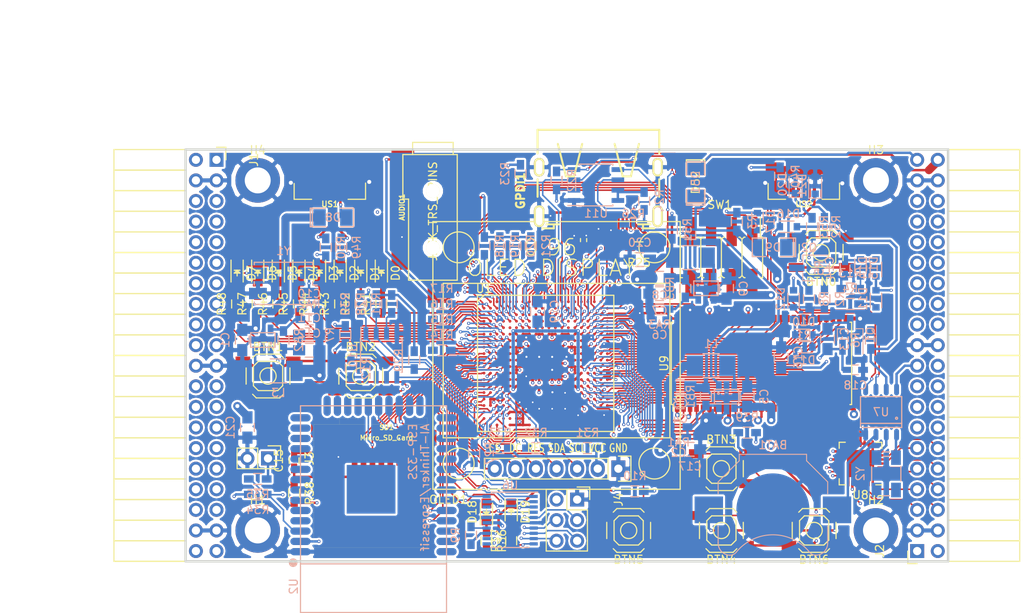
<source format=kicad_pcb>
(kicad_pcb (version 4) (host pcbnew 4.0.6+dfsg1-1)
  (layers (0 F.Cu signal) (1 In1.Cu signal) (2 In2.Cu signal) (31 B.Cu signal) (34 B.Paste user) (35 F.Paste user) (36 B.SilkS user) (37 F.SilkS user) (38 B.Mask user) (39 F.Mask user) (44 Edge.Cuts user))
  (net 0 "")
  (net 1 GND)
  (net 2 +5V)
  (net 3 /gpio/IN5V)
  (net 4 /gpio/OUT5V)
  (net 5 +3V3)
  (net 6 "Net-(L1-Pad1)")
  (net 7 "Net-(L2-Pad1)")
  (net 8 +1V2)
  (net 9 BTN_D)
  (net 10 BTN_F1)
  (net 11 BTN_F2)
  (net 12 BTN_L)
  (net 13 BTN_R)
  (net 14 BTN_U)
  (net 15 /power/FB1)
  (net 16 +2V5)
  (net 17 "Net-(L3-Pad1)")
  (net 18 /power/PWREN)
  (net 19 /power/FB3)
  (net 20 /power/FB2)
  (net 21 "Net-(D9-Pad1)")
  (net 22 /power/VBAT)
  (net 23 JTAG_TDI)
  (net 24 JTAG_TCK)
  (net 25 JTAG_TMS)
  (net 26 JTAG_TDO)
  (net 27 /power/WAKEUPn)
  (net 28 /power/WKUP)
  (net 29 /power/SHUT)
  (net 30 /power/WAKE)
  (net 31 /power/HOLD)
  (net 32 /power/WKn)
  (net 33 /power/OSCI_32k)
  (net 34 /power/OSCO_32k)
  (net 35 "Net-(Q2-Pad3)")
  (net 36 SHUTDOWN)
  (net 37 /analog/AUDIO_L)
  (net 38 /analog/AUDIO_R)
  (net 39 GPDI_5V_SCL)
  (net 40 GPDI_5V_SDA)
  (net 41 GPDI_SDA)
  (net 42 GPDI_SCL)
  (net 43 /gpdi/VREF2)
  (net 44 SD_CMD)
  (net 45 SD_CLK)
  (net 46 SD_D0)
  (net 47 SD_D1)
  (net 48 USB5V)
  (net 49 "Net-(BTN0-Pad1)")
  (net 50 GPDI_CEC)
  (net 51 nRESET)
  (net 52 FTDI_nDTR)
  (net 53 SDRAM_CKE)
  (net 54 SDRAM_A7)
  (net 55 SDRAM_D15)
  (net 56 SDRAM_BA1)
  (net 57 SDRAM_D7)
  (net 58 SDRAM_A6)
  (net 59 SDRAM_CLK)
  (net 60 SDRAM_D13)
  (net 61 SDRAM_BA0)
  (net 62 SDRAM_D6)
  (net 63 SDRAM_A5)
  (net 64 SDRAM_D14)
  (net 65 SDRAM_A11)
  (net 66 SDRAM_D12)
  (net 67 SDRAM_D5)
  (net 68 SDRAM_A4)
  (net 69 SDRAM_A10)
  (net 70 SDRAM_D11)
  (net 71 SDRAM_A3)
  (net 72 SDRAM_D4)
  (net 73 SDRAM_D10)
  (net 74 SDRAM_D9)
  (net 75 SDRAM_A9)
  (net 76 SDRAM_D3)
  (net 77 SDRAM_D8)
  (net 78 SDRAM_A8)
  (net 79 SDRAM_A2)
  (net 80 SDRAM_A1)
  (net 81 SDRAM_A0)
  (net 82 SDRAM_D2)
  (net 83 SDRAM_D1)
  (net 84 SDRAM_D0)
  (net 85 SDRAM_DQM0)
  (net 86 SDRAM_nCS)
  (net 87 SDRAM_nRAS)
  (net 88 SDRAM_DQM1)
  (net 89 SDRAM_nCAS)
  (net 90 SDRAM_nWE)
  (net 91 /flash/FLASH_nWP)
  (net 92 /flash/FLASH_nHOLD)
  (net 93 /flash/FLASH_MOSI)
  (net 94 /flash/FLASH_MISO)
  (net 95 /flash/FLASH_SCK)
  (net 96 /flash/FLASH_nCS)
  (net 97 /flash/FPGA_PROGRAMN)
  (net 98 /flash/FPGA_DONE)
  (net 99 /flash/FPGA_INITN)
  (net 100 OLED_RES)
  (net 101 OLED_DC)
  (net 102 OLED_CS)
  (net 103 WIFI_EN)
  (net 104 FTDI_nRTS)
  (net 105 FTDI_TXD)
  (net 106 FTDI_RXD)
  (net 107 WIFI_RXD)
  (net 108 WIFI_GPIO0)
  (net 109 WIFI_TXD)
  (net 110 GPDI_ETH-)
  (net 111 GPDI_ETH+)
  (net 112 GPDI_D2+)
  (net 113 GPDI_D2-)
  (net 114 GPDI_D1+)
  (net 115 GPDI_D1-)
  (net 116 GPDI_D0+)
  (net 117 GPDI_D0-)
  (net 118 GPDI_CLK+)
  (net 119 GPDI_CLK-)
  (net 120 USB_FTDI_D+)
  (net 121 USB_FTDI_D-)
  (net 122 J1_17-)
  (net 123 J1_17+)
  (net 124 J1_23-)
  (net 125 J1_23+)
  (net 126 J1_25-)
  (net 127 J1_25+)
  (net 128 J1_27-)
  (net 129 J1_27+)
  (net 130 J1_29-)
  (net 131 J1_29+)
  (net 132 J1_31-)
  (net 133 J1_31+)
  (net 134 J1_33-)
  (net 135 J1_33+)
  (net 136 J1_35-)
  (net 137 J1_35+)
  (net 138 J2_5-)
  (net 139 J2_5+)
  (net 140 J2_7-)
  (net 141 J2_7+)
  (net 142 J2_9-)
  (net 143 J2_9+)
  (net 144 J2_13-)
  (net 145 J2_13+)
  (net 146 J2_17-)
  (net 147 J2_17+)
  (net 148 J2_11-)
  (net 149 J2_11+)
  (net 150 J2_23-)
  (net 151 J2_23+)
  (net 152 J1_5-)
  (net 153 J1_5+)
  (net 154 J1_7-)
  (net 155 J1_7+)
  (net 156 J1_9-)
  (net 157 J1_9+)
  (net 158 J1_11-)
  (net 159 J1_11+)
  (net 160 J1_13-)
  (net 161 J1_13+)
  (net 162 J1_15-)
  (net 163 J1_15+)
  (net 164 J2_15-)
  (net 165 J2_15+)
  (net 166 J2_25-)
  (net 167 J2_25+)
  (net 168 J2_27-)
  (net 169 J2_27+)
  (net 170 J2_29-)
  (net 171 J2_29+)
  (net 172 J2_31-)
  (net 173 J2_31+)
  (net 174 J2_33-)
  (net 175 J2_33+)
  (net 176 J2_35-)
  (net 177 J2_35+)
  (net 178 SD_D3)
  (net 179 AUDIO_L3)
  (net 180 AUDIO_L2)
  (net 181 AUDIO_L1)
  (net 182 AUDIO_L0)
  (net 183 AUDIO_R3)
  (net 184 AUDIO_R2)
  (net 185 AUDIO_R1)
  (net 186 AUDIO_R0)
  (net 187 OLED_CLK)
  (net 188 OLED_MOSI)
  (net 189 LED0)
  (net 190 LED1)
  (net 191 LED2)
  (net 192 LED3)
  (net 193 LED4)
  (net 194 LED5)
  (net 195 LED6)
  (net 196 LED7)
  (net 197 BTN_PWRn)
  (net 198 "Net-(J3-Pad1)")
  (net 199 FTDI_nTXLED)
  (net 200 FTDI_nSLEEP)
  (net 201 /blinkey/LED_PWREN)
  (net 202 /blinkey/LED_TXLED)
  (net 203 FT3V3)
  (net 204 /sdcard/SD3V3)
  (net 205 SD_D2)
  (net 206 CLK_25MHz)
  (net 207 /blinkey/BTNPUL)
  (net 208 /blinkey/BTNPUR)
  (net 209 USB_FPGA_D+)
  (net 210 /power/FTDI_nSUSPEND)
  (net 211 /blinkey/ALED0)
  (net 212 /blinkey/ALED1)
  (net 213 /blinkey/ALED2)
  (net 214 /blinkey/ALED3)
  (net 215 /blinkey/ALED4)
  (net 216 /blinkey/ALED5)
  (net 217 /blinkey/ALED6)
  (net 218 /blinkey/ALED7)
  (net 219 /usb/FTD-)
  (net 220 /usb/FTD+)
  (net 221 ADC_MISO)
  (net 222 ADC_MOSI)
  (net 223 ADC_CSn)
  (net 224 ADC_SCLK)
  (net 225 "Net-(R51-Pad2)")
  (net 226 SW3)
  (net 227 SW2)
  (net 228 SW1)
  (net 229 SW0)
  (net 230 USB_FPGA_D-)
  (net 231 /usb/FPD+)
  (net 232 /usb/FPD-)
  (module Resistors_SMD:R_0603_HandSoldering (layer B.Cu) (at 154.044 71.326 90)
    (fp_text reference R51 (at 0 1.9 90) (layer B.SilkS) (effects (justify mirror)))
    (fp_text value 220)
    (pad 1 smd rect (at -1.1 0 90) (size 1.2 0.9) (layers B.Cu B.Paste B.Mask) (net 5 +3V3))
    (pad 2 smd rect (at 1.1 0 90) (size 1.2 0.9) (layers B.Cu B.Paste B.Mask) (net 225 "Net-(R51-Pad2)"))
  )
  (module Pin_Headers:Pin_Header_Straight_SMT_02x04 (layer F.Cu) (at 160.14 74.73 180)
    (fp_text reference SW1 (at 0.2 6.5 180) (layer F.SilkS))
    (fp_text value DIPSW)
    (pad 1 smd rect (at -3.81 3.2 180) (size 1.27 3.6) (layers F.Cu F.Paste F.Mask) (net 226 SW3))
    (pad 2 smd rect (at -1.27 3.2 180) (size 1.27 3.6) (layers F.Cu F.Paste F.Mask) (net 227 SW2))
    (pad 3 smd rect (at 1.27 3.2 180) (size 1.27 3.6) (layers F.Cu F.Paste F.Mask) (net 228 SW1))
    (pad 4 smd rect (at 3.81 3.2 180) (size 1.27 3.6) (layers F.Cu F.Paste F.Mask) (net 229 SW0))
    (pad 5 smd rect (at 3.81 -3.2 180) (size 1.27 3.6) (layers F.Cu F.Paste F.Mask) (net 225 "Net-(R51-Pad2)"))
    (pad 6 smd rect (at 1.27 -3.2 180) (size 1.27 3.6) (layers F.Cu F.Paste F.Mask) (net 225 "Net-(R51-Pad2)"))
    (pad 7 smd rect (at -1.27 -3.2 180) (size 1.27 3.6) (layers F.Cu F.Paste F.Mask) (net 225 "Net-(R51-Pad2)"))
    (pad 8 smd rect (at -3.81 -3.2 180) (size 1.27 3.6) (layers F.Cu F.Paste F.Mask) (net 225 "Net-(R51-Pad2)"))
  )
  (module lfe5bg381:BGA-381_pitch0.8mm_dia0.4mm (layer F.Cu) (at 138.48 87.8)
    (fp_text reference U1 (at -7.6 -9.2) (layer F.SilkS))
    (fp_text value LFE5U-25F-6BG381C)
    (pad A2 smd circle (at -6.8 -7.6) (size 0.35 0.35) (layers F.Cu F.Paste F.Mask) (net 129 J1_27+))
    (pad A3 smd circle (at -6 -7.6) (size 0.35 0.35) (layers F.Cu F.Paste F.Mask) (net 183 AUDIO_R3))
    (pad A4 smd circle (at -5.2 -7.6) (size 0.35 0.35) (layers F.Cu F.Paste F.Mask) (net 127 J1_25+))
    (pad A5 smd circle (at -4.4 -7.6) (size 0.35 0.35) (layers F.Cu F.Paste F.Mask) (net 126 J1_25-))
    (pad A6 smd circle (at -3.6 -7.6) (size 0.35 0.35) (layers F.Cu F.Paste F.Mask) (net 125 J1_23+))
    (pad A7 smd circle (at -2.8 -7.6) (size 0.35 0.35) (layers F.Cu F.Paste F.Mask) (net 161 J1_13+))
    (pad A8 smd circle (at -2 -7.6) (size 0.35 0.35) (layers F.Cu F.Paste F.Mask) (net 160 J1_13-))
    (pad A9 smd circle (at -1.2 -7.6) (size 0.35 0.35) (layers F.Cu F.Paste F.Mask) (net 156 J1_9-))
    (pad A10 smd circle (at -0.4 -7.6) (size 0.35 0.35) (layers F.Cu F.Paste F.Mask) (net 155 J1_7+))
    (pad A11 smd circle (at 0.4 -7.6) (size 0.35 0.35) (layers F.Cu F.Paste F.Mask) (net 154 J1_7-))
    (pad A12 smd circle (at 1.2 -7.6) (size 0.35 0.35) (layers F.Cu F.Paste F.Mask) (net 111 GPDI_ETH+))
    (pad A13 smd circle (at 2 -7.6) (size 0.35 0.35) (layers F.Cu F.Paste F.Mask) (net 110 GPDI_ETH-))
    (pad A14 smd circle (at 2.8 -7.6) (size 0.35 0.35) (layers F.Cu F.Paste F.Mask) (net 112 GPDI_D2+))
    (pad A15 smd circle (at 3.6 -7.6) (size 0.35 0.35) (layers F.Cu F.Paste F.Mask))
    (pad A16 smd circle (at 4.4 -7.6) (size 0.35 0.35) (layers F.Cu F.Paste F.Mask) (net 114 GPDI_D1+))
    (pad A17 smd circle (at 5.2 -7.6) (size 0.35 0.35) (layers F.Cu F.Paste F.Mask) (net 116 GPDI_D0+))
    (pad A18 smd circle (at 6 -7.6) (size 0.35 0.35) (layers F.Cu F.Paste F.Mask) (net 118 GPDI_CLK+))
    (pad A19 smd circle (at 6.8 -7.6) (size 0.35 0.35) (layers F.Cu F.Paste F.Mask) (net 50 GPDI_CEC))
    (pad B1 smd circle (at -7.6 -6.8) (size 0.35 0.35) (layers F.Cu F.Paste F.Mask) (net 128 J1_27-))
    (pad B2 smd circle (at -6.8 -6.8) (size 0.35 0.35) (layers F.Cu F.Paste F.Mask) (net 189 LED0))
    (pad B3 smd circle (at -6 -6.8) (size 0.35 0.35) (layers F.Cu F.Paste F.Mask) (net 182 AUDIO_L0))
    (pad B4 smd circle (at -5.2 -6.8) (size 0.35 0.35) (layers F.Cu F.Paste F.Mask) (net 130 J1_29-))
    (pad B5 smd circle (at -4.4 -6.8) (size 0.35 0.35) (layers F.Cu F.Paste F.Mask) (net 184 AUDIO_R2))
    (pad B6 smd circle (at -3.6 -6.8) (size 0.35 0.35) (layers F.Cu F.Paste F.Mask) (net 124 J1_23-))
    (pad B7 smd circle (at -2.8 -6.8) (size 0.35 0.35) (layers F.Cu F.Paste F.Mask) (net 1 GND))
    (pad B8 smd circle (at -2 -6.8) (size 0.35 0.35) (layers F.Cu F.Paste F.Mask) (net 162 J1_15-))
    (pad B9 smd circle (at -1.2 -6.8) (size 0.35 0.35) (layers F.Cu F.Paste F.Mask) (net 159 J1_11+))
    (pad B10 smd circle (at -0.4 -6.8) (size 0.35 0.35) (layers F.Cu F.Paste F.Mask) (net 157 J1_9+))
    (pad B11 smd circle (at 0.4 -6.8) (size 0.35 0.35) (layers F.Cu F.Paste F.Mask) (net 153 J1_5+))
    (pad B12 smd circle (at 1.2 -6.8) (size 0.35 0.35) (layers F.Cu F.Paste F.Mask))
    (pad B13 smd circle (at 2 -6.8) (size 0.35 0.35) (layers F.Cu F.Paste F.Mask) (net 175 J2_33+))
    (pad B14 smd circle (at 2.8 -6.8) (size 0.35 0.35) (layers F.Cu F.Paste F.Mask) (net 1 GND))
    (pad B15 smd circle (at 3.6 -6.8) (size 0.35 0.35) (layers F.Cu F.Paste F.Mask) (net 173 J2_31+))
    (pad B16 smd circle (at 4.4 -6.8) (size 0.35 0.35) (layers F.Cu F.Paste F.Mask) (net 115 GPDI_D1-))
    (pad B17 smd circle (at 5.2 -6.8) (size 0.35 0.35) (layers F.Cu F.Paste F.Mask) (net 169 J2_27+))
    (pad B18 smd circle (at 6 -6.8) (size 0.35 0.35) (layers F.Cu F.Paste F.Mask) (net 117 GPDI_D0-))
    (pad B19 smd circle (at 6.8 -6.8) (size 0.35 0.35) (layers F.Cu F.Paste F.Mask) (net 119 GPDI_CLK-))
    (pad B20 smd circle (at 7.6 -6.8) (size 0.35 0.35) (layers F.Cu F.Paste F.Mask) (net 41 GPDI_SDA))
    (pad C1 smd circle (at -7.6 -6) (size 0.35 0.35) (layers F.Cu F.Paste F.Mask) (net 191 LED2))
    (pad C2 smd circle (at -6.8 -6) (size 0.35 0.35) (layers F.Cu F.Paste F.Mask) (net 190 LED1))
    (pad C3 smd circle (at -6 -6) (size 0.35 0.35) (layers F.Cu F.Paste F.Mask) (net 181 AUDIO_L1))
    (pad C4 smd circle (at -5.2 -6) (size 0.35 0.35) (layers F.Cu F.Paste F.Mask) (net 131 J1_29+))
    (pad C5 smd circle (at -4.4 -6) (size 0.35 0.35) (layers F.Cu F.Paste F.Mask) (net 186 AUDIO_R0))
    (pad C6 smd circle (at -3.6 -6) (size 0.35 0.35) (layers F.Cu F.Paste F.Mask) (net 123 J1_17+))
    (pad C7 smd circle (at -2.8 -6) (size 0.35 0.35) (layers F.Cu F.Paste F.Mask) (net 122 J1_17-))
    (pad C8 smd circle (at -2 -6) (size 0.35 0.35) (layers F.Cu F.Paste F.Mask) (net 163 J1_15+))
    (pad C9 smd circle (at -1.2 -6) (size 0.35 0.35) (layers F.Cu F.Paste F.Mask))
    (pad C10 smd circle (at -0.4 -6) (size 0.35 0.35) (layers F.Cu F.Paste F.Mask) (net 158 J1_11-))
    (pad C11 smd circle (at 0.4 -6) (size 0.35 0.35) (layers F.Cu F.Paste F.Mask) (net 152 J1_5-))
    (pad C12 smd circle (at 1.2 -6) (size 0.35 0.35) (layers F.Cu F.Paste F.Mask) (net 42 GPDI_SCL))
    (pad C13 smd circle (at 2 -6) (size 0.35 0.35) (layers F.Cu F.Paste F.Mask) (net 174 J2_33-))
    (pad C14 smd circle (at 2.8 -6) (size 0.35 0.35) (layers F.Cu F.Paste F.Mask) (net 113 GPDI_D2-))
    (pad C15 smd circle (at 3.6 -6) (size 0.35 0.35) (layers F.Cu F.Paste F.Mask) (net 172 J2_31-))
    (pad C16 smd circle (at 4.4 -6) (size 0.35 0.35) (layers F.Cu F.Paste F.Mask) (net 171 J2_29+))
    (pad C17 smd circle (at 5.2 -6) (size 0.35 0.35) (layers F.Cu F.Paste F.Mask) (net 168 J2_27-))
    (pad C18 smd circle (at 6 -6) (size 0.35 0.35) (layers F.Cu F.Paste F.Mask) (net 151 J2_23+))
    (pad C19 smd circle (at 6.8 -6) (size 0.35 0.35) (layers F.Cu F.Paste F.Mask) (net 1 GND))
    (pad C20 smd circle (at 7.6 -6) (size 0.35 0.35) (layers F.Cu F.Paste F.Mask) (net 64 SDRAM_D14))
    (pad D1 smd circle (at -7.6 -5.2) (size 0.35 0.35) (layers F.Cu F.Paste F.Mask) (net 193 LED4))
    (pad D2 smd circle (at -6.8 -5.2) (size 0.35 0.35) (layers F.Cu F.Paste F.Mask) (net 192 LED3))
    (pad D3 smd circle (at -6 -5.2) (size 0.35 0.35) (layers F.Cu F.Paste F.Mask) (net 180 AUDIO_L2))
    (pad D4 smd circle (at -5.2 -5.2) (size 0.35 0.35) (layers F.Cu F.Paste F.Mask) (net 1 GND))
    (pad D5 smd circle (at -4.4 -5.2) (size 0.35 0.35) (layers F.Cu F.Paste F.Mask) (net 185 AUDIO_R1))
    (pad D6 smd circle (at -3.6 -5.2) (size 0.35 0.35) (layers F.Cu F.Paste F.Mask) (net 197 BTN_PWRn))
    (pad D7 smd circle (at -2.8 -5.2) (size 0.35 0.35) (layers F.Cu F.Paste F.Mask) (net 228 SW1))
    (pad D8 smd circle (at -2 -5.2) (size 0.35 0.35) (layers F.Cu F.Paste F.Mask) (net 229 SW0))
    (pad D9 smd circle (at -1.2 -5.2) (size 0.35 0.35) (layers F.Cu F.Paste F.Mask))
    (pad D10 smd circle (at -0.4 -5.2) (size 0.35 0.35) (layers F.Cu F.Paste F.Mask))
    (pad D11 smd circle (at 0.4 -5.2) (size 0.35 0.35) (layers F.Cu F.Paste F.Mask))
    (pad D12 smd circle (at 1.2 -5.2) (size 0.35 0.35) (layers F.Cu F.Paste F.Mask))
    (pad D13 smd circle (at 2 -5.2) (size 0.35 0.35) (layers F.Cu F.Paste F.Mask) (net 177 J2_35+))
    (pad D14 smd circle (at 2.8 -5.2) (size 0.35 0.35) (layers F.Cu F.Paste F.Mask))
    (pad D15 smd circle (at 3.6 -5.2) (size 0.35 0.35) (layers F.Cu F.Paste F.Mask) (net 167 J2_25+))
    (pad D16 smd circle (at 4.4 -5.2) (size 0.35 0.35) (layers F.Cu F.Paste F.Mask) (net 170 J2_29-))
    (pad D17 smd circle (at 5.2 -5.2) (size 0.35 0.35) (layers F.Cu F.Paste F.Mask) (net 150 J2_23-))
    (pad D18 smd circle (at 6 -5.2) (size 0.35 0.35) (layers F.Cu F.Paste F.Mask) (net 147 J2_17+))
    (pad D19 smd circle (at 6.8 -5.2) (size 0.35 0.35) (layers F.Cu F.Paste F.Mask) (net 55 SDRAM_D15))
    (pad D20 smd circle (at 7.6 -5.2) (size 0.35 0.35) (layers F.Cu F.Paste F.Mask) (net 60 SDRAM_D13))
    (pad E1 smd circle (at -7.6 -4.4) (size 0.35 0.35) (layers F.Cu F.Paste F.Mask) (net 195 LED6))
    (pad E2 smd circle (at -6.8 -4.4) (size 0.35 0.35) (layers F.Cu F.Paste F.Mask) (net 194 LED5))
    (pad E3 smd circle (at -6 -4.4) (size 0.35 0.35) (layers F.Cu F.Paste F.Mask) (net 132 J1_31-))
    (pad E4 smd circle (at -5.2 -4.4) (size 0.35 0.35) (layers F.Cu F.Paste F.Mask) (net 179 AUDIO_L3))
    (pad E5 smd circle (at -4.4 -4.4) (size 0.35 0.35) (layers F.Cu F.Paste F.Mask))
    (pad E6 smd circle (at -3.6 -4.4) (size 0.35 0.35) (layers F.Cu F.Paste F.Mask))
    (pad E7 smd circle (at -2.8 -4.4) (size 0.35 0.35) (layers F.Cu F.Paste F.Mask) (net 226 SW3))
    (pad E8 smd circle (at -2 -4.4) (size 0.35 0.35) (layers F.Cu F.Paste F.Mask) (net 227 SW2))
    (pad E9 smd circle (at -1.2 -4.4) (size 0.35 0.35) (layers F.Cu F.Paste F.Mask))
    (pad E10 smd circle (at -0.4 -4.4) (size 0.35 0.35) (layers F.Cu F.Paste F.Mask))
    (pad E11 smd circle (at 0.4 -4.4) (size 0.35 0.35) (layers F.Cu F.Paste F.Mask))
    (pad E12 smd circle (at 1.2 -4.4) (size 0.35 0.35) (layers F.Cu F.Paste F.Mask))
    (pad E13 smd circle (at 2 -4.4) (size 0.35 0.35) (layers F.Cu F.Paste F.Mask) (net 176 J2_35-))
    (pad E14 smd circle (at 2.8 -4.4) (size 0.35 0.35) (layers F.Cu F.Paste F.Mask))
    (pad E15 smd circle (at 3.6 -4.4) (size 0.35 0.35) (layers F.Cu F.Paste F.Mask) (net 166 J2_25-))
    (pad E16 smd circle (at 4.4 -4.4) (size 0.35 0.35) (layers F.Cu F.Paste F.Mask) (net 209 USB_FPGA_D+))
    (pad E17 smd circle (at 5.2 -4.4) (size 0.35 0.35) (layers F.Cu F.Paste F.Mask) (net 146 J2_17-))
    (pad E18 smd circle (at 6 -4.4) (size 0.35 0.35) (layers F.Cu F.Paste F.Mask) (net 72 SDRAM_D4))
    (pad E19 smd circle (at 6.8 -4.4) (size 0.35 0.35) (layers F.Cu F.Paste F.Mask) (net 66 SDRAM_D12))
    (pad E20 smd circle (at 7.6 -4.4) (size 0.35 0.35) (layers F.Cu F.Paste F.Mask) (net 70 SDRAM_D11))
    (pad F1 smd circle (at -7.6 -3.6) (size 0.35 0.35) (layers F.Cu F.Paste F.Mask) (net 103 WIFI_EN))
    (pad F2 smd circle (at -6.8 -3.6) (size 0.35 0.35) (layers F.Cu F.Paste F.Mask))
    (pad F3 smd circle (at -6 -3.6) (size 0.35 0.35) (layers F.Cu F.Paste F.Mask) (net 134 J1_33-))
    (pad F4 smd circle (at -5.2 -3.6) (size 0.35 0.35) (layers F.Cu F.Paste F.Mask) (net 133 J1_31+))
    (pad F5 smd circle (at -4.4 -3.6) (size 0.35 0.35) (layers F.Cu F.Paste F.Mask))
    (pad F6 smd circle (at -3.6 -3.6) (size 0.35 0.35) (layers F.Cu F.Paste F.Mask) (net 16 +2V5))
    (pad F7 smd circle (at -2.8 -3.6) (size 0.35 0.35) (layers F.Cu F.Paste F.Mask) (net 1 GND))
    (pad F8 smd circle (at -2 -3.6) (size 0.35 0.35) (layers F.Cu F.Paste F.Mask) (net 1 GND))
    (pad F9 smd circle (at -1.2 -3.6) (size 0.35 0.35) (layers F.Cu F.Paste F.Mask) (net 5 +3V3))
    (pad F10 smd circle (at -0.4 -3.6) (size 0.35 0.35) (layers F.Cu F.Paste F.Mask) (net 5 +3V3))
    (pad F11 smd circle (at 0.4 -3.6) (size 0.35 0.35) (layers F.Cu F.Paste F.Mask) (net 5 +3V3))
    (pad F12 smd circle (at 1.2 -3.6) (size 0.35 0.35) (layers F.Cu F.Paste F.Mask) (net 5 +3V3))
    (pad F13 smd circle (at 2 -3.6) (size 0.35 0.35) (layers F.Cu F.Paste F.Mask) (net 1 GND))
    (pad F14 smd circle (at 2.8 -3.6) (size 0.35 0.35) (layers F.Cu F.Paste F.Mask) (net 1 GND))
    (pad F15 smd circle (at 3.6 -3.6) (size 0.35 0.35) (layers F.Cu F.Paste F.Mask) (net 16 +2V5))
    (pad F16 smd circle (at 4.4 -3.6) (size 0.35 0.35) (layers F.Cu F.Paste F.Mask) (net 230 USB_FPGA_D-))
    (pad F17 smd circle (at 5.2 -3.6) (size 0.35 0.35) (layers F.Cu F.Paste F.Mask) (net 165 J2_15+))
    (pad F18 smd circle (at 6 -3.6) (size 0.35 0.35) (layers F.Cu F.Paste F.Mask) (net 67 SDRAM_D5))
    (pad F19 smd circle (at 6.8 -3.6) (size 0.35 0.35) (layers F.Cu F.Paste F.Mask) (net 73 SDRAM_D10))
    (pad F20 smd circle (at 7.6 -3.6) (size 0.35 0.35) (layers F.Cu F.Paste F.Mask) (net 74 SDRAM_D9))
    (pad G1 smd circle (at -7.6 -2.8) (size 0.35 0.35) (layers F.Cu F.Paste F.Mask))
    (pad G2 smd circle (at -6.8 -2.8) (size 0.35 0.35) (layers F.Cu F.Paste F.Mask) (net 206 CLK_25MHz))
    (pad G3 smd circle (at -6 -2.8) (size 0.35 0.35) (layers F.Cu F.Paste F.Mask) (net 135 J1_33+))
    (pad G4 smd circle (at -5.2 -2.8) (size 0.35 0.35) (layers F.Cu F.Paste F.Mask) (net 1 GND))
    (pad G5 smd circle (at -4.4 -2.8) (size 0.35 0.35) (layers F.Cu F.Paste F.Mask) (net 136 J1_35-))
    (pad G6 smd circle (at -3.6 -2.8) (size 0.35 0.35) (layers F.Cu F.Paste F.Mask) (net 1 GND))
    (pad G7 smd circle (at -2.8 -2.8) (size 0.35 0.35) (layers F.Cu F.Paste F.Mask) (net 1 GND))
    (pad G8 smd circle (at -2 -2.8) (size 0.35 0.35) (layers F.Cu F.Paste F.Mask) (net 1 GND))
    (pad G9 smd circle (at -1.2 -2.8) (size 0.35 0.35) (layers F.Cu F.Paste F.Mask) (net 1 GND))
    (pad G10 smd circle (at -0.4 -2.8) (size 0.35 0.35) (layers F.Cu F.Paste F.Mask) (net 1 GND))
    (pad G11 smd circle (at 0.4 -2.8) (size 0.35 0.35) (layers F.Cu F.Paste F.Mask) (net 1 GND))
    (pad G12 smd circle (at 1.2 -2.8) (size 0.35 0.35) (layers F.Cu F.Paste F.Mask) (net 1 GND))
    (pad G13 smd circle (at 2 -2.8) (size 0.35 0.35) (layers F.Cu F.Paste F.Mask) (net 1 GND))
    (pad G14 smd circle (at 2.8 -2.8) (size 0.35 0.35) (layers F.Cu F.Paste F.Mask) (net 1 GND))
    (pad G15 smd circle (at 3.6 -2.8) (size 0.35 0.35) (layers F.Cu F.Paste F.Mask) (net 1 GND))
    (pad G16 smd circle (at 4.4 -2.8) (size 0.35 0.35) (layers F.Cu F.Paste F.Mask))
    (pad G17 smd circle (at 5.2 -2.8) (size 0.35 0.35) (layers F.Cu F.Paste F.Mask) (net 1 GND))
    (pad G18 smd circle (at 6 -2.8) (size 0.35 0.35) (layers F.Cu F.Paste F.Mask) (net 164 J2_15-))
    (pad G19 smd circle (at 6.8 -2.8) (size 0.35 0.35) (layers F.Cu F.Paste F.Mask) (net 77 SDRAM_D8))
    (pad G20 smd circle (at 7.6 -2.8) (size 0.35 0.35) (layers F.Cu F.Paste F.Mask) (net 88 SDRAM_DQM1))
    (pad H1 smd circle (at -7.6 -2) (size 0.35 0.35) (layers F.Cu F.Paste F.Mask) (net 178 SD_D3))
    (pad H2 smd circle (at -6.8 -2) (size 0.35 0.35) (layers F.Cu F.Paste F.Mask) (net 205 SD_D2))
    (pad H3 smd circle (at -6 -2) (size 0.35 0.35) (layers F.Cu F.Paste F.Mask) (net 196 LED7))
    (pad H4 smd circle (at -5.2 -2) (size 0.35 0.35) (layers F.Cu F.Paste F.Mask) (net 137 J1_35+))
    (pad H5 smd circle (at -4.4 -2) (size 0.35 0.35) (layers F.Cu F.Paste F.Mask))
    (pad H6 smd circle (at -3.6 -2) (size 0.35 0.35) (layers F.Cu F.Paste F.Mask) (net 5 +3V3))
    (pad H7 smd circle (at -2.8 -2) (size 0.35 0.35) (layers F.Cu F.Paste F.Mask) (net 5 +3V3))
    (pad H8 smd circle (at -2 -2) (size 0.35 0.35) (layers F.Cu F.Paste F.Mask) (net 8 +1V2))
    (pad H9 smd circle (at -1.2 -2) (size 0.35 0.35) (layers F.Cu F.Paste F.Mask) (net 8 +1V2))
    (pad H10 smd circle (at -0.4 -2) (size 0.35 0.35) (layers F.Cu F.Paste F.Mask) (net 8 +1V2))
    (pad H11 smd circle (at 0.4 -2) (size 0.35 0.35) (layers F.Cu F.Paste F.Mask) (net 8 +1V2))
    (pad H12 smd circle (at 1.2 -2) (size 0.35 0.35) (layers F.Cu F.Paste F.Mask) (net 8 +1V2))
    (pad H13 smd circle (at 2 -2) (size 0.35 0.35) (layers F.Cu F.Paste F.Mask) (net 8 +1V2))
    (pad H14 smd circle (at 2.8 -2) (size 0.35 0.35) (layers F.Cu F.Paste F.Mask) (net 5 +3V3))
    (pad H15 smd circle (at 3.6 -2) (size 0.35 0.35) (layers F.Cu F.Paste F.Mask) (net 5 +3V3))
    (pad H16 smd circle (at 4.4 -2) (size 0.35 0.35) (layers F.Cu F.Paste F.Mask))
    (pad H17 smd circle (at 5.2 -2) (size 0.35 0.35) (layers F.Cu F.Paste F.Mask) (net 144 J2_13-))
    (pad H18 smd circle (at 6 -2) (size 0.35 0.35) (layers F.Cu F.Paste F.Mask) (net 145 J2_13+))
    (pad H19 smd circle (at 6.8 -2) (size 0.35 0.35) (layers F.Cu F.Paste F.Mask) (net 1 GND))
    (pad H20 smd circle (at 7.6 -2) (size 0.35 0.35) (layers F.Cu F.Paste F.Mask) (net 59 SDRAM_CLK))
    (pad J1 smd circle (at -7.6 -1.2) (size 0.35 0.35) (layers F.Cu F.Paste F.Mask) (net 45 SD_CLK))
    (pad J2 smd circle (at -6.8 -1.2) (size 0.35 0.35) (layers F.Cu F.Paste F.Mask) (net 1 GND))
    (pad J3 smd circle (at -6 -1.2) (size 0.35 0.35) (layers F.Cu F.Paste F.Mask) (net 44 SD_CMD))
    (pad J4 smd circle (at -5.2 -1.2) (size 0.35 0.35) (layers F.Cu F.Paste F.Mask))
    (pad J5 smd circle (at -4.4 -1.2) (size 0.35 0.35) (layers F.Cu F.Paste F.Mask))
    (pad J6 smd circle (at -3.6 -1.2) (size 0.35 0.35) (layers F.Cu F.Paste F.Mask) (net 5 +3V3))
    (pad J7 smd circle (at -2.8 -1.2) (size 0.35 0.35) (layers F.Cu F.Paste F.Mask) (net 1 GND))
    (pad J8 smd circle (at -2 -1.2) (size 0.35 0.35) (layers F.Cu F.Paste F.Mask) (net 8 +1V2))
    (pad J9 smd circle (at -1.2 -1.2) (size 0.35 0.35) (layers F.Cu F.Paste F.Mask) (net 1 GND))
    (pad J10 smd circle (at -0.4 -1.2) (size 0.35 0.35) (layers F.Cu F.Paste F.Mask) (net 1 GND))
    (pad J11 smd circle (at 0.4 -1.2) (size 0.35 0.35) (layers F.Cu F.Paste F.Mask) (net 1 GND))
    (pad J12 smd circle (at 1.2 -1.2) (size 0.35 0.35) (layers F.Cu F.Paste F.Mask) (net 1 GND))
    (pad J13 smd circle (at 2 -1.2) (size 0.35 0.35) (layers F.Cu F.Paste F.Mask) (net 8 +1V2))
    (pad J14 smd circle (at 2.8 -1.2) (size 0.35 0.35) (layers F.Cu F.Paste F.Mask) (net 1 GND))
    (pad J15 smd circle (at 3.6 -1.2) (size 0.35 0.35) (layers F.Cu F.Paste F.Mask) (net 5 +3V3))
    (pad J16 smd circle (at 4.4 -1.2) (size 0.35 0.35) (layers F.Cu F.Paste F.Mask))
    (pad J17 smd circle (at 5.2 -1.2) (size 0.35 0.35) (layers F.Cu F.Paste F.Mask))
    (pad J18 smd circle (at 6 -1.2) (size 0.35 0.35) (layers F.Cu F.Paste F.Mask) (net 76 SDRAM_D3))
    (pad J19 smd circle (at 6.8 -1.2) (size 0.35 0.35) (layers F.Cu F.Paste F.Mask) (net 53 SDRAM_CKE))
    (pad J20 smd circle (at 7.6 -1.2) (size 0.35 0.35) (layers F.Cu F.Paste F.Mask) (net 65 SDRAM_A11))
    (pad K1 smd circle (at -7.6 -0.4) (size 0.35 0.35) (layers F.Cu F.Paste F.Mask) (net 47 SD_D1))
    (pad K2 smd circle (at -6.8 -0.4) (size 0.35 0.35) (layers F.Cu F.Paste F.Mask) (net 46 SD_D0))
    (pad K3 smd circle (at -6 -0.4) (size 0.35 0.35) (layers F.Cu F.Paste F.Mask) (net 107 WIFI_RXD))
    (pad K4 smd circle (at -5.2 -0.4) (size 0.35 0.35) (layers F.Cu F.Paste F.Mask) (net 109 WIFI_TXD))
    (pad K5 smd circle (at -4.4 -0.4) (size 0.35 0.35) (layers F.Cu F.Paste F.Mask))
    (pad K6 smd circle (at -3.6 -0.4) (size 0.35 0.35) (layers F.Cu F.Paste F.Mask) (net 1 GND))
    (pad K7 smd circle (at -2.8 -0.4) (size 0.35 0.35) (layers F.Cu F.Paste F.Mask) (net 1 GND))
    (pad K8 smd circle (at -2 -0.4) (size 0.35 0.35) (layers F.Cu F.Paste F.Mask) (net 8 +1V2))
    (pad K9 smd circle (at -1.2 -0.4) (size 0.35 0.35) (layers F.Cu F.Paste F.Mask) (net 1 GND))
    (pad K10 smd circle (at -0.4 -0.4) (size 0.35 0.35) (layers F.Cu F.Paste F.Mask) (net 1 GND))
    (pad K11 smd circle (at 0.4 -0.4) (size 0.35 0.35) (layers F.Cu F.Paste F.Mask) (net 1 GND))
    (pad K12 smd circle (at 1.2 -0.4) (size 0.35 0.35) (layers F.Cu F.Paste F.Mask) (net 1 GND))
    (pad K13 smd circle (at 2 -0.4) (size 0.35 0.35) (layers F.Cu F.Paste F.Mask) (net 8 +1V2))
    (pad K14 smd circle (at 2.8 -0.4) (size 0.35 0.35) (layers F.Cu F.Paste F.Mask) (net 1 GND))
    (pad K15 smd circle (at 3.6 -0.4) (size 0.35 0.35) (layers F.Cu F.Paste F.Mask) (net 1 GND))
    (pad K16 smd circle (at 4.4 -0.4) (size 0.35 0.35) (layers F.Cu F.Paste F.Mask))
    (pad K17 smd circle (at 5.2 -0.4) (size 0.35 0.35) (layers F.Cu F.Paste F.Mask))
    (pad K18 smd circle (at 6 -0.4) (size 0.35 0.35) (layers F.Cu F.Paste F.Mask) (net 82 SDRAM_D2))
    (pad K19 smd circle (at 6.8 -0.4) (size 0.35 0.35) (layers F.Cu F.Paste F.Mask) (net 75 SDRAM_A9))
    (pad K20 smd circle (at 7.6 -0.4) (size 0.35 0.35) (layers F.Cu F.Paste F.Mask) (net 78 SDRAM_A8))
    (pad L1 smd circle (at -7.6 0.4) (size 0.35 0.35) (layers F.Cu F.Paste F.Mask))
    (pad L2 smd circle (at -6.8 0.4) (size 0.35 0.35) (layers F.Cu F.Paste F.Mask) (net 108 WIFI_GPIO0))
    (pad L3 smd circle (at -6 0.4) (size 0.35 0.35) (layers F.Cu F.Paste F.Mask))
    (pad L4 smd circle (at -5.2 0.4) (size 0.35 0.35) (layers F.Cu F.Paste F.Mask) (net 106 FTDI_RXD))
    (pad L5 smd circle (at -4.4 0.4) (size 0.35 0.35) (layers F.Cu F.Paste F.Mask))
    (pad L6 smd circle (at -3.6 0.4) (size 0.35 0.35) (layers F.Cu F.Paste F.Mask) (net 5 +3V3))
    (pad L7 smd circle (at -2.8 0.4) (size 0.35 0.35) (layers F.Cu F.Paste F.Mask) (net 5 +3V3))
    (pad L8 smd circle (at -2 0.4) (size 0.35 0.35) (layers F.Cu F.Paste F.Mask) (net 8 +1V2))
    (pad L9 smd circle (at -1.2 0.4) (size 0.35 0.35) (layers F.Cu F.Paste F.Mask) (net 1 GND))
    (pad L10 smd circle (at -0.4 0.4) (size 0.35 0.35) (layers F.Cu F.Paste F.Mask) (net 1 GND))
    (pad L11 smd circle (at 0.4 0.4) (size 0.35 0.35) (layers F.Cu F.Paste F.Mask) (net 1 GND))
    (pad L12 smd circle (at 1.2 0.4) (size 0.35 0.35) (layers F.Cu F.Paste F.Mask) (net 1 GND))
    (pad L13 smd circle (at 2 0.4) (size 0.35 0.35) (layers F.Cu F.Paste F.Mask) (net 8 +1V2))
    (pad L14 smd circle (at 2.8 0.4) (size 0.35 0.35) (layers F.Cu F.Paste F.Mask) (net 5 +3V3))
    (pad L15 smd circle (at 3.6 0.4) (size 0.35 0.35) (layers F.Cu F.Paste F.Mask) (net 5 +3V3))
    (pad L16 smd circle (at 4.4 0.4) (size 0.35 0.35) (layers F.Cu F.Paste F.Mask) (net 149 J2_11+))
    (pad L17 smd circle (at 5.2 0.4) (size 0.35 0.35) (layers F.Cu F.Paste F.Mask) (net 148 J2_11-))
    (pad L18 smd circle (at 6 0.4) (size 0.35 0.35) (layers F.Cu F.Paste F.Mask) (net 83 SDRAM_D1))
    (pad L19 smd circle (at 6.8 0.4) (size 0.35 0.35) (layers F.Cu F.Paste F.Mask) (net 54 SDRAM_A7))
    (pad L20 smd circle (at 7.6 0.4) (size 0.35 0.35) (layers F.Cu F.Paste F.Mask) (net 58 SDRAM_A6))
    (pad M1 smd circle (at -7.6 1.2) (size 0.35 0.35) (layers F.Cu F.Paste F.Mask) (net 105 FTDI_TXD))
    (pad M2 smd circle (at -6.8 1.2) (size 0.35 0.35) (layers F.Cu F.Paste F.Mask) (net 1 GND))
    (pad M3 smd circle (at -6 1.2) (size 0.35 0.35) (layers F.Cu F.Paste F.Mask) (net 104 FTDI_nRTS))
    (pad M4 smd circle (at -5.2 1.2) (size 0.35 0.35) (layers F.Cu F.Paste F.Mask))
    (pad M5 smd circle (at -4.4 1.2) (size 0.35 0.35) (layers F.Cu F.Paste F.Mask))
    (pad M6 smd circle (at -3.6 1.2) (size 0.35 0.35) (layers F.Cu F.Paste F.Mask) (net 5 +3V3))
    (pad M7 smd circle (at -2.8 1.2) (size 0.35 0.35) (layers F.Cu F.Paste F.Mask) (net 1 GND))
    (pad M8 smd circle (at -2 1.2) (size 0.35 0.35) (layers F.Cu F.Paste F.Mask) (net 8 +1V2))
    (pad M9 smd circle (at -1.2 1.2) (size 0.35 0.35) (layers F.Cu F.Paste F.Mask) (net 1 GND))
    (pad M10 smd circle (at -0.4 1.2) (size 0.35 0.35) (layers F.Cu F.Paste F.Mask) (net 1 GND))
    (pad M11 smd circle (at 0.4 1.2) (size 0.35 0.35) (layers F.Cu F.Paste F.Mask) (net 1 GND))
    (pad M12 smd circle (at 1.2 1.2) (size 0.35 0.35) (layers F.Cu F.Paste F.Mask) (net 1 GND))
    (pad M13 smd circle (at 2 1.2) (size 0.35 0.35) (layers F.Cu F.Paste F.Mask) (net 8 +1V2))
    (pad M14 smd circle (at 2.8 1.2) (size 0.35 0.35) (layers F.Cu F.Paste F.Mask) (net 1 GND))
    (pad M15 smd circle (at 3.6 1.2) (size 0.35 0.35) (layers F.Cu F.Paste F.Mask) (net 5 +3V3))
    (pad M16 smd circle (at 4.4 1.2) (size 0.35 0.35) (layers F.Cu F.Paste F.Mask) (net 1 GND))
    (pad M17 smd circle (at 5.2 1.2) (size 0.35 0.35) (layers F.Cu F.Paste F.Mask) (net 142 J2_9-))
    (pad M18 smd circle (at 6 1.2) (size 0.35 0.35) (layers F.Cu F.Paste F.Mask) (net 84 SDRAM_D0))
    (pad M19 smd circle (at 6.8 1.2) (size 0.35 0.35) (layers F.Cu F.Paste F.Mask) (net 63 SDRAM_A5))
    (pad M20 smd circle (at 7.6 1.2) (size 0.35 0.35) (layers F.Cu F.Paste F.Mask) (net 68 SDRAM_A4))
    (pad N1 smd circle (at -7.6 2) (size 0.35 0.35) (layers F.Cu F.Paste F.Mask) (net 52 FTDI_nDTR))
    (pad N2 smd circle (at -6.8 2) (size 0.35 0.35) (layers F.Cu F.Paste F.Mask) (net 102 OLED_CS))
    (pad N3 smd circle (at -6 2) (size 0.35 0.35) (layers F.Cu F.Paste F.Mask))
    (pad N4 smd circle (at -5.2 2) (size 0.35 0.35) (layers F.Cu F.Paste F.Mask))
    (pad N5 smd circle (at -4.4 2) (size 0.35 0.35) (layers F.Cu F.Paste F.Mask))
    (pad N6 smd circle (at -3.6 2) (size 0.35 0.35) (layers F.Cu F.Paste F.Mask) (net 1 GND))
    (pad N7 smd circle (at -2.8 2) (size 0.35 0.35) (layers F.Cu F.Paste F.Mask) (net 1 GND))
    (pad N8 smd circle (at -2 2) (size 0.35 0.35) (layers F.Cu F.Paste F.Mask) (net 8 +1V2))
    (pad N9 smd circle (at -1.2 2) (size 0.35 0.35) (layers F.Cu F.Paste F.Mask) (net 8 +1V2))
    (pad N10 smd circle (at -0.4 2) (size 0.35 0.35) (layers F.Cu F.Paste F.Mask) (net 8 +1V2))
    (pad N11 smd circle (at 0.4 2) (size 0.35 0.35) (layers F.Cu F.Paste F.Mask) (net 8 +1V2))
    (pad N12 smd circle (at 1.2 2) (size 0.35 0.35) (layers F.Cu F.Paste F.Mask) (net 8 +1V2))
    (pad N13 smd circle (at 2 2) (size 0.35 0.35) (layers F.Cu F.Paste F.Mask) (net 8 +1V2))
    (pad N14 smd circle (at 2.8 2) (size 0.35 0.35) (layers F.Cu F.Paste F.Mask) (net 1 GND))
    (pad N15 smd circle (at 3.6 2) (size 0.35 0.35) (layers F.Cu F.Paste F.Mask) (net 1 GND))
    (pad N16 smd circle (at 4.4 2) (size 0.35 0.35) (layers F.Cu F.Paste F.Mask) (net 143 J2_9+))
    (pad N17 smd circle (at 5.2 2) (size 0.35 0.35) (layers F.Cu F.Paste F.Mask) (net 141 J2_7+))
    (pad N18 smd circle (at 6 2) (size 0.35 0.35) (layers F.Cu F.Paste F.Mask) (net 62 SDRAM_D6))
    (pad N19 smd circle (at 6.8 2) (size 0.35 0.35) (layers F.Cu F.Paste F.Mask) (net 71 SDRAM_A3))
    (pad N20 smd circle (at 7.6 2) (size 0.35 0.35) (layers F.Cu F.Paste F.Mask) (net 79 SDRAM_A2))
    (pad P1 smd circle (at -7.6 2.8) (size 0.35 0.35) (layers F.Cu F.Paste F.Mask) (net 101 OLED_DC))
    (pad P2 smd circle (at -6.8 2.8) (size 0.35 0.35) (layers F.Cu F.Paste F.Mask) (net 100 OLED_RES))
    (pad P3 smd circle (at -6 2.8) (size 0.35 0.35) (layers F.Cu F.Paste F.Mask) (net 188 OLED_MOSI))
    (pad P4 smd circle (at -5.2 2.8) (size 0.35 0.35) (layers F.Cu F.Paste F.Mask) (net 187 OLED_CLK))
    (pad P5 smd circle (at -4.4 2.8) (size 0.35 0.35) (layers F.Cu F.Paste F.Mask))
    (pad P6 smd circle (at -3.6 2.8) (size 0.35 0.35) (layers F.Cu F.Paste F.Mask) (net 16 +2V5))
    (pad P7 smd circle (at -2.8 2.8) (size 0.35 0.35) (layers F.Cu F.Paste F.Mask) (net 1 GND))
    (pad P8 smd circle (at -2 2.8) (size 0.35 0.35) (layers F.Cu F.Paste F.Mask) (net 1 GND))
    (pad P9 smd circle (at -1.2 2.8) (size 0.35 0.35) (layers F.Cu F.Paste F.Mask) (net 5 +3V3))
    (pad P10 smd circle (at -0.4 2.8) (size 0.35 0.35) (layers F.Cu F.Paste F.Mask) (net 5 +3V3))
    (pad P11 smd circle (at 0.4 2.8) (size 0.35 0.35) (layers F.Cu F.Paste F.Mask) (net 1 GND))
    (pad P12 smd circle (at 1.2 2.8) (size 0.35 0.35) (layers F.Cu F.Paste F.Mask) (net 1 GND))
    (pad P13 smd circle (at 2 2.8) (size 0.35 0.35) (layers F.Cu F.Paste F.Mask) (net 1 GND))
    (pad P14 smd circle (at 2.8 2.8) (size 0.35 0.35) (layers F.Cu F.Paste F.Mask) (net 1 GND))
    (pad P15 smd circle (at 3.6 2.8) (size 0.35 0.35) (layers F.Cu F.Paste F.Mask) (net 16 +2V5))
    (pad P16 smd circle (at 4.4 2.8) (size 0.35 0.35) (layers F.Cu F.Paste F.Mask) (net 140 J2_7-))
    (pad P17 smd circle (at 5.2 2.8) (size 0.35 0.35) (layers F.Cu F.Paste F.Mask) (net 224 ADC_SCLK))
    (pad P18 smd circle (at 6 2.8) (size 0.35 0.35) (layers F.Cu F.Paste F.Mask) (net 57 SDRAM_D7))
    (pad P19 smd circle (at 6.8 2.8) (size 0.35 0.35) (layers F.Cu F.Paste F.Mask) (net 80 SDRAM_A1))
    (pad P20 smd circle (at 7.6 2.8) (size 0.35 0.35) (layers F.Cu F.Paste F.Mask) (net 81 SDRAM_A0))
    (pad R1 smd circle (at -7.6 3.6) (size 0.35 0.35) (layers F.Cu F.Paste F.Mask) (net 10 BTN_F1))
    (pad R2 smd circle (at -6.8 3.6) (size 0.35 0.35) (layers F.Cu F.Paste F.Mask) (net 96 /flash/FLASH_nCS))
    (pad R3 smd circle (at -6 3.6) (size 0.35 0.35) (layers F.Cu F.Paste F.Mask))
    (pad R4 smd circle (at -5.2 3.6) (size 0.35 0.35) (layers F.Cu F.Paste F.Mask) (net 1 GND))
    (pad R5 smd circle (at -4.4 3.6) (size 0.35 0.35) (layers F.Cu F.Paste F.Mask) (net 23 JTAG_TDI))
    (pad R16 smd circle (at 4.4 3.6) (size 0.35 0.35) (layers F.Cu F.Paste F.Mask) (net 222 ADC_MOSI))
    (pad R17 smd circle (at 5.2 3.6) (size 0.35 0.35) (layers F.Cu F.Paste F.Mask) (net 223 ADC_CSn))
    (pad R18 smd circle (at 6 3.6) (size 0.35 0.35) (layers F.Cu F.Paste F.Mask) (net 85 SDRAM_DQM0))
    (pad R19 smd circle (at 6.8 3.6) (size 0.35 0.35) (layers F.Cu F.Paste F.Mask) (net 1 GND))
    (pad R20 smd circle (at 7.6 3.6) (size 0.35 0.35) (layers F.Cu F.Paste F.Mask) (net 69 SDRAM_A10))
    (pad T1 smd circle (at -7.6 4.4) (size 0.35 0.35) (layers F.Cu F.Paste F.Mask) (net 11 BTN_F2))
    (pad T2 smd circle (at -6.8 4.4) (size 0.35 0.35) (layers F.Cu F.Paste F.Mask) (net 5 +3V3))
    (pad T3 smd circle (at -6 4.4) (size 0.35 0.35) (layers F.Cu F.Paste F.Mask) (net 5 +3V3))
    (pad T4 smd circle (at -5.2 4.4) (size 0.35 0.35) (layers F.Cu F.Paste F.Mask) (net 5 +3V3))
    (pad T5 smd circle (at -4.4 4.4) (size 0.35 0.35) (layers F.Cu F.Paste F.Mask) (net 24 JTAG_TCK))
    (pad T6 smd circle (at -3.6 4.4) (size 0.35 0.35) (layers F.Cu F.Paste F.Mask) (net 1 GND))
    (pad T7 smd circle (at -2.8 4.4) (size 0.35 0.35) (layers F.Cu F.Paste F.Mask) (net 1 GND))
    (pad T8 smd circle (at -2 4.4) (size 0.35 0.35) (layers F.Cu F.Paste F.Mask) (net 1 GND))
    (pad T9 smd circle (at -1.2 4.4) (size 0.35 0.35) (layers F.Cu F.Paste F.Mask) (net 1 GND))
    (pad T10 smd circle (at -0.4 4.4) (size 0.35 0.35) (layers F.Cu F.Paste F.Mask) (net 1 GND))
    (pad T11 smd circle (at 0.4 4.4) (size 0.35 0.35) (layers F.Cu F.Paste F.Mask))
    (pad T12 smd circle (at 1.2 4.4) (size 0.35 0.35) (layers F.Cu F.Paste F.Mask))
    (pad T13 smd circle (at 2 4.4) (size 0.35 0.35) (layers F.Cu F.Paste F.Mask))
    (pad T14 smd circle (at 2.8 4.4) (size 0.35 0.35) (layers F.Cu F.Paste F.Mask))
    (pad T15 smd circle (at 3.6 4.4) (size 0.35 0.35) (layers F.Cu F.Paste F.Mask))
    (pad T16 smd circle (at 4.4 4.4) (size 0.35 0.35) (layers F.Cu F.Paste F.Mask))
    (pad T17 smd circle (at 5.2 4.4) (size 0.35 0.35) (layers F.Cu F.Paste F.Mask) (net 89 SDRAM_nCAS))
    (pad T18 smd circle (at 6 4.4) (size 0.35 0.35) (layers F.Cu F.Paste F.Mask) (net 90 SDRAM_nWE))
    (pad T19 smd circle (at 6.8 4.4) (size 0.35 0.35) (layers F.Cu F.Paste F.Mask) (net 56 SDRAM_BA1))
    (pad T20 smd circle (at 7.6 4.4) (size 0.35 0.35) (layers F.Cu F.Paste F.Mask) (net 61 SDRAM_BA0))
    (pad U1 smd circle (at -7.6 5.2) (size 0.35 0.35) (layers F.Cu F.Paste F.Mask) (net 12 BTN_L))
    (pad U2 smd circle (at -6.8 5.2) (size 0.35 0.35) (layers F.Cu F.Paste F.Mask) (net 5 +3V3))
    (pad U3 smd circle (at -6 5.2) (size 0.35 0.35) (layers F.Cu F.Paste F.Mask) (net 95 /flash/FLASH_SCK))
    (pad U4 smd circle (at -5.2 5.2) (size 0.35 0.35) (layers F.Cu F.Paste F.Mask) (net 1 GND))
    (pad U5 smd circle (at -4.4 5.2) (size 0.35 0.35) (layers F.Cu F.Paste F.Mask) (net 25 JTAG_TMS))
    (pad U6 smd circle (at -3.6 5.2) (size 0.35 0.35) (layers F.Cu F.Paste F.Mask) (net 1 GND))
    (pad U7 smd circle (at -2.8 5.2) (size 0.35 0.35) (layers F.Cu F.Paste F.Mask) (net 1 GND))
    (pad U8 smd circle (at -2 5.2) (size 0.35 0.35) (layers F.Cu F.Paste F.Mask) (net 1 GND))
    (pad U9 smd circle (at -1.2 5.2) (size 0.35 0.35) (layers F.Cu F.Paste F.Mask) (net 1 GND))
    (pad U10 smd circle (at -0.4 5.2) (size 0.35 0.35) (layers F.Cu F.Paste F.Mask) (net 1 GND))
    (pad U11 smd circle (at 0.4 5.2) (size 0.35 0.35) (layers F.Cu F.Paste F.Mask) (net 1 GND))
    (pad U12 smd circle (at 1.2 5.2) (size 0.35 0.35) (layers F.Cu F.Paste F.Mask) (net 1 GND))
    (pad U13 smd circle (at 2 5.2) (size 0.35 0.35) (layers F.Cu F.Paste F.Mask) (net 1 GND))
    (pad U14 smd circle (at 2.8 5.2) (size 0.35 0.35) (layers F.Cu F.Paste F.Mask) (net 1 GND))
    (pad U15 smd circle (at 3.6 5.2) (size 0.35 0.35) (layers F.Cu F.Paste F.Mask))
    (pad U16 smd circle (at 4.4 5.2) (size 0.35 0.35) (layers F.Cu F.Paste F.Mask) (net 221 ADC_MISO))
    (pad U17 smd circle (at 5.2 5.2) (size 0.35 0.35) (layers F.Cu F.Paste F.Mask) (net 138 J2_5-))
    (pad U18 smd circle (at 6 5.2) (size 0.35 0.35) (layers F.Cu F.Paste F.Mask) (net 139 J2_5+))
    (pad U19 smd circle (at 6.8 5.2) (size 0.35 0.35) (layers F.Cu F.Paste F.Mask) (net 86 SDRAM_nCS))
    (pad U20 smd circle (at 7.6 5.2) (size 0.35 0.35) (layers F.Cu F.Paste F.Mask) (net 87 SDRAM_nRAS))
    (pad V1 smd circle (at -7.6 6) (size 0.35 0.35) (layers F.Cu F.Paste F.Mask) (net 9 BTN_D))
    (pad V2 smd circle (at -6.8 6) (size 0.35 0.35) (layers F.Cu F.Paste F.Mask) (net 94 /flash/FLASH_MISO))
    (pad V3 smd circle (at -6 6) (size 0.35 0.35) (layers F.Cu F.Paste F.Mask) (net 99 /flash/FPGA_INITN))
    (pad V4 smd circle (at -5.2 6) (size 0.35 0.35) (layers F.Cu F.Paste F.Mask) (net 26 JTAG_TDO))
    (pad V5 smd circle (at -4.4 6) (size 0.35 0.35) (layers F.Cu F.Paste F.Mask) (net 1 GND))
    (pad V6 smd circle (at -3.6 6) (size 0.35 0.35) (layers F.Cu F.Paste F.Mask) (net 1 GND))
    (pad V7 smd circle (at -2.8 6) (size 0.35 0.35) (layers F.Cu F.Paste F.Mask) (net 1 GND))
    (pad V8 smd circle (at -2 6) (size 0.35 0.35) (layers F.Cu F.Paste F.Mask) (net 1 GND))
    (pad V9 smd circle (at -1.2 6) (size 0.35 0.35) (layers F.Cu F.Paste F.Mask) (net 1 GND))
    (pad V10 smd circle (at -0.4 6) (size 0.35 0.35) (layers F.Cu F.Paste F.Mask) (net 1 GND))
    (pad V11 smd circle (at 0.4 6) (size 0.35 0.35) (layers F.Cu F.Paste F.Mask) (net 1 GND))
    (pad V12 smd circle (at 1.2 6) (size 0.35 0.35) (layers F.Cu F.Paste F.Mask) (net 1 GND))
    (pad V13 smd circle (at 2 6) (size 0.35 0.35) (layers F.Cu F.Paste F.Mask) (net 1 GND))
    (pad V14 smd circle (at 2.8 6) (size 0.35 0.35) (layers F.Cu F.Paste F.Mask) (net 1 GND))
    (pad V15 smd circle (at 3.6 6) (size 0.35 0.35) (layers F.Cu F.Paste F.Mask) (net 1 GND))
    (pad V16 smd circle (at 4.4 6) (size 0.35 0.35) (layers F.Cu F.Paste F.Mask) (net 1 GND))
    (pad V17 smd circle (at 5.2 6) (size 0.35 0.35) (layers F.Cu F.Paste F.Mask))
    (pad V18 smd circle (at 6 6) (size 0.35 0.35) (layers F.Cu F.Paste F.Mask))
    (pad V19 smd circle (at 6.8 6) (size 0.35 0.35) (layers F.Cu F.Paste F.Mask) (net 1 GND))
    (pad V20 smd circle (at 7.6 6) (size 0.35 0.35) (layers F.Cu F.Paste F.Mask) (net 1 GND))
    (pad W1 smd circle (at -7.6 6.8) (size 0.35 0.35) (layers F.Cu F.Paste F.Mask) (net 14 BTN_U))
    (pad W2 smd circle (at -6.8 6.8) (size 0.35 0.35) (layers F.Cu F.Paste F.Mask) (net 93 /flash/FLASH_MOSI))
    (pad W3 smd circle (at -6 6.8) (size 0.35 0.35) (layers F.Cu F.Paste F.Mask) (net 97 /flash/FPGA_PROGRAMN))
    (pad W4 smd circle (at -5.2 6.8) (size 0.35 0.35) (layers F.Cu F.Paste F.Mask))
    (pad W5 smd circle (at -4.4 6.8) (size 0.35 0.35) (layers F.Cu F.Paste F.Mask))
    (pad W6 smd circle (at -3.6 6.8) (size 0.35 0.35) (layers F.Cu F.Paste F.Mask) (net 1 GND))
    (pad W7 smd circle (at -2.8 6.8) (size 0.35 0.35) (layers F.Cu F.Paste F.Mask) (net 1 GND))
    (pad W8 smd circle (at -2 6.8) (size 0.35 0.35) (layers F.Cu F.Paste F.Mask))
    (pad W9 smd circle (at -1.2 6.8) (size 0.35 0.35) (layers F.Cu F.Paste F.Mask))
    (pad W10 smd circle (at -0.4 6.8) (size 0.35 0.35) (layers F.Cu F.Paste F.Mask))
    (pad W11 smd circle (at 0.4 6.8) (size 0.35 0.35) (layers F.Cu F.Paste F.Mask))
    (pad W12 smd circle (at 1.2 6.8) (size 0.35 0.35) (layers F.Cu F.Paste F.Mask) (net 1 GND))
    (pad W13 smd circle (at 2 6.8) (size 0.35 0.35) (layers F.Cu F.Paste F.Mask))
    (pad W14 smd circle (at 2.8 6.8) (size 0.35 0.35) (layers F.Cu F.Paste F.Mask))
    (pad W15 smd circle (at 3.6 6.8) (size 0.35 0.35) (layers F.Cu F.Paste F.Mask) (net 1 GND))
    (pad W16 smd circle (at 4.4 6.8) (size 0.35 0.35) (layers F.Cu F.Paste F.Mask) (net 1 GND))
    (pad W17 smd circle (at 5.2 6.8) (size 0.35 0.35) (layers F.Cu F.Paste F.Mask))
    (pad W18 smd circle (at 6 6.8) (size 0.35 0.35) (layers F.Cu F.Paste F.Mask))
    (pad W19 smd circle (at 6.8 6.8) (size 0.35 0.35) (layers F.Cu F.Paste F.Mask) (net 1 GND))
    (pad W20 smd circle (at 7.6 6.8) (size 0.35 0.35) (layers F.Cu F.Paste F.Mask))
    (pad Y2 smd circle (at -6.8 7.6) (size 0.35 0.35) (layers F.Cu F.Paste F.Mask) (net 13 BTN_R))
    (pad Y3 smd circle (at -6 7.6) (size 0.35 0.35) (layers F.Cu F.Paste F.Mask) (net 98 /flash/FPGA_DONE))
    (pad Y5 smd circle (at -4.4 7.6) (size 0.35 0.35) (layers F.Cu F.Paste F.Mask) (net 1 GND))
    (pad Y6 smd circle (at -3.6 7.6) (size 0.35 0.35) (layers F.Cu F.Paste F.Mask) (net 1 GND))
    (pad Y7 smd circle (at -2.8 7.6) (size 0.35 0.35) (layers F.Cu F.Paste F.Mask) (net 1 GND))
    (pad Y8 smd circle (at -2 7.6) (size 0.35 0.35) (layers F.Cu F.Paste F.Mask) (net 1 GND))
    (pad Y11 smd circle (at 0.4 7.6) (size 0.35 0.35) (layers F.Cu F.Paste F.Mask) (net 1 GND))
    (pad Y12 smd circle (at 1.2 7.6) (size 0.35 0.35) (layers F.Cu F.Paste F.Mask) (net 1 GND))
    (pad Y14 smd circle (at 2.8 7.6) (size 0.35 0.35) (layers F.Cu F.Paste F.Mask))
    (pad Y15 smd circle (at 3.6 7.6) (size 0.35 0.35) (layers F.Cu F.Paste F.Mask))
    (pad Y16 smd circle (at 4.4 7.6) (size 0.35 0.35) (layers F.Cu F.Paste F.Mask))
    (pad Y17 smd circle (at 5.2 7.6) (size 0.35 0.35) (layers F.Cu F.Paste F.Mask))
    (pad Y19 smd circle (at 6.8 7.6) (size 0.35 0.35) (layers F.Cu F.Paste F.Mask))
  )
  (module Keystone_3000_1x12mm-CoinCell:Keystone_3000_1x12mm-CoinCell (layer B.Cu) (at 166.49 105.87 180)
    (fp_text reference BAT1 (at 0 8 180) (layer B.SilkS) (effects (justify mirror)))
    (fp_text value CR1225)
    (pad 1 smd rect (at -7.9 0 180) (size 3.5 3.3) (layers B.Cu B.Paste B.Mask) (net 22 /power/VBAT))
    (pad 1 smd rect (at 7.9 0 180) (size 3.5 3.3) (layers B.Cu B.Paste B.Mask) (net 22 /power/VBAT))
    (pad 2 smd circle (at 0 0 180) (size 9 9) (layers B.Cu B.Mask) (net 1 GND))
  )
  (module SMD_Packages:SMD-1206_Pol (layer F.Cu) (at 156.965 65.484 270)
    (fp_text reference D52 (at 0 0 270) (layer F.SilkS))
    (fp_text value 2A)
    (pad 1 smd rect (at -1.651 0 270) (size 1.524 2.032) (layers F.Cu F.Paste F.Mask) (net 4 /gpio/OUT5V))
    (pad 2 smd rect (at 1.651 0 270) (size 1.524 2.032) (layers F.Cu F.Paste F.Mask) (net 2 +5V))
  )
  (module SMD_Packages:SMD-1206_Pol (layer B.Cu) (at 156.965 65.484 90)
    (fp_text reference D51 (at 0 0 90) (layer B.SilkS) (effects (justify mirror)))
    (fp_text value 2A)
    (pad 1 smd rect (at -1.651 0 90) (size 1.524 2.032) (layers B.Cu B.Paste B.Mask) (net 2 +5V))
    (pad 2 smd rect (at 1.651 0 90) (size 1.524 2.032) (layers B.Cu B.Paste B.Mask) (net 3 /gpio/IN5V))
  )
  (module micro-sd:MicroSD_TF02D (layer F.Cu) (at 116.87 110.52 180)
    (fp_text reference SD1 (at -1.995 14.81 180) (layer F.SilkS) (effects (font (size 0.59944 0.59944) (thickness 0.12446))))
    (fp_text value Micro_SD_Card (at -1.995 13.54 180) (layer F.SilkS) (effects (font (size 0.59944 0.59944) (thickness 0.12446))))
    (pad 1 smd rect (at 1.94 11 180) (size 0.7 1.8) (layers F.Cu F.Paste F.Mask) (net 205 SD_D2))
    (pad 2 smd rect (at 0.84 11 180) (size 0.7 1.8) (layers F.Cu F.Paste F.Mask) (net 178 SD_D3))
    (pad 3 smd rect (at -0.26 11 180) (size 0.7 1.8) (layers F.Cu F.Paste F.Mask) (net 44 SD_CMD))
    (pad 4 smd rect (at -1.36 11 180) (size 0.7 1.8) (layers F.Cu F.Paste F.Mask) (net 204 /sdcard/SD3V3))
    (pad 5 smd rect (at -2.46 11 180) (size 0.7 1.8) (layers F.Cu F.Paste F.Mask) (net 45 SD_CLK))
    (pad 6 smd rect (at -3.56 11 180) (size 0.7 1.8) (layers F.Cu F.Paste F.Mask) (net 1 GND))
    (pad 7 smd rect (at -4.66 11 180) (size 0.7 1.8) (layers F.Cu F.Paste F.Mask) (net 46 SD_D0))
    (pad 8 smd rect (at -5.76 11 180) (size 0.7 1.8) (layers F.Cu F.Paste F.Mask) (net 47 SD_D1))
    (pad S smd rect (at -5.05 0.4 180) (size 1.6 1.4) (layers F.Cu F.Paste F.Mask))
    (pad S smd rect (at 0.75 0.4 180) (size 1.8 1.4) (layers F.Cu F.Paste F.Mask))
    (pad G smd rect (at -7.45 13.55 180) (size 1.4 1.9) (layers F.Cu F.Paste F.Mask))
    (pad G smd rect (at 6.6 14.55 180) (size 1.4 1.9) (layers F.Cu F.Paste F.Mask))
  )
  (module Resistors_SMD:R_1210_HandSoldering (layer B.Cu) (at 158.87 88.09 180)
    (fp_text reference L1 (at 0 2.7 180) (layer B.SilkS) (effects (justify mirror)))
    (fp_text value 2.2uH)
    (pad 1 smd rect (at -2 0 180) (size 2 2.5) (layers B.Cu B.Paste B.Mask) (net 6 "Net-(L1-Pad1)"))
    (pad 2 smd rect (at 2 0 180) (size 2 2.5) (layers B.Cu B.Paste B.Mask) (net 8 +1V2))
  )
  (module TSOT-25:TSOT-25 (layer B.Cu) (at 160.775 91.9)
    (fp_text reference U3 (at 0 -0.5) (layer B.SilkS) (effects (font (size 0.15 0.15) (thickness 0.0375)) (justify mirror)))
    (fp_text value AP3429A)
    (pad 1 smd rect (at -0.95 -1.3) (size 0.7 1.2) (layers B.Cu B.Paste B.Mask) (net 18 /power/PWREN))
    (pad 2 smd rect (at 0 -1.3) (size 0.7 1.2) (layers B.Cu B.Paste B.Mask) (net 1 GND))
    (pad 3 smd rect (at 0.95 -1.3) (size 0.7 1.2) (layers B.Cu B.Paste B.Mask) (net 6 "Net-(L1-Pad1)"))
    (pad 4 smd rect (at 0.95 1.3) (size 0.7 1.2) (layers B.Cu B.Paste B.Mask) (net 2 +5V))
    (pad 5 smd rect (at -0.95 1.3) (size 0.7 1.2) (layers B.Cu B.Paste B.Mask) (net 15 /power/FB1))
  )
  (module Resistors_SMD:R_1210_HandSoldering (layer B.Cu) (at 156.33 74.755 180)
    (fp_text reference L2 (at 0 2.7 180) (layer B.SilkS) (effects (justify mirror)))
    (fp_text value 2.2uH)
    (pad 1 smd rect (at -2 0 180) (size 2 2.5) (layers B.Cu B.Paste B.Mask) (net 7 "Net-(L2-Pad1)"))
    (pad 2 smd rect (at 2 0 180) (size 2 2.5) (layers B.Cu B.Paste B.Mask) (net 5 +3V3))
  )
  (module TSOT-25:TSOT-25 (layer B.Cu) (at 158.235 78.535)
    (fp_text reference U4 (at 0 -0.5) (layer B.SilkS) (effects (font (size 0.15 0.15) (thickness 0.0375)) (justify mirror)))
    (fp_text value AP3429A)
    (pad 1 smd rect (at -0.95 -1.3) (size 0.7 1.2) (layers B.Cu B.Paste B.Mask) (net 18 /power/PWREN))
    (pad 2 smd rect (at 0 -1.3) (size 0.7 1.2) (layers B.Cu B.Paste B.Mask) (net 1 GND))
    (pad 3 smd rect (at 0.95 -1.3) (size 0.7 1.2) (layers B.Cu B.Paste B.Mask) (net 7 "Net-(L2-Pad1)"))
    (pad 4 smd rect (at 0.95 1.3) (size 0.7 1.2) (layers B.Cu B.Paste B.Mask) (net 2 +5V))
    (pad 5 smd rect (at -0.95 1.3) (size 0.7 1.2) (layers B.Cu B.Paste B.Mask) (net 19 /power/FB3))
  )
  (module Buttons_Switches_SMD:SW_SPST_SKQG (layer F.Cu) (at 104.26 89.36)
    (fp_text reference BTN1 (at 0 -3.6) (layer F.SilkS))
    (fp_text value FIRE1)
    (pad 1 smd rect (at -3.1 -1.85) (size 1.8 1.1) (layers F.Cu F.Paste F.Mask) (net 207 /blinkey/BTNPUL))
    (pad 1 smd rect (at 3.1 -1.85) (size 1.8 1.1) (layers F.Cu F.Paste F.Mask) (net 207 /blinkey/BTNPUL))
    (pad 2 smd rect (at -3.1 1.85) (size 1.8 1.1) (layers F.Cu F.Paste F.Mask) (net 10 BTN_F1))
    (pad 2 smd rect (at 3.1 1.85) (size 1.8 1.1) (layers F.Cu F.Paste F.Mask) (net 10 BTN_F1))
  )
  (module Buttons_Switches_SMD:SW_SPST_SKQG (layer F.Cu) (at 115.69 89.36)
    (fp_text reference BTN2 (at 0 -3.6) (layer F.SilkS))
    (fp_text value FIRE2)
    (pad 1 smd rect (at -3.1 -1.85) (size 1.8 1.1) (layers F.Cu F.Paste F.Mask) (net 207 /blinkey/BTNPUL))
    (pad 1 smd rect (at 3.1 -1.85) (size 1.8 1.1) (layers F.Cu F.Paste F.Mask) (net 207 /blinkey/BTNPUL))
    (pad 2 smd rect (at -3.1 1.85) (size 1.8 1.1) (layers F.Cu F.Paste F.Mask) (net 11 BTN_F2))
    (pad 2 smd rect (at 3.1 1.85) (size 1.8 1.1) (layers F.Cu F.Paste F.Mask) (net 11 BTN_F2))
  )
  (module Buttons_Switches_SMD:SW_SPST_SKQG (layer F.Cu) (at 160.14 100.79)
    (fp_text reference BTN3 (at 0 -3.6) (layer F.SilkS))
    (fp_text value UP)
    (pad 1 smd rect (at -3.1 -1.85) (size 1.8 1.1) (layers F.Cu F.Paste F.Mask) (net 208 /blinkey/BTNPUR))
    (pad 1 smd rect (at 3.1 -1.85) (size 1.8 1.1) (layers F.Cu F.Paste F.Mask) (net 208 /blinkey/BTNPUR))
    (pad 2 smd rect (at -3.1 1.85) (size 1.8 1.1) (layers F.Cu F.Paste F.Mask) (net 14 BTN_U))
    (pad 2 smd rect (at 3.1 1.85) (size 1.8 1.1) (layers F.Cu F.Paste F.Mask) (net 14 BTN_U))
  )
  (module Buttons_Switches_SMD:SW_SPST_SKQG (layer F.Cu) (at 160.14 108.41 180)
    (fp_text reference BTN4 (at 0 -3.6 180) (layer F.SilkS))
    (fp_text value DOWN)
    (pad 1 smd rect (at -3.1 -1.85 180) (size 1.8 1.1) (layers F.Cu F.Paste F.Mask) (net 208 /blinkey/BTNPUR))
    (pad 1 smd rect (at 3.1 -1.85 180) (size 1.8 1.1) (layers F.Cu F.Paste F.Mask) (net 208 /blinkey/BTNPUR))
    (pad 2 smd rect (at -3.1 1.85 180) (size 1.8 1.1) (layers F.Cu F.Paste F.Mask) (net 9 BTN_D))
    (pad 2 smd rect (at 3.1 1.85 180) (size 1.8 1.1) (layers F.Cu F.Paste F.Mask) (net 9 BTN_D))
  )
  (module Buttons_Switches_SMD:SW_SPST_SKQG (layer F.Cu) (at 148.71 108.41 180)
    (fp_text reference BTN5 (at 0 -3.6 180) (layer F.SilkS))
    (fp_text value LEFT)
    (pad 1 smd rect (at -3.1 -1.85 180) (size 1.8 1.1) (layers F.Cu F.Paste F.Mask) (net 208 /blinkey/BTNPUR))
    (pad 1 smd rect (at 3.1 -1.85 180) (size 1.8 1.1) (layers F.Cu F.Paste F.Mask) (net 208 /blinkey/BTNPUR))
    (pad 2 smd rect (at -3.1 1.85 180) (size 1.8 1.1) (layers F.Cu F.Paste F.Mask) (net 12 BTN_L))
    (pad 2 smd rect (at 3.1 1.85 180) (size 1.8 1.1) (layers F.Cu F.Paste F.Mask) (net 12 BTN_L))
  )
  (module Buttons_Switches_SMD:SW_SPST_SKQG (layer F.Cu) (at 171.57 108.41 180)
    (fp_text reference BTN6 (at 0 -3.6 180) (layer F.SilkS))
    (fp_text value RIGHT)
    (pad 1 smd rect (at -3.1 -1.85 180) (size 1.8 1.1) (layers F.Cu F.Paste F.Mask) (net 208 /blinkey/BTNPUR))
    (pad 1 smd rect (at 3.1 -1.85 180) (size 1.8 1.1) (layers F.Cu F.Paste F.Mask) (net 208 /blinkey/BTNPUR))
    (pad 2 smd rect (at -3.1 1.85 180) (size 1.8 1.1) (layers F.Cu F.Paste F.Mask) (net 13 BTN_R))
    (pad 2 smd rect (at 3.1 1.85 180) (size 1.8 1.1) (layers F.Cu F.Paste F.Mask) (net 13 BTN_R))
  )
  (module LEDs:LED_0805 (layer F.Cu) (at 118.23 76.66 270)
    (fp_text reference D0 (at 0 -1.75 270) (layer F.SilkS))
    (fp_text value LED)
    (pad 2 smd rect (at 1.04902 0 90) (size 1.19888 1.19888) (layers F.Cu F.Paste F.Mask) (net 211 /blinkey/ALED0))
    (pad 1 smd rect (at -1.04902 0 90) (size 1.19888 1.19888) (layers F.Cu F.Paste F.Mask) (net 1 GND))
  )
  (module LEDs:LED_0805 (layer F.Cu) (at 115.69 76.66 270)
    (fp_text reference D1 (at 0 -1.75 270) (layer F.SilkS))
    (fp_text value LED)
    (pad 2 smd rect (at 1.04902 0 90) (size 1.19888 1.19888) (layers F.Cu F.Paste F.Mask) (net 212 /blinkey/ALED1))
    (pad 1 smd rect (at -1.04902 0 90) (size 1.19888 1.19888) (layers F.Cu F.Paste F.Mask) (net 1 GND))
  )
  (module LEDs:LED_0805 (layer F.Cu) (at 113.15 76.66 270)
    (fp_text reference D2 (at 0 -1.75 270) (layer F.SilkS))
    (fp_text value LED)
    (pad 2 smd rect (at 1.04902 0 90) (size 1.19888 1.19888) (layers F.Cu F.Paste F.Mask) (net 213 /blinkey/ALED2))
    (pad 1 smd rect (at -1.04902 0 90) (size 1.19888 1.19888) (layers F.Cu F.Paste F.Mask) (net 1 GND))
  )
  (module LEDs:LED_0805 (layer F.Cu) (at 110.61 76.66 270)
    (fp_text reference D3 (at 0 -1.75 270) (layer F.SilkS))
    (fp_text value LED)
    (pad 2 smd rect (at 1.04902 0 90) (size 1.19888 1.19888) (layers F.Cu F.Paste F.Mask) (net 214 /blinkey/ALED3))
    (pad 1 smd rect (at -1.04902 0 90) (size 1.19888 1.19888) (layers F.Cu F.Paste F.Mask) (net 1 GND))
  )
  (module LEDs:LED_0805 (layer F.Cu) (at 108.07 76.66 270)
    (fp_text reference D4 (at 0 -1.75 270) (layer F.SilkS))
    (fp_text value LED)
    (pad 2 smd rect (at 1.04902 0 90) (size 1.19888 1.19888) (layers F.Cu F.Paste F.Mask) (net 215 /blinkey/ALED4))
    (pad 1 smd rect (at -1.04902 0 90) (size 1.19888 1.19888) (layers F.Cu F.Paste F.Mask) (net 1 GND))
  )
  (module LEDs:LED_0805 (layer F.Cu) (at 105.53 76.66 270)
    (fp_text reference D5 (at 0 -1.75 270) (layer F.SilkS))
    (fp_text value LED)
    (pad 2 smd rect (at 1.04902 0 90) (size 1.19888 1.19888) (layers F.Cu F.Paste F.Mask) (net 216 /blinkey/ALED5))
    (pad 1 smd rect (at -1.04902 0 90) (size 1.19888 1.19888) (layers F.Cu F.Paste F.Mask) (net 1 GND))
  )
  (module LEDs:LED_0805 (layer F.Cu) (at 102.99 76.66 270)
    (fp_text reference D6 (at 0 -1.75 270) (layer F.SilkS))
    (fp_text value LED)
    (pad 2 smd rect (at 1.04902 0 90) (size 1.19888 1.19888) (layers F.Cu F.Paste F.Mask) (net 217 /blinkey/ALED6))
    (pad 1 smd rect (at -1.04902 0 90) (size 1.19888 1.19888) (layers F.Cu F.Paste F.Mask) (net 1 GND))
  )
  (module LEDs:LED_0805 (layer F.Cu) (at 100.45 76.66 270)
    (fp_text reference D7 (at 0 -1.75 270) (layer F.SilkS))
    (fp_text value LED)
    (pad 2 smd rect (at 1.04902 0 90) (size 1.19888 1.19888) (layers F.Cu F.Paste F.Mask) (net 218 /blinkey/ALED7))
    (pad 1 smd rect (at -1.04902 0 90) (size 1.19888 1.19888) (layers F.Cu F.Paste F.Mask) (net 1 GND))
  )
  (module Resistors_SMD:R_1210_HandSoldering (layer B.Cu) (at 105.53 88.725)
    (fp_text reference L3 (at 0 2.7) (layer B.SilkS) (effects (justify mirror)))
    (fp_text value 2.2uH)
    (pad 1 smd rect (at -2 0) (size 2 2.5) (layers B.Cu B.Paste B.Mask) (net 17 "Net-(L3-Pad1)"))
    (pad 2 smd rect (at 2 0) (size 2 2.5) (layers B.Cu B.Paste B.Mask) (net 16 +2V5))
  )
  (module TSOT-25:TSOT-25 (layer B.Cu) (at 103.625 84.915 180)
    (fp_text reference U5 (at 0 -0.5 180) (layer B.SilkS) (effects (font (size 0.15 0.15) (thickness 0.0375)) (justify mirror)))
    (fp_text value AP3429A)
    (pad 1 smd rect (at -0.95 -1.3 180) (size 0.7 1.2) (layers B.Cu B.Paste B.Mask) (net 18 /power/PWREN))
    (pad 2 smd rect (at 0 -1.3 180) (size 0.7 1.2) (layers B.Cu B.Paste B.Mask) (net 1 GND))
    (pad 3 smd rect (at 0.95 -1.3 180) (size 0.7 1.2) (layers B.Cu B.Paste B.Mask) (net 17 "Net-(L3-Pad1)"))
    (pad 4 smd rect (at 0.95 1.3 180) (size 0.7 1.2) (layers B.Cu B.Paste B.Mask) (net 2 +5V))
    (pad 5 smd rect (at -0.95 1.3 180) (size 0.7 1.2) (layers B.Cu B.Paste B.Mask) (net 20 /power/FB2))
  )
  (module Capacitors_SMD:C_0805_HandSoldering (layer B.Cu) (at 101.085 84.915 270)
    (fp_text reference C1 (at 0 2.1 270) (layer B.SilkS) (effects (justify mirror)))
    (fp_text value 22uF)
    (pad 1 smd rect (at -1.25 0 270) (size 1.5 1.25) (layers B.Cu B.Paste B.Mask) (net 2 +5V))
    (pad 2 smd rect (at 1.25 0 270) (size 1.5 1.25) (layers B.Cu B.Paste B.Mask) (net 1 GND))
  )
  (module Capacitors_SMD:C_0805_HandSoldering (layer B.Cu) (at 155.06 90.63)
    (fp_text reference C3 (at 0 2.1) (layer B.SilkS) (effects (justify mirror)))
    (fp_text value 22uF)
    (pad 1 smd rect (at -1.25 0) (size 1.5 1.25) (layers B.Cu B.Paste B.Mask) (net 8 +1V2))
    (pad 2 smd rect (at 1.25 0) (size 1.5 1.25) (layers B.Cu B.Paste B.Mask) (net 1 GND))
  )
  (module Capacitors_SMD:C_0805_HandSoldering (layer B.Cu) (at 155.06 92.535)
    (fp_text reference C4 (at 0 2.1) (layer B.SilkS) (effects (justify mirror)))
    (fp_text value 22uF)
    (pad 1 smd rect (at -1.25 0) (size 1.5 1.25) (layers B.Cu B.Paste B.Mask) (net 8 +1V2))
    (pad 2 smd rect (at 1.25 0) (size 1.5 1.25) (layers B.Cu B.Paste B.Mask) (net 1 GND))
  )
  (module Capacitors_SMD:C_0805_HandSoldering (layer B.Cu) (at 163.315 91.9 90)
    (fp_text reference C5 (at 0 2.1 90) (layer B.SilkS) (effects (justify mirror)))
    (fp_text value 22uF)
    (pad 1 smd rect (at -1.25 0 90) (size 1.5 1.25) (layers B.Cu B.Paste B.Mask) (net 2 +5V))
    (pad 2 smd rect (at 1.25 0 90) (size 1.5 1.25) (layers B.Cu B.Paste B.Mask) (net 1 GND))
  )
  (module Capacitors_SMD:C_0805_HandSoldering (layer B.Cu) (at 152.52 79.2)
    (fp_text reference C7 (at 0 2.1) (layer B.SilkS) (effects (justify mirror)))
    (fp_text value 22uF)
    (pad 1 smd rect (at -1.25 0) (size 1.5 1.25) (layers B.Cu B.Paste B.Mask) (net 5 +3V3))
    (pad 2 smd rect (at 1.25 0) (size 1.5 1.25) (layers B.Cu B.Paste B.Mask) (net 1 GND))
  )
  (module Capacitors_SMD:C_0805_HandSoldering (layer B.Cu) (at 152.52 77.295)
    (fp_text reference C8 (at 0 2.1) (layer B.SilkS) (effects (justify mirror)))
    (fp_text value 22uF)
    (pad 1 smd rect (at -1.25 0) (size 1.5 1.25) (layers B.Cu B.Paste B.Mask) (net 5 +3V3))
    (pad 2 smd rect (at 1.25 0) (size 1.5 1.25) (layers B.Cu B.Paste B.Mask) (net 1 GND))
  )
  (module Capacitors_SMD:C_0805_HandSoldering (layer B.Cu) (at 160.775 78.565 90)
    (fp_text reference C9 (at 0 2.1 90) (layer B.SilkS) (effects (justify mirror)))
    (fp_text value 22uF)
    (pad 1 smd rect (at -1.25 0 90) (size 1.5 1.25) (layers B.Cu B.Paste B.Mask) (net 2 +5V))
    (pad 2 smd rect (at 1.25 0 90) (size 1.5 1.25) (layers B.Cu B.Paste B.Mask) (net 1 GND))
  )
  (module Capacitors_SMD:C_0805_HandSoldering (layer B.Cu) (at 109.34 84.28 180)
    (fp_text reference C11 (at 0 2.1 180) (layer B.SilkS) (effects (justify mirror)))
    (fp_text value 22uF)
    (pad 1 smd rect (at -1.25 0 180) (size 1.5 1.25) (layers B.Cu B.Paste B.Mask) (net 16 +2V5))
    (pad 2 smd rect (at 1.25 0 180) (size 1.5 1.25) (layers B.Cu B.Paste B.Mask) (net 1 GND))
  )
  (module Capacitors_SMD:C_0805_HandSoldering (layer B.Cu) (at 109.34 86.185 180)
    (fp_text reference C12 (at 0 2.1 180) (layer B.SilkS) (effects (justify mirror)))
    (fp_text value 22uF)
    (pad 1 smd rect (at -1.25 0 180) (size 1.5 1.25) (layers B.Cu B.Paste B.Mask) (net 16 +2V5))
    (pad 2 smd rect (at 1.25 0 180) (size 1.5 1.25) (layers B.Cu B.Paste B.Mask) (net 1 GND))
  )
  (module SMD_Packages:SMD-1206_Pol (layer B.Cu) (at 112.261 69.802)
    (fp_text reference D8 (at 0 0) (layer B.SilkS) (effects (justify mirror)))
    (fp_text value 2A)
    (pad 1 smd rect (at -1.651 0) (size 1.524 2.032) (layers B.Cu B.Paste B.Mask) (net 2 +5V))
    (pad 2 smd rect (at 1.651 0) (size 1.524 2.032) (layers B.Cu B.Paste B.Mask) (net 48 USB5V))
  )
  (module SMD_Packages:SMD-1206_Pol (layer B.Cu) (at 166.49 73.485 180)
    (fp_text reference D9 (at 0 0 180) (layer B.SilkS) (effects (justify mirror)))
    (fp_text value 2A)
    (pad 1 smd rect (at -1.651 0 180) (size 1.524 2.032) (layers B.Cu B.Paste B.Mask) (net 21 "Net-(D9-Pad1)"))
    (pad 2 smd rect (at 1.651 0 180) (size 1.524 2.032) (layers B.Cu B.Paste B.Mask) (net 2 +5V))
  )
  (module Power_Integrations:SO-8 (layer B.Cu) (at 179.825 93.805 180)
    (fp_text reference U7 (at 0 0 180) (layer B.SilkS) (effects (justify mirror)))
    (fp_text value PCF8523)
    (pad 1 smd oval (at -1.905 -2.794 180) (size 0.6096 1.4732) (layers B.Cu B.Paste B.Mask) (net 33 /power/OSCI_32k))
    (pad 2 smd oval (at -0.635 -2.794 180) (size 0.6096 1.4732) (layers B.Cu B.Paste B.Mask) (net 34 /power/OSCO_32k))
    (pad 3 smd oval (at 0.635 -2.794 180) (size 0.6096 1.4732) (layers B.Cu B.Paste B.Mask) (net 22 /power/VBAT))
    (pad 4 smd oval (at 1.905 -2.794 180) (size 0.6096 1.4732) (layers B.Cu B.Paste B.Mask) (net 1 GND))
    (pad 5 smd oval (at 1.905 2.794 180) (size 0.6096 1.4732) (layers B.Cu B.Paste B.Mask) (net 41 GPDI_SDA))
    (pad 6 smd oval (at 0.635 2.794 180) (size 0.6096 1.4732) (layers B.Cu B.Paste B.Mask) (net 42 GPDI_SCL))
    (pad 7 smd oval (at -0.635 2.794 180) (size 0.6096 1.4732) (layers B.Cu B.Paste B.Mask) (net 27 /power/WAKEUPn))
    (pad 8 smd oval (at -1.905 2.794 180) (size 0.6096 1.4732) (layers B.Cu B.Paste B.Mask) (net 5 +3V3))
  )
  (module Capacitors_SMD:C_0805_HandSoldering (layer B.Cu) (at 173.221 84.788 90)
    (fp_text reference C13 (at 0 2.1 90) (layer B.SilkS) (effects (justify mirror)))
    (fp_text value 2.2uF)
    (pad 1 smd rect (at -1.25 0 90) (size 1.5 1.25) (layers B.Cu B.Paste B.Mask) (net 2 +5V))
    (pad 2 smd rect (at 1.25 0 90) (size 1.5 1.25) (layers B.Cu B.Paste B.Mask) (net 28 /power/WKUP))
  )
  (module Diodes_SMD:D_0805 (layer B.Cu) (at 170.3 84.28)
    (fp_text reference D10 (at 0 -1.6) (layer B.SilkS) (effects (justify mirror)))
    (fp_text value 1N4148)
    (pad 1 smd rect (at -1.05 0) (size 0.8 0.9) (layers B.Cu B.Paste B.Mask) (net 30 /power/WAKE))
    (pad 2 smd rect (at 1.05 0) (size 0.8 0.9) (layers B.Cu B.Paste B.Mask) (net 28 /power/WKUP))
  )
  (module Diodes_SMD:D_0805 (layer B.Cu) (at 179.19 79.835 90)
    (fp_text reference D11 (at 0 -1.6 90) (layer B.SilkS) (effects (justify mirror)))
    (fp_text value 1N4148)
    (pad 1 smd rect (at -1.05 0 90) (size 0.8 0.9) (layers B.Cu B.Paste B.Mask) (net 31 /power/HOLD))
    (pad 2 smd rect (at 1.05 0 90) (size 0.8 0.9) (layers B.Cu B.Paste B.Mask) (net 5 +3V3))
  )
  (module Diodes_SMD:D_0805 (layer B.Cu) (at 177.285 76.025 270)
    (fp_text reference D15 (at 0 -1.6 270) (layer B.SilkS) (effects (justify mirror)))
    (fp_text value BAT42)
    (pad 1 smd rect (at -1.05 0 270) (size 0.8 0.9) (layers B.Cu B.Paste B.Mask) (net 29 /power/SHUT))
    (pad 2 smd rect (at 1.05 0 270) (size 0.8 0.9) (layers B.Cu B.Paste B.Mask) (net 36 SHUTDOWN))
  )
  (module Diodes_SMD:D_0805 (layer B.Cu) (at 169.03 79.835 90)
    (fp_text reference D12 (at 0 -1.6 90) (layer B.SilkS) (effects (justify mirror)))
    (fp_text value 1N4148)
    (pad 1 smd rect (at -1.05 0 90) (size 0.8 0.9) (layers B.Cu B.Paste B.Mask) (net 18 /power/PWREN))
    (pad 2 smd rect (at 1.05 0 90) (size 0.8 0.9) (layers B.Cu B.Paste B.Mask) (net 210 /power/FTDI_nSUSPEND))
  )
  (module audio-jack:CUI_SJ-43516-SMT (layer F.Cu) (at 124.58 69.04 270)
    (fp_text reference AUDIO1 (at -0.5 3.8 270) (layer F.SilkS) (effects (font (size 0.6096 0.6096) (thickness 0.1524))))
    (fp_text value JACK_TRS_6PINS (at 0 0 270) (layer F.SilkS))
    (pad 1 smd rect (at -6.4 3.7 270) (size 2.2 2.8) (layers F.Cu F.Paste F.Mask) (net 37 /analog/AUDIO_L))
    (pad 4 smd rect (at -3.6 3.7 270) (size 2.2 2.8) (layers F.Cu F.Paste F.Mask))
    (pad 2 smd rect (at 5.8 3.7 270) (size 2.8 2.8) (layers F.Cu F.Paste F.Mask) (net 1 GND))
    (pad 5 smd rect (at 9.9 -0.75 270) (size 2.8 2.8) (layers F.Cu F.Paste F.Mask))
    (pad 3 smd rect (at -1.7 -3.7 270) (size 2 2.8) (layers F.Cu F.Paste F.Mask) (net 38 /analog/AUDIO_R))
    (pad 6 smd rect (at -4.5 -3.7 270) (size 2 2.8) (layers F.Cu F.Paste F.Mask))
    (pad "" np_thru_hole circle (at -2.5 0 270) (size 1.7 1.7) (drill 1.7) (layers *.Cu *.Mask F.SilkS) (clearance 0.4))
    (pad "" np_thru_hole circle (at 4.5 0 270) (size 1.7 1.7) (drill 1.7) (layers *.Cu *.Mask F.SilkS) (clearance 0.4))
  )
  (module TSOP54:TSOP54 (layer F.Cu) (at 165.08 87.8 90)
    (fp_text reference U9 (at 0 -12 90) (layer F.SilkS))
    (fp_text value MT48LC16M16A2TG)
    (pad 28 smd rect (at 5.53 10.4 90) (size 0.9 0.56) (layers F.Cu F.Paste F.Mask) (net 1 GND))
    (pad 1 smd rect (at -5.53 -10.4 90) (size 0.9 0.56) (layers F.Cu F.Paste F.Mask) (net 5 +3V3))
    (pad 2 smd rect (at -5.53 -9.6 90) (size 0.9 0.56) (layers F.Cu F.Paste F.Mask) (net 84 SDRAM_D0))
    (pad 3 smd rect (at -5.53 -8.8 90) (size 0.9 0.56) (layers F.Cu F.Paste F.Mask) (net 5 +3V3))
    (pad 4 smd rect (at -5.53 -8 90) (size 0.9 0.56) (layers F.Cu F.Paste F.Mask) (net 83 SDRAM_D1))
    (pad 5 smd rect (at -5.53 -7.2 90) (size 0.9 0.56) (layers F.Cu F.Paste F.Mask) (net 82 SDRAM_D2))
    (pad 6 smd rect (at -5.53 -6.4 90) (size 0.9 0.56) (layers F.Cu F.Paste F.Mask) (net 1 GND))
    (pad 7 smd rect (at -5.53 -5.6 90) (size 0.9 0.56) (layers F.Cu F.Paste F.Mask) (net 76 SDRAM_D3))
    (pad 8 smd rect (at -5.53 -4.8 90) (size 0.9 0.56) (layers F.Cu F.Paste F.Mask) (net 72 SDRAM_D4))
    (pad 9 smd rect (at -5.53 -4 90) (size 0.9 0.56) (layers F.Cu F.Paste F.Mask) (net 5 +3V3))
    (pad 10 smd rect (at -5.53 -3.2 90) (size 0.9 0.56) (layers F.Cu F.Paste F.Mask) (net 67 SDRAM_D5))
    (pad 11 smd rect (at -5.53 -2.4 90) (size 0.9 0.56) (layers F.Cu F.Paste F.Mask) (net 62 SDRAM_D6))
    (pad 12 smd rect (at -5.53 -1.6 90) (size 0.9 0.56) (layers F.Cu F.Paste F.Mask) (net 1 GND))
    (pad 13 smd rect (at -5.53 -0.8 90) (size 0.9 0.56) (layers F.Cu F.Paste F.Mask) (net 57 SDRAM_D7))
    (pad 14 smd rect (at -5.53 0 90) (size 0.9 0.56) (layers F.Cu F.Paste F.Mask) (net 5 +3V3))
    (pad 15 smd rect (at -5.53 0.8 90) (size 0.9 0.56) (layers F.Cu F.Paste F.Mask) (net 85 SDRAM_DQM0))
    (pad 16 smd rect (at -5.53 1.6 90) (size 0.9 0.56) (layers F.Cu F.Paste F.Mask) (net 90 SDRAM_nWE))
    (pad 17 smd rect (at -5.53 2.4 90) (size 0.9 0.56) (layers F.Cu F.Paste F.Mask) (net 89 SDRAM_nCAS))
    (pad 18 smd rect (at -5.53 3.2 90) (size 0.9 0.56) (layers F.Cu F.Paste F.Mask) (net 87 SDRAM_nRAS))
    (pad 19 smd rect (at -5.53 4 90) (size 0.9 0.56) (layers F.Cu F.Paste F.Mask) (net 86 SDRAM_nCS))
    (pad 20 smd rect (at -5.53 4.8 90) (size 0.9 0.56) (layers F.Cu F.Paste F.Mask) (net 61 SDRAM_BA0))
    (pad 21 smd rect (at -5.53 5.6 90) (size 0.9 0.56) (layers F.Cu F.Paste F.Mask) (net 56 SDRAM_BA1))
    (pad 22 smd rect (at -5.53 6.4 90) (size 0.9 0.56) (layers F.Cu F.Paste F.Mask) (net 69 SDRAM_A10))
    (pad 23 smd rect (at -5.53 7.2 90) (size 0.9 0.56) (layers F.Cu F.Paste F.Mask) (net 81 SDRAM_A0))
    (pad 24 smd rect (at -5.53 8 90) (size 0.9 0.56) (layers F.Cu F.Paste F.Mask) (net 80 SDRAM_A1))
    (pad 25 smd rect (at -5.53 8.8 90) (size 0.9 0.56) (layers F.Cu F.Paste F.Mask) (net 79 SDRAM_A2))
    (pad 26 smd rect (at -5.53 9.6 90) (size 0.9 0.56) (layers F.Cu F.Paste F.Mask) (net 71 SDRAM_A3))
    (pad 27 smd rect (at -5.53 10.4 90) (size 0.9 0.56) (layers F.Cu F.Paste F.Mask) (net 5 +3V3))
    (pad 29 smd rect (at 5.53 9.6 90) (size 0.9 0.56) (layers F.Cu F.Paste F.Mask) (net 68 SDRAM_A4))
    (pad 30 smd rect (at 5.53 8.8 90) (size 0.9 0.56) (layers F.Cu F.Paste F.Mask) (net 63 SDRAM_A5))
    (pad 31 smd rect (at 5.53 8 90) (size 0.9 0.56) (layers F.Cu F.Paste F.Mask) (net 58 SDRAM_A6))
    (pad 32 smd rect (at 5.53 7.2 90) (size 0.9 0.56) (layers F.Cu F.Paste F.Mask) (net 54 SDRAM_A7))
    (pad 33 smd rect (at 5.53 6.4 90) (size 0.9 0.56) (layers F.Cu F.Paste F.Mask) (net 78 SDRAM_A8))
    (pad 34 smd rect (at 5.53 5.6 90) (size 0.9 0.56) (layers F.Cu F.Paste F.Mask) (net 75 SDRAM_A9))
    (pad 35 smd rect (at 5.53 4.8 90) (size 0.9 0.56) (layers F.Cu F.Paste F.Mask) (net 65 SDRAM_A11))
    (pad 36 smd rect (at 5.53 4 90) (size 0.9 0.56) (layers F.Cu F.Paste F.Mask))
    (pad 37 smd rect (at 5.53 3.2 90) (size 0.9 0.56) (layers F.Cu F.Paste F.Mask) (net 53 SDRAM_CKE))
    (pad 38 smd rect (at 5.53 2.4 90) (size 0.9 0.56) (layers F.Cu F.Paste F.Mask) (net 59 SDRAM_CLK))
    (pad 39 smd rect (at 5.53 1.6 90) (size 0.9 0.56) (layers F.Cu F.Paste F.Mask) (net 88 SDRAM_DQM1))
    (pad 40 smd rect (at 5.53 0.8 90) (size 0.9 0.56) (layers F.Cu F.Paste F.Mask))
    (pad 41 smd rect (at 5.53 0 90) (size 0.9 0.56) (layers F.Cu F.Paste F.Mask) (net 1 GND))
    (pad 42 smd rect (at 5.53 -0.8 90) (size 0.9 0.56) (layers F.Cu F.Paste F.Mask) (net 77 SDRAM_D8))
    (pad 43 smd rect (at 5.53 -1.6 90) (size 0.9 0.56) (layers F.Cu F.Paste F.Mask) (net 5 +3V3))
    (pad 44 smd rect (at 5.53 -2.4 90) (size 0.9 0.56) (layers F.Cu F.Paste F.Mask) (net 74 SDRAM_D9))
    (pad 45 smd rect (at 5.53 -3.2 90) (size 0.9 0.56) (layers F.Cu F.Paste F.Mask) (net 73 SDRAM_D10))
    (pad 46 smd rect (at 5.53 -4 90) (size 0.9 0.56) (layers F.Cu F.Paste F.Mask) (net 1 GND))
    (pad 47 smd rect (at 5.53 -4.8 90) (size 0.9 0.56) (layers F.Cu F.Paste F.Mask) (net 70 SDRAM_D11))
    (pad 48 smd rect (at 5.53 -5.6 90) (size 0.9 0.56) (layers F.Cu F.Paste F.Mask) (net 66 SDRAM_D12))
    (pad 49 smd rect (at 5.53 -6.4 90) (size 0.9 0.56) (layers F.Cu F.Paste F.Mask) (net 5 +3V3))
    (pad 50 smd rect (at 5.53 -7.2 90) (size 0.9 0.56) (layers F.Cu F.Paste F.Mask) (net 60 SDRAM_D13))
    (pad 51 smd rect (at 5.53 -8 90) (size 0.9 0.56) (layers F.Cu F.Paste F.Mask) (net 64 SDRAM_D14))
    (pad 52 smd rect (at 5.53 -8.8 90) (size 0.9 0.56) (layers F.Cu F.Paste F.Mask) (net 1 GND))
    (pad 53 smd rect (at 5.53 -9.6 90) (size 0.9 0.56) (layers F.Cu F.Paste F.Mask) (net 55 SDRAM_D15))
    (pad 54 smd rect (at 5.53 -10.4 90) (size 0.9 0.56) (layers F.Cu F.Paste F.Mask) (net 1 GND))
  )
  (module TO_SOT_Packages_SMD:SOT-23_Handsoldering (layer B.Cu) (at 176.015 84.28 90)
    (fp_text reference Q1 (at 0 2.5 90) (layer B.SilkS) (effects (justify mirror)))
    (fp_text value BC857)
    (pad 1 smd rect (at -1.5 0.95 90) (size 1.9 0.8) (layers B.Cu B.Paste B.Mask) (net 32 /power/WKn))
    (pad 2 smd rect (at -1.5 -0.95 90) (size 1.9 0.8) (layers B.Cu B.Paste B.Mask) (net 2 +5V))
    (pad 3 smd rect (at 1.5 0 90) (size 1.9 0.8) (layers B.Cu B.Paste B.Mask) (net 28 /power/WKUP))
  )
  (module TO_SOT_Packages_SMD:SOT-23_Handsoldering (layer B.Cu) (at 170.935 76.025 180)
    (fp_text reference Q2 (at 0 2.5 180) (layer B.SilkS) (effects (justify mirror)))
    (fp_text value 2N7002)
    (pad 1 smd rect (at -1.5 0.95 180) (size 1.9 0.8) (layers B.Cu B.Paste B.Mask) (net 29 /power/SHUT))
    (pad 2 smd rect (at -1.5 -0.95 180) (size 1.9 0.8) (layers B.Cu B.Paste B.Mask) (net 1 GND))
    (pad 3 smd rect (at 1.5 0 180) (size 1.9 0.8) (layers B.Cu B.Paste B.Mask) (net 35 "Net-(Q2-Pad3)"))
  )
  (module Capacitors_SMD:C_0603_HandSoldering (layer B.Cu) (at 154.86 96.91)
    (fp_text reference C2 (at 0 1.9) (layer B.SilkS) (effects (justify mirror)))
    (fp_text value 470pF)
    (pad 1 smd rect (at -0.95 0) (size 1.2 0.75) (layers B.Cu B.Paste B.Mask) (net 8 +1V2))
    (pad 2 smd rect (at 0.95 0) (size 1.2 0.75) (layers B.Cu B.Paste B.Mask) (net 15 /power/FB1))
  )
  (module Capacitors_SMD:C_0603_HandSoldering (layer B.Cu) (at 152.52 82.375)
    (fp_text reference C6 (at 0 1.9) (layer B.SilkS) (effects (justify mirror)))
    (fp_text value 470pF)
    (pad 1 smd rect (at -0.95 0) (size 1.2 0.75) (layers B.Cu B.Paste B.Mask) (net 5 +3V3))
    (pad 2 smd rect (at 0.95 0) (size 1.2 0.75) (layers B.Cu B.Paste B.Mask) (net 19 /power/FB3))
  )
  (module Capacitors_SMD:C_0603_HandSoldering (layer B.Cu) (at 109.34 81.105 180)
    (fp_text reference C10 (at 0 1.9 180) (layer B.SilkS) (effects (justify mirror)))
    (fp_text value 470pF)
    (pad 1 smd rect (at -0.95 0 180) (size 1.2 0.75) (layers B.Cu B.Paste B.Mask) (net 16 +2V5))
    (pad 2 smd rect (at 0.95 0 180) (size 1.2 0.75) (layers B.Cu B.Paste B.Mask) (net 20 /power/FB2))
  )
  (module Capacitors_SMD:C_0603_HandSoldering (layer B.Cu) (at 175.38 76.025 270)
    (fp_text reference C14 (at 0 1.9 270) (layer B.SilkS) (effects (justify mirror)))
    (fp_text value 100nF)
    (pad 1 smd rect (at -0.95 0 270) (size 1.2 0.75) (layers B.Cu B.Paste B.Mask) (net 29 /power/SHUT))
    (pad 2 smd rect (at 0.95 0 270) (size 1.2 0.75) (layers B.Cu B.Paste B.Mask) (net 1 GND))
  )
  (module Resistors_SMD:R_0603_HandSoldering (layer B.Cu) (at 170.3 82.375)
    (fp_text reference R1 (at 0 1.9) (layer B.SilkS) (effects (justify mirror)))
    (fp_text value 15k)
    (pad 1 smd rect (at -1.1 0) (size 1.2 0.9) (layers B.Cu B.Paste B.Mask) (net 30 /power/WAKE))
    (pad 2 smd rect (at 1.1 0) (size 1.2 0.9) (layers B.Cu B.Paste B.Mask) (net 18 /power/PWREN))
  )
  (module Resistors_SMD:R_0603_HandSoldering (layer B.Cu) (at 172.84 79.835 90)
    (fp_text reference R2 (at 0 1.9 90) (layer B.SilkS) (effects (justify mirror)))
    (fp_text value 47k)
    (pad 1 smd rect (at -1.1 0 90) (size 1.2 0.9) (layers B.Cu B.Paste B.Mask) (net 18 /power/PWREN))
    (pad 2 smd rect (at 1.1 0 90) (size 1.2 0.9) (layers B.Cu B.Paste B.Mask) (net 1 GND))
  )
  (module Resistors_SMD:R_0603_HandSoldering (layer B.Cu) (at 176.015 80.47 180)
    (fp_text reference R4 (at 0 1.9 180) (layer B.SilkS) (effects (justify mirror)))
    (fp_text value 15k)
    (pad 1 smd rect (at -1.1 0 180) (size 1.2 0.9) (layers B.Cu B.Paste B.Mask) (net 31 /power/HOLD))
    (pad 2 smd rect (at 1.1 0 180) (size 1.2 0.9) (layers B.Cu B.Paste B.Mask) (net 18 /power/PWREN))
  )
  (module Resistors_SMD:R_0603_HandSoldering (layer B.Cu) (at 174.11 76.025 270)
    (fp_text reference R5 (at 0 1.9 270) (layer B.SilkS) (effects (justify mirror)))
    (fp_text value 4.7M)
    (pad 1 smd rect (at -1.1 0 270) (size 1.2 0.9) (layers B.Cu B.Paste B.Mask) (net 29 /power/SHUT))
    (pad 2 smd rect (at 1.1 0 270) (size 1.2 0.9) (layers B.Cu B.Paste B.Mask) (net 1 GND))
  )
  (module Resistors_SMD:R_0603_HandSoldering (layer B.Cu) (at 178.555 84.915 270)
    (fp_text reference R6 (at 0 1.9 270) (layer B.SilkS) (effects (justify mirror)))
    (fp_text value 1k)
    (pad 1 smd rect (at -1.1 0 270) (size 1.2 0.9) (layers B.Cu B.Paste B.Mask) (net 32 /power/WKn))
    (pad 2 smd rect (at 1.1 0 270) (size 1.2 0.9) (layers B.Cu B.Paste B.Mask) (net 27 /power/WAKEUPn))
  )
  (module Resistors_SMD:R_0603_HandSoldering (layer B.Cu) (at 113.785 84.28 270)
    (fp_text reference R7 (at 0 1.9 270) (layer B.SilkS) (effects (justify mirror)))
    (fp_text value 220)
    (pad 1 smd rect (at -1.1 0 270) (size 1.2 0.9) (layers B.Cu B.Paste B.Mask) (net 5 +3V3))
    (pad 2 smd rect (at 1.1 0 270) (size 1.2 0.9) (layers B.Cu B.Paste B.Mask) (net 207 /blinkey/BTNPUL))
  )
  (module Resistors_SMD:R_0603_HandSoldering (layer B.Cu) (at 170.935 79.835 90)
    (fp_text reference R8 (at 0 1.9 90) (layer B.SilkS) (effects (justify mirror)))
    (fp_text value 1k)
    (pad 1 smd rect (at -1.1 0 90) (size 1.2 0.9) (layers B.Cu B.Paste B.Mask) (net 18 /power/PWREN))
    (pad 2 smd rect (at 1.1 0 90) (size 1.2 0.9) (layers B.Cu B.Paste B.Mask) (net 35 "Net-(Q2-Pad3)"))
  )
  (module Resistors_SMD:R_0603_HandSoldering (layer B.Cu) (at 129.28 109 270)
    (fp_text reference R9 (at 0 1.9 270) (layer B.SilkS) (effects (justify mirror)))
    (fp_text value 15k)
    (pad 1 smd rect (at -1.1 0 270) (size 1.2 0.9) (layers B.Cu B.Paste B.Mask) (net 51 nRESET))
    (pad 2 smd rect (at 1.1 0 270) (size 1.2 0.9) (layers B.Cu B.Paste B.Mask) (net 203 FT3V3))
  )
  (module Resistors_SMD:R_0603_HandSoldering (layer B.Cu) (at 149.472 103.584 180)
    (fp_text reference R10 (at 0 1.9 180) (layer B.SilkS) (effects (justify mirror)))
    (fp_text value 220)
    (pad 1 smd rect (at -1.1 0 180) (size 1.2 0.9) (layers B.Cu B.Paste B.Mask) (net 210 /power/FTDI_nSUSPEND))
    (pad 2 smd rect (at 1.1 0 180) (size 1.2 0.9) (layers B.Cu B.Paste B.Mask) (net 200 FTDI_nSLEEP))
  )
  (module Resistors_SMD:R_0603_HandSoldering (layer B.Cu) (at 176.015 78.565 180)
    (fp_text reference R13 (at 0 1.9 180) (layer B.SilkS) (effects (justify mirror)))
    (fp_text value 15k)
    (pad 1 smd rect (at -1.1 0 180) (size 1.2 0.9) (layers B.Cu B.Paste B.Mask) (net 36 SHUTDOWN))
    (pad 2 smd rect (at 1.1 0 180) (size 1.2 0.9) (layers B.Cu B.Paste B.Mask) (net 1 GND))
  )
  (module Resistors_SMD:R_0603_HandSoldering (layer B.Cu) (at 154.86 95.64)
    (fp_text reference RA1 (at 0 1.9) (layer B.SilkS) (effects (justify mirror)))
    (fp_text value 15k)
    (pad 1 smd rect (at -1.1 0) (size 1.2 0.9) (layers B.Cu B.Paste B.Mask) (net 8 +1V2))
    (pad 2 smd rect (at 1.1 0) (size 1.2 0.9) (layers B.Cu B.Paste B.Mask) (net 15 /power/FB1))
  )
  (module Resistors_SMD:R_0603_HandSoldering (layer B.Cu) (at 109.34 82.375 180)
    (fp_text reference RA2 (at 0 1.9 180) (layer B.SilkS) (effects (justify mirror)))
    (fp_text value 15k)
    (pad 1 smd rect (at -1.1 0 180) (size 1.2 0.9) (layers B.Cu B.Paste B.Mask) (net 16 +2V5))
    (pad 2 smd rect (at 1.1 0 180) (size 1.2 0.9) (layers B.Cu B.Paste B.Mask) (net 20 /power/FB2))
  )
  (module Resistors_SMD:R_0603_HandSoldering (layer B.Cu) (at 152.52 81.105)
    (fp_text reference RA3 (at 0 1.9) (layer B.SilkS) (effects (justify mirror)))
    (fp_text value 15k)
    (pad 1 smd rect (at -1.1 0) (size 1.2 0.9) (layers B.Cu B.Paste B.Mask) (net 5 +3V3))
    (pad 2 smd rect (at 1.1 0) (size 1.2 0.9) (layers B.Cu B.Paste B.Mask) (net 19 /power/FB3))
  )
  (module Resistors_SMD:R_0603_HandSoldering (layer B.Cu) (at 158.235 91.9 270)
    (fp_text reference RB1 (at 0 1.9 270) (layer B.SilkS) (effects (justify mirror)))
    (fp_text value 15k)
    (pad 1 smd rect (at -1.1 0 270) (size 1.2 0.9) (layers B.Cu B.Paste B.Mask) (net 1 GND))
    (pad 2 smd rect (at 1.1 0 270) (size 1.2 0.9) (layers B.Cu B.Paste B.Mask) (net 15 /power/FB1))
  )
  (module Resistors_SMD:R_0603_HandSoldering (layer B.Cu) (at 106.165 84.915 90)
    (fp_text reference RB2 (at 0 1.9 90) (layer B.SilkS) (effects (justify mirror)))
    (fp_text value 4.7k)
    (pad 1 smd rect (at -1.1 0 90) (size 1.2 0.9) (layers B.Cu B.Paste B.Mask) (net 1 GND))
    (pad 2 smd rect (at 1.1 0 90) (size 1.2 0.9) (layers B.Cu B.Paste B.Mask) (net 20 /power/FB2))
  )
  (module Resistors_SMD:R_0603_HandSoldering (layer B.Cu) (at 155.695 78.565 270)
    (fp_text reference RB3 (at 0 1.9 270) (layer B.SilkS) (effects (justify mirror)))
    (fp_text value 3.3k)
    (pad 1 smd rect (at -1.1 0 270) (size 1.2 0.9) (layers B.Cu B.Paste B.Mask) (net 1 GND))
    (pad 2 smd rect (at 1.1 0 270) (size 1.2 0.9) (layers B.Cu B.Paste B.Mask) (net 19 /power/FB3))
  )
  (module Resistors_SMD:R_0603_HandSoldering (layer B.Cu) (at 125.682 86.185 180)
    (fp_text reference R14 (at 0 1.9 180) (layer B.SilkS) (effects (justify mirror)))
    (fp_text value 800)
    (pad 1 smd rect (at -1.1 0 180) (size 1.2 0.9) (layers B.Cu B.Paste B.Mask) (net 179 AUDIO_L3))
    (pad 2 smd rect (at 1.1 0 180) (size 1.2 0.9) (layers B.Cu B.Paste B.Mask) (net 37 /analog/AUDIO_L))
  )
  (module Resistors_SMD:R_0603_HandSoldering (layer B.Cu) (at 125.682 84.279 180)
    (fp_text reference R15 (at 0 1.9 180) (layer B.SilkS) (effects (justify mirror)))
    (fp_text value 400)
    (pad 1 smd rect (at -1.1 0 180) (size 1.2 0.9) (layers B.Cu B.Paste B.Mask) (net 180 AUDIO_L2))
    (pad 2 smd rect (at 1.1 0 180) (size 1.2 0.9) (layers B.Cu B.Paste B.Mask) (net 37 /analog/AUDIO_L))
  )
  (module Resistors_SMD:R_0603_HandSoldering (layer B.Cu) (at 125.682 82.375 180)
    (fp_text reference R16 (at 0 1.9 180) (layer B.SilkS) (effects (justify mirror)))
    (fp_text value 200)
    (pad 1 smd rect (at -1.1 0 180) (size 1.2 0.9) (layers B.Cu B.Paste B.Mask) (net 181 AUDIO_L1))
    (pad 2 smd rect (at 1.1 0 180) (size 1.2 0.9) (layers B.Cu B.Paste B.Mask) (net 37 /analog/AUDIO_L))
  )
  (module Resistors_SMD:R_0603_HandSoldering (layer B.Cu) (at 125.682 80.47 180)
    (fp_text reference R17 (at 0 1.9 180) (layer B.SilkS) (effects (justify mirror)))
    (fp_text value 100)
    (pad 1 smd rect (at -1.1 0 180) (size 1.2 0.9) (layers B.Cu B.Paste B.Mask) (net 182 AUDIO_L0))
    (pad 2 smd rect (at 1.1 0 180) (size 1.2 0.9) (layers B.Cu B.Paste B.Mask) (net 37 /analog/AUDIO_L))
  )
  (module Resistors_SMD:R_0603_HandSoldering (layer B.Cu) (at 130.93 73.317 90)
    (fp_text reference R18 (at 0 1.9 90) (layer B.SilkS) (effects (justify mirror)))
    (fp_text value 800)
    (pad 1 smd rect (at -1.1 0 90) (size 1.2 0.9) (layers B.Cu B.Paste B.Mask) (net 183 AUDIO_R3))
    (pad 2 smd rect (at 1.1 0 90) (size 1.2 0.9) (layers B.Cu B.Paste B.Mask) (net 38 /analog/AUDIO_R))
  )
  (module Resistors_SMD:R_0603_HandSoldering (layer B.Cu) (at 132.835 73.317 90)
    (fp_text reference R19 (at 0 1.9 90) (layer B.SilkS) (effects (justify mirror)))
    (fp_text value 400)
    (pad 1 smd rect (at -1.1 0 90) (size 1.2 0.9) (layers B.Cu B.Paste B.Mask) (net 184 AUDIO_R2))
    (pad 2 smd rect (at 1.1 0 90) (size 1.2 0.9) (layers B.Cu B.Paste B.Mask) (net 38 /analog/AUDIO_R))
  )
  (module Resistors_SMD:R_0603_HandSoldering (layer B.Cu) (at 134.74 73.317 90)
    (fp_text reference R20 (at 0 1.9 90) (layer B.SilkS) (effects (justify mirror)))
    (fp_text value 200)
    (pad 1 smd rect (at -1.1 0 90) (size 1.2 0.9) (layers B.Cu B.Paste B.Mask) (net 185 AUDIO_R1))
    (pad 2 smd rect (at 1.1 0 90) (size 1.2 0.9) (layers B.Cu B.Paste B.Mask) (net 38 /analog/AUDIO_R))
  )
  (module Resistors_SMD:R_0603_HandSoldering (layer B.Cu) (at 136.645 73.317 90)
    (fp_text reference R21 (at 0 1.9 90) (layer B.SilkS) (effects (justify mirror)))
    (fp_text value 100)
    (pad 1 smd rect (at -1.1 0 90) (size 1.2 0.9) (layers B.Cu B.Paste B.Mask) (net 186 AUDIO_R0))
    (pad 2 smd rect (at 1.1 0 90) (size 1.2 0.9) (layers B.Cu B.Paste B.Mask) (net 38 /analog/AUDIO_R))
  )
  (module hdmi-swm-19:hdmi-swm-19 (layer F.Cu) (at 144.98 65.05)
    (fp_text reference GPDI1 (at -9.605 1.45 90) (layer F.SilkS) (effects (font (size 1.016 1.016) (thickness 0.254))))
    (fp_text value MICRO-GPDI-D)
    (pad 0 thru_hole oval (at 7.3 4.6) (size 1.3 2.7) (drill oval 0.8 2.2) (layers *.Cu *.Mask F.SilkS) (net 1 GND))
    (pad 0 thru_hole oval (at -7.3 4.6) (size 1.3 2.7) (drill oval 0.8 2.2) (layers *.Cu *.Mask F.SilkS) (net 1 GND))
    (pad 0 thru_hole oval (at -7.3 -1.45) (size 1.3 2.3) (drill oval 0.8 1.8) (layers *.Cu *.Mask F.SilkS) (net 1 GND))
    (pad 1 smd rect (at -4.5 5.55 90) (size 1.6 0.25) (layers F.Cu F.Paste F.Mask) (net 110 GPDI_ETH-))
    (pad 2 smd rect (at -4 5.55 90) (size 1.6 0.25) (layers F.Cu F.Paste F.Mask) (net 111 GPDI_ETH+))
    (pad 3 smd rect (at -3.5 5.55 90) (size 1.6 0.25) (layers F.Cu F.Paste F.Mask) (net 112 GPDI_D2+))
    (pad 4 smd rect (at -3 5.55 90) (size 1.6 0.25) (layers F.Cu F.Paste F.Mask) (net 1 GND))
    (pad 5 smd rect (at -2.5 5.55 90) (size 1.6 0.25) (layers F.Cu F.Paste F.Mask) (net 113 GPDI_D2-))
    (pad 6 smd rect (at -2 5.55 90) (size 1.6 0.25) (layers F.Cu F.Paste F.Mask) (net 114 GPDI_D1+))
    (pad 7 smd rect (at -1.5 5.55 90) (size 1.6 0.25) (layers F.Cu F.Paste F.Mask) (net 1 GND))
    (pad 8 smd rect (at -1 5.55 90) (size 1.6 0.25) (layers F.Cu F.Paste F.Mask) (net 115 GPDI_D1-))
    (pad 9 smd rect (at -0.5 5.55 90) (size 1.6 0.25) (layers F.Cu F.Paste F.Mask) (net 116 GPDI_D0+))
    (pad 10 smd rect (at 0 5.55 90) (size 1.6 0.25) (layers F.Cu F.Paste F.Mask) (net 1 GND))
    (pad 11 smd rect (at 0.5 5.55 90) (size 1.6 0.25) (layers F.Cu F.Paste F.Mask) (net 117 GPDI_D0-))
    (pad 12 smd rect (at 1 5.55 90) (size 1.6 0.25) (layers F.Cu F.Paste F.Mask) (net 118 GPDI_CLK+))
    (pad 13 smd rect (at 1.5 5.55 90) (size 1.6 0.25) (layers F.Cu F.Paste F.Mask) (net 1 GND))
    (pad 14 smd rect (at 2 5.55 90) (size 1.6 0.25) (layers F.Cu F.Paste F.Mask) (net 119 GPDI_CLK-))
    (pad 15 smd rect (at 2.5 5.55 90) (size 1.6 0.25) (layers F.Cu F.Paste F.Mask) (net 50 GPDI_CEC))
    (pad 16 smd rect (at 3 5.55 90) (size 1.6 0.25) (layers F.Cu F.Paste F.Mask) (net 1 GND))
    (pad 17 smd rect (at 3.5 5.55 90) (size 1.6 0.25) (layers F.Cu F.Paste F.Mask) (net 39 GPDI_5V_SCL))
    (pad 18 smd rect (at 4 5.55 90) (size 1.6 0.25) (layers F.Cu F.Paste F.Mask) (net 40 GPDI_5V_SDA))
    (pad 19 smd rect (at 4.5 5.55 90) (size 1.6 0.25) (layers F.Cu F.Paste F.Mask) (net 2 +5V))
    (pad 0 thru_hole oval (at 7.3 -1.45) (size 1.3 2.3) (drill oval 0.8 1.8) (layers *.Cu *.Mask F.SilkS) (net 1 GND))
  )
  (module Housings_SOIC:SOIC-8_3.9x4.9mm_Pitch1.27mm (layer B.Cu) (at 118.23 86.82 270)
    (fp_text reference U10 (at 0 3.5 270) (layer B.SilkS) (effects (justify mirror)))
    (fp_text value S25FL164K0XMFI011)
    (pad 1 smd rect (at -2.7 1.905 270) (size 1.55 0.6) (layers B.Cu B.Paste B.Mask) (net 96 /flash/FLASH_nCS))
    (pad 2 smd rect (at -2.7 0.635 270) (size 1.55 0.6) (layers B.Cu B.Paste B.Mask) (net 94 /flash/FLASH_MISO))
    (pad 3 smd rect (at -2.7 -0.635 270) (size 1.55 0.6) (layers B.Cu B.Paste B.Mask) (net 91 /flash/FLASH_nWP))
    (pad 4 smd rect (at -2.7 -1.905 270) (size 1.55 0.6) (layers B.Cu B.Paste B.Mask) (net 1 GND))
    (pad 5 smd rect (at 2.7 -1.905 270) (size 1.55 0.6) (layers B.Cu B.Paste B.Mask) (net 93 /flash/FLASH_MOSI))
    (pad 6 smd rect (at 2.7 -0.635 270) (size 1.55 0.6) (layers B.Cu B.Paste B.Mask) (net 95 /flash/FLASH_SCK))
    (pad 7 smd rect (at 2.7 0.635 270) (size 1.55 0.6) (layers B.Cu B.Paste B.Mask) (net 92 /flash/FLASH_nHOLD))
    (pad 8 smd rect (at 2.7 1.905 270) (size 1.55 0.6) (layers B.Cu B.Paste B.Mask) (net 5 +3V3))
  )
  (module Capacitors_SMD:C_0603_HandSoldering (layer B.Cu) (at 176.65 88.598)
    (fp_text reference C18 (at 0 1.9) (layer B.SilkS) (effects (justify mirror)))
    (fp_text value 100nF)
    (pad 1 smd rect (at -0.95 0) (size 1.2 0.75) (layers B.Cu B.Paste B.Mask) (net 2 +5V))
    (pad 2 smd rect (at 0.95 0) (size 1.2 0.75) (layers B.Cu B.Paste B.Mask) (net 1 GND))
  )
  (module Housings_SOIC:SOIC-8_3.9x4.9mm_Pitch1.27mm (layer B.Cu) (at 144.68 65.8)
    (fp_text reference U11 (at 0 3.5) (layer B.SilkS) (effects (justify mirror)))
    (fp_text value PCA9306DCTR)
    (pad 1 smd rect (at -2.7 1.905) (size 1.55 0.6) (layers B.Cu B.Paste B.Mask) (net 1 GND))
    (pad 2 smd rect (at -2.7 0.635) (size 1.55 0.6) (layers B.Cu B.Paste B.Mask) (net 5 +3V3))
    (pad 3 smd rect (at -2.7 -0.635) (size 1.55 0.6) (layers B.Cu B.Paste B.Mask) (net 42 GPDI_SCL))
    (pad 4 smd rect (at -2.7 -1.905) (size 1.55 0.6) (layers B.Cu B.Paste B.Mask) (net 41 GPDI_SDA))
    (pad 5 smd rect (at 2.7 -1.905) (size 1.55 0.6) (layers B.Cu B.Paste B.Mask) (net 40 GPDI_5V_SDA))
    (pad 6 smd rect (at 2.7 -0.635) (size 1.55 0.6) (layers B.Cu B.Paste B.Mask) (net 39 GPDI_5V_SCL))
    (pad 7 smd rect (at 2.7 0.635) (size 1.55 0.6) (layers B.Cu B.Paste B.Mask) (net 43 /gpdi/VREF2))
    (pad 8 smd rect (at 2.7 1.905) (size 1.55 0.6) (layers B.Cu B.Paste B.Mask) (net 43 /gpdi/VREF2))
  )
  (module Diodes_SMD:D_0805 (layer B.Cu) (at 170.3 85.804 180)
    (fp_text reference D13 (at 0 -1.6 180) (layer B.SilkS) (effects (justify mirror)))
    (fp_text value 1N4148)
    (pad 1 smd rect (at -1.05 0 180) (size 0.8 0.9) (layers B.Cu B.Paste B.Mask) (net 28 /power/WKUP))
    (pad 2 smd rect (at 1.05 0 180) (size 0.8 0.9) (layers B.Cu B.Paste B.Mask) (net 1 GND))
  )
  (module Diodes_SMD:D_0805 (layer B.Cu) (at 179.19 76.025 90)
    (fp_text reference D14 (at 0 -1.6 90) (layer B.SilkS) (effects (justify mirror)))
    (fp_text value 1N4148)
    (pad 1 smd rect (at -1.05 0 90) (size 0.8 0.9) (layers B.Cu B.Paste B.Mask) (net 5 +3V3))
    (pad 2 smd rect (at 1.05 0 90) (size 0.8 0.9) (layers B.Cu B.Paste B.Mask) (net 29 /power/SHUT))
  )
  (module ESP32-footprints-Lib:ESP-32S (layer B.Cu) (at 117.313 101.513)
    (fp_text reference U2 (at -9.9 13.8 90) (layer B.SilkS) (effects (justify mirror)))
    (fp_text value ESP-32S)
    (fp_text user AI-Thinker/Espressif (at 6.3 1.6 270) (layer B.SilkS) (effects (justify mirror)))
    (fp_text user ESP-32S (at 4.8 -2.8 270) (layer B.SilkS) (effects (justify mirror)))
    (pad 38 smd oval (at 8.947434 9.517338 180) (size 2.5 0.9) (layers B.Cu B.Paste B.Mask))
    (pad 37 smd oval (at 8.947434 8.247338 180) (size 2.5 0.9) (layers B.Cu B.Paste B.Mask))
    (pad 36 smd oval (at 8.947434 6.977338 180) (size 2.5 0.9) (layers B.Cu B.Paste B.Mask))
    (pad 35 smd oval (at 8.947434 5.707338 180) (size 2.5 0.9) (layers B.Cu B.Paste B.Mask) (net 109 WIFI_TXD))
    (pad 34 smd oval (at 8.947434 4.437338 180) (size 2.5 0.9) (layers B.Cu B.Paste B.Mask) (net 107 WIFI_RXD))
    (pad 33 smd oval (at 8.947434 3.167338 180) (size 2.5 0.9) (layers B.Cu B.Paste B.Mask) (net 25 JTAG_TMS))
    (pad 32 smd oval (at 8.947434 1.897338 180) (size 2.5 0.9) (layers B.Cu B.Paste B.Mask) (net 26 JTAG_TDO))
    (pad 31 smd oval (at 8.947434 0.627338 180) (size 2.5 0.9) (layers B.Cu B.Paste B.Mask) (net 23 JTAG_TDI))
    (pad 30 smd oval (at 8.947434 -0.642662 180) (size 2.5 0.9) (layers B.Cu B.Paste B.Mask) (net 24 JTAG_TCK))
    (pad 29 smd oval (at 8.947434 -1.912662 180) (size 2.5 0.9) (layers B.Cu B.Paste B.Mask))
    (pad 28 smd oval (at 8.947434 -3.182662 180) (size 2.5 0.9) (layers B.Cu B.Paste B.Mask))
    (pad 27 smd oval (at 8.947434 -4.452662 180) (size 2.5 0.9) (layers B.Cu B.Paste B.Mask))
    (pad 26 smd oval (at 8.947434 -5.722662 180) (size 2.5 0.9) (layers B.Cu B.Paste B.Mask))
    (pad 25 smd oval (at 8.947434 -6.992662 180) (size 2.5 0.9) (layers B.Cu B.Paste B.Mask) (net 108 WIFI_GPIO0))
    (pad 24 smd oval (at 5.662434 -8.482662 180) (size 0.9 2.5) (layers B.Cu B.Paste B.Mask))
    (pad 23 smd oval (at 4.392434 -8.482662 180) (size 0.9 2.5) (layers B.Cu B.Paste B.Mask))
    (pad 22 smd oval (at 3.122434 -8.482662 180) (size 0.9 2.5) (layers B.Cu B.Paste B.Mask) (net 47 SD_D1))
    (pad 21 smd oval (at 1.852434 -8.482662 180) (size 0.9 2.5) (layers B.Cu B.Paste B.Mask) (net 46 SD_D0))
    (pad 20 smd oval (at 0.582434 -8.482662 180) (size 0.9 2.5) (layers B.Cu B.Paste B.Mask) (net 45 SD_CLK))
    (pad 19 smd oval (at -0.687566 -8.482662 180) (size 0.9 2.5) (layers B.Cu B.Paste B.Mask) (net 44 SD_CMD))
    (pad 18 smd oval (at -1.957566 -8.482662 180) (size 0.9 2.5) (layers B.Cu B.Paste B.Mask))
    (pad 17 smd oval (at -3.227566 -8.482662 180) (size 0.9 2.5) (layers B.Cu B.Paste B.Mask))
    (pad 16 smd oval (at -4.497566 -8.482662 180) (size 0.9 2.5) (layers B.Cu B.Paste B.Mask))
    (pad 15 smd oval (at -5.767566 -8.482662 180) (size 0.9 2.5) (layers B.Cu B.Paste B.Mask))
    (pad 14 smd oval (at -9.052566 -6.992662 180) (size 2.5 0.9) (layers B.Cu B.Paste B.Mask))
    (pad 13 smd oval (at -9.052566 -5.722662 180) (size 2.5 0.9) (layers B.Cu B.Paste B.Mask))
    (pad 12 smd oval (at -9.052566 -4.452662 180) (size 2.5 0.9) (layers B.Cu B.Paste B.Mask))
    (pad 11 smd oval (at -9.052566 -3.182662 180) (size 2.5 0.9) (layers B.Cu B.Paste B.Mask))
    (pad 10 smd oval (at -9.052566 -1.912662 180) (size 2.5 0.9) (layers B.Cu B.Paste B.Mask))
    (pad 9 smd oval (at -9.052566 -0.642662 180) (size 2.5 0.9) (layers B.Cu B.Paste B.Mask))
    (pad 8 smd oval (at -9.052566 0.627338 180) (size 2.5 0.9) (layers B.Cu B.Paste B.Mask))
    (pad 7 smd oval (at -9.052566 1.897338 180) (size 2.5 0.9) (layers B.Cu B.Paste B.Mask))
    (pad 6 smd oval (at -9.052566 3.167338 180) (size 2.5 0.9) (layers B.Cu B.Paste B.Mask))
    (pad 5 smd oval (at -9.052566 4.437338 180) (size 2.5 0.9) (layers B.Cu B.Paste B.Mask))
    (pad 4 smd oval (at -9.052566 5.707338 180) (size 2.5 0.9) (layers B.Cu B.Paste B.Mask))
    (pad 3 smd oval (at -9.052566 6.977338 180) (size 2.5 0.9) (layers B.Cu B.Paste B.Mask) (net 103 WIFI_EN))
    (pad 2 smd oval (at -9.052566 8.247338 180) (size 2.5 0.9) (layers B.Cu B.Paste B.Mask) (net 5 +3V3))
    (pad 1 smd oval (at -9.052566 9.517338 180) (size 2.5 0.9) (layers B.Cu B.Paste B.Mask) (net 1 GND))
    (pad 39 smd rect (at -0.352566 1.817338 180) (size 6 6) (layers B.Cu B.Paste B.Mask))
  )
  (module Socket_Strips:Socket_Strip_Angled_2x20 (layer F.Cu) (at 97.91 62.69 270)
    (fp_text reference J1 (at 0 -4.6 270) (layer F.SilkS))
    (fp_text value CONN_02X20)
    (pad 1 thru_hole rect (at 0 0 270) (size 1.7272 1.7272) (drill 1.016) (layers *.Cu *.Mask) (net 5 +3V3))
    (pad 2 thru_hole oval (at 0 2.54 270) (size 1.7272 1.7272) (drill 1.016) (layers *.Cu *.Mask) (net 5 +3V3))
    (pad 3 thru_hole oval (at 2.54 0 270) (size 1.7272 1.7272) (drill 1.016) (layers *.Cu *.Mask) (net 1 GND))
    (pad 4 thru_hole oval (at 2.54 2.54 270) (size 1.7272 1.7272) (drill 1.016) (layers *.Cu *.Mask) (net 1 GND))
    (pad 5 thru_hole oval (at 5.08 0 270) (size 1.7272 1.7272) (drill 1.016) (layers *.Cu *.Mask) (net 152 J1_5-))
    (pad 6 thru_hole oval (at 5.08 2.54 270) (size 1.7272 1.7272) (drill 1.016) (layers *.Cu *.Mask) (net 153 J1_5+))
    (pad 7 thru_hole oval (at 7.62 0 270) (size 1.7272 1.7272) (drill 1.016) (layers *.Cu *.Mask) (net 154 J1_7-))
    (pad 8 thru_hole oval (at 7.62 2.54 270) (size 1.7272 1.7272) (drill 1.016) (layers *.Cu *.Mask) (net 155 J1_7+))
    (pad 9 thru_hole oval (at 10.16 0 270) (size 1.7272 1.7272) (drill 1.016) (layers *.Cu *.Mask) (net 156 J1_9-))
    (pad 10 thru_hole oval (at 10.16 2.54 270) (size 1.7272 1.7272) (drill 1.016) (layers *.Cu *.Mask) (net 157 J1_9+))
    (pad 11 thru_hole oval (at 12.7 0 270) (size 1.7272 1.7272) (drill 1.016) (layers *.Cu *.Mask) (net 158 J1_11-))
    (pad 12 thru_hole oval (at 12.7 2.54 270) (size 1.7272 1.7272) (drill 1.016) (layers *.Cu *.Mask) (net 159 J1_11+))
    (pad 13 thru_hole oval (at 15.24 0 270) (size 1.7272 1.7272) (drill 1.016) (layers *.Cu *.Mask) (net 160 J1_13-))
    (pad 14 thru_hole oval (at 15.24 2.54 270) (size 1.7272 1.7272) (drill 1.016) (layers *.Cu *.Mask) (net 161 J1_13+))
    (pad 15 thru_hole oval (at 17.78 0 270) (size 1.7272 1.7272) (drill 1.016) (layers *.Cu *.Mask) (net 162 J1_15-))
    (pad 16 thru_hole oval (at 17.78 2.54 270) (size 1.7272 1.7272) (drill 1.016) (layers *.Cu *.Mask) (net 163 J1_15+))
    (pad 17 thru_hole oval (at 20.32 0 270) (size 1.7272 1.7272) (drill 1.016) (layers *.Cu *.Mask) (net 122 J1_17-))
    (pad 18 thru_hole oval (at 20.32 2.54 270) (size 1.7272 1.7272) (drill 1.016) (layers *.Cu *.Mask) (net 123 J1_17+))
    (pad 19 thru_hole oval (at 22.86 0 270) (size 1.7272 1.7272) (drill 1.016) (layers *.Cu *.Mask) (net 5 +3V3))
    (pad 20 thru_hole oval (at 22.86 2.54 270) (size 1.7272 1.7272) (drill 1.016) (layers *.Cu *.Mask) (net 5 +3V3))
    (pad 21 thru_hole oval (at 25.4 0 270) (size 1.7272 1.7272) (drill 1.016) (layers *.Cu *.Mask) (net 1 GND))
    (pad 22 thru_hole oval (at 25.4 2.54 270) (size 1.7272 1.7272) (drill 1.016) (layers *.Cu *.Mask) (net 1 GND))
    (pad 23 thru_hole oval (at 27.94 0 270) (size 1.7272 1.7272) (drill 1.016) (layers *.Cu *.Mask) (net 124 J1_23-))
    (pad 24 thru_hole oval (at 27.94 2.54 270) (size 1.7272 1.7272) (drill 1.016) (layers *.Cu *.Mask) (net 125 J1_23+))
    (pad 25 thru_hole oval (at 30.48 0 270) (size 1.7272 1.7272) (drill 1.016) (layers *.Cu *.Mask) (net 126 J1_25-))
    (pad 26 thru_hole oval (at 30.48 2.54 270) (size 1.7272 1.7272) (drill 1.016) (layers *.Cu *.Mask) (net 127 J1_25+))
    (pad 27 thru_hole oval (at 33.02 0 270) (size 1.7272 1.7272) (drill 1.016) (layers *.Cu *.Mask) (net 128 J1_27-))
    (pad 28 thru_hole oval (at 33.02 2.54 270) (size 1.7272 1.7272) (drill 1.016) (layers *.Cu *.Mask) (net 129 J1_27+))
    (pad 29 thru_hole oval (at 35.56 0 270) (size 1.7272 1.7272) (drill 1.016) (layers *.Cu *.Mask) (net 130 J1_29-))
    (pad 30 thru_hole oval (at 35.56 2.54 270) (size 1.7272 1.7272) (drill 1.016) (layers *.Cu *.Mask) (net 131 J1_29+))
    (pad 31 thru_hole oval (at 38.1 0 270) (size 1.7272 1.7272) (drill 1.016) (layers *.Cu *.Mask) (net 132 J1_31-))
    (pad 32 thru_hole oval (at 38.1 2.54 270) (size 1.7272 1.7272) (drill 1.016) (layers *.Cu *.Mask) (net 133 J1_31+))
    (pad 33 thru_hole oval (at 40.64 0 270) (size 1.7272 1.7272) (drill 1.016) (layers *.Cu *.Mask) (net 134 J1_33-))
    (pad 34 thru_hole oval (at 40.64 2.54 270) (size 1.7272 1.7272) (drill 1.016) (layers *.Cu *.Mask) (net 135 J1_33+))
    (pad 35 thru_hole oval (at 43.18 0 270) (size 1.7272 1.7272) (drill 1.016) (layers *.Cu *.Mask) (net 136 J1_35-))
    (pad 36 thru_hole oval (at 43.18 2.54 270) (size 1.7272 1.7272) (drill 1.016) (layers *.Cu *.Mask) (net 137 J1_35+))
    (pad 37 thru_hole oval (at 45.72 0 270) (size 1.7272 1.7272) (drill 1.016) (layers *.Cu *.Mask) (net 1 GND))
    (pad 38 thru_hole oval (at 45.72 2.54 270) (size 1.7272 1.7272) (drill 1.016) (layers *.Cu *.Mask) (net 1 GND))
    (pad 39 thru_hole oval (at 48.26 0 270) (size 1.7272 1.7272) (drill 1.016) (layers *.Cu *.Mask) (net 5 +3V3))
    (pad 40 thru_hole oval (at 48.26 2.54 270) (size 1.7272 1.7272) (drill 1.016) (layers *.Cu *.Mask) (net 5 +3V3))
  )
  (module Socket_Strips:Socket_Strip_Angled_2x20 (layer F.Cu) (at 184.27 110.95 90)
    (fp_text reference J2 (at 0 -4.6 90) (layer F.SilkS))
    (fp_text value CONN_02X20)
    (pad 1 thru_hole rect (at 0 0 90) (size 1.7272 1.7272) (drill 1.016) (layers *.Cu *.Mask) (net 5 +3V3))
    (pad 2 thru_hole oval (at 0 2.54 90) (size 1.7272 1.7272) (drill 1.016) (layers *.Cu *.Mask) (net 5 +3V3))
    (pad 3 thru_hole oval (at 2.54 0 90) (size 1.7272 1.7272) (drill 1.016) (layers *.Cu *.Mask) (net 1 GND))
    (pad 4 thru_hole oval (at 2.54 2.54 90) (size 1.7272 1.7272) (drill 1.016) (layers *.Cu *.Mask) (net 1 GND))
    (pad 5 thru_hole oval (at 5.08 0 90) (size 1.7272 1.7272) (drill 1.016) (layers *.Cu *.Mask) (net 138 J2_5-))
    (pad 6 thru_hole oval (at 5.08 2.54 90) (size 1.7272 1.7272) (drill 1.016) (layers *.Cu *.Mask) (net 139 J2_5+))
    (pad 7 thru_hole oval (at 7.62 0 90) (size 1.7272 1.7272) (drill 1.016) (layers *.Cu *.Mask) (net 140 J2_7-))
    (pad 8 thru_hole oval (at 7.62 2.54 90) (size 1.7272 1.7272) (drill 1.016) (layers *.Cu *.Mask) (net 141 J2_7+))
    (pad 9 thru_hole oval (at 10.16 0 90) (size 1.7272 1.7272) (drill 1.016) (layers *.Cu *.Mask) (net 142 J2_9-))
    (pad 10 thru_hole oval (at 10.16 2.54 90) (size 1.7272 1.7272) (drill 1.016) (layers *.Cu *.Mask) (net 143 J2_9+))
    (pad 11 thru_hole oval (at 12.7 0 90) (size 1.7272 1.7272) (drill 1.016) (layers *.Cu *.Mask) (net 148 J2_11-))
    (pad 12 thru_hole oval (at 12.7 2.54 90) (size 1.7272 1.7272) (drill 1.016) (layers *.Cu *.Mask) (net 149 J2_11+))
    (pad 13 thru_hole oval (at 15.24 0 90) (size 1.7272 1.7272) (drill 1.016) (layers *.Cu *.Mask) (net 144 J2_13-))
    (pad 14 thru_hole oval (at 15.24 2.54 90) (size 1.7272 1.7272) (drill 1.016) (layers *.Cu *.Mask) (net 145 J2_13+))
    (pad 15 thru_hole oval (at 17.78 0 90) (size 1.7272 1.7272) (drill 1.016) (layers *.Cu *.Mask) (net 164 J2_15-))
    (pad 16 thru_hole oval (at 17.78 2.54 90) (size 1.7272 1.7272) (drill 1.016) (layers *.Cu *.Mask) (net 165 J2_15+))
    (pad 17 thru_hole oval (at 20.32 0 90) (size 1.7272 1.7272) (drill 1.016) (layers *.Cu *.Mask) (net 146 J2_17-))
    (pad 18 thru_hole oval (at 20.32 2.54 90) (size 1.7272 1.7272) (drill 1.016) (layers *.Cu *.Mask) (net 147 J2_17+))
    (pad 19 thru_hole oval (at 22.86 0 90) (size 1.7272 1.7272) (drill 1.016) (layers *.Cu *.Mask) (net 5 +3V3))
    (pad 20 thru_hole oval (at 22.86 2.54 90) (size 1.7272 1.7272) (drill 1.016) (layers *.Cu *.Mask) (net 5 +3V3))
    (pad 21 thru_hole oval (at 25.4 0 90) (size 1.7272 1.7272) (drill 1.016) (layers *.Cu *.Mask) (net 1 GND))
    (pad 22 thru_hole oval (at 25.4 2.54 90) (size 1.7272 1.7272) (drill 1.016) (layers *.Cu *.Mask) (net 1 GND))
    (pad 23 thru_hole oval (at 27.94 0 90) (size 1.7272 1.7272) (drill 1.016) (layers *.Cu *.Mask) (net 150 J2_23-))
    (pad 24 thru_hole oval (at 27.94 2.54 90) (size 1.7272 1.7272) (drill 1.016) (layers *.Cu *.Mask) (net 151 J2_23+))
    (pad 25 thru_hole oval (at 30.48 0 90) (size 1.7272 1.7272) (drill 1.016) (layers *.Cu *.Mask) (net 166 J2_25-))
    (pad 26 thru_hole oval (at 30.48 2.54 90) (size 1.7272 1.7272) (drill 1.016) (layers *.Cu *.Mask) (net 167 J2_25+))
    (pad 27 thru_hole oval (at 33.02 0 90) (size 1.7272 1.7272) (drill 1.016) (layers *.Cu *.Mask) (net 168 J2_27-))
    (pad 28 thru_hole oval (at 33.02 2.54 90) (size 1.7272 1.7272) (drill 1.016) (layers *.Cu *.Mask) (net 169 J2_27+))
    (pad 29 thru_hole oval (at 35.56 0 90) (size 1.7272 1.7272) (drill 1.016) (layers *.Cu *.Mask) (net 170 J2_29-))
    (pad 30 thru_hole oval (at 35.56 2.54 90) (size 1.7272 1.7272) (drill 1.016) (layers *.Cu *.Mask) (net 171 J2_29+))
    (pad 31 thru_hole oval (at 38.1 0 90) (size 1.7272 1.7272) (drill 1.016) (layers *.Cu *.Mask) (net 172 J2_31-))
    (pad 32 thru_hole oval (at 38.1 2.54 90) (size 1.7272 1.7272) (drill 1.016) (layers *.Cu *.Mask) (net 173 J2_31+))
    (pad 33 thru_hole oval (at 40.64 0 90) (size 1.7272 1.7272) (drill 1.016) (layers *.Cu *.Mask) (net 174 J2_33-))
    (pad 34 thru_hole oval (at 40.64 2.54 90) (size 1.7272 1.7272) (drill 1.016) (layers *.Cu *.Mask) (net 175 J2_33+))
    (pad 35 thru_hole oval (at 43.18 0 90) (size 1.7272 1.7272) (drill 1.016) (layers *.Cu *.Mask) (net 176 J2_35-))
    (pad 36 thru_hole oval (at 43.18 2.54 90) (size 1.7272 1.7272) (drill 1.016) (layers *.Cu *.Mask) (net 177 J2_35+))
    (pad 37 thru_hole oval (at 45.72 0 90) (size 1.7272 1.7272) (drill 1.016) (layers *.Cu *.Mask) (net 1 GND))
    (pad 38 thru_hole oval (at 45.72 2.54 90) (size 1.7272 1.7272) (drill 1.016) (layers *.Cu *.Mask) (net 1 GND))
    (pad 39 thru_hole oval (at 48.26 0 90) (size 1.7272 1.7272) (drill 1.016) (layers *.Cu *.Mask) (net 3 /gpio/IN5V))
    (pad 40 thru_hole oval (at 48.26 2.54 90) (size 1.7272 1.7272) (drill 1.016) (layers *.Cu *.Mask) (net 4 /gpio/OUT5V))
  )
  (module Mounting_Holes:MountingHole_3.2mm_M3_ISO14580_Pad (layer F.Cu) (at 102.99 108.41)
    (fp_text reference H1 (at 0 -3.75) (layer F.SilkS))
    (fp_text value HOLE)
    (pad 1 thru_hole circle (at 0 0) (size 5.5 5.5) (drill 3.2) (layers *.Cu *.Mask) (net 1 GND))
  )
  (module Mounting_Holes:MountingHole_3.2mm_M3_ISO14580_Pad (layer F.Cu) (at 179.19 108.41)
    (fp_text reference H2 (at 0 -3.75) (layer F.SilkS))
    (fp_text value HOLE)
    (pad 1 thru_hole circle (at 0 0) (size 5.5 5.5) (drill 3.2) (layers *.Cu *.Mask) (net 1 GND))
  )
  (module Mounting_Holes:MountingHole_3.2mm_M3_ISO14580_Pad (layer F.Cu) (at 179.19 65.23)
    (fp_text reference H3 (at 0 -3.75) (layer F.SilkS))
    (fp_text value HOLE)
    (pad 1 thru_hole circle (at 0 0) (size 5.5 5.5) (drill 3.2) (layers *.Cu *.Mask) (net 1 GND))
  )
  (module Mounting_Holes:MountingHole_3.2mm_M3_ISO14580_Pad (layer F.Cu) (at 102.99 65.23)
    (fp_text reference H4 (at 0 -3.75) (layer F.SilkS))
    (fp_text value HOLE)
    (pad 1 thru_hole circle (at 0 0) (size 5.5 5.5) (drill 3.2) (layers *.Cu *.Mask) (net 1 GND))
  )
  (module Buttons_Switches_SMD:SW_SPST_SKQG (layer F.Cu) (at 172.435 74.12 180)
    (fp_text reference BTN0 (at 0 -3.6 180) (layer F.SilkS))
    (fp_text value POWER)
    (pad 1 smd rect (at -3.1 -1.85 180) (size 1.8 1.1) (layers F.Cu F.Paste F.Mask) (net 49 "Net-(BTN0-Pad1)"))
    (pad 1 smd rect (at 3.1 -1.85 180) (size 1.8 1.1) (layers F.Cu F.Paste F.Mask) (net 49 "Net-(BTN0-Pad1)"))
    (pad 2 smd rect (at -3.1 1.85 180) (size 1.8 1.1) (layers F.Cu F.Paste F.Mask) (net 1 GND))
    (pad 2 smd rect (at 3.1 1.85 180) (size 1.8 1.1) (layers F.Cu F.Paste F.Mask) (net 1 GND))
  )
  (module Diodes_SMD:D_0805 (layer B.Cu) (at 168.395 70.945)
    (fp_text reference D16 (at 0 -1.6) (layer B.SilkS) (effects (justify mirror)))
    (fp_text value 1N4148)
    (pad 1 smd rect (at -1.05 0) (size 0.8 0.9) (layers B.Cu B.Paste B.Mask) (net 49 "Net-(BTN0-Pad1)"))
    (pad 2 smd rect (at 1.05 0) (size 0.8 0.9) (layers B.Cu B.Paste B.Mask) (net 27 /power/WAKEUPn))
  )
  (module Diodes_SMD:D_0805 (layer B.Cu) (at 164.585 70.31 270)
    (fp_text reference D17 (at 0 -1.6 270) (layer B.SilkS) (effects (justify mirror)))
    (fp_text value 1N4148)
    (pad 1 smd rect (at -1.05 0 270) (size 0.8 0.9) (layers B.Cu B.Paste B.Mask) (net 49 "Net-(BTN0-Pad1)"))
    (pad 2 smd rect (at 1.05 0 270) (size 0.8 0.9) (layers B.Cu B.Paste B.Mask) (net 197 BTN_PWRn))
  )
  (module Resistors_SMD:R_0603_HandSoldering (layer B.Cu) (at 162.045 70.31 90)
    (fp_text reference R3 (at 0 1.9 90) (layer B.SilkS) (effects (justify mirror)))
    (fp_text value 4.7k)
    (pad 1 smd rect (at -1.1 0 90) (size 1.2 0.9) (layers B.Cu B.Paste B.Mask) (net 2 +5V))
    (pad 2 smd rect (at 1.1 0 90) (size 1.2 0.9) (layers B.Cu B.Paste B.Mask) (net 49 "Net-(BTN0-Pad1)"))
  )
  (module Resistors_SMD:R_0603_HandSoldering (layer B.Cu) (at 139.82 65.23 90)
    (fp_text reference R22 (at 0 1.9 90) (layer B.SilkS) (effects (justify mirror)))
    (fp_text value 2.2k)
    (pad 1 smd rect (at -1.1 0 90) (size 1.2 0.9) (layers B.Cu B.Paste B.Mask) (net 5 +3V3))
    (pad 2 smd rect (at 1.1 0 90) (size 1.2 0.9) (layers B.Cu B.Paste B.Mask) (net 41 GPDI_SDA))
  )
  (module Resistors_SMD:R_0603_HandSoldering (layer B.Cu) (at 135.375 64.4 270)
    (fp_text reference R23 (at 0 1.9 270) (layer B.SilkS) (effects (justify mirror)))
    (fp_text value 2.2k)
    (pad 1 smd rect (at -1.1 0 270) (size 1.2 0.9) (layers B.Cu B.Paste B.Mask) (net 5 +3V3))
    (pad 2 smd rect (at 1.1 0 270) (size 1.2 0.9) (layers B.Cu B.Paste B.Mask) (net 42 GPDI_SCL))
  )
  (module Resistors_SMD:R_0603_HandSoldering (layer B.Cu) (at 150.615 67.77 90)
    (fp_text reference R24 (at 0 1.9 90) (layer B.SilkS) (effects (justify mirror)))
    (fp_text value 100k)
    (pad 1 smd rect (at -1.1 0 90) (size 1.2 0.9) (layers B.Cu B.Paste B.Mask) (net 2 +5V))
    (pad 2 smd rect (at 1.1 0 90) (size 1.2 0.9) (layers B.Cu B.Paste B.Mask) (net 43 /gpdi/VREF2))
  )
  (module Resistors_SMD:R_0603_HandSoldering (layer F.Cu) (at 149.98 73.485 180)
    (fp_text reference R25 (at 0 -1.9 180) (layer F.SilkS))
    (fp_text value 470)
    (pad 1 smd rect (at -1.1 0 180) (size 1.2 0.9) (layers F.Cu F.Paste F.Mask) (net 2 +5V))
    (pad 2 smd rect (at 1.1 0 180) (size 1.2 0.9) (layers F.Cu F.Paste F.Mask) (net 39 GPDI_5V_SCL))
  )
  (module Resistors_SMD:R_0603_HandSoldering (layer B.Cu) (at 149.28 70.6 180)
    (fp_text reference R26 (at 0 1.27 180) (layer B.SilkS) (effects (justify mirror)))
    (fp_text value 470)
    (pad 1 smd rect (at -1.1 0 180) (size 1.2 0.9) (layers B.Cu B.Paste B.Mask) (net 2 +5V))
    (pad 2 smd rect (at 1.1 0 180) (size 1.2 0.9) (layers B.Cu B.Paste B.Mask) (net 40 GPDI_5V_SDA))
  )
  (module Housings_SSOP:SSOP-20_4.4x6.5mm_Pitch0.65mm (layer B.Cu) (at 134.105 107.14 180)
    (fp_text reference U6 (at 0 4.3 180) (layer B.SilkS) (effects (justify mirror)))
    (fp_text value FT231XS)
    (pad 1 smd rect (at -2.9 2.925 180) (size 1 0.4) (layers B.Cu B.Paste B.Mask) (net 52 FTDI_nDTR))
    (pad 2 smd rect (at -2.9 2.275 180) (size 1 0.4) (layers B.Cu B.Paste B.Mask) (net 104 FTDI_nRTS))
    (pad 3 smd rect (at -2.9 1.625 180) (size 1 0.4) (layers B.Cu B.Paste B.Mask) (net 203 FT3V3))
    (pad 4 smd rect (at -2.9 0.975 180) (size 1 0.4) (layers B.Cu B.Paste B.Mask) (net 106 FTDI_RXD))
    (pad 5 smd rect (at -2.9 0.325 180) (size 1 0.4) (layers B.Cu B.Paste B.Mask) (net 23 JTAG_TDI))
    (pad 6 smd rect (at -2.9 -0.325 180) (size 1 0.4) (layers B.Cu B.Paste B.Mask) (net 1 GND))
    (pad 7 smd rect (at -2.9 -0.975 180) (size 1 0.4) (layers B.Cu B.Paste B.Mask) (net 24 JTAG_TCK))
    (pad 8 smd rect (at -2.9 -1.625 180) (size 1 0.4) (layers B.Cu B.Paste B.Mask) (net 25 JTAG_TMS))
    (pad 9 smd rect (at -2.9 -2.275 180) (size 1 0.4) (layers B.Cu B.Paste B.Mask) (net 26 JTAG_TDO))
    (pad 10 smd rect (at -2.9 -2.925 180) (size 1 0.4) (layers B.Cu B.Paste B.Mask) (net 199 FTDI_nTXLED))
    (pad 11 smd rect (at 2.9 -2.925 180) (size 1 0.4) (layers B.Cu B.Paste B.Mask) (net 120 USB_FTDI_D+))
    (pad 12 smd rect (at 2.9 -2.275 180) (size 1 0.4) (layers B.Cu B.Paste B.Mask) (net 121 USB_FTDI_D-))
    (pad 13 smd rect (at 2.9 -1.625 180) (size 1 0.4) (layers B.Cu B.Paste B.Mask) (net 203 FT3V3))
    (pad 14 smd rect (at 2.9 -0.975 180) (size 1 0.4) (layers B.Cu B.Paste B.Mask) (net 51 nRESET))
    (pad 15 smd rect (at 2.9 -0.325 180) (size 1 0.4) (layers B.Cu B.Paste B.Mask) (net 2 +5V))
    (pad 16 smd rect (at 2.9 0.325 180) (size 1 0.4) (layers B.Cu B.Paste B.Mask) (net 1 GND))
    (pad 17 smd rect (at 2.9 0.975 180) (size 1 0.4) (layers B.Cu B.Paste B.Mask))
    (pad 18 smd rect (at 2.9 1.625 180) (size 1 0.4) (layers B.Cu B.Paste B.Mask))
    (pad 19 smd rect (at 2.9 2.275 180) (size 1 0.4) (layers B.Cu B.Paste B.Mask) (net 200 FTDI_nSLEEP))
    (pad 20 smd rect (at 2.9 2.925 180) (size 1 0.4) (layers B.Cu B.Paste B.Mask) (net 105 FTDI_TXD))
  )
  (module Resistors_SMD:R_0603_HandSoldering (layer B.Cu) (at 119.5 80.47 270)
    (fp_text reference R11 (at 0 1.9 270) (layer B.SilkS) (effects (justify mirror)))
    (fp_text value 10k)
    (pad 1 smd rect (at -1.1 0 270) (size 1.2 0.9) (layers B.Cu B.Paste B.Mask) (net 5 +3V3))
    (pad 2 smd rect (at 1.1 0 270) (size 1.2 0.9) (layers B.Cu B.Paste B.Mask) (net 91 /flash/FLASH_nWP))
  )
  (module Resistors_SMD:R_0603_HandSoldering (layer B.Cu) (at 114.48 88.4 90)
    (fp_text reference R12 (at 0 1.9 90) (layer B.SilkS) (effects (justify mirror)))
    (fp_text value 10k)
    (pad 1 smd rect (at -1.1 0 90) (size 1.2 0.9) (layers B.Cu B.Paste B.Mask) (net 5 +3V3))
    (pad 2 smd rect (at 1.1 0 90) (size 1.2 0.9) (layers B.Cu B.Paste B.Mask) (net 92 /flash/FLASH_nHOLD))
  )
  (module Resistors_SMD:R_0603_HandSoldering (layer B.Cu) (at 129.66 98.885 90)
    (fp_text reference R27 (at 0 1.9 90) (layer B.SilkS) (effects (justify mirror)))
    (fp_text value 10k)
    (pad 1 smd rect (at -1.1 0 90) (size 1.2 0.9) (layers B.Cu B.Paste B.Mask) (net 5 +3V3))
    (pad 2 smd rect (at 1.1 0 90) (size 1.2 0.9) (layers B.Cu B.Paste B.Mask) (net 93 /flash/FLASH_MOSI))
  )
  (module Resistors_SMD:R_0603_HandSoldering (layer B.Cu) (at 117.595 80.47 270)
    (fp_text reference R28 (at 0 1.9 270) (layer B.SilkS) (effects (justify mirror)))
    (fp_text value 10k)
    (pad 1 smd rect (at -1.1 0 270) (size 1.2 0.9) (layers B.Cu B.Paste B.Mask) (net 5 +3V3))
    (pad 2 smd rect (at 1.1 0 270) (size 1.2 0.9) (layers B.Cu B.Paste B.Mask) (net 94 /flash/FLASH_MISO))
  )
  (module Resistors_SMD:R_0603_HandSoldering (layer B.Cu) (at 122.28 87.4 270)
    (fp_text reference R29 (at 0 1.9 270) (layer B.SilkS) (effects (justify mirror)))
    (fp_text value 1k)
    (pad 1 smd rect (at -1.1 0 270) (size 1.2 0.9) (layers B.Cu B.Paste B.Mask) (net 5 +3V3))
    (pad 2 smd rect (at 1.1 0 270) (size 1.2 0.9) (layers B.Cu B.Paste B.Mask) (net 95 /flash/FLASH_SCK))
  )
  (module Resistors_SMD:R_0603_HandSoldering (layer B.Cu) (at 115.69 80.47 270)
    (fp_text reference R30 (at 0 1.9 270) (layer B.SilkS) (effects (justify mirror)))
    (fp_text value 4.7k)
    (pad 1 smd rect (at -1.1 0 270) (size 1.2 0.9) (layers B.Cu B.Paste B.Mask) (net 5 +3V3))
    (pad 2 smd rect (at 1.1 0 270) (size 1.2 0.9) (layers B.Cu B.Paste B.Mask) (net 96 /flash/FLASH_nCS))
  )
  (module Resistors_SMD:R_0603_HandSoldering (layer B.Cu) (at 143.63 98.25 180)
    (fp_text reference R31 (at 0 1.9 180) (layer B.SilkS) (effects (justify mirror)))
    (fp_text value 10k)
    (pad 1 smd rect (at -1.1 0 180) (size 1.2 0.9) (layers B.Cu B.Paste B.Mask) (net 5 +3V3))
    (pad 2 smd rect (at 1.1 0 180) (size 1.2 0.9) (layers B.Cu B.Paste B.Mask) (net 97 /flash/FPGA_PROGRAMN))
  )
  (module Resistors_SMD:R_0603_HandSoldering (layer B.Cu) (at 137.28 98.25 180)
    (fp_text reference R32 (at 0 1.9 180) (layer B.SilkS) (effects (justify mirror)))
    (fp_text value 10k)
    (pad 1 smd rect (at -1.1 0 180) (size 1.2 0.9) (layers B.Cu B.Paste B.Mask) (net 5 +3V3))
    (pad 2 smd rect (at 1.1 0 180) (size 1.2 0.9) (layers B.Cu B.Paste B.Mask) (net 98 /flash/FPGA_DONE))
  )
  (module Resistors_SMD:R_0603_HandSoldering (layer B.Cu) (at 132.835 98.25 180)
    (fp_text reference R33 (at 0 1.9 180) (layer B.SilkS) (effects (justify mirror)))
    (fp_text value 10k)
    (pad 1 smd rect (at -1.1 0 180) (size 1.2 0.9) (layers B.Cu B.Paste B.Mask) (net 5 +3V3))
    (pad 2 smd rect (at 1.1 0 180) (size 1.2 0.9) (layers B.Cu B.Paste B.Mask) (net 99 /flash/FPGA_INITN))
  )
  (module Resistors_SMD:R_0603_HandSoldering (layer B.Cu) (at 102.99 103.965)
    (fp_text reference R34 (at 0 1.9) (layer B.SilkS) (effects (justify mirror)))
    (fp_text value 15k)
    (pad 1 smd rect (at -1.1 0) (size 1.2 0.9) (layers B.Cu B.Paste B.Mask) (net 5 +3V3))
    (pad 2 smd rect (at 1.1 0) (size 1.2 0.9) (layers B.Cu B.Paste B.Mask) (net 103 WIFI_EN))
  )
  (module abs25:Crystal_SMD_ABS25 (layer B.Cu) (at 180.46 101.425 270)
    (fp_text reference Y2 (at 0 3.2 270) (layer B.SilkS) (effects (justify mirror)))
    (fp_text value 32768Hz)
    (pad 4 smd rect (at -2 1.2 270) (size 1.8 1.2) (layers B.Cu B.Paste B.Mask) (net 34 /power/OSCO_32k))
    (pad 3 smd rect (at 2 1.2 270) (size 1.8 1.2) (layers B.Cu B.Paste B.Mask))
    (pad 2 smd rect (at 2 -1.2 270) (size 1.8 1.2) (layers B.Cu B.Paste B.Mask))
    (pad 1 smd rect (at -2 -1.2 270) (size 1.8 1.2) (layers B.Cu B.Paste B.Mask) (net 33 /power/OSCI_32k))
  )
  (module oscxo:Crystal_SMD_7050_4Pads (layer B.Cu) (at 106.165 77.93 180)
    (fp_text reference Y1 (at 0 4 180) (layer B.SilkS) (effects (justify mirror)))
    (fp_text value FNETHE025)
    (pad 1 smd rect (at -3.15 -1.25 180) (size 2.2 1.4) (layers B.Cu B.Paste B.Mask) (net 5 +3V3))
    (pad 2 smd rect (at 3.15 -1.25 180) (size 2.2 1.4) (layers B.Cu B.Paste B.Mask) (net 1 GND))
    (pad 3 smd rect (at 3.15 1.25 180) (size 2.2 1.4) (layers B.Cu B.Paste B.Mask) (net 206 CLK_25MHz))
    (pad 4 smd rect (at -3.15 1.25 180) (size 2.2 1.4) (layers B.Cu B.Paste B.Mask) (net 5 +3V3))
  )
  (module Socket_Strips:Socket_Strip_Straight_2x01 (layer F.Cu) (at 104.26 99.52 270)
    (fp_text reference J3 (at 0 -5.1 270) (layer F.SilkS))
    (fp_text value WIFI_OFF)
    (pad 1 thru_hole rect (at 0 0 270) (size 1.7272 1.7272) (drill 1.016) (layers *.Cu *.Mask) (net 198 "Net-(J3-Pad1)"))
    (pad 2 thru_hole oval (at 0 2.54 270) (size 1.7272 1.7272) (drill 1.016) (layers *.Cu *.Mask) (net 1 GND))
  )
  (module oled:oled_13xx (layer F.Cu) (at 139.82 100.79 180)
    (fp_text reference OLED1 (at 13.335 -3.81 180) (layer F.SilkS))
    (fp_text value SSD_1331)
    (fp_text user CS (at 7.62 2.54 180) (layer F.SilkS) (effects (font (size 1 0.75))))
    (fp_text user DC (at 5.08 2.54 180) (layer F.SilkS) (effects (font (size 1 0.75))))
    (fp_text user RES (at 2.54 2.54 180) (layer F.SilkS) (effects (font (size 1 0.75))))
    (fp_text user SDA (at 0 2.54 180) (layer F.SilkS) (effects (font (size 1 0.75))))
    (fp_text user SCL (at -2.54 2.54 180) (layer F.SilkS) (effects (font (size 1 0.75))))
    (fp_text user VCC (at -5.08 2.54 180) (layer F.SilkS) (effects (font (size 1 0.75))))
    (fp_text user GND (at -7.62 2.54 180) (layer F.SilkS) (effects (font (size 1 0.75))))
    (fp_text user 0.96" (at 0 27.305 180) (layer F.SilkS) (effects (font (size 2 2))))
    (fp_text user "OLED DISPLAY" (at 0.635 24.765 180) (layer F.SilkS) (effects (font (size 2 2))))
    (pad 1 thru_hole rect (at -7.62 0 180) (size 1.7272 2.032) (drill 1.016) (layers *.Cu *.Mask) (net 1 GND))
    (pad 2 thru_hole oval (at -5.08 0 180) (size 1.7272 2.032) (drill 1.016) (layers *.Cu *.Mask) (net 5 +3V3))
    (pad 3 thru_hole oval (at -2.54 0 180) (size 1.7272 2.032) (drill 1.016) (layers *.Cu *.Mask) (net 187 OLED_CLK))
    (pad 4 thru_hole oval (at 0 0 180) (size 1.7272 2.032) (drill 1.016) (layers *.Cu *.Mask) (net 188 OLED_MOSI))
    (pad 5 thru_hole oval (at 2.54 0 180) (size 1.7272 2.032) (drill 1.016) (layers *.Cu *.Mask) (net 100 OLED_RES))
    (pad 6 thru_hole oval (at 5.08 0 180) (size 1.7272 2.032) (drill 1.016) (layers *.Cu *.Mask) (net 101 OLED_DC))
    (pad 7 thru_hole oval (at 7.62 0 180) (size 1.7272 2.032) (drill 1.016) (layers *.Cu *.Mask) (net 102 OLED_CS))
  )
  (module Resistors_SMD:R_0603_HandSoldering (layer B.Cu) (at 102.99 102.06)
    (fp_text reference R35 (at 0 1.9) (layer B.SilkS) (effects (justify mirror)))
    (fp_text value 470)
    (pad 1 smd rect (at -1.1 0) (size 1.2 0.9) (layers B.Cu B.Paste B.Mask) (net 103 WIFI_EN))
    (pad 2 smd rect (at 1.1 0) (size 1.2 0.9) (layers B.Cu B.Paste B.Mask) (net 198 "Net-(J3-Pad1)"))
  )
  (module LEDs:LED_0805 (layer F.Cu) (at 131.184 106.124 90)
    (fp_text reference D18 (at 0 -1.75 90) (layer F.SilkS))
    (fp_text value LED)
    (pad 2 smd rect (at 1.04902 0 270) (size 1.19888 1.19888) (layers F.Cu F.Paste F.Mask) (net 200 FTDI_nSLEEP))
    (pad 1 smd rect (at -1.04902 0 270) (size 1.19888 1.19888) (layers F.Cu F.Paste F.Mask) (net 201 /blinkey/LED_PWREN))
  )
  (module LEDs:LED_0805 (layer F.Cu) (at 134.232 106.124 270)
    (fp_text reference D19 (at 0 -1.75 270) (layer F.SilkS))
    (fp_text value LED)
    (pad 2 smd rect (at 1.04902 0 90) (size 1.19888 1.19888) (layers F.Cu F.Paste F.Mask) (net 202 /blinkey/LED_TXLED))
    (pad 1 smd rect (at -1.04902 0 90) (size 1.19888 1.19888) (layers F.Cu F.Paste F.Mask) (net 203 FT3V3))
  )
  (module Resistors_SMD:R_0603_HandSoldering (layer F.Cu) (at 131.184 109.68 270)
    (fp_text reference R36 (at 0 -1.9 270) (layer F.SilkS))
    (fp_text value 330)
    (pad 1 smd rect (at -1.1 0 270) (size 1.2 0.9) (layers F.Cu F.Paste F.Mask) (net 201 /blinkey/LED_PWREN))
    (pad 2 smd rect (at 1.1 0 270) (size 1.2 0.9) (layers F.Cu F.Paste F.Mask) (net 1 GND))
  )
  (module Resistors_SMD:R_0603_HandSoldering (layer F.Cu) (at 134.232 109.68 90)
    (fp_text reference R37 (at 0 -1.9 90) (layer F.SilkS))
    (fp_text value 330)
    (pad 1 smd rect (at -1.1 0 90) (size 1.2 0.9) (layers F.Cu F.Paste F.Mask) (net 199 FTDI_nTXLED))
    (pad 2 smd rect (at 1.1 0 90) (size 1.2 0.9) (layers F.Cu F.Paste F.Mask) (net 202 /blinkey/LED_TXLED))
  )
  (module Capacitors_SMD:C_0603_HandSoldering (layer F.Cu) (at 107.48 99.8 90)
    (fp_text reference C15 (at 0 -1.9 90) (layer F.SilkS))
    (fp_text value 22uF)
    (pad 1 smd rect (at -0.95 0 90) (size 1.2 0.75) (layers F.Cu F.Paste F.Mask) (net 204 /sdcard/SD3V3))
    (pad 2 smd rect (at 0.95 0 90) (size 1.2 0.75) (layers F.Cu F.Paste F.Mask) (net 1 GND))
  )
  (module Resistors_SMD:R_0603_HandSoldering (layer F.Cu) (at 107.48 103.8 270)
    (fp_text reference R38 (at 0 -1.9 270) (layer F.SilkS))
    (fp_text value 1R0)
    (pad 1 smd rect (at -1.1 0 270) (size 1.2 0.9) (layers F.Cu F.Paste F.Mask) (net 204 /sdcard/SD3V3))
    (pad 2 smd rect (at 1.1 0 270) (size 1.2 0.9) (layers F.Cu F.Paste F.Mask) (net 5 +3V3))
  )
  (module usb_otg:USB-MICRO-B-FCI-10118192-0001LF (layer F.Cu) (at 111.88 63.96 180)
    (fp_text reference US1 (at 0 -4.2 180) (layer F.SilkS) (effects (font (size 0.7 0.7))))
    (fp_text value USB_FTDI hide)
    (pad 6 smd rect (at -3.1 -2.55 180) (size 2.1 1.6) (layers F.Cu F.Paste F.Mask) (net 1 GND))
    (pad 6 smd rect (at 3.1 -2.55 180) (size 2.1 1.6) (layers F.Cu F.Paste F.Mask) (net 1 GND))
    (pad 6 smd rect (at -1.2 0 180) (size 1.9 1.9) (layers F.Cu F.Paste F.Mask) (net 1 GND))
    (pad 6 smd rect (at 1.2 0 180) (size 1.9 1.9) (layers F.Cu F.Paste F.Mask) (net 1 GND))
    (pad 1 smd rect (at -1.3 -2.675 180) (size 0.4 1.35) (layers F.Cu F.Paste F.Mask) (net 48 USB5V))
    (pad 2 smd rect (at -0.65 -2.675 180) (size 0.4 1.35) (layers F.Cu F.Paste F.Mask) (net 219 /usb/FTD-))
    (pad 3 smd rect (at 0 -2.675 180) (size 0.4 1.35) (layers F.Cu F.Paste F.Mask) (net 220 /usb/FTD+))
    (pad 4 smd rect (at 0.65 -2.675 180) (size 0.4 1.35) (layers F.Cu F.Paste F.Mask))
    (pad 5 smd rect (at 1.3 -2.675 180) (size 0.4 1.35) (layers F.Cu F.Paste F.Mask) (net 1 GND))
    (pad 6 smd rect (at -3.8 0 180) (size 1.8 1.9) (layers F.Cu F.Paste F.Mask) (net 1 GND))
    (pad 6 smd rect (at 3.8 0 180) (size 1.8 1.9) (layers F.Cu F.Paste F.Mask) (net 1 GND))
  )
  (module usb_otg:USB-MICRO-B-FCI-10118192-0001LF (layer F.Cu) (at 170.3 63.96 180)
    (fp_text reference US2 (at 0 -4.2 180) (layer F.SilkS) (effects (font (size 0.7 0.7))))
    (fp_text value USB_FPGA hide)
    (pad 6 smd rect (at -3.1 -2.55 180) (size 2.1 1.6) (layers F.Cu F.Paste F.Mask) (net 1 GND))
    (pad 6 smd rect (at 3.1 -2.55 180) (size 2.1 1.6) (layers F.Cu F.Paste F.Mask) (net 1 GND))
    (pad 6 smd rect (at -1.2 0 180) (size 1.9 1.9) (layers F.Cu F.Paste F.Mask) (net 1 GND))
    (pad 6 smd rect (at 1.2 0 180) (size 1.9 1.9) (layers F.Cu F.Paste F.Mask) (net 1 GND))
    (pad 1 smd rect (at -1.3 -2.675 180) (size 0.4 1.35) (layers F.Cu F.Paste F.Mask) (net 21 "Net-(D9-Pad1)"))
    (pad 2 smd rect (at -0.65 -2.675 180) (size 0.4 1.35) (layers F.Cu F.Paste F.Mask) (net 232 /usb/FPD-))
    (pad 3 smd rect (at 0 -2.675 180) (size 0.4 1.35) (layers F.Cu F.Paste F.Mask) (net 231 /usb/FPD+))
    (pad 4 smd rect (at 0.65 -2.675 180) (size 0.4 1.35) (layers F.Cu F.Paste F.Mask))
    (pad 5 smd rect (at 1.3 -2.675 180) (size 0.4 1.35) (layers F.Cu F.Paste F.Mask) (net 1 GND))
    (pad 6 smd rect (at -3.8 0 180) (size 1.8 1.9) (layers F.Cu F.Paste F.Mask) (net 1 GND))
    (pad 6 smd rect (at 3.8 0 180) (size 1.8 1.9) (layers F.Cu F.Paste F.Mask) (net 1 GND))
  )
  (module Capacitors_SMD:C_0805_HandSoldering (layer B.Cu) (at 167.506 87.074 90)
    (fp_text reference C16 (at 0 2.1 90) (layer B.SilkS) (effects (justify mirror)))
    (fp_text value 2.2uF)
    (pad 1 smd rect (at -1.25 0 90) (size 1.5 1.25) (layers B.Cu B.Paste B.Mask) (net 5 +3V3))
    (pad 2 smd rect (at 1.25 0 90) (size 1.5 1.25) (layers B.Cu B.Paste B.Mask) (net 1 GND))
  )
  (module Resistors_SMD:R_0603_HandSoldering (layer B.Cu) (at 163.315 96.345 180)
    (fp_text reference R39 (at 0 1.9 180) (layer B.SilkS) (effects (justify mirror)))
    (fp_text value 220)
    (pad 1 smd rect (at -1.1 0 180) (size 1.2 0.9) (layers B.Cu B.Paste B.Mask) (net 5 +3V3))
    (pad 2 smd rect (at 1.1 0 180) (size 1.2 0.9) (layers B.Cu B.Paste B.Mask) (net 208 /blinkey/BTNPUR))
  )
  (module Resistors_SMD:R_0603_HandSoldering (layer B.Cu) (at 167.379 64.722 90)
    (fp_text reference R40 (at 0 1.9 90) (layer B.SilkS) (effects (justify mirror)))
    (fp_text value 1.5k)
    (pad 1 smd rect (at -1.1 0 90) (size 1.2 0.9) (layers B.Cu B.Paste B.Mask) (net 231 /usb/FPD+))
    (pad 2 smd rect (at 1.1 0 90) (size 1.2 0.9) (layers B.Cu B.Paste B.Mask) (net 5 +3V3))
  )
  (module Socket_Strips:Socket_Strip_Straight_2x03 (layer F.Cu) (at 142.36 104.6 270)
    (fp_text reference J4 (at 0 -5.1 270) (layer F.SilkS))
    (fp_text value CONN_02X03)
    (pad 1 thru_hole rect (at 0 0 270) (size 1.7272 1.7272) (drill 1.016) (layers *.Cu *.Mask) (net 1 GND))
    (pad 2 thru_hole oval (at 0 2.54 270) (size 1.7272 1.7272) (drill 1.016) (layers *.Cu *.Mask) (net 5 +3V3))
    (pad 3 thru_hole oval (at 2.54 0 270) (size 1.7272 1.7272) (drill 1.016) (layers *.Cu *.Mask) (net 23 JTAG_TDI))
    (pad 4 thru_hole oval (at 2.54 2.54 270) (size 1.7272 1.7272) (drill 1.016) (layers *.Cu *.Mask) (net 24 JTAG_TCK))
    (pad 5 thru_hole oval (at 5.08 0 270) (size 1.7272 1.7272) (drill 1.016) (layers *.Cu *.Mask) (net 25 JTAG_TMS))
    (pad 6 thru_hole oval (at 5.08 2.54 270) (size 1.7272 1.7272) (drill 1.016) (layers *.Cu *.Mask) (net 26 JTAG_TDO))
  )
  (module Resistors_SMD:R_0603_HandSoldering (layer F.Cu) (at 118.23 80.47 90)
    (fp_text reference R41 (at 0 -1.9 90) (layer F.SilkS))
    (fp_text value 330)
    (pad 1 smd rect (at -1.1 0 90) (size 1.2 0.9) (layers F.Cu F.Paste F.Mask) (net 189 LED0))
    (pad 2 smd rect (at 1.1 0 90) (size 1.2 0.9) (layers F.Cu F.Paste F.Mask) (net 211 /blinkey/ALED0))
  )
  (module Resistors_SMD:R_0603_HandSoldering (layer F.Cu) (at 115.69 80.47 90)
    (fp_text reference R42 (at 0 -1.9 90) (layer F.SilkS))
    (fp_text value 330)
    (pad 1 smd rect (at -1.1 0 90) (size 1.2 0.9) (layers F.Cu F.Paste F.Mask) (net 190 LED1))
    (pad 2 smd rect (at 1.1 0 90) (size 1.2 0.9) (layers F.Cu F.Paste F.Mask) (net 212 /blinkey/ALED1))
  )
  (module Resistors_SMD:R_0603_HandSoldering (layer F.Cu) (at 113.15 80.47 90)
    (fp_text reference R43 (at 0 -1.9 90) (layer F.SilkS))
    (fp_text value 330)
    (pad 1 smd rect (at -1.1 0 90) (size 1.2 0.9) (layers F.Cu F.Paste F.Mask) (net 191 LED2))
    (pad 2 smd rect (at 1.1 0 90) (size 1.2 0.9) (layers F.Cu F.Paste F.Mask) (net 213 /blinkey/ALED2))
  )
  (module Resistors_SMD:R_0603_HandSoldering (layer F.Cu) (at 110.61 80.47 90)
    (fp_text reference R44 (at 0 -1.9 90) (layer F.SilkS))
    (fp_text value 330)
    (pad 1 smd rect (at -1.1 0 90) (size 1.2 0.9) (layers F.Cu F.Paste F.Mask) (net 192 LED3))
    (pad 2 smd rect (at 1.1 0 90) (size 1.2 0.9) (layers F.Cu F.Paste F.Mask) (net 214 /blinkey/ALED3))
  )
  (module Resistors_SMD:R_0603_HandSoldering (layer F.Cu) (at 108.07 80.47 90)
    (fp_text reference R45 (at 0 -1.9 90) (layer F.SilkS))
    (fp_text value 330)
    (pad 1 smd rect (at -1.1 0 90) (size 1.2 0.9) (layers F.Cu F.Paste F.Mask) (net 193 LED4))
    (pad 2 smd rect (at 1.1 0 90) (size 1.2 0.9) (layers F.Cu F.Paste F.Mask) (net 215 /blinkey/ALED4))
  )
  (module Resistors_SMD:R_0603_HandSoldering (layer F.Cu) (at 105.53 80.47 90)
    (fp_text reference R46 (at 0 -1.9 90) (layer F.SilkS))
    (fp_text value 330)
    (pad 1 smd rect (at -1.1 0 90) (size 1.2 0.9) (layers F.Cu F.Paste F.Mask) (net 194 LED5))
    (pad 2 smd rect (at 1.1 0 90) (size 1.2 0.9) (layers F.Cu F.Paste F.Mask) (net 216 /blinkey/ALED5))
  )
  (module Resistors_SMD:R_0603_HandSoldering (layer F.Cu) (at 102.99 80.47 90)
    (fp_text reference R47 (at 0 -1.9 90) (layer F.SilkS))
    (fp_text value 330)
    (pad 1 smd rect (at -1.1 0 90) (size 1.2 0.9) (layers F.Cu F.Paste F.Mask) (net 195 LED6))
    (pad 2 smd rect (at 1.1 0 90) (size 1.2 0.9) (layers F.Cu F.Paste F.Mask) (net 217 /blinkey/ALED6))
  )
  (module Resistors_SMD:R_0603_HandSoldering (layer F.Cu) (at 100.45 80.47 90)
    (fp_text reference R48 (at 0 -1.9 90) (layer F.SilkS))
    (fp_text value 330)
    (pad 1 smd rect (at -1.1 0 90) (size 1.2 0.9) (layers F.Cu F.Paste F.Mask) (net 196 LED7))
    (pad 2 smd rect (at 1.1 0 90) (size 1.2 0.9) (layers F.Cu F.Paste F.Mask) (net 218 /blinkey/ALED7))
  )
  (module Capacitors_SMD:C_0805_HandSoldering (layer B.Cu) (at 156.28 98.4)
    (fp_text reference C17 (at 0 2.1) (layer B.SilkS) (effects (justify mirror)))
    (fp_text value 2.2uF)
    (pad 1 smd rect (at -1.25 0) (size 1.5 1.25) (layers B.Cu B.Paste B.Mask) (net 8 +1V2))
    (pad 2 smd rect (at 1.25 0) (size 1.5 1.25) (layers B.Cu B.Paste B.Mask) (net 1 GND))
  )
  (module Capacitors_SMD:C_0805_HandSoldering (layer B.Cu) (at 137.48 81.4 90)
    (fp_text reference C19 (at 0 2.1 90) (layer B.SilkS) (effects (justify mirror)))
    (fp_text value 2.2uF)
    (pad 1 smd rect (at -1.25 0 90) (size 1.5 1.25) (layers B.Cu B.Paste B.Mask) (net 16 +2V5))
    (pad 2 smd rect (at 1.25 0 90) (size 1.5 1.25) (layers B.Cu B.Paste B.Mask) (net 1 GND))
  )
  (module Capacitors_SMD:C_0805_HandSoldering (layer B.Cu) (at 150.08 75 180)
    (fp_text reference C20 (at 0 2.1 180) (layer B.SilkS) (effects (justify mirror)))
    (fp_text value 2.2uF)
    (pad 1 smd rect (at -1.25 0 180) (size 1.5 1.25) (layers B.Cu B.Paste B.Mask) (net 5 +3V3))
    (pad 2 smd rect (at 1.25 0 180) (size 1.5 1.25) (layers B.Cu B.Paste B.Mask) (net 1 GND))
  )
  (module Capacitors_SMD:C_0805_HandSoldering (layer B.Cu) (at 101.72 95.71 270)
    (fp_text reference C21 (at 0 2.1 270) (layer B.SilkS) (effects (justify mirror)))
    (fp_text value 22uF)
    (pad 1 smd rect (at -1.25 0 270) (size 1.5 1.25) (layers B.Cu B.Paste B.Mask) (net 5 +3V3))
    (pad 2 smd rect (at 1.25 0 270) (size 1.5 1.25) (layers B.Cu B.Paste B.Mask) (net 1 GND))
  )
  (module Resistors_SMD:R_0603_HandSoldering (layer B.Cu) (at 113.277 73.485 90)
    (fp_text reference R49 (at 0 1.9 90) (layer B.SilkS) (effects (justify mirror)))
    (fp_text value 27)
    (pad 1 smd rect (at -1.1 0 90) (size 1.2 0.9) (layers B.Cu B.Paste B.Mask) (net 121 USB_FTDI_D-))
    (pad 2 smd rect (at 1.1 0 90) (size 1.2 0.9) (layers B.Cu B.Paste B.Mask) (net 219 /usb/FTD-))
  )
  (module Resistors_SMD:R_0603_HandSoldering (layer B.Cu) (at 111.372 73.485 90)
    (fp_text reference R50 (at 0 1.9 90) (layer B.SilkS) (effects (justify mirror)))
    (fp_text value 27)
    (pad 1 smd rect (at -1.1 0 90) (size 1.2 0.9) (layers B.Cu B.Paste B.Mask) (net 120 USB_FTDI_D+))
    (pad 2 smd rect (at 1.1 0 90) (size 1.2 0.9) (layers B.Cu B.Paste B.Mask) (net 220 /usb/FTD+))
  )
  (module Housings_DFN_QFN:QFN-28-1EP_5x5mm_Pitch0.5mm (layer F.Cu) (at 177.285 100.155 180)
    (fp_text reference U8 (at 0 -3.875 180) (layer F.SilkS))
    (fp_text value MAX11123)
    (pad 1 smd oval (at -2.45 -1.5 180) (size 0.85 0.3) (layers F.Cu F.Paste F.Mask) (net 141 J2_7+))
    (pad 2 smd oval (at -2.45 -1 180) (size 0.85 0.3) (layers F.Cu F.Paste F.Mask) (net 142 J2_9-))
    (pad 3 smd oval (at -2.45 -0.5 180) (size 0.85 0.3) (layers F.Cu F.Paste F.Mask) (net 143 J2_9+))
    (pad 4 smd oval (at -2.45 0 180) (size 0.85 0.3) (layers F.Cu F.Paste F.Mask) (net 148 J2_11-))
    (pad 5 smd oval (at -2.45 0.5 180) (size 0.85 0.3) (layers F.Cu F.Paste F.Mask) (net 149 J2_11+))
    (pad 6 smd oval (at -2.45 1 180) (size 0.85 0.3) (layers F.Cu F.Paste F.Mask) (net 1 GND))
    (pad 7 smd oval (at -2.45 1.5 180) (size 0.85 0.3) (layers F.Cu F.Paste F.Mask) (net 1 GND))
    (pad 8 smd oval (at -1.5 2.45 270) (size 0.85 0.3) (layers F.Cu F.Paste F.Mask) (net 1 GND))
    (pad 9 smd oval (at -1 2.45 270) (size 0.85 0.3) (layers F.Cu F.Paste F.Mask) (net 1 GND))
    (pad 10 smd oval (at -0.5 2.45 270) (size 0.85 0.3) (layers F.Cu F.Paste F.Mask) (net 1 GND))
    (pad 11 smd oval (at 0 2.45 270) (size 0.85 0.3) (layers F.Cu F.Paste F.Mask) (net 1 GND))
    (pad 12 smd oval (at 0.5 2.45 270) (size 0.85 0.3) (layers F.Cu F.Paste F.Mask))
    (pad 13 smd oval (at 1 2.45 270) (size 0.85 0.3) (layers F.Cu F.Paste F.Mask) (net 1 GND))
    (pad 14 smd oval (at 1.5 2.45 270) (size 0.85 0.3) (layers F.Cu F.Paste F.Mask) (net 1 GND))
    (pad 15 smd oval (at 2.45 1.5 180) (size 0.85 0.3) (layers F.Cu F.Paste F.Mask) (net 5 +3V3))
    (pad 16 smd oval (at 2.45 1 180) (size 0.85 0.3) (layers F.Cu F.Paste F.Mask) (net 1 GND))
    (pad 17 smd oval (at 2.45 0.5 180) (size 0.85 0.3) (layers F.Cu F.Paste F.Mask) (net 5 +3V3))
    (pad 18 smd oval (at 2.45 0 180) (size 0.85 0.3) (layers F.Cu F.Paste F.Mask) (net 5 +3V3))
    (pad 19 smd oval (at 2.45 -0.5 180) (size 0.85 0.3) (layers F.Cu F.Paste F.Mask) (net 224 ADC_SCLK))
    (pad 20 smd oval (at 2.45 -1 180) (size 0.85 0.3) (layers F.Cu F.Paste F.Mask) (net 223 ADC_CSn))
    (pad 21 smd oval (at 2.45 -1.5 180) (size 0.85 0.3) (layers F.Cu F.Paste F.Mask) (net 222 ADC_MOSI))
    (pad 22 smd oval (at 1.5 -2.45 270) (size 0.85 0.3) (layers F.Cu F.Paste F.Mask) (net 1 GND))
    (pad 23 smd oval (at 1 -2.45 270) (size 0.85 0.3) (layers F.Cu F.Paste F.Mask) (net 5 +3V3))
    (pad 24 smd oval (at 0.5 -2.45 270) (size 0.85 0.3) (layers F.Cu F.Paste F.Mask) (net 221 ADC_MISO))
    (pad 25 smd oval (at 0 -2.45 270) (size 0.85 0.3) (layers F.Cu F.Paste F.Mask))
    (pad 26 smd oval (at -0.5 -2.45 270) (size 0.85 0.3) (layers F.Cu F.Paste F.Mask) (net 138 J2_5-))
    (pad 27 smd oval (at -1 -2.45 270) (size 0.85 0.3) (layers F.Cu F.Paste F.Mask) (net 139 J2_5+))
    (pad 28 smd oval (at -1.5 -2.45 270) (size 0.85 0.3) (layers F.Cu F.Paste F.Mask) (net 140 J2_7-))
    (pad 29 smd rect (at 0.8375 0.8375 180) (size 1.675 1.675) (layers F.Cu F.Paste F.Mask) (net 1 GND))
    (pad 29 smd rect (at 0.8375 -0.8375 180) (size 1.675 1.675) (layers F.Cu F.Paste F.Mask) (net 1 GND))
    (pad 29 smd rect (at -0.8375 0.8375 180) (size 1.675 1.675) (layers F.Cu F.Paste F.Mask) (net 1 GND))
    (pad 29 smd rect (at -0.8375 -0.8375 180) (size 1.675 1.675) (layers F.Cu F.Paste F.Mask) (net 1 GND))
  )
  (module Diodes_SMD:D_0805 (layer B.Cu) (at 169.284 65.738 90)
    (fp_text reference D20 (at 0 -1.6 90) (layer B.SilkS) (effects (justify mirror)))
    (fp_text value 3.6V)
    (pad 1 smd rect (at -1.05 0 90) (size 0.8 0.9) (layers B.Cu B.Paste B.Mask) (net 231 /usb/FPD+))
    (pad 2 smd rect (at 1.05 0 90) (size 0.8 0.9) (layers B.Cu B.Paste B.Mask) (net 1 GND))
  )
  (module Diodes_SMD:D_0805 (layer B.Cu) (at 171.697 65.831 90)
    (fp_text reference D21 (at 0 -1.6 90) (layer B.SilkS) (effects (justify mirror)))
    (fp_text value 3.6V)
    (pad 1 smd rect (at -1.05 0 90) (size 0.8 0.9) (layers B.Cu B.Paste B.Mask) (net 232 /usb/FPD-))
    (pad 2 smd rect (at 1.05 0 90) (size 0.8 0.9) (layers B.Cu B.Paste B.Mask) (net 1 GND))
  )
  (module Resistors_SMD:R_0603_HandSoldering (layer B.Cu) (at 172.84 70.945 90)
    (fp_text reference R52 (at 0 1.45 90) (layer B.SilkS) (effects (justify mirror)))
    (fp_text value 27)
    (pad 1 smd rect (at -1.1 0 90) (size 1.2 0.9) (layers B.Cu B.Paste B.Mask) (net 230 USB_FPGA_D-))
    (pad 2 smd rect (at 1.1 0 90) (size 1.2 0.9) (layers B.Cu B.Paste B.Mask) (net 232 /usb/FPD-))
  )
  (module Resistors_SMD:R_0603_HandSoldering (layer B.Cu) (at 171.316 70.945 90)
    (fp_text reference R53 (at 0 1.45 90) (layer B.SilkS) (effects (justify mirror)))
    (fp_text value 27)
    (pad 1 smd rect (at -1.1 0 90) (size 1.2 0.9) (layers B.Cu B.Paste B.Mask) (net 209 USB_FPGA_D+))
    (pad 2 smd rect (at 1.1 0 90) (size 1.2 0.9) (layers B.Cu B.Paste B.Mask) (net 231 /usb/FPD+))
  )
  (gr_line (start 94.1 61.42) (end 94.1 112.22) (layer Edge.Cuts) (width 0.3))
  (gr_line (start 188.08 61.42) (end 94.1 61.42) (layer Edge.Cuts) (width 0.3))
  (gr_line (start 188.08 112.22) (end 188.08 61.42) (layer Edge.Cuts) (width 0.3))
  (gr_line (start 94.1 112.22) (end 188.08 112.22) (layer Edge.Cuts) (width 0.3))
  (segment (start 132.742351 109.415) (end 132.748035 109.420684) (width 0.19) (layer B.Cu) (net 0))
  (segment (start 169.284 64.688) (end 166.391953 64.688) (width 0.3) (layer B.Cu) (net 1))
  (segment (start 166.391953 64.688) (end 165.541128 65.538825) (width 0.3) (layer B.Cu) (net 1))
  (segment (start 171.697 64.781) (end 174.23286 64.781) (width 0.3) (layer B.Cu) (net 1))
  (segment (start 174.23286 64.781) (end 175.041608 65.589748) (width 0.3) (layer B.Cu) (net 1))
  (segment (start 169.284 64.688) (end 171.604 64.688) (width 0.3) (layer B.Cu) (net 1))
  (segment (start 171.604 64.688) (end 171.697 64.781) (width 0.3) (layer B.Cu) (net 1))
  (segment (start 175.495631 71.740274) (end 175.495631 71.457432) (width 0.3) (layer F.Cu) (net 1))
  (segment (start 175.495631 72.230631) (end 175.495631 71.740274) (width 0.3) (layer F.Cu) (net 1))
  (segment (start 175.535 72.27) (end 175.495631 72.230631) (width 0.3) (layer F.Cu) (net 1))
  (via (at 175.495631 71.457432) (size 0.4) (drill 0.2) (layers F.Cu B.Cu) (net 1))
  (segment (start 166.5 64.579953) (end 166.041127 65.038826) (width 1) (layer F.Cu) (net 1))
  (segment (start 166.041127 65.038826) (end 165.541128 65.538825) (width 1) (layer F.Cu) (net 1))
  (segment (start 166.5 63.96) (end 166.5 64.579953) (width 1) (layer F.Cu) (net 1))
  (via (at 165.541128 65.538825) (size 1) (drill 0.5) (layers F.Cu B.Cu) (net 1))
  (segment (start 116.233393 64.916751) (end 116.733392 65.41675) (width 1) (layer F.Cu) (net 1))
  (segment (start 115.68 64.363358) (end 116.233393 64.916751) (width 1) (layer F.Cu) (net 1))
  (segment (start 115.68 63.96) (end 115.68 64.363358) (width 1) (layer F.Cu) (net 1))
  (via (at 116.733392 65.41675) (size 1) (drill 0.5) (layers F.Cu B.Cu) (net 1))
  (segment (start 174.541609 65.089749) (end 175.041608 65.589748) (width 1) (layer F.Cu) (net 1))
  (segment (start 174.1 64.64814) (end 174.541609 65.089749) (width 1) (layer F.Cu) (net 1))
  (segment (start 174.1 63.96) (end 174.1 64.64814) (width 1) (layer F.Cu) (net 1))
  (via (at 175.041608 65.589748) (size 1) (drill 0.5) (layers F.Cu B.Cu) (net 1))
  (segment (start 107.572472 65.019921) (end 107.072473 65.51992) (width 1) (layer F.Cu) (net 1))
  (segment (start 108.08 64.512393) (end 107.572472 65.019921) (width 1) (layer F.Cu) (net 1))
  (segment (start 108.08 63.96) (end 108.08 64.512393) (width 1) (layer F.Cu) (net 1))
  (via (at 107.072473 65.51992) (size 1) (drill 0.5) (layers F.Cu B.Cu) (net 1))
  (segment (start 108.78 66.51) (end 110.455 66.51) (width 0.6) (layer F.Cu) (net 1))
  (segment (start 110.455 66.51) (end 110.58 66.635) (width 0.3) (layer F.Cu) (net 1))
  (segment (start 108.08 63.96) (end 108.08 65.81) (width 1) (layer F.Cu) (net 1))
  (segment (start 108.08 65.81) (end 108.78 66.51) (width 1) (layer F.Cu) (net 1))
  (segment (start 115.68 63.96) (end 115.68 65.81) (width 1) (layer F.Cu) (net 1))
  (segment (start 115.68 65.81) (end 114.98 66.51) (width 0.3) (layer F.Cu) (net 1))
  (segment (start 113.08 63.96) (end 115.68 63.96) (width 1) (layer F.Cu) (net 1))
  (segment (start 110.68 63.96) (end 113.08 63.96) (width 1) (layer F.Cu) (net 1))
  (segment (start 108.08 63.96) (end 110.68 63.96) (width 1) (layer F.Cu) (net 1))
  (segment (start 167.2 66.51) (end 168.875 66.51) (width 0.6) (layer F.Cu) (net 1))
  (segment (start 168.875 66.51) (end 169 66.635) (width 0.3) (layer F.Cu) (net 1))
  (segment (start 174.1 63.96) (end 174.1 65.81) (width 1) (layer F.Cu) (net 1))
  (segment (start 174.1 65.81) (end 173.4 66.51) (width 1) (layer F.Cu) (net 1))
  (segment (start 166.5 63.96) (end 166.5 65.81) (width 1) (layer F.Cu) (net 1))
  (segment (start 166.5 65.81) (end 167.2 66.51) (width 1) (layer F.Cu) (net 1))
  (segment (start 171.5 63.96) (end 174.1 63.96) (width 1) (layer F.Cu) (net 1))
  (segment (start 169.1 63.96) (end 171.5 63.96) (width 1) (layer F.Cu) (net 1))
  (segment (start 166.5 63.96) (end 169.1 63.96) (width 1) (layer F.Cu) (net 1))
  (segment (start 169.335 72.27) (end 170.535 72.27) (width 0.3) (layer F.Cu) (net 1))
  (segment (start 170.535 72.27) (end 175.535 72.27) (width 0.3) (layer F.Cu) (net 1))
  (via (at 146.526413 71.377791) (size 0.4) (drill 0.2) (layers F.Cu B.Cu) (net 1))
  (segment (start 147.987361 71.094949) (end 147.987361 71.377791) (width 0.3) (layer F.Cu) (net 1))
  (segment (start 146.526413 70.646413) (end 146.526413 71.094949) (width 0.3) (layer F.Cu) (net 1))
  (segment (start 147.987361 70.607361) (end 147.987361 71.094949) (width 0.3) (layer F.Cu) (net 1))
  (via (at 147.987361 71.377791) (size 0.4) (drill 0.2) (layers F.Cu B.Cu) (net 1))
  (segment (start 146.48 70.6) (end 146.526413 70.646413) (width 0.3) (layer F.Cu) (net 1))
  (segment (start 147.98 70.6) (end 147.987361 70.607361) (width 0.3) (layer F.Cu) (net 1))
  (segment (start 146.526413 71.094949) (end 146.526413 71.377791) (width 0.3) (layer F.Cu) (net 1))
  (segment (start 143.68 85) (end 144.08 84.6) (width 0.3) (layer F.Cu) (net 1))
  (via (at 144.10201 84.6) (size 0.4) (drill 0.2) (layers F.Cu B.Cu) (net 1))
  (segment (start 144.08 84.6) (end 144.10201 84.6) (width 0.3) (layer F.Cu) (net 1))
  (segment (start 151.33 63.6) (end 152.28 63.6) (width 0.3) (layer B.Cu) (net 1))
  (segment (start 148.725433 62.4) (end 149.074445 62.050988) (width 0.3) (layer B.Cu) (net 1))
  (segment (start 138.63 63.6) (end 139.83 62.4) (width 0.3) (layer B.Cu) (net 1))
  (segment (start 139.83 62.4) (end 148.725433 62.4) (width 0.3) (layer B.Cu) (net 1))
  (segment (start 137.68 63.6) (end 138.63 63.6) (width 0.3) (layer B.Cu) (net 1))
  (segment (start 149.074445 62.050988) (end 149.780988 62.050988) (width 0.3) (layer B.Cu) (net 1))
  (segment (start 149.780988 62.050988) (end 151.33 63.6) (width 0.3) (layer B.Cu) (net 1))
  (segment (start 144.995724 70.615724) (end 144.995724 70.925675) (width 0.3) (layer F.Cu) (net 1))
  (via (at 144.995724 71.208517) (size 0.4) (drill 0.2) (layers F.Cu B.Cu) (net 1))
  (segment (start 144.98 70.6) (end 144.995724 70.615724) (width 0.3) (layer F.Cu) (net 1))
  (segment (start 144.995724 70.925675) (end 144.995724 71.208517) (width 0.3) (layer F.Cu) (net 1))
  (via (at 132.880424 84.561218) (size 0.4) (drill 0.2) (layers F.Cu B.Cu) (net 1))
  (segment (start 132.880424 84.600424) (end 132.880424 84.561218) (width 0.3) (layer F.Cu) (net 1))
  (segment (start 133.28 85) (end 132.880424 84.600424) (width 0.3) (layer F.Cu) (net 1))
  (segment (start 135.68 80.752513) (end 135.629789 80.702302) (width 0.3) (layer F.Cu) (net 1))
  (segment (start 135.629789 80.702302) (end 135.567436 80.702302) (width 0.3) (layer F.Cu) (net 1))
  (segment (start 135.68 81) (end 135.68 80.752513) (width 0.3) (layer F.Cu) (net 1))
  (via (at 135.567436 80.702302) (size 0.4) (drill 0.2) (layers F.Cu B.Cu) (net 1))
  (segment (start 132.85799 82.17799) (end 132.810347 82.17799) (width 0.3) (layer F.Cu) (net 1))
  (via (at 132.810347 82.17799) (size 0.4) (drill 0.2) (layers F.Cu B.Cu) (net 1))
  (segment (start 133.28 82.6) (end 132.85799 82.17799) (width 0.3) (layer F.Cu) (net 1))
  (segment (start 145.65799 91.02201) (end 145.713035 91.02201) (width 0.3) (layer F.Cu) (net 1))
  (segment (start 145.28 91.4) (end 145.65799 91.02201) (width 0.3) (layer F.Cu) (net 1))
  (via (at 145.713035 91.02201) (size 0.4) (drill 0.2) (layers F.Cu B.Cu) (net 1))
  (segment (start 145.68 93.8) (end 145.68 94.17799) (width 0.3) (layer F.Cu) (net 1))
  (via (at 145.68 94.17799) (size 0.4) (drill 0.2) (layers F.Cu B.Cu) (net 1))
  (segment (start 178.785 97.705) (end 178.785 98.655) (width 0.3) (layer F.Cu) (net 1))
  (segment (start 178.785 98.655) (end 178.1225 99.3175) (width 0.3) (layer F.Cu) (net 1))
  (segment (start 176.285 97.705) (end 175.785 97.705) (width 0.3) (layer F.Cu) (net 1))
  (segment (start 175.785 102.605) (end 175.785 101.655) (width 0.3) (layer F.Cu) (net 1))
  (segment (start 175.785 101.655) (end 176.4475 100.9925) (width 0.3) (layer F.Cu) (net 1))
  (segment (start 178.1225 99.3175) (end 178.1225 100.9925) (width 0.3) (layer F.Cu) (net 1))
  (segment (start 176.4475 99.3175) (end 178.1225 99.3175) (width 0.3) (layer F.Cu) (net 1))
  (segment (start 176.4475 100.9925) (end 178.1225 100.9925) (width 0.3) (layer F.Cu) (net 1))
  (segment (start 177.285 95.71) (end 177.285 95.964) (width 0.3) (layer B.Cu) (net 1))
  (segment (start 177.285 95.964) (end 177.92 96.599) (width 0.3) (layer B.Cu) (net 1))
  (segment (start 177.285 97.705) (end 177.285 95.71) (width 0.3) (layer F.Cu) (net 1))
  (via (at 177.285 95.71) (size 0.4) (drill 0.2) (layers F.Cu B.Cu) (net 1))
  (segment (start 178.1225 99.3175) (end 178.285 99.155) (width 0.3) (layer F.Cu) (net 1))
  (segment (start 178.285 99.155) (end 179.735 99.155) (width 0.3) (layer F.Cu) (net 1))
  (segment (start 179.735 98.655) (end 179.735 99.155) (width 0.3) (layer F.Cu) (net 1))
  (segment (start 177.785 97.705) (end 177.92 97.705) (width 0.3) (layer F.Cu) (net 1))
  (segment (start 177.92 97.705) (end 178.285 97.705) (width 0.3) (layer F.Cu) (net 1))
  (segment (start 178.285 97.705) (end 178.785 97.705) (width 0.3) (layer F.Cu) (net 1))
  (segment (start 177.285 97.705) (end 177.785 97.705) (width 0.3) (layer F.Cu) (net 1))
  (segment (start 175.785 97.705) (end 175.785 98.655) (width 0.3) (layer F.Cu) (net 1))
  (segment (start 175.785 98.655) (end 176.4475 99.3175) (width 0.3) (layer F.Cu) (net 1))
  (segment (start 174.835 99.155) (end 176.285 99.155) (width 0.3) (layer F.Cu) (net 1))
  (segment (start 176.285 99.155) (end 176.4475 99.3175) (width 0.3) (layer F.Cu) (net 1))
  (segment (start 177.24126 82.27) (end 177.229911 82.281349) (width 0.3) (layer F.Cu) (net 1))
  (via (at 177.229911 82.281349) (size 1) (drill 0.5) (layers F.Cu B.Cu) (net 1))
  (segment (start 167.506 85.824) (end 169.23 85.824) (width 0.3) (layer B.Cu) (net 1))
  (segment (start 169.23 85.824) (end 169.25 85.804) (width 0.3) (layer B.Cu) (net 1))
  (segment (start 169.25 85.804) (end 170.046 85.804) (width 0.3) (layer B.Cu) (net 1))
  (via (at 170.046 85.804) (size 0.4) (drill 0.2) (layers F.Cu B.Cu) (net 1))
  (segment (start 164.941831 81.330571) (end 164.741832 81.130572) (width 0.3) (layer F.Cu) (net 1))
  (segment (start 165.08 81.46874) (end 164.941831 81.330571) (width 0.3) (layer F.Cu) (net 1))
  (segment (start 165.08 82.27) (end 165.08 81.46874) (width 0.3) (layer F.Cu) (net 1))
  (via (at 164.741832 81.130572) (size 0.6) (drill 0.3) (layers F.Cu B.Cu) (net 1))
  (segment (start 120.77 73.03) (end 120.77 72.215) (width 0.3) (layer F.Cu) (net 1))
  (via (at 120.77 72.215) (size 0.4) (drill 0.2) (layers F.Cu B.Cu) (net 1))
  (segment (start 120.88 74.84) (end 120.88 73.14) (width 0.3) (layer F.Cu) (net 1))
  (segment (start 120.88 73.14) (end 120.77 73.03) (width 0.3) (layer F.Cu) (net 1))
  (segment (start 118.23 75.61098) (end 120.10902 75.61098) (width 0.3) (layer F.Cu) (net 1))
  (segment (start 120.10902 75.61098) (end 120.88 74.84) (width 0.3) (layer F.Cu) (net 1))
  (segment (start 131.184 110.78) (end 132.36846 110.78) (width 0.3) (layer F.Cu) (net 1))
  (segment (start 132.36846 110.78) (end 133.21446 109.934) (width 0.3) (layer F.Cu) (net 1))
  (segment (start 133.21446 109.934) (end 133.216 109.934) (width 0.3) (layer F.Cu) (net 1))
  (via (at 133.216 109.934) (size 0.4) (drill 0.2) (layers F.Cu B.Cu) (net 1))
  (segment (start 142.28 69.2) (end 141.88 69.2) (width 0.3) (layer F.Cu) (net 1))
  (segment (start 141.98 69.3) (end 141.88 69.2) (width 0.3) (layer F.Cu) (net 1))
  (segment (start 141.88 69.2) (end 139.48 69.2) (width 0.3) (layer F.Cu) (net 1))
  (segment (start 141.98 70.6) (end 141.98 69.3) (width 0.3) (layer F.Cu) (net 1))
  (segment (start 161.08 81.228126) (end 161.067993 81.216119) (width 0.3) (layer F.Cu) (net 1))
  (segment (start 161.08 82.27) (end 161.08 81.228126) (width 0.3) (layer F.Cu) (net 1))
  (via (at 161.067993 81.216119) (size 0.6) (drill 0.3) (layers F.Cu B.Cu) (net 1))
  (segment (start 175.48 82.27) (end 177.24126 82.27) (width 0.5) (layer F.Cu) (net 1))
  (segment (start 158.68 94.406303) (end 158.433686 94.652617) (width 0.3) (layer F.Cu) (net 1))
  (segment (start 158.433686 94.652617) (end 158.233687 94.852616) (width 0.3) (layer F.Cu) (net 1))
  (segment (start 158.68 93.33) (end 158.68 94.406303) (width 0.3) (layer F.Cu) (net 1))
  (via (at 158.233687 94.852616) (size 1) (drill 0.5) (layers F.Cu B.Cu) (net 1))
  (segment (start 163.192747 94.620186) (end 162.992748 94.820185) (width 0.3) (layer F.Cu) (net 1))
  (segment (start 163.48 94.332933) (end 163.192747 94.620186) (width 0.3) (layer F.Cu) (net 1))
  (segment (start 163.48 93.33) (end 163.48 94.332933) (width 0.3) (layer F.Cu) (net 1))
  (via (at 162.992748 94.820185) (size 1) (drill 0.5) (layers F.Cu B.Cu) (net 1))
  (segment (start 143.48 72.024382) (end 143.485784 72.030166) (width 0.3) (layer F.Cu) (net 1))
  (segment (start 143.48 70.6) (end 143.48 72.024382) (width 0.3) (layer F.Cu) (net 1))
  (via (at 143.485784 72.030166) (size 0.4) (drill 0.2) (layers F.Cu B.Cu) (net 1))
  (segment (start 141.98 72.043145) (end 141.993027 72.056172) (width 0.3) (layer F.Cu) (net 1))
  (segment (start 141.98 70.6) (end 141.98 72.043145) (width 0.3) (layer F.Cu) (net 1))
  (via (at 141.993027 72.056172) (size 0.4) (drill 0.2) (layers F.Cu B.Cu) (net 1))
  (segment (start 156.28 82.27) (end 156.28 81.210838) (width 0.3) (layer F.Cu) (net 1))
  (via (at 156.28 81.210838) (size 0.6) (drill 0.3) (layers F.Cu B.Cu) (net 1))
  (via (at 112.935911 99.344089) (size 0.4) (drill 0.2) (layers F.Cu B.Cu) (net 1))
  (segment (start 112.735912 99.14409) (end 112.935911 99.344089) (width 0.3) (layer F.Cu) (net 1))
  (segment (start 107.48 98.85) (end 112.441822 98.85) (width 0.3) (layer F.Cu) (net 1))
  (segment (start 112.441822 98.85) (end 112.735912 99.14409) (width 0.3) (layer F.Cu) (net 1))
  (segment (start 131.331357 86.251357) (end 131.254529 86.251357) (width 0.3) (layer F.Cu) (net 1))
  (segment (start 131.68 86.6) (end 131.331357 86.251357) (width 0.3) (layer F.Cu) (net 1))
  (via (at 131.254529 86.251357) (size 0.4) (drill 0.2) (layers F.Cu B.Cu) (net 1))
  (segment (start 141.28 81) (end 140.88 81.4) (width 0.3) (layer F.Cu) (net 1))
  (via (at 140.88 81.4) (size 0.4) (drill 0.2) (layers F.Cu B.Cu) (net 1))
  (segment (start 135.685174 89.394826) (end 135.802332 89.394826) (width 0.3) (layer F.Cu) (net 1))
  (segment (start 135.68 89.4) (end 135.685174 89.394826) (width 0.3) (layer F.Cu) (net 1))
  (via (at 136.085174 89.394826) (size 0.4) (drill 0.2) (layers F.Cu B.Cu) (net 1))
  (segment (start 135.802332 89.394826) (end 136.085174 89.394826) (width 0.3) (layer F.Cu) (net 1))
  (segment (start 135.054999 84.825001) (end 137.08 84.825001) (width 0.3) (layer F.Cu) (net 1))
  (segment (start 137.28 85) (end 137.105001 84.825001) (width 0.3) (layer F.Cu) (net 1))
  (segment (start 137.105001 84.825001) (end 137.08 84.825001) (width 0.3) (layer F.Cu) (net 1))
  (segment (start 138.28 85.088351) (end 137.368351 85.088351) (width 0.3) (layer F.Cu) (net 1))
  (segment (start 137.368351 85.088351) (end 137.28 85) (width 0.3) (layer F.Cu) (net 1))
  (segment (start 139.68 86.6) (end 139.28 87) (width 0.3) (layer F.Cu) (net 1))
  (segment (start 139.68 88.2) (end 139.68 89) (width 0.3) (layer F.Cu) (net 1))
  (segment (start 139.68 87.4) (end 139.68 88.2) (width 0.3) (layer F.Cu) (net 1))
  (segment (start 139.68 86.6) (end 139.68 87.4) (width 0.3) (layer F.Cu) (net 1))
  (segment (start 137.28 88.2) (end 137.28 89) (width 0.3) (layer F.Cu) (net 1))
  (segment (start 137.28 87.4) (end 137.28 88.2) (width 0.3) (layer F.Cu) (net 1))
  (segment (start 137.28 86.6) (end 137.28 87.4) (width 0.3) (layer F.Cu) (net 1))
  (segment (start 138.88 87.4) (end 138.88 88.2) (width 0.3) (layer F.Cu) (net 1))
  (segment (start 138.88 86.6) (end 138.88 87.4) (width 0.3) (layer F.Cu) (net 1))
  (segment (start 138.08 87.4) (end 138.08 86.6) (width 0.3) (layer F.Cu) (net 1))
  (segment (start 138.08 88.2) (end 138.08 87.4) (width 0.3) (layer F.Cu) (net 1))
  (segment (start 138.08 89) (end 138.08 88.2) (width 0.3) (layer F.Cu) (net 1))
  (segment (start 138.08 88.2) (end 138.88 88.2) (width 0.3) (layer F.Cu) (net 1))
  (segment (start 138.08 87.4) (end 138.88 87.4) (width 0.3) (layer F.Cu) (net 1))
  (segment (start 137.28 87.4) (end 138.08 87.4) (width 0.3) (layer F.Cu) (net 1))
  (segment (start 145.454999 81.625001) (end 145.68 81.4) (width 0.3) (layer F.Cu) (net 1))
  (via (at 145.68 81.4) (size 0.4) (drill 0.2) (layers F.Cu B.Cu) (net 1))
  (segment (start 145.28 81.8) (end 145.454999 81.625001) (width 0.3) (layer F.Cu) (net 1))
  (segment (start 139.08 69.6) (end 137.73 69.6) (width 0.3) (layer B.Cu) (net 1))
  (segment (start 137.73 69.6) (end 137.68 69.65) (width 0.3) (layer B.Cu) (net 1))
  (segment (start 139.48 69.2) (end 139.08 69.6) (width 0.3) (layer F.Cu) (net 1))
  (via (at 139.08 69.6) (size 0.4) (drill 0.2) (layers F.Cu B.Cu) (net 1))
  (segment (start 137.68 63.6) (end 137.68 63) (width 0.3) (layer B.Cu) (net 1))
  (via (at 120.43 97.05) (size 0.4) (drill 0.2) (layers F.Cu B.Cu) (net 1))
  (segment (start 120.43 99.52) (end 120.43 97.05) (width 0.3) (layer F.Cu) (net 1))
  (segment (start 153.43 81.6) (end 150.08 81.6) (width 0.3) (layer F.Cu) (net 1))
  (via (at 150.08 81.6) (size 0.4) (drill 0.2) (layers F.Cu B.Cu) (net 1))
  (segment (start 154.68 82.27) (end 154.1 82.27) (width 0.3) (layer F.Cu) (net 1))
  (segment (start 154.1 82.27) (end 153.43 81.6) (width 0.3) (layer F.Cu) (net 1))
  (segment (start 134.345 107.465) (end 133.695 106.815) (width 0.3) (layer B.Cu) (net 1))
  (segment (start 133.695 106.815) (end 131.205 106.815) (width 0.3) (layer B.Cu) (net 1))
  (segment (start 137.005 107.465) (end 134.345 107.465) (width 0.3) (layer B.Cu) (net 1))
  (segment (start 141.48 89.8) (end 141.48 89.2) (width 0.3) (layer F.Cu) (net 1))
  (segment (start 141.48 89.2) (end 141.28 89) (width 0.3) (layer F.Cu) (net 1))
  (segment (start 141.28 89.8) (end 141.48 89.8) (width 0.3) (layer F.Cu) (net 1))
  (segment (start 141.48 89.8) (end 142.08 89.8) (width 0.3) (layer F.Cu) (net 1))
  (segment (start 141.454999 90.425001) (end 141.454999 89.825001) (width 0.3) (layer F.Cu) (net 1))
  (segment (start 141.454999 89.825001) (end 141.48 89.8) (width 0.3) (layer F.Cu) (net 1))
  (via (at 131.28 89.4) (size 0.4) (drill 0.2) (layers F.Cu B.Cu) (net 1))
  (segment (start 131.68 89) (end 131.28 89.4) (width 0.3) (layer F.Cu) (net 1))
  (segment (start 133.699841 94.180159) (end 133.690245 94.180159) (width 0.3) (layer F.Cu) (net 1))
  (segment (start 134.08 93.8) (end 133.699841 94.180159) (width 0.3) (layer F.Cu) (net 1))
  (via (at 133.690245 94.180159) (size 0.4) (drill 0.2) (layers F.Cu B.Cu) (net 1))
  (segment (start 102.21 84.915) (end 103.625 84.915) (width 0.3) (layer B.Cu) (net 1))
  (segment (start 103.625 84.915) (end 105.215 84.915) (width 0.3) (layer B.Cu) (net 1))
  (segment (start 103.625 86.215) (end 103.625 84.915) (width 0.3) (layer B.Cu) (net 1))
  (segment (start 105.215 84.915) (end 106.165 85.865) (width 0.3) (layer B.Cu) (net 1))
  (segment (start 106.165 85.865) (end 106.165 86.015) (width 0.3) (layer B.Cu) (net 1))
  (segment (start 101.085 86.165) (end 101.085 86.04) (width 0.3) (layer B.Cu) (net 1))
  (segment (start 101.085 86.04) (end 102.21 84.915) (width 0.3) (layer B.Cu) (net 1))
  (segment (start 106.165 86.015) (end 107.92 86.015) (width 0.3) (layer B.Cu) (net 1))
  (segment (start 107.92 86.015) (end 108.09 86.185) (width 0.3) (layer B.Cu) (net 1))
  (segment (start 139.085645 91.132701) (end 139.312644 91.3597) (width 0.3) (layer F.Cu) (net 1))
  (segment (start 138.88 90.927056) (end 139.085645 91.132701) (width 0.3) (layer F.Cu) (net 1))
  (segment (start 138.88 90.6) (end 138.88 90.927056) (width 0.3) (layer F.Cu) (net 1))
  (segment (start 139.085645 91.132701) (end 139.312644 91.3597) (width 0.3) (layer B.Cu) (net 1))
  (segment (start 138.48 89.4) (end 138.48 90.527056) (width 0.3) (layer B.Cu) (net 1))
  (segment (start 139.28 88.6) (end 138.48 89.4) (width 0.3) (layer B.Cu) (net 1))
  (segment (start 138.48 90.527056) (end 139.085645 91.132701) (width 0.3) (layer B.Cu) (net 1))
  (via (at 139.312644 91.3597) (size 0.454) (drill 0.254) (layers F.Cu B.Cu) (net 1))
  (segment (start 140.874194 90.605806) (end 140.874194 91.150511) (width 0.3) (layer F.Cu) (net 1))
  (segment (start 140.88 90.6) (end 140.874194 90.605806) (width 0.3) (layer F.Cu) (net 1))
  (segment (start 140.874194 91.150511) (end 140.874194 91.433353) (width 0.3) (layer F.Cu) (net 1))
  (via (at 140.874194 91.433353) (size 0.4) (drill 0.2) (layers F.Cu B.Cu) (net 1))
  (segment (start 140.48 90.6) (end 140.88 90.6) (width 0.3) (layer F.Cu) (net 1))
  (segment (start 140.88 90.6) (end 141.28 90.6) (width 0.3) (layer F.Cu) (net 1))
  (segment (start 139.68 90.6) (end 140.48 90.6) (width 0.3) (layer F.Cu) (net 1))
  (segment (start 138.88 90.6) (end 139.68 90.6) (width 0.3) (layer F.Cu) (net 1))
  (segment (start 153.77 77.295) (end 155.525 77.295) (width 1) (layer B.Cu) (net 1))
  (segment (start 155.525 77.295) (end 155.695 77.465) (width 0.3) (layer B.Cu) (net 1))
  (segment (start 153.77 79.2) (end 153.77 77.295) (width 1) (layer B.Cu) (net 1))
  (segment (start 174.11 77.125) (end 174.745 77.125) (width 0.3) (layer B.Cu) (net 1))
  (segment (start 174.745 77.125) (end 175.23 77.125) (width 0.3) (layer B.Cu) (net 1))
  (segment (start 174.915 78.565) (end 174.915 77.295) (width 0.3) (layer B.Cu) (net 1))
  (segment (start 174.915 77.295) (end 174.745 77.125) (width 0.3) (layer B.Cu) (net 1))
  (segment (start 172.84 78.735) (end 172.84 77.38) (width 0.3) (layer B.Cu) (net 1))
  (segment (start 172.84 77.38) (end 172.435 76.975) (width 0.3) (layer B.Cu) (net 1))
  (segment (start 175.23 77.125) (end 175.38 76.975) (width 0.3) (layer B.Cu) (net 1))
  (segment (start 172.435 76.975) (end 173.96 76.975) (width 0.3) (layer B.Cu) (net 1))
  (segment (start 173.96 76.975) (end 174.11 77.125) (width 0.3) (layer B.Cu) (net 1))
  (segment (start 145.28 85.8) (end 145.65799 85.42201) (width 0.3) (layer F.Cu) (net 1))
  (via (at 145.68 85.42201) (size 0.4) (drill 0.2) (layers F.Cu B.Cu) (net 1))
  (segment (start 145.65799 85.42201) (end 145.68 85.42201) (width 0.3) (layer F.Cu) (net 1))
  (segment (start 141.28 85) (end 141.28 84.8) (width 0.3) (layer F.Cu) (net 1))
  (segment (start 141.28 84.2) (end 141.28 85) (width 0.3) (layer F.Cu) (net 1))
  (segment (start 140.48 84.2) (end 141.28 84.2) (width 0.3) (layer F.Cu) (net 1))
  (segment (start 141.28 84.8) (end 141.28 84.2) (width 0.3) (layer F.Cu) (net 1))
  (segment (start 141.905001 84.825001) (end 141.305001 84.825001) (width 0.3) (layer F.Cu) (net 1))
  (segment (start 141.305001 84.825001) (end 141.28 84.8) (width 0.3) (layer F.Cu) (net 1))
  (segment (start 140.48 85) (end 140.48 84.2) (width 0.3) (layer F.Cu) (net 1))
  (segment (start 139.68 85) (end 139.68 84.898347) (width 0.3) (layer F.Cu) (net 1))
  (segment (start 139.68 84.898347) (end 139.753346 84.825001) (width 0.3) (layer F.Cu) (net 1))
  (segment (start 138.28 85.088351) (end 138.68 85.088351) (width 0.3) (layer F.Cu) (net 1))
  (segment (start 138.28 85.088351) (end 139.489996 85.088351) (width 0.3) (layer F.Cu) (net 1))
  (segment (start 138.08 85) (end 138.191649 85) (width 0.3) (layer F.Cu) (net 1))
  (segment (start 138.191649 85) (end 138.28 85.088351) (width 0.3) (layer F.Cu) (net 1))
  (segment (start 138.88 85) (end 138.768351 85) (width 0.3) (layer F.Cu) (net 1))
  (segment (start 138.768351 85) (end 138.68 85.088351) (width 0.3) (layer F.Cu) (net 1))
  (segment (start 135.68 84.2) (end 135.68 84.8) (width 0.3) (layer F.Cu) (net 1))
  (segment (start 135.68 84.8) (end 135.68 85) (width 0.3) (layer F.Cu) (net 1))
  (segment (start 135.054999 84.825001) (end 135.654999 84.825001) (width 0.3) (layer F.Cu) (net 1))
  (segment (start 135.654999 84.825001) (end 135.68 84.8) (width 0.3) (layer F.Cu) (net 1))
  (segment (start 136.48 85) (end 136.48 84.2) (width 0.3) (layer F.Cu) (net 1))
  (segment (start 134.88 85) (end 135.054999 84.825001) (width 0.3) (layer F.Cu) (net 1))
  (segment (start 138.88 87.4) (end 139.68 87.4) (width 0.3) (layer F.Cu) (net 1))
  (segment (start 138.88 88.2) (end 138.88 89) (width 0.3) (layer F.Cu) (net 1))
  (segment (start 138.88 88.2) (end 139.68 88.2) (width 0.3) (layer F.Cu) (net 1))
  (segment (start 137.28 88.2) (end 138.08 88.2) (width 0.3) (layer F.Cu) (net 1))
  (segment (start 141.28 90.6) (end 141.454999 90.425001) (width 0.3) (layer F.Cu) (net 1))
  (segment (start 142.28 69.2) (end 143.48 69.2) (width 0.3) (layer F.Cu) (net 1))
  (segment (start 143.48 69.2) (end 144.98 69.2) (width 0.3) (layer F.Cu) (net 1))
  (segment (start 143.48 70.6) (end 143.48 69.2) (width 0.3) (layer F.Cu) (net 1))
  (segment (start 144.98 69.2) (end 146.48 69.2) (width 0.3) (layer F.Cu) (net 1))
  (segment (start 144.98 70.6) (end 144.98 69.2) (width 0.3) (layer F.Cu) (net 1))
  (segment (start 146.48 69.2) (end 147.78 69.2) (width 0.3) (layer F.Cu) (net 1))
  (segment (start 146.48 70.6) (end 146.48 69.2) (width 0.3) (layer F.Cu) (net 1))
  (segment (start 147.98 69.4) (end 147.98 70.6) (width 0.3) (layer F.Cu) (net 1))
  (segment (start 147.78 69.2) (end 147.98 69.4) (width 0.3) (layer F.Cu) (net 1))
  (segment (start 115.69 75.61098) (end 118.23 75.61098) (width 0.5) (layer F.Cu) (net 1))
  (segment (start 113.15 75.61098) (end 115.69 75.61098) (width 0.5) (layer F.Cu) (net 1))
  (segment (start 110.61 75.61098) (end 113.15 75.61098) (width 0.5) (layer F.Cu) (net 1))
  (segment (start 108.07 75.61098) (end 110.61 75.61098) (width 0.5) (layer F.Cu) (net 1))
  (segment (start 105.53 75.61098) (end 108.07 75.61098) (width 0.5) (layer F.Cu) (net 1))
  (segment (start 102.99 75.61098) (end 105.53 75.61098) (width 0.5) (layer F.Cu) (net 1))
  (segment (start 100.45 75.61098) (end 102.99 75.61098) (width 0.5) (layer F.Cu) (net 1))
  (segment (start 142.08 89.8) (end 142.88 89) (width 0.3) (layer F.Cu) (net 1))
  (segment (start 145.68 93.8) (end 145.28 93.8) (width 0.3) (layer F.Cu) (net 1))
  (segment (start 146.08 93.8) (end 145.68 93.8) (width 0.3) (layer F.Cu) (net 1))
  (segment (start 135.68 89.4) (end 135.68 89.8) (width 0.3) (layer F.Cu) (net 1))
  (segment (start 135.68 89) (end 135.68 89.4) (width 0.3) (layer F.Cu) (net 1))
  (via (at 135.28 95) (size 0.4) (drill 0.2) (layers F.Cu B.Cu) (net 1))
  (segment (start 135.28 95.4) (end 135.68 95.4) (width 0.3) (layer F.Cu) (net 1))
  (segment (start 134.88 95.4) (end 135.28 95.4) (width 0.3) (layer F.Cu) (net 1))
  (segment (start 135.28 95.4) (end 135.28 95) (width 0.3) (layer F.Cu) (net 1))
  (via (at 135.28 94.2) (size 0.4) (drill 0.2) (layers F.Cu B.Cu) (net 1))
  (segment (start 135.28 93.8) (end 135.68 93.8) (width 0.3) (layer F.Cu) (net 1))
  (segment (start 134.88 93.8) (end 135.28 93.8) (width 0.3) (layer F.Cu) (net 1))
  (segment (start 135.28 93.8) (end 135.28 94.2) (width 0.3) (layer F.Cu) (net 1))
  (via (at 142.48 94.2) (size 0.4) (drill 0.2) (layers F.Cu B.Cu) (net 1))
  (segment (start 142.48 93.8) (end 142.08 93.8) (width 0.3) (layer F.Cu) (net 1))
  (segment (start 142.88 93.8) (end 142.48 93.8) (width 0.3) (layer F.Cu) (net 1))
  (segment (start 142.48 93.8) (end 142.48 94.2) (width 0.3) (layer F.Cu) (net 1))
  (via (at 140.88 93.4) (size 0.4) (drill 0.2) (layers F.Cu B.Cu) (net 1))
  (segment (start 140.88 93) (end 141.28 93) (width 0.3) (layer F.Cu) (net 1))
  (segment (start 140.48 93) (end 140.88 93) (width 0.3) (layer F.Cu) (net 1))
  (segment (start 140.88 93) (end 140.88 93.4) (width 0.3) (layer F.Cu) (net 1))
  (via (at 139.28 93.4) (size 0.4) (drill 0.2) (layers F.Cu B.Cu) (net 1))
  (segment (start 139.28 93) (end 138.88 93) (width 0.3) (layer F.Cu) (net 1))
  (segment (start 139.68 93) (end 139.28 93) (width 0.3) (layer F.Cu) (net 1))
  (segment (start 139.28 93) (end 139.28 93.4) (width 0.3) (layer F.Cu) (net 1))
  (via (at 137.68 93.4) (size 0.4) (drill 0.2) (layers F.Cu B.Cu) (net 1))
  (segment (start 137.68 93) (end 137.28 93) (width 0.3) (layer F.Cu) (net 1))
  (segment (start 137.68 93) (end 137.68 93.4) (width 0.3) (layer F.Cu) (net 1))
  (segment (start 138.08 93) (end 137.68 93) (width 0.3) (layer F.Cu) (net 1))
  (via (at 136.08 93.4) (size 0.4) (drill 0.2) (layers F.Cu B.Cu) (net 1))
  (segment (start 136.08 93) (end 135.68 93) (width 0.3) (layer F.Cu) (net 1))
  (segment (start 136.48 93) (end 136.08 93) (width 0.3) (layer F.Cu) (net 1))
  (segment (start 136.08 93) (end 136.08 93.4) (width 0.3) (layer F.Cu) (net 1))
  (via (at 136.88 92.6) (size 0.4) (drill 0.2) (layers F.Cu B.Cu) (net 1))
  (segment (start 136.88 93) (end 136.48 93) (width 0.3) (layer F.Cu) (net 1))
  (segment (start 137.28 93) (end 136.88 93) (width 0.3) (layer F.Cu) (net 1))
  (segment (start 136.88 93) (end 136.88 92.6) (width 0.3) (layer F.Cu) (net 1))
  (via (at 135.28 92.6) (size 0.4) (drill 0.2) (layers F.Cu B.Cu) (net 1))
  (segment (start 135.28 93) (end 135.68 93) (width 0.3) (layer F.Cu) (net 1))
  (segment (start 134.88 93) (end 135.28 93) (width 0.3) (layer F.Cu) (net 1))
  (segment (start 135.28 93) (end 135.28 92.6) (width 0.3) (layer F.Cu) (net 1))
  (segment (start 133.28 91.4) (end 132.88 91.8) (width 0.3) (layer F.Cu) (net 1))
  (via (at 132.88 91.8) (size 0.4) (drill 0.2) (layers F.Cu B.Cu) (net 1))
  (via (at 132.88 93.4) (size 0.4) (drill 0.2) (layers F.Cu B.Cu) (net 1))
  (segment (start 133.28 93) (end 132.88 93.4) (width 0.3) (layer F.Cu) (net 1))
  (segment (start 139.753346 84.825001) (end 141.905001 84.825001) (width 0.3) (layer F.Cu) (net 1))
  (segment (start 139.489996 85.088351) (end 139.753346 84.825001) (width 0.3) (layer F.Cu) (net 1))
  (segment (start 141.905001 84.825001) (end 142.08 85) (width 0.3) (layer F.Cu) (net 1))
  (segment (start 137.68 86.2) (end 137.68 86.6) (width 0.3) (layer B.Cu) (net 1))
  (segment (start 136.08 84.6) (end 137.68 86.2) (width 0.3) (layer B.Cu) (net 1))
  (segment (start 159.85 78.365) (end 158.235 78.365) (width 0.3) (layer B.Cu) (net 1))
  (segment (start 158.235 78.365) (end 156.445 78.365) (width 0.3) (layer B.Cu) (net 1))
  (segment (start 158.235 77.235) (end 158.235 78.365) (width 0.3) (layer B.Cu) (net 1))
  (segment (start 160.775 77.315) (end 160.775 77.44) (width 0.3) (layer B.Cu) (net 1))
  (segment (start 160.775 77.44) (end 159.85 78.365) (width 0.3) (layer B.Cu) (net 1))
  (segment (start 156.445 78.365) (end 155.695 77.615) (width 0.3) (layer B.Cu) (net 1))
  (segment (start 155.695 77.615) (end 155.695 77.465) (width 0.3) (layer B.Cu) (net 1))
  (segment (start 156.31 90.63) (end 156.31 92.535) (width 1) (layer B.Cu) (net 1))
  (segment (start 158.235 90.8) (end 156.48 90.8) (width 1) (layer B.Cu) (net 1))
  (segment (start 156.48 90.8) (end 156.31 90.63) (width 0.3) (layer B.Cu) (net 1))
  (segment (start 163.315 90.65) (end 163.315 90.834602) (width 0.3) (layer B.Cu) (net 1))
  (segment (start 163.315 90.834602) (end 162.249602 91.9) (width 0.3) (layer B.Cu) (net 1))
  (segment (start 162.249602 91.9) (end 160.775 91.9) (width 0.3) (layer B.Cu) (net 1))
  (segment (start 101.085 86.165) (end 101.085 85.929893) (width 0.3) (layer B.Cu) (net 1))
  (segment (start 106.165 85.944374) (end 106.165 86.015) (width 0.3) (layer B.Cu) (net 1))
  (segment (start 159.185 91.9) (end 160.775 91.9) (width 0.3) (layer B.Cu) (net 1))
  (segment (start 160.775 90.6) (end 160.775 91.9) (width 0.3) (layer B.Cu) (net 1))
  (segment (start 158.235 90.8) (end 158.235 90.95) (width 0.3) (layer B.Cu) (net 1))
  (segment (start 158.235 90.95) (end 159.185 91.9) (width 0.3) (layer B.Cu) (net 1))
  (segment (start 108.09 84.28) (end 108.09 86.185) (width 0.3) (layer B.Cu) (net 1))
  (segment (start 107.625 84.745) (end 108.09 84.28) (width 0.3) (layer B.Cu) (net 1))
  (segment (start 108.07 84.26) (end 108.09 84.28) (width 0.3) (layer B.Cu) (net 1))
  (segment (start 141.037856 87) (end 141.042859 86.994997) (width 0.3) (layer B.Cu) (net 1))
  (segment (start 139.28 87) (end 141.037856 87) (width 0.3) (layer B.Cu) (net 1))
  (segment (start 141.042859 86.837141) (end 141.042859 86.994997) (width 0.3) (layer F.Cu) (net 1))
  (segment (start 141.28 86.6) (end 141.042859 86.837141) (width 0.3) (layer F.Cu) (net 1))
  (via (at 141.042859 86.994997) (size 0.454) (drill 0.254) (layers F.Cu B.Cu) (net 1))
  (via (at 139.28 87) (size 0.454) (drill 0.254) (layers F.Cu B.Cu) (net 1))
  (segment (start 135.684597 86.995403) (end 135.789964 86.995403) (width 0.3) (layer F.Cu) (net 1))
  (segment (start 135.68 87) (end 135.684597 86.995403) (width 0.3) (layer F.Cu) (net 1))
  (segment (start 136.432016 86.995403) (end 136.11099 86.995403) (width 0.3) (layer B.Cu) (net 1))
  (segment (start 137.284597 86.995403) (end 136.432016 86.995403) (width 0.3) (layer B.Cu) (net 1))
  (segment (start 137.68 86.6) (end 137.284597 86.995403) (width 0.3) (layer B.Cu) (net 1))
  (via (at 136.11099 86.995403) (size 0.454) (drill 0.254) (layers F.Cu B.Cu) (net 1))
  (segment (start 135.789964 86.995403) (end 136.11099 86.995403) (width 0.3) (layer F.Cu) (net 1))
  (segment (start 137.68 86.6) (end 137.68 87) (width 0.3) (layer B.Cu) (net 1))
  (segment (start 135.68 87) (end 135.68 86.6) (width 0.3) (layer F.Cu) (net 1))
  (segment (start 135.68 87.4) (end 135.68 87) (width 0.3) (layer F.Cu) (net 1))
  (segment (start 138.88 90.6) (end 138.88 91.09188) (width 0.3) (layer F.Cu) (net 1))
  (segment (start 138.88 91.09188) (end 138.08 91.89188) (width 0.3) (layer F.Cu) (net 1))
  (segment (start 138.08 91.89188) (end 138.08 92.2) (width 0.3) (layer F.Cu) (net 1))
  (segment (start 136.48 90.6) (end 136.48 92.2) (width 0.3) (layer F.Cu) (net 1))
  (segment (start 139.68 89) (end 139.28 88.6) (width 0.3) (layer F.Cu) (net 1))
  (via (at 139.28 88.6) (size 0.454) (drill 0.254) (layers F.Cu B.Cu) (net 1))
  (via (at 137.68 87) (size 0.454) (drill 0.254) (layers F.Cu B.Cu) (net 1))
  (segment (start 137.28 86.6) (end 137.68 87) (width 0.3) (layer F.Cu) (net 1))
  (segment (start 136.48 84.2) (end 136.08 84.6) (width 0.3) (layer F.Cu) (net 1))
  (via (at 136.08 84.6) (size 0.454) (drill 0.254) (layers F.Cu B.Cu) (net 1))
  (segment (start 141.28 86.6) (end 141.28 87.4) (width 0.3) (layer F.Cu) (net 1))
  (segment (start 142.08 87.4) (end 141.28 87.4) (width 0.3) (layer F.Cu) (net 1))
  (segment (start 135.68 84.2) (end 136.48 84.2) (width 0.3) (layer F.Cu) (net 1))
  (segment (start 134.88 87.4) (end 135.68 87.4) (width 0.3) (layer F.Cu) (net 1))
  (segment (start 138.88 86.6) (end 139.68 86.6) (width 0.3) (layer F.Cu) (net 1))
  (segment (start 138.08 86.6) (end 138.88 86.6) (width 0.3) (layer F.Cu) (net 1))
  (segment (start 137.28 86.6) (end 138.08 86.6) (width 0.3) (layer F.Cu) (net 1))
  (segment (start 138.88 89) (end 139.68 89) (width 0.3) (layer F.Cu) (net 1))
  (segment (start 138.08 89) (end 138.88 89) (width 0.3) (layer F.Cu) (net 1))
  (segment (start 137.28 89) (end 138.08 89) (width 0.3) (layer F.Cu) (net 1))
  (segment (start 135.68 89.8) (end 134.88 89.8) (width 0.3) (layer F.Cu) (net 1))
  (segment (start 135.68 90.6) (end 135.68 89.8) (width 0.3) (layer F.Cu) (net 1))
  (segment (start 135.68 90.6) (end 136.48 90.6) (width 0.3) (layer F.Cu) (net 1))
  (segment (start 140.48 93) (end 139.68 93) (width 0.3) (layer F.Cu) (net 1))
  (segment (start 139.68 93.8) (end 140.48 93.8) (width 0.3) (layer F.Cu) (net 1))
  (segment (start 139.68 93.8) (end 139.68 94.6) (width 0.3) (layer F.Cu) (net 1))
  (segment (start 139.68 95.4) (end 139.68 94.6) (width 0.3) (layer F.Cu) (net 1))
  (segment (start 138.88 95.4) (end 139.68 95.4) (width 0.3) (layer F.Cu) (net 1))
  (segment (start 135.68 95.4) (end 136.48 95.4) (width 0.3) (layer F.Cu) (net 1))
  (segment (start 135.68 95.4) (end 135.68 94.6) (width 0.3) (layer F.Cu) (net 1))
  (segment (start 134.88 95.4) (end 134.08 95.4) (width 0.3) (layer F.Cu) (net 1))
  (segment (start 134.88 94.6) (end 134.88 95.4) (width 0.3) (layer F.Cu) (net 1))
  (segment (start 134.08 93.8) (end 134.88 93.8) (width 0.3) (layer F.Cu) (net 1))
  (segment (start 134.88 94.6) (end 134.88 93.8) (width 0.3) (layer F.Cu) (net 1))
  (segment (start 135.68 94.6) (end 134.88 94.6) (width 0.3) (layer F.Cu) (net 1))
  (segment (start 135.68 93.8) (end 135.68 94.6) (width 0.3) (layer F.Cu) (net 1))
  (segment (start 134.88 93) (end 134.88 93.8) (width 0.3) (layer F.Cu) (net 1))
  (segment (start 134.88 92.2) (end 134.88 93) (width 0.3) (layer F.Cu) (net 1))
  (segment (start 135.68 92.2) (end 134.88 92.2) (width 0.3) (layer F.Cu) (net 1))
  (segment (start 135.68 93.8) (end 136.48 93.8) (width 0.3) (layer F.Cu) (net 1))
  (segment (start 135.68 93) (end 135.68 93.8) (width 0.3) (layer F.Cu) (net 1))
  (segment (start 135.68 92.2) (end 135.68 93) (width 0.3) (layer F.Cu) (net 1))
  (segment (start 135.68 92.2) (end 136.48 92.2) (width 0.3) (layer F.Cu) (net 1))
  (segment (start 136.48 92.2) (end 137.28 92.2) (width 0.3) (layer F.Cu) (net 1))
  (segment (start 137.28 93.8) (end 137.28 93) (width 0.3) (layer F.Cu) (net 1))
  (segment (start 136.48 93.8) (end 137.28 93.8) (width 0.3) (layer F.Cu) (net 1))
  (segment (start 136.48 93) (end 136.48 93.8) (width 0.3) (layer F.Cu) (net 1))
  (segment (start 136.48 92.2) (end 136.48 93) (width 0.3) (layer F.Cu) (net 1))
  (segment (start 137.28 92.2) (end 138.08 92.2) (width 0.3) (layer F.Cu) (net 1))
  (segment (start 137.28 93.8) (end 138.08 93.8) (width 0.3) (layer F.Cu) (net 1))
  (segment (start 137.28 92.2) (end 137.28 93) (width 0.3) (layer F.Cu) (net 1))
  (segment (start 138.08 92.2) (end 138.08 93) (width 0.3) (layer F.Cu) (net 1))
  (segment (start 138.08 93) (end 138.88 93) (width 0.3) (layer F.Cu) (net 1))
  (segment (start 138.08 93.8) (end 138.08 93) (width 0.3) (layer F.Cu) (net 1))
  (segment (start 138.88 93.8) (end 138.08 93.8) (width 0.3) (layer F.Cu) (net 1))
  (segment (start 138.88 93) (end 138.88 93.8) (width 0.3) (layer F.Cu) (net 1))
  (segment (start 139.68 93.8) (end 139.68 93) (width 0.3) (layer F.Cu) (net 1))
  (segment (start 138.88 93.8) (end 139.68 93.8) (width 0.3) (layer F.Cu) (net 1))
  (segment (start 140.48 93) (end 140.48 93.8) (width 0.3) (layer F.Cu) (net 1))
  (segment (start 141.28 93) (end 141.28 93.8) (width 0.3) (layer F.Cu) (net 1))
  (segment (start 141.28 93.8) (end 142.08 93.8) (width 0.3) (layer F.Cu) (net 1))
  (segment (start 140.48 93.8) (end 141.28 93.8) (width 0.3) (layer F.Cu) (net 1))
  (segment (start 142.08 94.6) (end 142.88 94.6) (width 0.3) (layer F.Cu) (net 1))
  (segment (start 142.08 93.8) (end 142.08 94.6) (width 0.3) (layer F.Cu) (net 1))
  (segment (start 142.88 94.6) (end 142.88 93.8) (width 0.3) (layer F.Cu) (net 1))
  (segment (start 145.28 93.8) (end 145.28 94.6) (width 0.3) (layer F.Cu) (net 1))
  (segment (start 162.045 71.56) (end 167.019936 76.534936) (width 1) (layer B.Cu) (net 2))
  (segment (start 162.045 71.41) (end 162.045 71.56) (width 1) (layer B.Cu) (net 2))
  (segment (start 167.019936 76.682692) (end 167.019936 77.389798) (width 1) (layer B.Cu) (net 2))
  (segment (start 167.019936 76.534936) (end 167.019936 76.682692) (width 1) (layer B.Cu) (net 2))
  (via (at 167.019936 77.389798) (size 1) (drill 0.5) (layers F.Cu B.Cu) (net 2))
  (segment (start 109.975 69.802) (end 106.546 69.802) (width 1) (layer B.Cu) (net 2))
  (segment (start 106.546 69.802) (end 106.419 69.929) (width 1) (layer B.Cu) (net 2))
  (segment (start 156.965 68.583972) (end 157.545296 68.583972) (width 0.3) (layer B.Cu) (net 2))
  (segment (start 157.545296 68.583972) (end 158.633281 67.495987) (width 0.3) (layer B.Cu) (net 2))
  (segment (start 156.965 71.315988) (end 156.965 68.583972) (width 0.3) (layer B.Cu) (net 2))
  (segment (start 158.633281 67.487281) (end 158.633281 67.495987) (width 0.3) (layer F.Cu) (net 2))
  (segment (start 158.281 67.135) (end 158.633281 67.487281) (width 0.3) (layer F.Cu) (net 2))
  (segment (start 156.965 67.135) (end 158.281 67.135) (width 0.3) (layer F.Cu) (net 2))
  (segment (start 158.633281 67.487281) (end 158.633281 67.495987) (width 0.3) (layer B.Cu) (net 2))
  (segment (start 156.965 67.135) (end 158.281 67.135) (width 0.3) (layer B.Cu) (net 2))
  (segment (start 158.281 67.135) (end 158.633281 67.487281) (width 0.3) (layer B.Cu) (net 2))
  (via (at 158.633281 67.495987) (size 0.4) (drill 0.2) (layers F.Cu B.Cu) (net 2))
  (segment (start 151.08 71.4) (end 151.164012 71.315988) (width 0.3) (layer B.Cu) (net 2))
  (segment (start 151.164012 71.315988) (end 154.700552 71.315988) (width 0.3) (layer B.Cu) (net 2))
  (segment (start 154.700552 71.315988) (end 154.74103 71.27551) (width 0.3) (layer B.Cu) (net 2))
  (segment (start 156.924522 71.27551) (end 156.965 71.315988) (width 0.3) (layer B.Cu) (net 2))
  (segment (start 154.74103 71.27551) (end 156.924522 71.27551) (width 0.3) (layer B.Cu) (net 2))
  (segment (start 164.839 73.485) (end 163.777 73.485) (width 0.3) (layer B.Cu) (net 2))
  (segment (start 163.777 73.485) (end 162.045 71.753) (width 0.3) (layer B.Cu) (net 2))
  (segment (start 162.045 71.753) (end 162.045 71.41) (width 0.3) (layer B.Cu) (net 2))
  (segment (start 156.965 71.315988) (end 158.407951 71.315988) (width 0.3) (layer B.Cu) (net 2))
  (segment (start 158.407951 71.315988) (end 158.501963 71.41) (width 0.3) (layer B.Cu) (net 2))
  (segment (start 158.501963 71.41) (end 162.045 71.41) (width 0.3) (layer B.Cu) (net 2))
  (via (at 150.457224 71.377791) (size 0.4) (drill 0.2) (layers F.Cu B.Cu) (net 2))
  (segment (start 151.057791 71.377791) (end 150.740066 71.377791) (width 0.3) (layer B.Cu) (net 2))
  (segment (start 151.08 72.000567) (end 150.657223 71.57779) (width 0.3) (layer F.Cu) (net 2))
  (segment (start 150.740066 71.377791) (end 150.457224 71.377791) (width 0.3) (layer B.Cu) (net 2))
  (segment (start 151.08 71.4) (end 151.057791 71.377791) (width 0.3) (layer B.Cu) (net 2))
  (segment (start 151.08 72.735) (end 151.08 72.000567) (width 0.3) (layer F.Cu) (net 2))
  (segment (start 150.657223 71.57779) (end 150.457224 71.377791) (width 0.3) (layer F.Cu) (net 2))
  (via (at 166.233987 97.964769) (size 1) (drill 0.5) (layers F.Cu B.Cu) (net 2))
  (segment (start 172.289562 87.094438) (end 172.289562 87.124051) (width 0.3) (layer B.Cu) (net 2))
  (segment (start 173.221 86.163) (end 172.289562 87.094438) (width 0.3) (layer B.Cu) (net 2))
  (segment (start 173.221 86.038) (end 173.221 86.163) (width 0.3) (layer B.Cu) (net 2))
  (via (at 172.289562 87.124051) (size 0.4) (drill 0.2) (layers F.Cu B.Cu) (net 2))
  (segment (start 175.065 88.598) (end 175.065 85.78) (width 0.3) (layer B.Cu) (net 2))
  (segment (start 175.7 88.598) (end 175.065 88.598) (width 0.3) (layer B.Cu) (net 2))
  (segment (start 160.79 79.8) (end 161.201106 79.388894) (width 1) (layer B.Cu) (net 2))
  (segment (start 165.543904 79.388894) (end 166.25101 79.388894) (width 1) (layer B.Cu) (net 2))
  (segment (start 161.201106 79.388894) (end 165.543904 79.388894) (width 1) (layer B.Cu) (net 2))
  (via (at 166.25101 79.388894) (size 1) (drill 0.5) (layers F.Cu B.Cu) (net 2))
  (segment (start 106.419 69.929) (end 106.407114 69.940886) (width 1) (layer B.Cu) (net 2))
  (segment (start 102.769569 81.37578) (end 102.769569 83.448514) (width 1) (layer B.Cu) (net 2))
  (segment (start 102.769569 83.448514) (end 102.731849 83.486234) (width 1) (layer B.Cu) (net 2))
  (segment (start 106.407114 69.940886) (end 106.407114 79.810969) (width 1) (layer B.Cu) (net 2))
  (segment (start 106.407114 79.810969) (end 104.842303 81.37578) (width 1) (layer B.Cu) (net 2))
  (segment (start 104.842303 81.37578) (end 102.769569 81.37578) (width 1) (layer B.Cu) (net 2))
  (segment (start 132.957011 107.639891) (end 133.15701 107.83989) (width 0.4) (layer B.Cu) (net 2))
  (segment (start 131.205 107.465) (end 132.78212 107.465) (width 0.4) (layer B.Cu) (net 2))
  (segment (start 132.78212 107.465) (end 132.957011 107.639891) (width 0.4) (layer B.Cu) (net 2))
  (via (at 133.15701 107.83989) (size 0.4) (drill 0.2) (layers F.Cu B.Cu) (net 2))
  (segment (start 102.553083 83.665) (end 102.731849 83.486234) (width 0.3) (layer B.Cu) (net 2))
  (segment (start 101.085 83.665) (end 102.553083 83.665) (width 0.3) (layer B.Cu) (net 2))
  (via (at 102.731849 83.486234) (size 1) (drill 0.5) (layers F.Cu B.Cu) (net 2))
  (segment (start 151.08 73.485) (end 151.08 72.735) (width 0.3) (layer F.Cu) (net 2))
  (segment (start 151.08 72.2) (end 151.08 72.735) (width 0.3) (layer F.Cu) (net 2))
  (segment (start 149.48 70.6) (end 151.08 72.2) (width 0.3) (layer F.Cu) (net 2))
  (segment (start 106.419 69.675) (end 106.419 69.929) (width 0.3) (layer B.Cu) (net 2))
  (segment (start 100.572432 83.665) (end 100.424079 83.813353) (width 0.3) (layer B.Cu) (net 2))
  (segment (start 101.085 83.665) (end 100.572432 83.665) (width 0.3) (layer B.Cu) (net 2))
  (segment (start 160.79 79.8) (end 160.775 79.815) (width 0.3) (layer B.Cu) (net 2))
  (via (at 166.28 94.8) (size 1) (drill 0.5) (layers F.Cu B.Cu) (net 2))
  (segment (start 163.315 93.15) (end 166.28 93.15) (width 1) (layer B.Cu) (net 2))
  (segment (start 166.28 93.15) (end 166.28 94.8) (width 1) (layer B.Cu) (net 2))
  (segment (start 160.775 79.94) (end 160.775 79.815) (width 0.3) (layer B.Cu) (net 2))
  (segment (start 164.925 93.15) (end 164.24 93.15) (width 0.3) (layer B.Cu) (net 2))
  (segment (start 164.24 93.15) (end 163.315 93.15) (width 0.3) (layer B.Cu) (net 2))
  (segment (start 101.085 83.665) (end 101.085 83.79) (width 0.3) (layer B.Cu) (net 2))
  (segment (start 151.08 71.4) (end 151.08 70.83812) (width 0.3) (layer B.Cu) (net 2))
  (segment (start 151.08 70.83812) (end 150.615 70.37312) (width 0.3) (layer B.Cu) (net 2))
  (segment (start 150.615 70.37312) (end 150.615 69.99599) (width 0.3) (layer B.Cu) (net 2))
  (segment (start 150.615 69.99599) (end 150.615 68.87) (width 0.3) (layer B.Cu) (net 2))
  (segment (start 159.185 79.835) (end 160.755 79.835) (width 1) (layer B.Cu) (net 2))
  (segment (start 160.755 79.835) (end 160.775 79.815) (width 0.3) (layer B.Cu) (net 2))
  (segment (start 161.725 93.2) (end 163.265 93.2) (width 0.3) (layer B.Cu) (net 2))
  (segment (start 163.265 93.2) (end 163.315 93.15) (width 0.3) (layer B.Cu) (net 2))
  (segment (start 173.221 86.038) (end 174.807 86.038) (width 0.3) (layer B.Cu) (net 2))
  (segment (start 174.807 86.038) (end 175.065 85.78) (width 0.3) (layer B.Cu) (net 2))
  (segment (start 101.085 83.665) (end 102.625 83.665) (width 1) (layer B.Cu) (net 2))
  (segment (start 102.625 83.665) (end 102.675 83.615) (width 0.3) (layer B.Cu) (net 2))
  (segment (start 156.965 63.96) (end 158.87 62.055) (width 0.3) (layer B.Cu) (net 3))
  (segment (start 158.87 62.055) (end 175.595878 62.055) (width 0.3) (layer B.Cu) (net 3))
  (segment (start 175.595878 62.055) (end 175.824477 61.826401) (width 0.3) (layer B.Cu) (net 3))
  (segment (start 175.824477 61.826401) (end 183.406401 61.826401) (width 0.3) (layer B.Cu) (net 3))
  (segment (start 183.406401 61.826401) (end 184.27 62.69) (width 0.3) (layer B.Cu) (net 3))
  (segment (start 175.614929 62.035947) (end 181.075947 62.035947) (width 0.3) (layer F.Cu) (net 4))
  (segment (start 183.005038 63.965038) (end 185.722827 63.965038) (width 0.3) (layer F.Cu) (net 4))
  (segment (start 156.965 63.96) (end 158.87 62.055) (width 0.3) (layer F.Cu) (net 4))
  (segment (start 158.87 62.055) (end 175.595876 62.055) (width 0.3) (layer F.Cu) (net 4))
  (segment (start 175.595876 62.055) (end 175.614929 62.035947) (width 0.3) (layer F.Cu) (net 4))
  (segment (start 181.075947 62.035947) (end 183.005038 63.965038) (width 0.3) (layer F.Cu) (net 4))
  (segment (start 186.81 62.877865) (end 186.81 62.69) (width 0.3) (layer F.Cu) (net 4))
  (segment (start 185.722827 63.965038) (end 186.81 62.877865) (width 1) (layer F.Cu) (net 4))
  (segment (start 163.843148 63.622) (end 163.826593 63.638555) (width 0.3) (layer B.Cu) (net 5))
  (segment (start 167.379 63.622) (end 163.843148 63.622) (width 0.3) (layer B.Cu) (net 5))
  (via (at 163.826593 63.638555) (size 0.4) (drill 0.2) (layers F.Cu B.Cu) (net 5))
  (segment (start 154.044 72.426) (end 154.044 74.469) (width 0.3) (layer B.Cu) (net 5))
  (segment (start 154.044 74.469) (end 154.33 74.755) (width 0.3) (layer B.Cu) (net 5))
  (via (at 148.639876 77.154704) (size 0.4) (drill 0.2) (layers F.Cu B.Cu) (net 5))
  (segment (start 149.993577 77.289735) (end 149.916609 77.289735) (width 1) (layer B.Cu) (net 5))
  (segment (start 149.916609 77.289735) (end 149.75164 77.454704) (width 1) (layer B.Cu) (net 5))
  (via (at 149.75164 77.454704) (size 1) (drill 0.5) (layers F.Cu B.Cu) (net 5))
  (segment (start 116.654336 79.155664) (end 116.654336 79.060832) (width 0.3) (layer B.Cu) (net 5))
  (via (at 116.654336 78.77799) (size 0.4) (drill 0.2) (layers F.Cu B.Cu) (net 5))
  (segment (start 115.69 79.37) (end 116.44 79.37) (width 0.3) (layer B.Cu) (net 5))
  (segment (start 116.44 79.37) (end 116.654336 79.155664) (width 0.3) (layer B.Cu) (net 5))
  (segment (start 116.654336 79.060832) (end 116.654336 78.77799) (width 0.3) (layer B.Cu) (net 5))
  (segment (start 173.623469 99.655) (end 173.620534 99.657935) (width 0.3) (layer F.Cu) (net 5))
  (segment (start 174.835 99.655) (end 173.623469 99.655) (width 0.3) (layer F.Cu) (net 5))
  (via (at 173.620534 99.657935) (size 0.4) (drill 0.2) (layers F.Cu B.Cu) (net 5))
  (segment (start 173.931856 98.655) (end 173.902378 98.625522) (width 0.3) (layer F.Cu) (net 5))
  (segment (start 174.835 98.655) (end 173.931856 98.655) (width 0.3) (layer F.Cu) (net 5))
  (via (at 173.902378 98.625522) (size 0.4) (drill 0.2) (layers F.Cu B.Cu) (net 5))
  (segment (start 176.28 103.335) (end 176.285 103.33) (width 0.3) (layer F.Cu) (net 5))
  (via (at 176.285 103.33) (size 0.4) (drill 0.2) (layers F.Cu B.Cu) (net 5))
  (segment (start 176.285 102.605) (end 176.285 103.33) (width 0.3) (layer F.Cu) (net 5))
  (segment (start 174.835 99.655) (end 174.835 100.155) (width 0.3) (layer F.Cu) (net 5))
  (segment (start 176.26 93.33) (end 176.474303 93.544303) (width 0.5) (layer F.Cu) (net 5))
  (segment (start 176.474303 93.544303) (end 176.474303 94.069095) (width 0.5) (layer F.Cu) (net 5))
  (segment (start 175.48 93.33) (end 176.26 93.33) (width 0.5) (layer F.Cu) (net 5))
  (via (at 176.474303 94.069095) (size 1) (drill 0.5) (layers F.Cu B.Cu) (net 5))
  (segment (start 181.73 89.106) (end 182.746 88.09) (width 0.3) (layer B.Cu) (net 5))
  (segment (start 182.746 88.09) (end 184.27 88.09) (width 0.3) (layer B.Cu) (net 5))
  (segment (start 181.73 91.011) (end 181.73 89.106) (width 0.3) (layer B.Cu) (net 5))
  (segment (start 172.352 88.324) (end 173.094 87.582) (width 0.3) (layer B.Cu) (net 5))
  (via (at 173.094 87.582) (size 0.4) (drill 0.2) (layers F.Cu B.Cu) (net 5))
  (segment (start 167.506 88.324) (end 172.352 88.324) (width 0.3) (layer B.Cu) (net 5))
  (segment (start 164.415 96.345) (end 164.415 97.478945) (width 0.3) (layer B.Cu) (net 5))
  (segment (start 164.415 97.478945) (end 164.387711 97.506234) (width 0.3) (layer B.Cu) (net 5))
  (via (at 164.387711 97.506234) (size 0.4) (drill 0.2) (layers F.Cu B.Cu) (net 5))
  (segment (start 100.479904 93.094904) (end 100.479904 93.063904) (width 0.3) (layer B.Cu) (net 5))
  (segment (start 101.72 94.335) (end 100.479904 93.094904) (width 1) (layer B.Cu) (net 5))
  (segment (start 101.72 94.46) (end 101.72 94.335) (width 0.3) (layer B.Cu) (net 5))
  (via (at 100.479904 93.063904) (size 1) (drill 0.5) (layers F.Cu B.Cu) (net 5))
  (segment (start 151.33 75) (end 151.33 77.235) (width 0.3) (layer B.Cu) (net 5))
  (segment (start 151.33 77.235) (end 151.27 77.295) (width 0.3) (layer B.Cu) (net 5))
  (segment (start 109.315 77.93) (end 109.315 79.18) (width 0.3) (layer B.Cu) (net 5))
  (segment (start 109.315 76.68) (end 109.315 77.93) (width 0.3) (layer B.Cu) (net 5))
  (via (at 109.315 77.93) (size 0.4) (drill 0.2) (layers F.Cu B.Cu) (net 5))
  (segment (start 138.38 98.25) (end 138.38 98.686358) (width 0.3) (layer B.Cu) (net 5))
  (segment (start 138.38 98.686358) (end 138.55 98.856358) (width 0.3) (layer B.Cu) (net 5))
  (segment (start 138.55 98.856358) (end 138.55 99.266) (width 0.3) (layer B.Cu) (net 5))
  (segment (start 135.101 99.266) (end 138.55 99.266) (width 0.3) (layer B.Cu) (net 5))
  (segment (start 138.55 99.266) (end 144.73 99.266) (width 0.3) (layer B.Cu) (net 5))
  (segment (start 144.73 98.25) (end 144.73 99.266) (width 0.3) (layer B.Cu) (net 5))
  (segment (start 144.73 99.266) (end 144.73 99.4) (width 0.3) (layer B.Cu) (net 5))
  (segment (start 133.935 98.25) (end 134.085 98.25) (width 0.3) (layer B.Cu) (net 5))
  (segment (start 134.085 98.25) (end 135.101 99.266) (width 0.3) (layer B.Cu) (net 5))
  (segment (start 163.48 81.178635) (end 163.42203 81.120665) (width 0.3) (layer F.Cu) (net 5))
  (segment (start 163.48 82.27) (end 163.48 81.178635) (width 0.3) (layer F.Cu) (net 5))
  (via (at 163.42203 81.120665) (size 0.6) (drill 0.3) (layers F.Cu B.Cu) (net 5))
  (segment (start 154.68 93.33) (end 154.68 94.125071) (width 0.3) (layer F.Cu) (net 5))
  (via (at 154.726292 94.171363) (size 0.6) (drill 0.3) (layers F.Cu B.Cu) (net 5))
  (segment (start 154.68 94.125071) (end 154.726292 94.171363) (width 0.3) (layer F.Cu) (net 5))
  (segment (start 156.28 94.177886) (end 156.077107 94.380779) (width 0.3) (layer F.Cu) (net 5))
  (segment (start 156.28 93.33) (end 156.28 94.177886) (width 0.3) (layer F.Cu) (net 5))
  (via (at 156.077107 94.380779) (size 0.6) (drill 0.3) (layers F.Cu B.Cu) (net 5))
  (segment (start 161.08 94.678931) (end 160.908408 94.850523) (width 0.5) (layer F.Cu) (net 5))
  (segment (start 161.08 93.33) (end 161.08 94.678931) (width 0.5) (layer F.Cu) (net 5))
  (via (at 160.908408 94.850523) (size 1) (drill 0.5) (layers F.Cu B.Cu) (net 5))
  (via (at 158.68 81.210838) (size 0.6) (drill 0.3) (layers F.Cu B.Cu) (net 5))
  (segment (start 158.68 82.27) (end 158.68 81.210838) (width 0.3) (layer F.Cu) (net 5))
  (segment (start 144.73 99.4) (end 144.73 100.62) (width 0.3) (layer B.Cu) (net 5))
  (segment (start 113.785 83.18) (end 112.685 83.18) (width 0.3) (layer B.Cu) (net 5))
  (segment (start 112.685 83.18) (end 112.515 83.01) (width 0.3) (layer B.Cu) (net 5))
  (via (at 112.515 83.01) (size 0.4) (drill 0.2) (layers F.Cu B.Cu) (net 5))
  (segment (start 133.98 63.3) (end 133.88 63.4) (width 0.3) (layer B.Cu) (net 5))
  (via (at 133.88 63.4) (size 0.4) (drill 0.2) (layers F.Cu B.Cu) (net 5))
  (segment (start 135.375 63.3) (end 133.98 63.3) (width 0.3) (layer B.Cu) (net 5))
  (segment (start 122.28 86.3) (end 122.28 81.4) (width 0.3) (layer B.Cu) (net 5))
  (segment (start 122.28 81.4) (end 120.25 79.37) (width 0.3) (layer B.Cu) (net 5))
  (segment (start 120.25 79.37) (end 119.5 79.37) (width 0.3) (layer B.Cu) (net 5))
  (segment (start 134.88 86.6) (end 135.28 86.2) (width 0.3) (layer F.Cu) (net 5))
  (segment (start 135.28 85.8) (end 135.28 86.2) (width 0.3) (layer F.Cu) (net 5))
  (via (at 181.065 78.785) (size 0.4) (drill 0.2) (layers F.Cu B.Cu) (net 5))
  (segment (start 179.19 78.785) (end 181.065 78.785) (width 0.3) (layer B.Cu) (net 5))
  (segment (start 128.44133 100.513039) (end 128.44133 100.795881) (width 0.3) (layer B.Cu) (net 5))
  (segment (start 128.44133 100.45367) (end 128.44133 100.513039) (width 0.3) (layer B.Cu) (net 5))
  (segment (start 129.66 99.985) (end 128.91 99.985) (width 0.3) (layer B.Cu) (net 5))
  (segment (start 128.91 99.985) (end 128.44133 100.45367) (width 0.3) (layer B.Cu) (net 5))
  (via (at 128.44133 100.795881) (size 0.4) (drill 0.2) (layers F.Cu B.Cu) (net 5))
  (segment (start 134.88 85.8) (end 134.88 86.6) (width 0.3) (layer F.Cu) (net 5))
  (via (at 110.529662 109.760338) (size 0.4) (drill 0.2) (layers F.Cu B.Cu) (net 5))
  (segment (start 108.260434 109.760338) (end 110.529662 109.760338) (width 0.3) (layer B.Cu) (net 5))
  (segment (start 179.19 77.075) (end 179.19 78.785) (width 0.3) (layer B.Cu) (net 5))
  (segment (start 108.33 105) (end 110.28 105) (width 0.3) (layer F.Cu) (net 5))
  (via (at 110.28 105) (size 0.4) (drill 0.2) (layers F.Cu B.Cu) (net 5))
  (segment (start 107.48 104.9) (end 108.23 104.9) (width 0.3) (layer F.Cu) (net 5))
  (segment (start 108.23 104.9) (end 108.33 105) (width 0.3) (layer F.Cu) (net 5))
  (segment (start 100.315 103.965) (end 100.08 104.2) (width 0.3) (layer B.Cu) (net 5))
  (segment (start 101.89 103.965) (end 100.315 103.965) (width 0.3) (layer B.Cu) (net 5))
  (via (at 100.08 104.2) (size 0.4) (drill 0.2) (layers F.Cu B.Cu) (net 5))
  (segment (start 117.595 79.37) (end 119.5 79.37) (width 0.3) (layer B.Cu) (net 5))
  (segment (start 115.69 79.37) (end 117.595 79.37) (width 0.3) (layer B.Cu) (net 5))
  (segment (start 114.48 89.5) (end 113.78 89.5) (width 0.3) (layer B.Cu) (net 5))
  (segment (start 113.78 89.5) (end 113.08 88.8) (width 0.3) (layer B.Cu) (net 5))
  (via (at 113.08 88.8) (size 0.4) (drill 0.2) (layers F.Cu B.Cu) (net 5))
  (segment (start 114.48 89.5) (end 116.305 89.5) (width 0.3) (layer B.Cu) (net 5))
  (segment (start 116.305 89.5) (end 116.325 89.52) (width 0.3) (layer B.Cu) (net 5))
  (segment (start 144.9 98.25) (end 144.73 98.25) (width 0.3) (layer B.Cu) (net 5))
  (segment (start 138.38 98.25) (end 138.53 98.25) (width 0.3) (layer B.Cu) (net 5))
  (segment (start 144.73 100.62) (end 144.9 100.79) (width 0.3) (layer B.Cu) (net 5))
  (segment (start 135.325 63.35) (end 135.375 63.3) (width 0.3) (layer B.Cu) (net 5))
  (segment (start 139.82 66.33) (end 141.875 66.33) (width 0.3) (layer B.Cu) (net 5))
  (segment (start 141.875 66.33) (end 141.98 66.435) (width 0.3) (layer B.Cu) (net 5))
  (via (at 139.82 67.77) (size 0.4) (drill 0.2) (layers F.Cu B.Cu) (net 5))
  (segment (start 139.82 66.33) (end 139.82 67.77) (width 0.3) (layer B.Cu) (net 5))
  (segment (start 164.853769 94.625548) (end 164.65377 94.825547) (width 0.3) (layer F.Cu) (net 5))
  (segment (start 165.08 94.399317) (end 164.853769 94.625548) (width 0.3) (layer F.Cu) (net 5))
  (segment (start 165.08 93.33) (end 165.08 94.399317) (width 0.3) (layer F.Cu) (net 5))
  (via (at 164.65377 94.825547) (size 1) (drill 0.5) (layers F.Cu B.Cu) (net 5))
  (segment (start 151.27 77.295) (end 151.264735 77.289735) (width 1) (layer B.Cu) (net 5))
  (segment (start 151.264735 77.289735) (end 149.993577 77.289735) (width 2) (layer B.Cu) (net 5))
  (segment (start 151.27 77.295) (end 151.27 76.37) (width 1) (layer B.Cu) (net 5))
  (segment (start 152.885 74.755) (end 153.03 74.755) (width 0.3) (layer B.Cu) (net 5))
  (segment (start 151.27 76.37) (end 152.885 74.755) (width 1) (layer B.Cu) (net 5))
  (segment (start 153.03 74.755) (end 154.33 74.755) (width 1) (layer B.Cu) (net 5))
  (segment (start 137.665894 91.119604) (end 137.665894 91.402446) (width 0.3) (layer F.Cu) (net 5))
  (segment (start 137.665894 90.814106) (end 137.665894 91.119604) (width 0.3) (layer F.Cu) (net 5))
  (segment (start 137.68 90.8) (end 137.665894 90.814106) (width 0.3) (layer F.Cu) (net 5))
  (via (at 137.665894 91.402446) (size 0.4) (drill 0.2) (layers F.Cu B.Cu) (net 5))
  (segment (start 137.68 90.8) (end 137.88 90.8) (width 0.3) (layer F.Cu) (net 5))
  (segment (start 137.48 90.8) (end 137.68 90.8) (width 0.3) (layer F.Cu) (net 5))
  (segment (start 137.88 90.8) (end 138.08 90.6) (width 0.3) (layer F.Cu) (net 5))
  (segment (start 137.28 90.6) (end 137.48 90.8) (width 0.3) (layer F.Cu) (net 5))
  (segment (start 132.88 92.6) (end 133.28 92.2) (width 0.3) (layer F.Cu) (net 5))
  (segment (start 132.48 92.2) (end 132.88 92.6) (width 0.3) (layer F.Cu) (net 5))
  (segment (start 134.990464 88.618602) (end 135.273306 88.618602) (width 0.3) (layer F.Cu) (net 5))
  (segment (start 134.898602 88.618602) (end 134.990464 88.618602) (width 0.3) (layer F.Cu) (net 5))
  (segment (start 134.88 88.6) (end 134.898602 88.618602) (width 0.3) (layer F.Cu) (net 5))
  (via (at 135.273306 88.618602) (size 0.4) (drill 0.2) (layers F.Cu B.Cu) (net 5))
  (segment (start 139.272517 84.328507) (end 139.272517 84.611349) (width 0.3) (layer F.Cu) (net 5))
  (segment (start 139.272517 84.207483) (end 139.272517 84.328507) (width 0.3) (layer F.Cu) (net 5))
  (via (at 139.272517 84.611349) (size 0.4) (drill 0.2) (layers F.Cu B.Cu) (net 5))
  (segment (start 139.28 84.2) (end 139.272517 84.207483) (width 0.3) (layer F.Cu) (net 5))
  (segment (start 137.680556 84.200556) (end 137.680556 84.251243) (width 0.3) (layer F.Cu) (net 5))
  (segment (start 137.68 84.2) (end 137.680556 84.200556) (width 0.3) (layer F.Cu) (net 5))
  (via (at 137.680556 84.534085) (size 0.4) (drill 0.2) (layers F.Cu B.Cu) (net 5))
  (segment (start 137.680556 84.251243) (end 137.680556 84.534085) (width 0.3) (layer F.Cu) (net 5))
  (segment (start 142.08 88.6) (end 142.08 89) (width 0.3) (layer F.Cu) (net 5))
  (segment (start 142.08 88.2) (end 142.08 88.6) (width 0.3) (layer F.Cu) (net 5))
  (via (at 141.68 86.2) (size 0.4) (drill 0.2) (layers F.Cu B.Cu) (net 5))
  (segment (start 141.68 85.8) (end 141.68 86.2) (width 0.3) (layer F.Cu) (net 5))
  (via (at 135.28 86.2) (size 0.4) (drill 0.2) (layers F.Cu B.Cu) (net 5))
  (segment (start 135.28 85.8) (end 135.68 85.8) (width 0.3) (layer F.Cu) (net 5))
  (segment (start 134.88 85.8) (end 135.28 85.8) (width 0.3) (layer F.Cu) (net 5))
  (via (at 132.88 92.6) (size 0.4) (drill 0.2) (layers F.Cu B.Cu) (net 5))
  (via (at 132.08 92.6) (size 0.4) (drill 0.2) (layers F.Cu B.Cu) (net 5))
  (segment (start 132.08 92.2) (end 132.48 92.2) (width 0.3) (layer F.Cu) (net 5))
  (segment (start 131.68 92.2) (end 132.08 92.2) (width 0.3) (layer F.Cu) (net 5))
  (segment (start 132.08 92.2) (end 132.08 92.6) (width 0.3) (layer F.Cu) (net 5))
  (segment (start 131.68 93) (end 131.68 92.2) (width 0.3) (layer F.Cu) (net 5))
  (segment (start 134.88 88.6) (end 134.88 89) (width 0.3) (layer F.Cu) (net 5))
  (segment (start 134.88 88.2) (end 134.88 88.6) (width 0.3) (layer F.Cu) (net 5))
  (via (at 141.68 88.6) (size 0.4) (drill 0.2) (layers F.Cu B.Cu) (net 5))
  (segment (start 141.68 88.2) (end 142.08 88.2) (width 0.3) (layer F.Cu) (net 5))
  (segment (start 141.28 88.2) (end 141.68 88.2) (width 0.3) (layer F.Cu) (net 5))
  (segment (start 141.68 88.2) (end 141.68 88.6) (width 0.3) (layer F.Cu) (net 5))
  (via (at 141.68 85.4) (size 0.4) (drill 0.2) (layers F.Cu B.Cu) (net 5))
  (segment (start 141.68 85.8) (end 142.08 85.8) (width 0.3) (layer F.Cu) (net 5))
  (segment (start 141.28 85.8) (end 141.68 85.8) (width 0.3) (layer F.Cu) (net 5))
  (segment (start 141.68 85.8) (end 141.68 85.4) (width 0.3) (layer F.Cu) (net 5))
  (segment (start 139.28 84.2) (end 139.68 84.2) (width 0.3) (layer F.Cu) (net 5))
  (segment (start 138.88 84.2) (end 139.28 84.2) (width 0.3) (layer F.Cu) (net 5))
  (segment (start 137.68 84.2) (end 138.08 84.2) (width 0.3) (layer F.Cu) (net 5))
  (segment (start 137.28 84.2) (end 137.68 84.2) (width 0.3) (layer F.Cu) (net 5))
  (segment (start 151.42 81.105) (end 151.42 82.225) (width 1) (layer B.Cu) (net 5))
  (segment (start 151.42 82.225) (end 151.57 82.375) (width 0.3) (layer B.Cu) (net 5))
  (segment (start 151.27 79.2) (end 151.27 80.955) (width 1) (layer B.Cu) (net 5))
  (segment (start 151.27 80.955) (end 151.42 81.105) (width 0.3) (layer B.Cu) (net 5))
  (segment (start 151.27 77.295) (end 151.27 79.2) (width 1) (layer B.Cu) (net 5))
  (segment (start 151.79 76.775) (end 151.27 77.295) (width 0.3) (layer B.Cu) (net 5))
  (segment (start 142.08 85.8) (end 142.08 86.6) (width 0.3) (layer F.Cu) (net 5))
  (segment (start 134.88 88.2) (end 135.68 88.2) (width 0.3) (layer F.Cu) (net 5))
  (segment (start 160.87 88.09) (end 161.725 88.945) (width 0.3) (layer B.Cu) (net 6))
  (segment (start 161.725 88.945) (end 161.725 90.6) (width 0.3) (layer B.Cu) (net 6))
  (segment (start 159.185 77.235) (end 159.185 75.61) (width 0.3) (layer B.Cu) (net 7))
  (segment (start 159.185 75.61) (end 158.33 74.755) (width 0.3) (layer B.Cu) (net 7))
  (segment (start 155.03 98.4) (end 154.905 98.4) (width 0.3) (layer B.Cu) (net 8))
  (segment (start 154.905 98.4) (end 153.733519 97.228519) (width 0.3) (layer B.Cu) (net 8))
  (segment (start 153.733519 97.228519) (end 153.733519 96.686345) (width 0.3) (layer B.Cu) (net 8))
  (segment (start 153.701005 95.301005) (end 153.81 95.41) (width 1) (layer B.Cu) (net 8))
  (segment (start 153.701005 92.643995) (end 153.701005 95.301005) (width 1) (layer B.Cu) (net 8))
  (segment (start 153.81 92.535) (end 153.701005 92.643995) (width 1) (layer B.Cu) (net 8))
  (segment (start 153.81 95.41) (end 154.11 95.71) (width 0.3) (layer B.Cu) (net 8))
  (segment (start 154.11 95.71) (end 154.11 96.385) (width 0.3) (layer B.Cu) (net 8))
  (segment (start 136.654999 86.8) (end 136.654999 87.2) (width 0.3) (layer F.Cu) (net 8))
  (segment (start 136.654999 86.6) (end 136.654999 86.8) (width 0.3) (layer F.Cu) (net 8))
  (segment (start 136.654999 86.8) (end 136.654999 86.774999) (width 0.3) (layer F.Cu) (net 8))
  (segment (start 136.654999 86.774999) (end 136.48 86.6) (width 0.3) (layer F.Cu) (net 8))
  (segment (start 136.654999 87.2) (end 136.654999 88.2) (width 0.3) (layer F.Cu) (net 8))
  (segment (start 136.48 87.4) (end 136.654999 87.225001) (width 0.3) (layer F.Cu) (net 8))
  (segment (start 136.654999 87.225001) (end 136.654999 87.2) (width 0.3) (layer F.Cu) (net 8))
  (segment (start 153.121046 98.01997) (end 152.621047 98.519969) (width 1.5) (layer B.Cu) (net 8))
  (segment (start 153.733519 97.407497) (end 153.121046 98.01997) (width 1.5) (layer B.Cu) (net 8))
  (segment (start 153.733519 96.686345) (end 153.733519 97.407497) (width 1.5) (layer B.Cu) (net 8))
  (via (at 152.621047 98.519969) (size 1) (drill 0.5) (layers F.Cu B.Cu) (net 8))
  (segment (start 136.885174 89.911984) (end 136.885174 90.194826) (width 0.3) (layer F.Cu) (net 8))
  (segment (start 136.88 89.8) (end 136.885174 89.805174) (width 0.3) (layer F.Cu) (net 8))
  (via (at 136.885174 90.194826) (size 0.4) (drill 0.2) (layers F.Cu B.Cu) (net 8))
  (segment (start 136.885174 89.805174) (end 136.885174 89.911984) (width 0.3) (layer F.Cu) (net 8))
  (segment (start 138.08 89.625001) (end 138.88 89.625001) (width 0.3) (layer F.Cu) (net 8))
  (segment (start 138.88 89.625001) (end 139.28 89.625001) (width 0.3) (layer F.Cu) (net 8))
  (segment (start 138.88 89.8) (end 138.88 89.625001) (width 0.3) (layer F.Cu) (net 8))
  (segment (start 138.08 89.8) (end 138.08 89.625001) (width 0.3) (layer F.Cu) (net 8))
  (segment (start 137.054999 89.625001) (end 137.28 89.625001) (width 0.3) (layer F.Cu) (net 8))
  (segment (start 137.28 89.625001) (end 137.68 89.625001) (width 0.3) (layer F.Cu) (net 8))
  (segment (start 137.28 89.8) (end 137.28 89.625001) (width 0.3) (layer F.Cu) (net 8))
  (segment (start 137.68 89.625001) (end 138.08 89.625001) (width 0.3) (layer F.Cu) (net 8))
  (segment (start 136.48 89) (end 136.654999 89) (width 0.3) (layer F.Cu) (net 8))
  (segment (start 136.654999 88.2) (end 136.654999 89) (width 0.3) (layer F.Cu) (net 8))
  (segment (start 136.48 88.2) (end 136.654999 88.2) (width 0.3) (layer F.Cu) (net 8))
  (segment (start 140.09489 89.840148) (end 140.09489 90.12299) (width 0.3) (layer F.Cu) (net 8))
  (segment (start 140.09489 89.639891) (end 140.09489 89.840148) (width 0.3) (layer F.Cu) (net 8))
  (segment (start 140.08 89.625001) (end 140.09489 89.639891) (width 0.3) (layer F.Cu) (net 8))
  (via (at 140.09489 90.12299) (size 0.4) (drill 0.2) (layers F.Cu B.Cu) (net 8))
  (segment (start 139.28 89.625001) (end 139.28 90.12299) (width 0.3) (layer F.Cu) (net 8))
  (via (at 139.28 90.12299) (size 0.4) (drill 0.2) (layers F.Cu B.Cu) (net 8))
  (segment (start 139.28 89.625001) (end 139.68 89.625001) (width 0.3) (layer F.Cu) (net 8))
  (segment (start 139.68 89.625001) (end 140.08 89.625001) (width 0.3) (layer F.Cu) (net 8))
  (segment (start 140.08 89.625001) (end 140.305001 89.625001) (width 0.3) (layer F.Cu) (net 8))
  (segment (start 156.87 88.09) (end 155.57 88.09) (width 1) (layer B.Cu) (net 8))
  (segment (start 155.57 88.09) (end 153.81 89.85) (width 1) (layer B.Cu) (net 8))
  (segment (start 153.81 89.85) (end 153.81 90.63) (width 1) (layer B.Cu) (net 8))
  (segment (start 139.68 89.8) (end 139.68 89.625001) (width 0.3) (layer F.Cu) (net 8))
  (segment (start 140.305001 89.4) (end 140.305001 89) (width 0.3) (layer F.Cu) (net 8))
  (segment (start 140.305001 89) (end 140.305001 88.2) (width 0.3) (layer F.Cu) (net 8))
  (segment (start 140.48 89) (end 140.305001 89) (width 0.3) (layer F.Cu) (net 8))
  (segment (start 140.305001 88.2) (end 140.305001 87.8) (width 0.3) (layer F.Cu) (net 8))
  (segment (start 140.48 88.2) (end 140.305001 88.2) (width 0.3) (layer F.Cu) (net 8))
  (segment (start 140.305001 87.8) (end 140.305001 87.4) (width 0.3) (layer F.Cu) (net 8))
  (segment (start 140.305001 87.4) (end 140.305001 86.6) (width 0.3) (layer F.Cu) (net 8))
  (segment (start 140.48 87.4) (end 140.305001 87.4) (width 0.3) (layer F.Cu) (net 8))
  (segment (start 140.305001 86.6) (end 140.305001 85.974999) (width 0.3) (layer F.Cu) (net 8))
  (segment (start 140.48 86.6) (end 140.305001 86.6) (width 0.3) (layer F.Cu) (net 8))
  (segment (start 140.48 85.8) (end 139.48 85.8) (width 0.3) (layer F.Cu) (net 8))
  (segment (start 139.48 85.8) (end 138.68 85.8) (width 0.3) (layer F.Cu) (net 8))
  (segment (start 139.68 85.8) (end 139.48 85.8) (width 0.3) (layer F.Cu) (net 8))
  (segment (start 138.68 85.8) (end 137.88 85.8) (width 0.3) (layer F.Cu) (net 8))
  (segment (start 138.88 85.8) (end 138.68 85.8) (width 0.3) (layer F.Cu) (net 8))
  (segment (start 137.88 85.8) (end 137.08 85.8) (width 0.3) (layer F.Cu) (net 8))
  (segment (start 138.08 85.8) (end 137.88 85.8) (width 0.3) (layer F.Cu) (net 8))
  (segment (start 137.08 85.8) (end 136.48 85.8) (width 0.3) (layer F.Cu) (net 8))
  (segment (start 137.28 85.8) (end 137.08 85.8) (width 0.3) (layer F.Cu) (net 8))
  (segment (start 136.654999 85.974999) (end 136.654999 86.6) (width 0.3) (layer F.Cu) (net 8))
  (segment (start 136.654999 89) (end 136.654999 89.625001) (width 0.3) (layer F.Cu) (net 8))
  (via (at 140.88 89.4) (size 0.4) (drill 0.2) (layers F.Cu B.Cu) (net 8))
  (segment (start 140.305001 89.4) (end 140.88 89.4) (width 0.3) (layer F.Cu) (net 8))
  (via (at 137.68 90.17299) (size 0.4) (drill 0.2) (layers F.Cu B.Cu) (net 8))
  (segment (start 137.68 89.625001) (end 137.68 90.17299) (width 0.3) (layer F.Cu) (net 8))
  (segment (start 136.88 89.8) (end 137.054999 89.625001) (width 0.3) (layer F.Cu) (net 8))
  (segment (start 140.305001 89.625001) (end 140.48 89.8) (width 0.3) (layer F.Cu) (net 8))
  (segment (start 140.305001 87.8) (end 140.88 87.8) (width 0.3) (layer F.Cu) (net 8))
  (via (at 140.88 87.8) (size 0.4) (drill 0.2) (layers F.Cu B.Cu) (net 8))
  (segment (start 140.305001 89.625001) (end 140.305001 89.4) (width 0.3) (layer F.Cu) (net 8))
  (segment (start 140.48 85.8) (end 140.88 85.4) (width 0.3) (layer F.Cu) (net 8))
  (via (at 140.88 85.4) (size 0.4) (drill 0.2) (layers F.Cu B.Cu) (net 8))
  (segment (start 136.48 89.8) (end 136.88 89.8) (width 0.3) (layer F.Cu) (net 8))
  (via (at 136.08 85.4) (size 0.454) (drill 0.254) (layers F.Cu B.Cu) (net 8))
  (segment (start 136.48 85.8) (end 136.08 85.4) (width 0.3) (layer F.Cu) (net 8))
  (segment (start 153.81 92.535) (end 153.81 90.63) (width 1) (layer B.Cu) (net 8))
  (segment (start 153.695 90.515) (end 153.81 90.63) (width 0.3) (layer B.Cu) (net 8))
  (segment (start 140.305001 85.974999) (end 140.48 85.8) (width 0.3) (layer F.Cu) (net 8))
  (segment (start 136.48 85.8) (end 136.654999 85.974999) (width 0.3) (layer F.Cu) (net 8))
  (segment (start 136.654999 89.625001) (end 136.48 89.8) (width 0.3) (layer F.Cu) (net 8))
  (segment (start 148.488968 98.358968) (end 147.062304 98.358968) (width 0.19) (layer F.Cu) (net 9))
  (segment (start 134.101837 97.439899) (end 132.070901 97.439899) (width 0.19) (layer F.Cu) (net 9))
  (segment (start 147.062304 98.358968) (end 145.302445 96.599106) (width 0.19) (layer F.Cu) (net 9))
  (segment (start 157.04 106.56) (end 156.69 106.56) (width 0.19) (layer F.Cu) (net 9))
  (segment (start 156.69 106.56) (end 148.488968 98.358968) (width 0.19) (layer F.Cu) (net 9))
  (segment (start 145.302445 96.599106) (end 134.94263 96.599106) (width 0.19) (layer F.Cu) (net 9))
  (segment (start 134.94263 96.599106) (end 134.101837 97.439899) (width 0.19) (layer F.Cu) (net 9))
  (segment (start 131.207825 96.576823) (end 130.706357 96.576823) (width 0.19) (layer F.Cu) (net 9))
  (segment (start 132.070901 97.439899) (end 131.207825 96.576823) (width 0.19) (layer F.Cu) (net 9))
  (segment (start 130.706357 96.576823) (end 130.04155 95.912016) (width 0.19) (layer F.Cu) (net 9))
  (segment (start 130.04155 95.912016) (end 130.04155 94.63845) (width 0.19) (layer F.Cu) (net 9))
  (segment (start 130.04155 94.63845) (end 130.88 93.8) (width 0.19) (layer F.Cu) (net 9))
  (segment (start 163.24 106.56) (end 157.04 106.56) (width 0.19) (layer F.Cu) (net 9))
  (via (at 129.842442 91.487871) (size 0.4) (drill 0.2) (layers F.Cu B.Cu) (net 10))
  (segment (start 130.88 91.4) (end 129.930313 91.4) (width 0.19) (layer F.Cu) (net 10))
  (segment (start 129.930313 91.4) (end 129.842442 91.487871) (width 0.19) (layer F.Cu) (net 10))
  (segment (start 101.16 91.21) (end 101.9 91.95) (width 0.19) (layer F.Cu) (net 10))
  (segment (start 101.9 91.95) (end 106.27 91.95) (width 0.19) (layer F.Cu) (net 10))
  (segment (start 106.27 91.95) (end 107.01 91.21) (width 0.19) (layer F.Cu) (net 10))
  (segment (start 107.01 91.21) (end 107.36 91.21) (width 0.19) (layer F.Cu) (net 10))
  (segment (start 107.36 91.21) (end 108.45 91.21) (width 0.19) (layer F.Cu) (net 10))
  (segment (start 108.45 91.21) (end 109.57023 90.08977) (width 0.19) (layer F.Cu) (net 10))
  (segment (start 109.57023 90.08977) (end 120.865937 90.08977) (width 0.19) (layer F.Cu) (net 10))
  (segment (start 120.865937 90.08977) (end 121.208625 90.432458) (width 0.19) (layer F.Cu) (net 10))
  (segment (start 121.208625 90.432458) (end 121.408624 90.632457) (width 0.19) (layer F.Cu) (net 10))
  (via (at 121.408624 90.632457) (size 0.4) (drill 0.2) (layers F.Cu B.Cu) (net 10))
  (segment (start 130.88 92.2) (end 130.540228 92.539772) (width 0.19) (layer F.Cu) (net 11))
  (segment (start 130.12126 92.539772) (end 129.838418 92.539772) (width 0.19) (layer F.Cu) (net 11))
  (segment (start 130.540228 92.539772) (end 130.12126 92.539772) (width 0.19) (layer F.Cu) (net 11))
  (via (at 129.838418 92.539772) (size 0.4) (drill 0.2) (layers F.Cu B.Cu) (net 11))
  (segment (start 118.79 91.21) (end 120.67 91.21) (width 0.19) (layer F.Cu) (net 11))
  (segment (start 120.67 91.21) (end 120.88 91) (width 0.19) (layer F.Cu) (net 11))
  (via (at 120.88 91) (size 0.4) (drill 0.2) (layers F.Cu B.Cu) (net 11))
  (segment (start 112.59 91.21) (end 118.79 91.21) (width 0.19) (layer F.Cu) (net 11))
  (segment (start 130.88 93) (end 130.632513 93) (width 0.19) (layer F.Cu) (net 12))
  (segment (start 145.61 106.56) (end 150.615 106.56) (width 0.19) (layer F.Cu) (net 12))
  (segment (start 150.615 106.56) (end 151.81 106.56) (width 0.19) (layer F.Cu) (net 12))
  (segment (start 129.702002 96.020789) (end 130.575047 96.893834) (width 0.19) (layer F.Cu) (net 12))
  (segment (start 129.702002 93.226237) (end 129.702002 96.020789) (width 0.19) (layer F.Cu) (net 12))
  (segment (start 148.357659 98.675979) (end 150.54 100.85832) (width 0.19) (layer F.Cu) (net 12))
  (segment (start 145.171135 96.916117) (end 145.453236 97.198218) (width 0.19) (layer F.Cu) (net 12))
  (segment (start 130.632513 93) (end 130.577883 92.94537) (width 0.19) (layer F.Cu) (net 12))
  (segment (start 150.54 100.85832) (end 150.54 106.485) (width 0.19) (layer F.Cu) (net 12))
  (segment (start 130.577883 92.94537) (end 129.982869 92.94537) (width 0.19) (layer F.Cu) (net 12))
  (segment (start 145.453236 97.198218) (end 146.930994 98.675979) (width 0.19) (layer F.Cu) (net 12))
  (segment (start 131.939591 97.75691) (end 134.233147 97.75691) (width 0.19) (layer F.Cu) (net 12))
  (segment (start 129.982869 92.94537) (end 129.702002 93.226237) (width 0.19) (layer F.Cu) (net 12))
  (segment (start 130.575047 96.893834) (end 131.076515 96.893834) (width 0.19) (layer F.Cu) (net 12))
  (segment (start 131.076515 96.893834) (end 131.939591 97.75691) (width 0.19) (layer F.Cu) (net 12))
  (segment (start 134.233147 97.75691) (end 135.07394 96.916117) (width 0.19) (layer F.Cu) (net 12))
  (segment (start 135.07394 96.916117) (end 145.171135 96.916117) (width 0.19) (layer F.Cu) (net 12))
  (segment (start 146.930994 98.675979) (end 148.357659 98.675979) (width 0.19) (layer F.Cu) (net 12))
  (segment (start 150.54 106.485) (end 150.615 106.56) (width 0.19) (layer F.Cu) (net 12))
  (segment (start 131.68 95.4) (end 131.68 96.142798) (width 0.19) (layer F.Cu) (net 13))
  (segment (start 132.343079 96.805877) (end 133.839217 96.805877) (width 0.19) (layer F.Cu) (net 13))
  (segment (start 131.68 96.142798) (end 132.343079 96.805877) (width 0.19) (layer F.Cu) (net 13))
  (segment (start 168.47 105.348656) (end 168.47 106.56) (width 0.19) (layer F.Cu) (net 13))
  (segment (start 133.839217 96.805877) (end 134.68001 95.965084) (width 0.19) (layer F.Cu) (net 13))
  (segment (start 134.68001 95.965084) (end 145.565065 95.965084) (width 0.19) (layer F.Cu) (net 13))
  (segment (start 145.565065 95.965084) (end 147.324924 97.724946) (width 0.19) (layer F.Cu) (net 13))
  (segment (start 147.324924 97.724946) (end 148.824076 97.724946) (width 0.19) (layer F.Cu) (net 13))
  (segment (start 148.824076 97.724946) (end 151.898308 100.799179) (width 0.19) (layer F.Cu) (net 13))
  (segment (start 163.920523 100.799179) (end 168.47 105.348656) (width 0.19) (layer F.Cu) (net 13))
  (segment (start 151.898308 100.799179) (end 163.920523 100.799179) (width 0.19) (layer F.Cu) (net 13))
  (segment (start 174.67 106.56) (end 168.47 106.56) (width 0.19) (layer F.Cu) (net 13))
  (segment (start 157.04 102.64) (end 153.290809 102.64) (width 0.19) (layer F.Cu) (net 14))
  (segment (start 163.24 102.64) (end 157.04 102.64) (width 0.19) (layer F.Cu) (net 14))
  (segment (start 147.193614 98.041957) (end 147.007913 97.856256) (width 0.19) (layer F.Cu) (net 14))
  (segment (start 134.81132 96.282095) (end 133.970527 97.122888) (width 0.19) (layer F.Cu) (net 14))
  (segment (start 130.800127 96.222272) (end 130.358561 95.780706) (width 0.19) (layer F.Cu) (net 14))
  (segment (start 130.358561 95.121439) (end 130.705001 94.774999) (width 0.19) (layer F.Cu) (net 14))
  (segment (start 132.202211 97.122888) (end 131.301595 96.222272) (width 0.19) (layer F.Cu) (net 14))
  (segment (start 130.358561 95.780706) (end 130.358561 95.121439) (width 0.19) (layer F.Cu) (net 14))
  (segment (start 145.433755 96.282095) (end 134.81132 96.282095) (width 0.19) (layer F.Cu) (net 14))
  (segment (start 148.692766 98.041957) (end 147.193614 98.041957) (width 0.19) (layer F.Cu) (net 14))
  (segment (start 147.007913 97.856256) (end 145.433755 96.282095) (width 0.19) (layer F.Cu) (net 14))
  (segment (start 130.705001 94.774999) (end 130.88 94.6) (width 0.19) (layer F.Cu) (net 14))
  (segment (start 133.970527 97.122888) (end 132.202211 97.122888) (width 0.19) (layer F.Cu) (net 14))
  (segment (start 153.290809 102.64) (end 148.692766 98.041957) (width 0.19) (layer F.Cu) (net 14))
  (segment (start 131.301595 96.222272) (end 130.800127 96.222272) (width 0.19) (layer F.Cu) (net 14))
  (segment (start 156.01 95.71) (end 156.524914 95.71) (width 0.3) (layer B.Cu) (net 15))
  (segment (start 156.524914 95.71) (end 157.145126 95.089788) (width 0.3) (layer B.Cu) (net 15))
  (segment (start 157.145126 95.089788) (end 157.145126 94.239874) (width 0.3) (layer B.Cu) (net 15))
  (segment (start 157.145126 94.239874) (end 158.235 93.15) (width 0.3) (layer B.Cu) (net 15))
  (segment (start 158.235 93.15) (end 158.235 93) (width 0.3) (layer B.Cu) (net 15))
  (segment (start 155.96 95.64) (end 155.96 96.76) (width 0.3) (layer B.Cu) (net 15))
  (segment (start 155.96 96.76) (end 155.81 96.91) (width 0.3) (layer B.Cu) (net 15))
  (segment (start 158.235 93) (end 159.625 93) (width 0.3) (layer B.Cu) (net 15))
  (segment (start 159.625 93) (end 159.825 93.2) (width 0.3) (layer B.Cu) (net 15))
  (segment (start 134.48 83.8) (end 137.48 83.8) (width 0.4) (layer B.Cu) (net 16))
  (segment (start 137.48 82.65) (end 137.48 83.8) (width 0.3) (layer B.Cu) (net 16))
  (segment (start 137.48 83.8) (end 142.48 83.8) (width 0.4) (layer B.Cu) (net 16))
  (segment (start 110.055172 88.725) (end 107.53 88.725) (width 1.5) (layer B.Cu) (net 16))
  (segment (start 110.617371 89.287199) (end 110.055172 88.725) (width 1.5) (layer B.Cu) (net 16))
  (segment (start 110.59 89.259828) (end 110.617371 89.287199) (width 0.3) (layer B.Cu) (net 16))
  (segment (start 110.59 86.185) (end 110.59 89.259828) (width 1.5) (layer B.Cu) (net 16))
  (via (at 110.617371 89.287199) (size 1) (drill 0.5) (layers F.Cu B.Cu) (net 16))
  (segment (start 142.48 83.8) (end 142.48 91) (width 0.4) (layer B.Cu) (net 16))
  (segment (start 134.48 91) (end 134.48 83.8) (width 0.4) (layer B.Cu) (net 16))
  (via (at 142.48 91) (size 0.4) (drill 0.2) (layers F.Cu B.Cu) (net 16))
  (segment (start 142.08 90.6) (end 142.48 91) (width 0.3) (layer F.Cu) (net 16))
  (segment (start 142.254999 84.025001) (end 142.48 83.8) (width 0.3) (layer F.Cu) (net 16))
  (via (at 142.48 83.8) (size 0.4) (drill 0.2) (layers F.Cu B.Cu) (net 16))
  (segment (start 142.08 84.2) (end 142.254999 84.025001) (width 0.3) (layer F.Cu) (net 16))
  (via (at 134.48 83.8) (size 0.4) (drill 0.2) (layers F.Cu B.Cu) (net 16))
  (segment (start 134.88 84.2) (end 134.48 83.8) (width 0.3) (layer F.Cu) (net 16))
  (via (at 134.48 91) (size 0.4) (drill 0.2) (layers F.Cu B.Cu) (net 16))
  (segment (start 134.88 90.6) (end 134.48 91) (width 0.3) (layer F.Cu) (net 16))
  (segment (start 110.44 82.375) (end 110.44 81.255) (width 1) (layer B.Cu) (net 16))
  (segment (start 110.44 81.255) (end 110.29 81.105) (width 0.3) (layer B.Cu) (net 16))
  (segment (start 110.59 84.28) (end 110.59 82.525) (width 1) (layer B.Cu) (net 16))
  (segment (start 110.59 82.525) (end 110.44 82.375) (width 0.3) (layer B.Cu) (net 16))
  (segment (start 110.59 86.185) (end 110.59 84.28) (width 1) (layer B.Cu) (net 16))
  (segment (start 110.07 86.705) (end 110.59 86.185) (width 0.3) (layer B.Cu) (net 16))
  (segment (start 102.675 86.215) (end 102.675 87.87) (width 0.3) (layer B.Cu) (net 17))
  (segment (start 102.675 87.87) (end 103.53 88.725) (width 0.3) (layer B.Cu) (net 17))
  (segment (start 155.432202 71.771729) (end 155.14936 71.771729) (width 0.3) (layer B.Cu) (net 18))
  (segment (start 156.051729 71.771729) (end 155.432202 71.771729) (width 0.3) (layer B.Cu) (net 18))
  (segment (start 156.28 72) (end 156.051729 71.771729) (width 0.3) (layer B.Cu) (net 18))
  (via (at 155.14936 71.771729) (size 0.4) (drill 0.2) (layers F.Cu B.Cu) (net 18))
  (segment (start 167.18355 79.089235) (end 167.18355 81.105) (width 0.3) (layer B.Cu) (net 18))
  (segment (start 156.28 72) (end 160.094315 72) (width 0.3) (layer B.Cu) (net 18))
  (segment (start 160.094315 72) (end 167.18355 79.089235) (width 0.3) (layer B.Cu) (net 18))
  (via (at 117.749531 69.139021) (size 0.4) (drill 0.2) (layers F.Cu B.Cu) (net 18))
  (segment (start 105.462439 87.352439) (end 105.462439 87.482966) (width 0.3) (layer B.Cu) (net 18))
  (segment (start 104.575 86.465) (end 105.462439 87.352439) (width 0.3) (layer B.Cu) (net 18))
  (segment (start 104.575 86.215) (end 104.575 86.465) (width 0.3) (layer B.Cu) (net 18))
  (via (at 105.462439 87.482966) (size 0.4) (drill 0.2) (layers F.Cu B.Cu) (net 18))
  (segment (start 167.18355 81.105) (end 167.18355 82.51855) (width 0.3) (layer B.Cu) (net 18))
  (segment (start 169.03 80.885) (end 167.40355 80.885) (width 0.3) (layer B.Cu) (net 18))
  (segment (start 167.40355 80.885) (end 167.18355 81.105) (width 0.3) (layer B.Cu) (net 18))
  (segment (start 166.265 83.6) (end 167.265 82.6) (width 0.3) (layer B.Cu) (net 18))
  (segment (start 167.18355 82.51855) (end 167.265 82.6) (width 0.3) (layer B.Cu) (net 18))
  (segment (start 156.28 75.98) (end 156.28 72) (width 0.3) (layer B.Cu) (net 18))
  (segment (start 157.285 77.235) (end 157.285 76.985) (width 0.3) (layer B.Cu) (net 18))
  (segment (start 157.285 76.985) (end 156.28 75.98) (width 0.3) (layer B.Cu) (net 18))
  (segment (start 159.825 90.6) (end 159.825 90.345) (width 0.3) (layer B.Cu) (net 18))
  (segment (start 159.825 90.345) (end 158.88 89.4) (width 0.3) (layer B.Cu) (net 18))
  (segment (start 158.88 89.4) (end 158.88 85.8) (width 0.3) (layer B.Cu) (net 18))
  (segment (start 158.88 85.8) (end 161.08 83.6) (width 0.3) (layer B.Cu) (net 18))
  (segment (start 161.08 83.6) (end 166.265 83.6) (width 0.3) (layer B.Cu) (net 18))
  (segment (start 168.98 80.885) (end 169.03 80.885) (width 0.3) (layer B.Cu) (net 18))
  (segment (start 169.03 80.885) (end 170.885 80.885) (width 0.3) (layer B.Cu) (net 18))
  (segment (start 170.885 80.885) (end 170.935 80.935) (width 0.3) (layer B.Cu) (net 18))
  (segment (start 170.935 80.935) (end 171.57 80.935) (width 0.3) (layer B.Cu) (net 18))
  (segment (start 171.57 80.935) (end 172.84 80.935) (width 0.3) (layer B.Cu) (net 18))
  (segment (start 171.4 82.375) (end 171.4 81.105) (width 0.3) (layer B.Cu) (net 18))
  (segment (start 171.4 81.105) (end 171.57 80.935) (width 0.3) (layer B.Cu) (net 18))
  (segment (start 174.915 80.47) (end 173.305 80.47) (width 0.3) (layer B.Cu) (net 18))
  (segment (start 173.305 80.47) (end 172.84 80.935) (width 0.3) (layer B.Cu) (net 18))
  (segment (start 153.62 81.105) (end 154.432087 81.105) (width 0.3) (layer B.Cu) (net 19))
  (segment (start 154.432087 81.105) (end 155.695 79.842087) (width 0.3) (layer B.Cu) (net 19))
  (segment (start 155.695 79.842087) (end 155.695 79.665) (width 0.3) (layer B.Cu) (net 19))
  (segment (start 153.62 81.105) (end 153.62 82.225) (width 0.3) (layer B.Cu) (net 19))
  (segment (start 153.62 82.225) (end 153.47 82.375) (width 0.3) (layer B.Cu) (net 19))
  (segment (start 155.695 79.665) (end 157.115 79.665) (width 0.3) (layer B.Cu) (net 19))
  (segment (start 157.115 79.665) (end 157.285 79.835) (width 0.3) (layer B.Cu) (net 19))
  (segment (start 155.525 79.835) (end 155.695 79.665) (width 0.3) (layer B.Cu) (net 19))
  (segment (start 108.24 82.375) (end 107.605 82.375) (width 0.3) (layer B.Cu) (net 20))
  (segment (start 107.605 82.375) (end 106.165 83.815) (width 0.3) (layer B.Cu) (net 20))
  (segment (start 104.575 83.615) (end 105.965 83.615) (width 0.3) (layer B.Cu) (net 20))
  (segment (start 105.965 83.615) (end 106.165 83.815) (width 0.3) (layer B.Cu) (net 20))
  (segment (start 104.775 83.815) (end 104.575 83.615) (width 0.3) (layer B.Cu) (net 20))
  (segment (start 108.07 82.545) (end 108.24 82.375) (width 0.3) (layer B.Cu) (net 20))
  (segment (start 108.39 81.105) (end 108.39 82.225) (width 0.3) (layer B.Cu) (net 20))
  (segment (start 108.39 82.225) (end 108.24 82.375) (width 0.3) (layer B.Cu) (net 20))
  (segment (start 171.6 66.635) (end 171.6 68.153974) (width 0.3) (layer F.Cu) (net 21))
  (segment (start 168.141 73.485) (end 168.402683 73.223317) (width 0.3) (layer B.Cu) (net 21))
  (segment (start 168.402683 73.223317) (end 168.402683 69.93242) (width 0.3) (layer B.Cu) (net 21))
  (segment (start 168.402683 69.93242) (end 168.764091 69.571012) (width 0.3) (layer B.Cu) (net 21))
  (segment (start 168.764091 69.571012) (end 169.90012 69.571012) (width 0.3) (layer B.Cu) (net 21))
  (segment (start 169.90012 69.571012) (end 170.182962 69.571012) (width 0.3) (layer B.Cu) (net 21))
  (segment (start 170.382961 69.371013) (end 170.182962 69.571012) (width 0.3) (layer F.Cu) (net 21))
  (segment (start 171.6 68.153974) (end 170.382961 69.371013) (width 0.3) (layer F.Cu) (net 21))
  (via (at 170.182962 69.571012) (size 0.4) (drill 0.2) (layers F.Cu B.Cu) (net 21))
  (segment (start 174.39 105.87) (end 175.730225 104.529775) (width 0.3) (layer B.Cu) (net 22))
  (segment (start 175.730225 104.529775) (end 175.730225 100.058775) (width 0.3) (layer B.Cu) (net 22))
  (segment (start 175.730225 100.058775) (end 179.19 96.599) (width 0.3) (layer B.Cu) (net 22))
  (segment (start 174.11 108.41) (end 174.11 106.15) (width 0.3) (layer B.Cu) (net 22))
  (segment (start 174.11 106.15) (end 174.39 105.87) (width 0.3) (layer B.Cu) (net 22))
  (via (at 174.11 108.41) (size 0.4) (drill 0.2) (layers F.Cu B.Cu) (net 22))
  (segment (start 158.87 108.41) (end 174.11 108.41) (width 0.3) (layer F.Cu) (net 22))
  (segment (start 158.59 108.13) (end 158.87 108.41) (width 0.3) (layer B.Cu) (net 22))
  (via (at 158.87 108.41) (size 0.4) (drill 0.2) (layers F.Cu B.Cu) (net 22))
  (segment (start 158.59 105.87) (end 158.59 108.13) (width 0.3) (layer B.Cu) (net 22))
  (segment (start 137.005 106.815) (end 137.695 106.815) (width 0.19) (layer B.Cu) (net 23))
  (segment (start 137.695 106.815) (end 138.636731 105.873269) (width 0.19) (layer B.Cu) (net 23))
  (segment (start 138.636731 105.873269) (end 141.093269 105.873269) (width 0.19) (layer B.Cu) (net 23))
  (segment (start 141.093269 105.873269) (end 142.36 107.14) (width 0.19) (layer B.Cu) (net 23))
  (segment (start 131.793914 102.752225) (end 133.753388 102.752225) (width 0.19) (layer B.Cu) (net 23))
  (segment (start 130.542027 101.500338) (end 131.793914 102.752225) (width 0.19) (layer B.Cu) (net 23))
  (segment (start 128.791195 101.500338) (end 130.542027 101.500338) (width 0.19) (layer B.Cu) (net 23))
  (segment (start 128.151195 102.140338) (end 128.791195 101.500338) (width 0.19) (layer B.Cu) (net 23))
  (segment (start 133.753388 102.752225) (end 134.074414 102.752225) (width 0.19) (layer B.Cu) (net 23))
  (segment (start 126.260434 102.140338) (end 128.151195 102.140338) (width 0.19) (layer B.Cu) (net 23))
  (segment (start 136.003146 106.815) (end 135.884156 106.69601) (width 0.19) (layer B.Cu) (net 23))
  (segment (start 137.005 106.815) (end 136.003146 106.815) (width 0.19) (layer B.Cu) (net 23))
  (via (at 135.884156 106.69601) (size 0.4) (drill 0.2) (layers F.Cu B.Cu) (net 23))
  (segment (start 137.2887 97.255899) (end 137.2887 97.538741) (width 0.19) (layer B.Cu) (net 23))
  (segment (start 137.2887 95.4087) (end 137.2887 97.255899) (width 0.19) (layer B.Cu) (net 23))
  (via (at 137.2887 97.538741) (size 0.4) (drill 0.2) (layers F.Cu B.Cu) (net 23))
  (segment (start 133.68 91.8) (end 137.2887 95.4087) (width 0.19) (layer B.Cu) (net 23))
  (via (at 133.68 91.8) (size 0.4) (drill 0.2) (layers F.Cu B.Cu) (net 23))
  (segment (start 134.08 91.4) (end 133.68 91.8) (width 0.19) (layer F.Cu) (net 23))
  (via (at 134.074414 102.752225) (size 0.454) (drill 0.254) (layers F.Cu B.Cu) (net 23))
  (segment (start 137.005 108.115) (end 138.298299 108.115) (width 0.19) (layer B.Cu) (net 24))
  (segment (start 138.298299 108.115) (end 139.273299 107.14) (width 0.19) (layer B.Cu) (net 24))
  (segment (start 139.273299 107.14) (end 139.82 107.14) (width 0.19) (layer B.Cu) (net 24))
  (segment (start 126.260434 100.870338) (end 127.060434 100.870338) (width 0.19) (layer B.Cu) (net 24))
  (segment (start 133.128263 102.232615) (end 133.449289 102.232615) (width 0.19) (layer B.Cu) (net 24))
  (segment (start 128.662889 101.180323) (end 130.670332 101.180323) (width 0.19) (layer B.Cu) (net 24))
  (segment (start 131.722624 102.232615) (end 133.128263 102.232615) (width 0.19) (layer B.Cu) (net 24))
  (segment (start 128.332874 101.510338) (end 128.662889 101.180323) (width 0.19) (layer B.Cu) (net 24))
  (segment (start 127.060434 100.870338) (end 127.700434 101.510338) (width 0.19) (layer B.Cu) (net 24))
  (segment (start 127.700434 101.510338) (end 128.332874 101.510338) (width 0.19) (layer B.Cu) (net 24))
  (segment (start 130.670332 101.180323) (end 131.722624 102.232615) (width 0.19) (layer B.Cu) (net 24))
  (segment (start 134.856098 97.30243) (end 134.885459 97.331791) (width 0.19) (layer B.Cu) (net 24))
  (segment (start 134.856098 93.776098) (end 134.856098 97.30243) (width 0.19) (layer B.Cu) (net 24))
  (segment (start 133.68 92.6) (end 134.856098 93.776098) (width 0.19) (layer B.Cu) (net 24))
  (segment (start 134.885459 97.331791) (end 135.085458 97.53179) (width 0.19) (layer B.Cu) (net 24))
  (via (at 135.085458 97.53179) (size 0.4) (drill 0.2) (layers F.Cu B.Cu) (net 24))
  (segment (start 137.005 108.115) (end 135.947547 108.115) (width 0.19) (layer B.Cu) (net 24))
  (segment (start 135.947547 108.115) (end 135.855186 108.022639) (width 0.19) (layer B.Cu) (net 24))
  (via (at 135.855186 108.022639) (size 0.4) (drill 0.2) (layers F.Cu B.Cu) (net 24))
  (via (at 133.449289 102.232615) (size 0.454) (drill 0.254) (layers F.Cu B.Cu) (net 24))
  (via (at 133.68 92.6) (size 0.4) (drill 0.2) (layers F.Cu B.Cu) (net 24))
  (segment (start 134.08 92.2) (end 133.68 92.6) (width 0.19) (layer F.Cu) (net 24))
  (segment (start 137.005 108.765) (end 138.363482 108.765) (width 0.19) (layer B.Cu) (net 25))
  (segment (start 138.363482 108.765) (end 138.696143 108.432339) (width 0.19) (layer B.Cu) (net 25))
  (segment (start 138.696143 108.432339) (end 141.112339 108.432339) (width 0.19) (layer B.Cu) (net 25))
  (segment (start 141.112339 108.432339) (end 141.496401 108.816401) (width 0.19) (layer B.Cu) (net 25))
  (segment (start 141.496401 108.816401) (end 142.36 109.68) (width 0.19) (layer B.Cu) (net 25))
  (segment (start 133.268244 97.295512) (end 132.75267 97.811086) (width 0.19) (layer B.Cu) (net 25))
  (segment (start 133.268244 93.819906) (end 133.268244 97.295512) (width 0.19) (layer B.Cu) (net 25))
  (segment (start 133.685668 93.402482) (end 133.268244 93.819906) (width 0.19) (layer B.Cu) (net 25))
  (via (at 132.75267 98.17892) (size 0.4) (drill 0.2) (layers F.Cu B.Cu) (net 25))
  (segment (start 132.75267 97.811086) (end 132.75267 97.896078) (width 0.19) (layer B.Cu) (net 25))
  (segment (start 132.75267 97.896078) (end 132.75267 98.17892) (width 0.19) (layer B.Cu) (net 25))
  (segment (start 132.918584 104.8) (end 132.099569 103.980985) (width 0.19) (layer F.Cu) (net 25))
  (segment (start 128.892955 104.714568) (end 128.610113 104.714568) (width 0.19) (layer F.Cu) (net 25))
  (segment (start 132.099569 103.980985) (end 129.626538 103.980985) (width 0.19) (layer F.Cu) (net 25))
  (segment (start 129.626538 103.980985) (end 128.892955 104.714568) (width 0.19) (layer F.Cu) (net 25))
  (segment (start 128.575883 104.680338) (end 128.610113 104.714568) (width 0.19) (layer B.Cu) (net 25))
  (segment (start 126.260434 104.680338) (end 128.575883 104.680338) (width 0.19) (layer B.Cu) (net 25))
  (via (at 128.610113 104.714568) (size 0.4) (drill 0.2) (layers F.Cu B.Cu) (net 25))
  (via (at 132.918584 104.8) (size 0.4) (drill 0.2) (layers F.Cu B.Cu) (net 25))
  (segment (start 137.005 108.765) (end 135.88064 108.765) (width 0.19) (layer B.Cu) (net 25))
  (segment (start 135.88064 108.765) (end 135.853254 108.792386) (width 0.19) (layer B.Cu) (net 25))
  (via (at 135.853254 108.792386) (size 0.4) (drill 0.2) (layers F.Cu B.Cu) (net 25))
  (segment (start 133.685668 93.394332) (end 133.685668 93.402482) (width 0.19) (layer F.Cu) (net 25))
  (segment (start 134.08 93) (end 133.685668 93.394332) (width 0.19) (layer F.Cu) (net 25))
  (via (at 133.685668 93.402482) (size 0.4) (drill 0.2) (layers F.Cu B.Cu) (net 25))
  (segment (start 137.005 109.415) (end 139.555 109.415) (width 0.19) (layer B.Cu) (net 26))
  (segment (start 139.555 109.415) (end 139.82 109.68) (width 0.19) (layer B.Cu) (net 26))
  (segment (start 129.973842 103.410338) (end 130.714529 102.669651) (width 0.19) (layer B.Cu) (net 26))
  (segment (start 126.260434 103.410338) (end 129.973842 103.410338) (width 0.19) (layer B.Cu) (net 26))
  (segment (start 130.714529 102.669651) (end 130.914528 102.469652) (width 0.19) (layer B.Cu) (net 26))
  (via (at 130.914528 102.469652) (size 0.4) (drill 0.2) (layers F.Cu B.Cu) (net 26))
  (via (at 131.039363 97.487286) (size 0.4) (drill 0.2) (layers F.Cu B.Cu) (net 26))
  (segment (start 131.56518 96.961469) (end 131.239362 97.287287) (width 0.19) (layer B.Cu) (net 26))
  (segment (start 131.239362 97.287287) (end 131.039363 97.487286) (width 0.19) (layer B.Cu) (net 26))
  (segment (start 131.56518 95.478127) (end 131.56518 96.961469) (width 0.19) (layer B.Cu) (net 26))
  (segment (start 132.846234 94.197073) (end 131.56518 95.478127) (width 0.19) (layer B.Cu) (net 26))
  (segment (start 135.521071 109.415) (end 135.471949 109.365878) (width 0.19) (layer B.Cu) (net 26))
  (segment (start 137.005 109.415) (end 135.521071 109.415) (width 0.19) (layer B.Cu) (net 26))
  (via (at 135.471949 109.365878) (size 0.4) (drill 0.2) (layers F.Cu B.Cu) (net 26))
  (segment (start 133.28 93.8) (end 132.882927 94.197073) (width 0.19) (layer F.Cu) (net 26))
  (via (at 132.846234 94.197073) (size 0.4) (drill 0.2) (layers F.Cu B.Cu) (net 26))
  (segment (start 132.882927 94.197073) (end 132.846234 94.197073) (width 0.19) (layer F.Cu) (net 26))
  (segment (start 169.445 70.945) (end 174.08474 70.945) (width 0.3) (layer B.Cu) (net 27))
  (segment (start 174.08474 70.945) (end 175.826942 72.687202) (width 0.3) (layer B.Cu) (net 27))
  (segment (start 175.826942 72.687202) (end 180.932202 72.687202) (width 0.3) (layer B.Cu) (net 27))
  (segment (start 180.932202 72.687202) (end 181.73 73.485) (width 0.3) (layer B.Cu) (net 27))
  (segment (start 181.73 73.485) (end 181.73 84.915) (width 0.3) (layer B.Cu) (net 27))
  (segment (start 181.73 84.915) (end 180.63 86.015) (width 0.3) (layer B.Cu) (net 27))
  (segment (start 180.63 86.015) (end 178.555 86.015) (width 0.3) (layer B.Cu) (net 27))
  (segment (start 180.46 91.011) (end 180.46 89.489868) (width 0.3) (layer B.Cu) (net 27))
  (segment (start 180.46 89.489868) (end 178.555 87.584868) (width 0.3) (layer B.Cu) (net 27))
  (segment (start 178.555 87.584868) (end 178.555 86.015) (width 0.3) (layer B.Cu) (net 27))
  (segment (start 176.015 82.78) (end 173.979 82.78) (width 0.3) (layer B.Cu) (net 28))
  (segment (start 173.979 82.78) (end 173.221 83.538) (width 0.3) (layer B.Cu) (net 28))
  (segment (start 171.35 84.28) (end 172.479 84.28) (width 0.3) (layer B.Cu) (net 28))
  (segment (start 172.479 84.28) (end 173.221 83.538) (width 0.3) (layer B.Cu) (net 28))
  (segment (start 171.35 84.28) (end 171.35 85.804) (width 0.3) (layer B.Cu) (net 28))
  (segment (start 177.285 74.975) (end 179.19 74.975) (width 0.3) (layer B.Cu) (net 29))
  (segment (start 175.38 75.075) (end 177.185 75.075) (width 0.3) (layer B.Cu) (net 29))
  (segment (start 177.185 75.075) (end 177.285 74.975) (width 0.3) (layer B.Cu) (net 29))
  (segment (start 174.11 74.925) (end 175.23 74.925) (width 0.3) (layer B.Cu) (net 29))
  (segment (start 175.23 74.925) (end 175.38 75.075) (width 0.3) (layer B.Cu) (net 29))
  (segment (start 172.435 75.075) (end 173.96 75.075) (width 0.3) (layer B.Cu) (net 29))
  (segment (start 173.96 75.075) (end 174.11 74.925) (width 0.3) (layer B.Cu) (net 29))
  (segment (start 169.2 82.375) (end 169.2 84.23) (width 0.3) (layer B.Cu) (net 30))
  (segment (start 169.2 84.23) (end 169.25 84.28) (width 0.3) (layer B.Cu) (net 30))
  (segment (start 177.115 80.47) (end 178.775 80.47) (width 0.3) (layer B.Cu) (net 31))
  (segment (start 178.775 80.47) (end 179.19 80.885) (width 0.3) (layer B.Cu) (net 31))
  (segment (start 176.965 85.78) (end 176.965 85.405) (width 0.3) (layer B.Cu) (net 32))
  (segment (start 176.965 85.405) (end 178.555 83.815) (width 0.3) (layer B.Cu) (net 32))
  (segment (start 181.66 99.425) (end 181.66 96.669) (width 0.3) (layer B.Cu) (net 33))
  (segment (start 181.66 96.669) (end 181.73 96.599) (width 0.3) (layer B.Cu) (net 33))
  (segment (start 180.48 97.905) (end 180.46 97.885) (width 0.3) (layer B.Cu) (net 34))
  (segment (start 180.46 97.885) (end 180.46 96.599) (width 0.3) (layer B.Cu) (net 34))
  (segment (start 179.26 99.425) (end 179.26 99.125) (width 0.3) (layer B.Cu) (net 34))
  (segment (start 179.26 99.125) (end 180.48 97.905) (width 0.3) (layer B.Cu) (net 34))
  (segment (start 170.3 77.93) (end 170.3 77.59) (width 0.3) (layer B.Cu) (net 35))
  (segment (start 170.3 77.59) (end 169.435 76.725) (width 0.3) (layer B.Cu) (net 35))
  (segment (start 169.435 76.725) (end 169.435 76.025) (width 0.3) (layer B.Cu) (net 35))
  (segment (start 170.935 78.565) (end 170.3 77.93) (width 0.3) (layer B.Cu) (net 35))
  (segment (start 170.935 78.735) (end 170.935 78.565) (width 0.3) (layer B.Cu) (net 35))
  (segment (start 177.285 77.075) (end 177.285 78.395) (width 0.19) (layer B.Cu) (net 36))
  (segment (start 177.285 78.395) (end 177.115 78.565) (width 0.19) (layer B.Cu) (net 36))
  (segment (start 120.88 62.64) (end 118.87766 62.64) (width 0.3) (layer F.Cu) (net 37))
  (segment (start 118.85869 62.941812) (end 118.85869 62.65897) (width 0.3) (layer B.Cu) (net 37))
  (segment (start 118.85869 73.99669) (end 118.85869 62.941812) (width 0.3) (layer B.Cu) (net 37))
  (segment (start 124.582 79.72) (end 118.85869 73.99669) (width 0.3) (layer B.Cu) (net 37))
  (segment (start 124.582 80.47) (end 124.582 79.72) (width 0.3) (layer B.Cu) (net 37))
  (segment (start 118.87766 62.64) (end 118.85869 62.65897) (width 0.3) (layer F.Cu) (net 37))
  (via (at 118.85869 62.65897) (size 0.4) (drill 0.2) (layers F.Cu B.Cu) (net 37))
  (segment (start 124.582 84.279) (end 124.582 86.185) (width 0.3) (layer B.Cu) (net 37))
  (segment (start 124.582 82.375) (end 124.582 84.279) (width 0.3) (layer B.Cu) (net 37))
  (segment (start 124.582 80.47) (end 124.582 82.375) (width 0.3) (layer B.Cu) (net 37))
  (segment (start 130.561991 67.31962) (end 130.76199 67.119621) (width 0.3) (layer F.Cu) (net 38))
  (segment (start 130.93 72.217) (end 130.93 67.287631) (width 0.3) (layer B.Cu) (net 38))
  (via (at 130.76199 67.119621) (size 0.4) (drill 0.2) (layers F.Cu B.Cu) (net 38))
  (segment (start 130.93 67.287631) (end 130.76199 67.119621) (width 0.3) (layer B.Cu) (net 38))
  (segment (start 130.541611 67.34) (end 130.561991 67.31962) (width 0.3) (layer F.Cu) (net 38))
  (segment (start 128.28 67.34) (end 130.541611 67.34) (width 0.3) (layer F.Cu) (net 38))
  (segment (start 134.74 72.217) (end 136.645 72.217) (width 0.3) (layer B.Cu) (net 38))
  (segment (start 132.835 72.217) (end 134.74 72.217) (width 0.3) (layer B.Cu) (net 38))
  (segment (start 130.93 72.217) (end 132.835 72.217) (width 0.3) (layer B.Cu) (net 38))
  (segment (start 147.38 65.165) (end 145.6 65.165) (width 0.19) (layer B.Cu) (net 39))
  (segment (start 145.6 65.165) (end 144.9 65.865) (width 0.19) (layer B.Cu) (net 39))
  (segment (start 144.9 65.865) (end 144.9 67.77) (width 0.19) (layer B.Cu) (net 39))
  (segment (start 144.9 67.77) (end 145.821785 68.691785) (width 0.19) (layer B.Cu) (net 39))
  (segment (start 145.821785 68.691785) (end 148.107785 68.691785) (width 0.19) (layer B.Cu) (net 39))
  (segment (start 148.107785 68.691785) (end 148.456 69.04) (width 0.19) (layer B.Cu) (net 39))
  (segment (start 148.456 69.04) (end 148.456 70.576) (width 0.19) (layer F.Cu) (net 39))
  (segment (start 148.456 70.576) (end 148.48 70.6) (width 0.19) (layer F.Cu) (net 39))
  (via (at 148.456 69.04) (size 0.4) (drill 0.2) (layers F.Cu B.Cu) (net 39))
  (segment (start 148.48 70.6) (end 148.48 73.085) (width 0.19) (layer F.Cu) (net 39))
  (segment (start 148.48 73.085) (end 148.88 73.485) (width 0.19) (layer F.Cu) (net 39))
  (segment (start 148.98 69.038979) (end 149.324337 68.694642) (width 0.19) (layer F.Cu) (net 40))
  (segment (start 148.98 70.6) (end 148.98 69.038979) (width 0.19) (layer F.Cu) (net 40))
  (segment (start 149.724335 68.294644) (end 149.524336 68.494643) (width 0.19) (layer B.Cu) (net 40))
  (segment (start 150.130818 67.888161) (end 149.724335 68.294644) (width 0.19) (layer B.Cu) (net 40))
  (segment (start 151.180315 67.888161) (end 150.130818 67.888161) (width 0.19) (layer B.Cu) (net 40))
  (segment (start 152.012 67.056476) (end 151.180315 67.888161) (width 0.19) (layer B.Cu) (net 40))
  (segment (start 152.012 65.992) (end 152.012 67.056476) (width 0.19) (layer B.Cu) (net 40))
  (segment (start 149.915 63.895) (end 152.012 65.992) (width 0.19) (layer B.Cu) (net 40))
  (segment (start 147.38 63.895) (end 149.915 63.895) (width 0.19) (layer B.Cu) (net 40))
  (segment (start 149.324337 68.694642) (end 149.524336 68.494643) (width 0.19) (layer F.Cu) (net 40))
  (via (at 149.524336 68.494643) (size 0.4) (drill 0.2) (layers F.Cu B.Cu) (net 40))
  (via (at 148.991194 71.377791) (size 0.4) (drill 0.2) (layers F.Cu B.Cu) (net 40))
  (segment (start 148.991194 70.611194) (end 148.991194 71.094949) (width 0.19) (layer F.Cu) (net 40))
  (segment (start 148.991194 71.094949) (end 148.991194 71.377791) (width 0.19) (layer F.Cu) (net 40))
  (segment (start 148.991194 71.261194) (end 148.991194 71.377791) (width 0.19) (layer B.Cu) (net 40))
  (segment (start 148.18 70.6) (end 148.33 70.6) (width 0.19) (layer B.Cu) (net 40))
  (segment (start 148.33 70.6) (end 148.991194 71.261194) (width 0.19) (layer B.Cu) (net 40))
  (segment (start 148.98 70.6) (end 148.991194 70.611194) (width 0.19) (layer F.Cu) (net 40))
  (segment (start 178.665908 89.431061) (end 178.665908 89.713903) (width 0.19) (layer F.Cu) (net 41))
  (segment (start 179.110133 88.986836) (end 178.665908 89.431061) (width 0.19) (layer F.Cu) (net 41))
  (segment (start 165.79199 77.54469) (end 165.79199 77.80731) (width 0.19) (layer F.Cu) (net 41))
  (segment (start 165.855 68.59932) (end 165.855 77.48168) (width 0.19) (layer F.Cu) (net 41))
  (segment (start 162.954266 65.698586) (end 165.855 68.59932) (width 0.19) (layer F.Cu) (net 41))
  (segment (start 155.551212 65.698586) (end 162.954266 65.698586) (width 0.19) (layer F.Cu) (net 41))
  (segment (start 154.074332 64.221706) (end 155.551212 65.698586) (width 0.19) (layer F.Cu) (net 41))
  (segment (start 165.855 77.48168) (end 165.79199 77.54469) (width 0.19) (layer F.Cu) (net 41))
  (segment (start 169.544028 81.559348) (end 178.20344 81.559348) (width 0.19) (layer F.Cu) (net 41))
  (segment (start 165.79199 77.80731) (end 169.544028 81.559348) (width 0.19) (layer F.Cu) (net 41))
  (segment (start 178.20344 81.559348) (end 179.110133 82.466041) (width 0.19) (layer F.Cu) (net 41))
  (segment (start 179.110133 82.466041) (end 179.110133 88.986836) (width 0.19) (layer F.Cu) (net 41))
  (segment (start 146.08 81) (end 147.48 81) (width 0.19) (layer F.Cu) (net 41))
  (segment (start 153.528155 68.545464) (end 153.528155 68.828306) (width 0.19) (layer B.Cu) (net 41))
  (segment (start 153.528155 64.767883) (end 153.528155 68.545464) (width 0.19) (layer B.Cu) (net 41))
  (segment (start 153.528155 69.111148) (end 153.528155 68.828306) (width 0.19) (layer F.Cu) (net 41))
  (segment (start 153.528155 74.951845) (end 153.528155 69.111148) (width 0.19) (layer F.Cu) (net 41))
  (segment (start 154.074332 64.221706) (end 153.528155 64.767883) (width 0.19) (layer B.Cu) (net 41))
  (segment (start 147.48 81) (end 153.528155 74.951845) (width 0.19) (layer F.Cu) (net 41))
  (via (at 153.528155 68.828306) (size 0.4) (drill 0.2) (layers F.Cu B.Cu) (net 41))
  (via (at 154.074332 64.221706) (size 0.4) (drill 0.2) (layers F.Cu B.Cu) (net 41))
  (segment (start 146.404852 62.962508) (end 148.692508 62.962508) (width 0.19) (layer F.Cu) (net 41))
  (segment (start 148.692508 62.962508) (end 148.705016 62.95) (width 0.19) (layer F.Cu) (net 41))
  (segment (start 148.705016 62.95) (end 150.23 62.95) (width 0.19) (layer F.Cu) (net 41))
  (segment (start 150.23 62.95) (end 150.95201 62.22799) (width 0.19) (layer F.Cu) (net 41))
  (segment (start 150.95201 62.22799) (end 154.074332 62.22799) (width 0.19) (layer F.Cu) (net 41))
  (segment (start 154.074332 62.22799) (end 154.074332 64.221706) (width 0.19) (layer F.Cu) (net 41))
  (segment (start 146.404852 62.962508) (end 144.550678 62.962508) (width 0.19) (layer F.Cu) (net 41))
  (segment (start 143.850665 63.662521) (end 143.650666 63.86252) (width 0.19) (layer F.Cu) (net 41))
  (segment (start 144.550678 62.962508) (end 143.850665 63.662521) (width 0.19) (layer F.Cu) (net 41))
  (segment (start 177.92 91.011) (end 177.92 90.5792) (width 0.19) (layer B.Cu) (net 41))
  (via (at 178.665908 89.713903) (size 0.4) (drill 0.2) (layers F.Cu B.Cu) (net 41))
  (segment (start 178.665908 89.833292) (end 178.665908 89.713903) (width 0.19) (layer B.Cu) (net 41))
  (segment (start 177.92 90.5792) (end 178.665908 89.833292) (width 0.19) (layer B.Cu) (net 41))
  (segment (start 141.98 63.895) (end 143.618186 63.895) (width 0.19) (layer B.Cu) (net 41))
  (segment (start 143.618186 63.895) (end 143.650666 63.86252) (width 0.19) (layer B.Cu) (net 41))
  (via (at 143.650666 63.86252) (size 0.4) (drill 0.2) (layers F.Cu B.Cu) (net 41))
  (segment (start 141.98 63.895) (end 140.055 63.895) (width 0.19) (layer B.Cu) (net 41))
  (segment (start 140.055 63.895) (end 139.82 64.13) (width 0.19) (layer B.Cu) (net 41))
  (segment (start 149.303407 62.52799) (end 149.920418 61.910979) (width 0.19) (layer F.Cu) (net 42))
  (segment (start 149.920418 61.910979) (end 154.425 61.910979) (width 0.19) (layer F.Cu) (net 42))
  (segment (start 154.425 61.910979) (end 154.516823 62.002802) (width 0.19) (layer F.Cu) (net 42))
  (segment (start 178.33475 81.242337) (end 179.575976 82.483563) (width 0.19) (layer F.Cu) (net 42))
  (segment (start 154.516823 62.002802) (end 154.516823 64.215877) (width 0.19) (layer F.Cu) (net 42))
  (segment (start 154.516823 64.215877) (end 155.617956 65.31701) (width 0.19) (layer F.Cu) (net 42))
  (segment (start 167.887 79.454) (end 168.141 79.454) (width 0.19) (layer F.Cu) (net 42))
  (segment (start 155.617956 65.31701) (end 163.02101 65.31701) (width 0.19) (layer F.Cu) (net 42))
  (segment (start 163.02101 65.31701) (end 166.236 68.532) (width 0.19) (layer F.Cu) (net 42))
  (segment (start 166.236 68.532) (end 166.236 77.803) (width 0.19) (layer F.Cu) (net 42))
  (segment (start 166.236 77.803) (end 167.887 79.454) (width 0.19) (layer F.Cu) (net 42))
  (segment (start 179.575976 82.483563) (end 179.575976 89.117807) (width 0.19) (layer F.Cu) (net 42))
  (segment (start 179.575976 89.117807) (end 179.375977 89.317806) (width 0.19) (layer F.Cu) (net 42))
  (segment (start 168.141 79.454) (end 169.929337 81.242337) (width 0.19) (layer F.Cu) (net 42))
  (segment (start 169.929337 81.242337) (end 178.33475 81.242337) (width 0.19) (layer F.Cu) (net 42))
  (segment (start 179.19 89.503783) (end 179.375977 89.317806) (width 0.19) (layer B.Cu) (net 42))
  (segment (start 179.19 91.011) (end 179.19 89.503783) (width 0.19) (layer B.Cu) (net 42))
  (via (at 179.375977 89.317806) (size 0.4) (drill 0.2) (layers F.Cu B.Cu) (net 42))
  (segment (start 149.103408 62.727989) (end 149.303407 62.52799) (width 0.19) (layer B.Cu) (net 42))
  (segment (start 145.332011 62.777989) (end 149.053408 62.777989) (width 0.19) (layer B.Cu) (net 42))
  (segment (start 142.945 65.165) (end 145.332011 62.777989) (width 0.19) (layer B.Cu) (net 42))
  (segment (start 141.98 65.165) (end 142.945 65.165) (width 0.19) (layer B.Cu) (net 42))
  (segment (start 149.053408 62.777989) (end 149.103408 62.727989) (width 0.19) (layer B.Cu) (net 42))
  (via (at 149.303407 62.52799) (size 0.4) (drill 0.2) (layers F.Cu B.Cu) (net 42))
  (segment (start 140.035989 81.4) (end 140.035989 74.995691) (width 0.19) (layer B.Cu) (net 42))
  (segment (start 140.035989 74.995691) (end 140.513618 74.518062) (width 0.19) (layer B.Cu) (net 42))
  (segment (start 140.513618 74.518062) (end 140.513618 73.234098) (width 0.19) (layer B.Cu) (net 42))
  (segment (start 140.513618 73.234098) (end 140.08 72.80048) (width 0.19) (layer B.Cu) (net 42))
  (segment (start 140.08 72.80048) (end 140.08 69) (width 0.19) (layer B.Cu) (net 42))
  (segment (start 140.08 69) (end 138.115 67.035) (width 0.19) (layer B.Cu) (net 42))
  (segment (start 138.115 67.035) (end 138.115 65.5) (width 0.19) (layer B.Cu) (net 42))
  (segment (start 139.68 81.8) (end 140.035989 81.444011) (width 0.19) (layer F.Cu) (net 42))
  (via (at 140.035989 81.4) (size 0.4) (drill 0.2) (layers F.Cu B.Cu) (net 42))
  (segment (start 140.035989 81.444011) (end 140.035989 81.4) (width 0.19) (layer F.Cu) (net 42))
  (segment (start 135.375 65.5) (end 138.115 65.5) (width 0.19) (layer B.Cu) (net 42))
  (segment (start 138.115 65.5) (end 138.45 65.165) (width 0.19) (layer B.Cu) (net 42))
  (segment (start 138.45 65.165) (end 141.98 65.165) (width 0.19) (layer B.Cu) (net 42))
  (segment (start 147.38 67.705) (end 147.38 66.435) (width 0.3) (layer B.Cu) (net 43))
  (segment (start 150.615 66.67) (end 147.615 66.67) (width 0.3) (layer B.Cu) (net 43))
  (segment (start 147.615 66.67) (end 147.38 66.435) (width 0.3) (layer B.Cu) (net 43))
  (segment (start 132.15215 86.27215) (end 132.077895 86.27215) (width 0.19) (layer F.Cu) (net 44))
  (segment (start 131.101796 87.248249) (end 131.877896 86.472149) (width 0.19) (layer B.Cu) (net 44))
  (segment (start 129.095296 87.04825) (end 129.295295 87.248249) (width 0.19) (layer B.Cu) (net 44))
  (segment (start 131.877896 86.472149) (end 132.077895 86.27215) (width 0.19) (layer B.Cu) (net 44))
  (segment (start 129.295295 87.248249) (end 131.101796 87.248249) (width 0.19) (layer B.Cu) (net 44))
  (via (at 132.077895 86.27215) (size 0.4) (drill 0.2) (layers F.Cu B.Cu) (net 44))
  (segment (start 132.48 86.6) (end 132.15215 86.27215) (width 0.19) (layer F.Cu) (net 44))
  (segment (start 117.121665 96.479539) (end 126.662171 86.939033) (width 0.19) (layer F.Cu) (net 44))
  (segment (start 128.812454 87.04825) (end 129.095296 87.04825) (width 0.19) (layer F.Cu) (net 44))
  (segment (start 128.703237 86.939033) (end 128.812454 87.04825) (width 0.19) (layer F.Cu) (net 44))
  (segment (start 117.121665 97.817265) (end 117.121665 96.479539) (width 0.19) (layer F.Cu) (net 44))
  (segment (start 126.662171 86.939033) (end 128.703237 86.939033) (width 0.19) (layer F.Cu) (net 44))
  (via (at 129.095296 87.04825) (size 0.4) (drill 0.2) (layers F.Cu B.Cu) (net 44))
  (segment (start 116.921666 97.617266) (end 117.121665 97.817265) (width 0.19) (layer B.Cu) (net 44))
  (segment (start 116.625434 97.321034) (end 116.921666 97.617266) (width 0.19) (layer B.Cu) (net 44))
  (segment (start 117.13 99.52) (end 117.13 97.8256) (width 0.19) (layer F.Cu) (net 44))
  (segment (start 116.625434 93.030338) (end 116.625434 97.321034) (width 0.19) (layer B.Cu) (net 44))
  (segment (start 117.13 97.8256) (end 117.121665 97.817265) (width 0.19) (layer F.Cu) (net 44))
  (via (at 117.121665 97.817265) (size 0.4) (drill 0.2) (layers F.Cu B.Cu) (net 44))
  (segment (start 130.88 86.6) (end 130.284125 86.6) (width 0.19) (layer F.Cu) (net 45))
  (segment (start 118.843798 95.205727) (end 118.843798 95.21538) (width 0.19) (layer F.Cu) (net 45))
  (segment (start 126.793481 87.256044) (end 118.843798 95.205727) (width 0.19) (layer F.Cu) (net 45))
  (segment (start 129.413874 87.470251) (end 128.68684 87.470251) (width 0.19) (layer F.Cu) (net 45))
  (segment (start 128.68684 87.470251) (end 128.472633 87.256044) (width 0.19) (layer F.Cu) (net 45))
  (segment (start 118.843798 95.21538) (end 118.843798 95.498222) (width 0.19) (layer F.Cu) (net 45))
  (segment (start 128.472633 87.256044) (end 126.793481 87.256044) (width 0.19) (layer F.Cu) (net 45))
  (segment (start 130.284125 86.6) (end 129.413874 87.470251) (width 0.19) (layer F.Cu) (net 45))
  (segment (start 119.33 95.984424) (end 119.043797 95.698221) (width 0.19) (layer F.Cu) (net 45))
  (segment (start 119.33 99.52) (end 119.33 95.984424) (width 0.19) (layer F.Cu) (net 45))
  (segment (start 118.643799 95.298223) (end 118.843798 95.498222) (width 0.19) (layer B.Cu) (net 45))
  (segment (start 117.895434 94.549858) (end 118.643799 95.298223) (width 0.19) (layer B.Cu) (net 45))
  (segment (start 117.895434 93.030338) (end 117.895434 94.549858) (width 0.19) (layer B.Cu) (net 45))
  (segment (start 119.043797 95.698221) (end 118.843798 95.498222) (width 0.19) (layer F.Cu) (net 45))
  (via (at 118.843798 95.498222) (size 0.4) (drill 0.2) (layers F.Cu B.Cu) (net 45))
  (segment (start 126.924791 87.573055) (end 119.978162 94.519684) (width 0.19) (layer F.Cu) (net 46))
  (segment (start 131.28 87) (end 130.332446 87) (width 0.19) (layer F.Cu) (net 46))
  (segment (start 128.341323 87.573055) (end 126.924791 87.573055) (width 0.19) (layer F.Cu) (net 46))
  (segment (start 129.545184 87.787262) (end 128.55553 87.787262) (width 0.19) (layer F.Cu) (net 46))
  (segment (start 130.332446 87) (end 129.545184 87.787262) (width 0.19) (layer F.Cu) (net 46))
  (segment (start 131.68 87.4) (end 131.28 87) (width 0.19) (layer F.Cu) (net 46))
  (segment (start 119.978162 94.519684) (end 119.978162 95.091925) (width 0.19) (layer F.Cu) (net 46))
  (segment (start 119.978162 95.091925) (end 119.978162 95.412951) (width 0.19) (layer F.Cu) (net 46))
  (segment (start 128.55553 87.787262) (end 128.341323 87.573055) (width 0.19) (layer F.Cu) (net 46))
  (segment (start 119.751163 95.185952) (end 119.978162 95.412951) (width 0.19) (layer B.Cu) (net 46))
  (via (at 119.978162 95.412951) (size 0.454) (drill 0.254) (layers F.Cu B.Cu) (net 46))
  (segment (start 120.205161 95.63995) (end 119.978162 95.412951) (width 0.19) (layer F.Cu) (net 46))
  (segment (start 121.53 96.964789) (end 120.205161 95.63995) (width 0.19) (layer F.Cu) (net 46))
  (segment (start 119.165434 93.030338) (end 119.165434 94.600223) (width 0.19) (layer B.Cu) (net 46))
  (segment (start 119.165434 94.600223) (end 119.751163 95.185952) (width 0.19) (layer B.Cu) (net 46))
  (segment (start 121.53 99.52) (end 121.53 96.964789) (width 0.19) (layer F.Cu) (net 46))
  (segment (start 129.676494 88.104273) (end 128.233206 88.104273) (width 0.19) (layer F.Cu) (net 47))
  (segment (start 130.380766 87.4) (end 129.676494 88.104273) (width 0.19) (layer F.Cu) (net 47))
  (segment (start 120.634035 94.312132) (end 120.634035 94.656578) (width 0.19) (layer F.Cu) (net 47))
  (segment (start 120.634035 94.656578) (end 120.634035 94.977604) (width 0.19) (layer F.Cu) (net 47))
  (segment (start 130.88 87.4) (end 130.380766 87.4) (width 0.19) (layer F.Cu) (net 47))
  (segment (start 128.233206 88.104273) (end 128.018999 87.890066) (width 0.19) (layer F.Cu) (net 47))
  (segment (start 128.018999 87.890066) (end 127.056101 87.890066) (width 0.19) (layer F.Cu) (net 47))
  (segment (start 127.056101 87.890066) (end 120.634035 94.312132) (width 0.19) (layer F.Cu) (net 47))
  (via (at 120.634035 94.977604) (size 0.454) (drill 0.254) (layers F.Cu B.Cu) (net 47))
  (segment (start 122.63 99.52) (end 122.63 96.973569) (width 0.19) (layer F.Cu) (net 47))
  (segment (start 120.435434 93.030338) (end 120.435434 94.779003) (width 0.19) (layer B.Cu) (net 47))
  (segment (start 122.63 96.973569) (end 120.861034 95.204603) (width 0.19) (layer F.Cu) (net 47))
  (segment (start 120.861034 95.204603) (end 120.634035 94.977604) (width 0.19) (layer F.Cu) (net 47))
  (segment (start 120.435434 94.779003) (end 120.634035 94.977604) (width 0.19) (layer B.Cu) (net 47))
  (segment (start 113.18 68.212163) (end 113.212238 68.244401) (width 0.3) (layer F.Cu) (net 48))
  (segment (start 113.18 66.635) (end 113.18 68.212163) (width 0.3) (layer F.Cu) (net 48))
  (segment (start 113.212238 69.737238) (end 113.212238 68.527243) (width 0.3) (layer B.Cu) (net 48))
  (segment (start 113.277 69.802) (end 113.212238 69.737238) (width 0.3) (layer B.Cu) (net 48))
  (segment (start 113.212238 68.527243) (end 113.212238 68.244401) (width 0.3) (layer B.Cu) (net 48))
  (via (at 113.212238 68.244401) (size 0.4) (drill 0.2) (layers F.Cu B.Cu) (net 48))
  (segment (start 166.65801 71.673557) (end 166.65801 71.63199) (width 0.3) (layer B.Cu) (net 49))
  (segment (start 166.65801 71.63199) (end 167.345 70.945) (width 0.3) (layer B.Cu) (net 49))
  (segment (start 166.65801 71.956399) (end 166.65801 71.673557) (width 0.3) (layer F.Cu) (net 49))
  (segment (start 169.335 75.97) (end 168.135 75.97) (width 0.3) (layer F.Cu) (net 49))
  (segment (start 168.135 75.97) (end 166.65801 74.49301) (width 0.3) (layer F.Cu) (net 49))
  (segment (start 166.65801 74.49301) (end 166.65801 71.956399) (width 0.3) (layer F.Cu) (net 49))
  (segment (start 169.335 75.97) (end 175.535 75.97) (width 0.3) (layer F.Cu) (net 49))
  (via (at 166.65801 71.673557) (size 0.4) (drill 0.2) (layers F.Cu B.Cu) (net 49))
  (segment (start 167.345 70.945) (end 167.345 69.48) (width 0.3) (layer B.Cu) (net 49))
  (segment (start 167.345 69.48) (end 167.125 69.26) (width 0.3) (layer B.Cu) (net 49))
  (segment (start 160.945 69.21) (end 160.775 69.04) (width 0.3) (layer B.Cu) (net 49))
  (via (at 160.775 69.04) (size 0.4) (drill 0.2) (layers F.Cu B.Cu) (net 49))
  (segment (start 162.045 69.21) (end 160.945 69.21) (width 0.3) (layer B.Cu) (net 49))
  (segment (start 164.585 69.26) (end 167.125 69.26) (width 0.3) (layer B.Cu) (net 49))
  (segment (start 162.045 69.21) (end 164.535 69.21) (width 0.3) (layer B.Cu) (net 49))
  (segment (start 164.535 69.21) (end 164.585 69.26) (width 0.3) (layer B.Cu) (net 49))
  (segment (start 147.48 70.6) (end 147.48 77.539168) (width 0.19) (layer F.Cu) (net 50))
  (segment (start 147.48 77.539168) (end 147.48 77.82201) (width 0.19) (layer F.Cu) (net 50))
  (via (at 147.48 77.82201) (size 0.4) (drill 0.2) (layers F.Cu B.Cu) (net 50))
  (segment (start 146.387166 78.201833) (end 146.387166 77.918991) (width 0.19) (layer F.Cu) (net 50))
  (segment (start 145.28 80.2) (end 146.387166 79.092834) (width 0.19) (layer F.Cu) (net 50))
  (segment (start 146.387166 79.092834) (end 146.387166 78.201833) (width 0.19) (layer F.Cu) (net 50))
  (via (at 146.387166 77.918991) (size 0.4) (drill 0.2) (layers F.Cu B.Cu) (net 50))
  (segment (start 131.205 108.115) (end 129.495 108.115) (width 0.19) (layer B.Cu) (net 51))
  (segment (start 129.495 108.115) (end 129.28 107.9) (width 0.19) (layer B.Cu) (net 51))
  (segment (start 131.453853 103.296209) (end 131.070118 102.912474) (width 0.19) (layer F.Cu) (net 52))
  (segment (start 131.070118 102.912474) (end 129.952358 102.912474) (width 0.19) (layer F.Cu) (net 52))
  (segment (start 129.952358 102.912474) (end 127.272943 100.233059) (width 0.19) (layer F.Cu) (net 52))
  (segment (start 127.272095 91.205284) (end 128.141475 90.335904) (width 0.19) (layer F.Cu) (net 52))
  (segment (start 127.272943 100.233059) (end 127.272943 94.060808) (width 0.19) (layer F.Cu) (net 52))
  (segment (start 127.272943 94.060808) (end 127.272095 94.05996) (width 0.19) (layer F.Cu) (net 52))
  (segment (start 127.272095 94.05996) (end 127.272095 91.205284) (width 0.19) (layer F.Cu) (net 52))
  (segment (start 128.141475 90.335904) (end 129.052633 90.335904) (width 0.19) (layer F.Cu) (net 52))
  (segment (start 130.632513 89.8) (end 130.88 89.8) (width 0.19) (layer F.Cu) (net 52))
  (segment (start 129.052633 90.335904) (end 129.502549 89.885988) (width 0.19) (layer F.Cu) (net 52))
  (segment (start 129.502549 89.885988) (end 130.546525 89.885988) (width 0.19) (layer F.Cu) (net 52))
  (segment (start 130.546525 89.885988) (end 130.632513 89.8) (width 0.19) (layer F.Cu) (net 52))
  (segment (start 131.736695 103.296209) (end 131.453853 103.296209) (width 0.19) (layer B.Cu) (net 52))
  (segment (start 132.487676 103.296209) (end 131.736695 103.296209) (width 0.19) (layer B.Cu) (net 52))
  (segment (start 133.406467 104.215) (end 132.487676 103.296209) (width 0.19) (layer B.Cu) (net 52))
  (segment (start 137.005 104.215) (end 133.406467 104.215) (width 0.19) (layer B.Cu) (net 52))
  (via (at 131.453853 103.296209) (size 0.4) (drill 0.2) (layers F.Cu B.Cu) (net 52))
  (segment (start 137.005 104.215) (end 136.705 104.215) (width 0.19) (layer B.Cu) (net 52))
  (segment (start 146.441738 86.000768) (end 165.221281 86.000768) (width 0.19) (layer F.Cu) (net 53))
  (segment (start 168.28 82.942049) (end 168.28 82.91) (width 0.19) (layer F.Cu) (net 53))
  (segment (start 168.28 82.91) (end 168.28 82.27) (width 0.19) (layer F.Cu) (net 53))
  (segment (start 165.221281 86.000768) (end 168.28 82.942049) (width 0.19) (layer F.Cu) (net 53))
  (segment (start 146.245505 86.197001) (end 146.441738 86.000768) (width 0.19) (layer F.Cu) (net 53))
  (segment (start 145.28 86.6) (end 145.682999 86.197001) (width 0.19) (layer F.Cu) (net 53))
  (segment (start 145.682999 86.197001) (end 146.245505 86.197001) (width 0.19) (layer F.Cu) (net 53))
  (segment (start 172.28 82.91) (end 172.28 82.27) (width 0.19) (layer F.Cu) (net 54))
  (segment (start 145.68 87.8) (end 146.225446 87.8) (width 0.19) (layer F.Cu) (net 54))
  (segment (start 167.921188 87.268812) (end 172.28 82.91) (width 0.19) (layer F.Cu) (net 54))
  (segment (start 146.992034 87.268812) (end 167.921188 87.268812) (width 0.19) (layer F.Cu) (net 54))
  (segment (start 146.500286 87.76056) (end 146.992034 87.268812) (width 0.19) (layer F.Cu) (net 54))
  (segment (start 146.264886 87.76056) (end 146.500286 87.76056) (width 0.19) (layer F.Cu) (net 54))
  (segment (start 146.225446 87.8) (end 146.264886 87.76056) (width 0.19) (layer F.Cu) (net 54))
  (segment (start 145.28 88.2) (end 145.68 87.8) (width 0.19) (layer F.Cu) (net 54))
  (segment (start 155.48 82.27) (end 155.48 81.2) (width 0.19) (layer F.Cu) (net 55))
  (segment (start 155.08 80.8) (end 150.08 80.8) (width 0.19) (layer F.Cu) (net 55))
  (segment (start 147.186067 81.955651) (end 146.93872 82.202999) (width 0.19) (layer F.Cu) (net 55))
  (segment (start 155.48 81.2) (end 155.08 80.8) (width 0.19) (layer F.Cu) (net 55))
  (segment (start 150.08 80.8) (end 148.924349 81.955651) (width 0.19) (layer F.Cu) (net 55))
  (segment (start 148.924349 81.955651) (end 147.186067 81.955651) (width 0.19) (layer F.Cu) (net 55))
  (segment (start 146.93872 82.202999) (end 145.677001 82.202999) (width 0.19) (layer F.Cu) (net 55))
  (segment (start 145.677001 82.202999) (end 145.28 82.6) (width 0.19) (layer F.Cu) (net 55))
  (segment (start 168.111911 90.121911) (end 170.68 92.69) (width 0.19) (layer F.Cu) (net 56))
  (segment (start 145.68 91.8) (end 146.883615 91.8) (width 0.19) (layer F.Cu) (net 56))
  (segment (start 170.68 92.69) (end 170.68 93.33) (width 0.19) (layer F.Cu) (net 56))
  (segment (start 147.495218 91.188397) (end 149.22376 91.188397) (width 0.19) (layer F.Cu) (net 56))
  (segment (start 150.290246 90.121911) (end 168.111911 90.121911) (width 0.19) (layer F.Cu) (net 56))
  (segment (start 146.883615 91.8) (end 147.495218 91.188397) (width 0.19) (layer F.Cu) (net 56))
  (segment (start 145.28 92.2) (end 145.68 91.8) (width 0.19) (layer F.Cu) (net 56))
  (segment (start 149.22376 91.188397) (end 150.290246 90.121911) (width 0.19) (layer F.Cu) (net 56))
  (segment (start 145.074929 91.008466) (end 144.891634 91.008466) (width 0.19) (layer B.Cu) (net 57))
  (segment (start 148.653935 94.231949) (end 149.087633 93.79825) (width 0.19) (layer B.Cu) (net 57))
  (segment (start 148.653935 95.24901) (end 148.653935 94.231949) (width 0.19) (layer B.Cu) (net 57))
  (segment (start 149.087633 93.79825) (end 149.087633 92.214367) (width 0.19) (layer B.Cu) (net 57))
  (segment (start 149.087633 92.214367) (end 148.317277 91.444011) (width 0.19) (layer B.Cu) (net 57))
  (segment (start 145.510474 91.444011) (end 145.074929 91.008466) (width 0.19) (layer B.Cu) (net 57))
  (segment (start 148.317277 91.444011) (end 145.510474 91.444011) (width 0.19) (layer B.Cu) (net 57))
  (segment (start 144.888466 91.008466) (end 144.891634 91.008466) (width 0.19) (layer F.Cu) (net 57))
  (segment (start 144.48 90.6) (end 144.888466 91.008466) (width 0.19) (layer F.Cu) (net 57))
  (via (at 144.891634 91.008466) (size 0.4) (drill 0.2) (layers F.Cu B.Cu) (net 57))
  (segment (start 163.930988 92.340988) (end 151.209416 92.340988) (width 0.19) (layer F.Cu) (net 57))
  (segment (start 148.653935 94.927984) (end 148.653935 95.24901) (width 0.19) (layer F.Cu) (net 57))
  (segment (start 148.653935 94.680266) (end 148.653935 94.927984) (width 0.19) (layer F.Cu) (net 57))
  (segment (start 149.926727 93.407474) (end 148.653935 94.680266) (width 0.19) (layer F.Cu) (net 57))
  (segment (start 151.209416 92.340988) (end 150.14293 93.407474) (width 0.19) (layer F.Cu) (net 57))
  (segment (start 164.28 93.33) (end 164.28 92.69) (width 0.19) (layer F.Cu) (net 57))
  (segment (start 150.14293 93.407474) (end 149.926727 93.407474) (width 0.19) (layer F.Cu) (net 57))
  (segment (start 164.28 92.69) (end 163.930988 92.340988) (width 0.19) (layer F.Cu) (net 57))
  (via (at 148.653935 95.24901) (size 0.454) (drill 0.254) (layers F.Cu B.Cu) (net 57))
  (segment (start 147.123344 87.585823) (end 168.888739 87.585823) (width 0.19) (layer F.Cu) (net 58))
  (segment (start 146.631596 88.077571) (end 147.123344 87.585823) (width 0.19) (layer F.Cu) (net 58))
  (segment (start 146.396196 88.077571) (end 146.631596 88.077571) (width 0.19) (layer F.Cu) (net 58))
  (segment (start 173.08 82.91) (end 173.08 82.27) (width 0.19) (layer F.Cu) (net 58))
  (segment (start 146.273767 88.2) (end 146.396196 88.077571) (width 0.19) (layer F.Cu) (net 58))
  (segment (start 146.08 88.2) (end 146.273767 88.2) (width 0.19) (layer F.Cu) (net 58))
  (segment (start 173.08 83.394562) (end 173.08 82.91) (width 0.19) (layer F.Cu) (net 58))
  (segment (start 168.888739 87.585823) (end 173.08 83.394562) (width 0.19) (layer F.Cu) (net 58))
  (segment (start 146.196243 85.683757) (end 164.752418 85.683757) (width 0.19) (layer F.Cu) (net 59))
  (segment (start 167.48 82.956175) (end 167.48 82.91) (width 0.19) (layer F.Cu) (net 59))
  (segment (start 164.752418 85.683757) (end 167.48 82.956175) (width 0.19) (layer F.Cu) (net 59))
  (segment (start 167.48 82.91) (end 167.48 82.27) (width 0.19) (layer F.Cu) (net 59))
  (segment (start 146.08 85.8) (end 146.196243 85.683757) (width 0.19) (layer F.Cu) (net 59))
  (segment (start 149.089786 82.272662) (end 150.281803 83.46468) (width 0.19) (layer F.Cu) (net 60))
  (segment (start 157.32532 83.46468) (end 157.88 82.91) (width 0.19) (layer F.Cu) (net 60))
  (segment (start 157.88 82.91) (end 157.88 82.27) (width 0.19) (layer F.Cu) (net 60))
  (segment (start 150.281803 83.46468) (end 157.32532 83.46468) (width 0.19) (layer F.Cu) (net 60))
  (segment (start 146.990039 82.6) (end 147.317378 82.272662) (width 0.19) (layer F.Cu) (net 60))
  (segment (start 146.08 82.6) (end 146.990039 82.6) (width 0.19) (layer F.Cu) (net 60))
  (segment (start 147.317378 82.272662) (end 149.089786 82.272662) (width 0.19) (layer F.Cu) (net 60))
  (segment (start 146.327487 92.2) (end 146.401171 92.126316) (width 0.19) (layer F.Cu) (net 61))
  (segment (start 150.421556 90.438922) (end 167.628922 90.438922) (width 0.19) (layer F.Cu) (net 61))
  (segment (start 149.35507 91.505408) (end 150.421556 90.438922) (width 0.19) (layer F.Cu) (net 61))
  (segment (start 167.628922 90.438922) (end 169.88 92.69) (width 0.19) (layer F.Cu) (net 61))
  (segment (start 147.626528 91.505408) (end 149.35507 91.505408) (width 0.19) (layer F.Cu) (net 61))
  (segment (start 169.88 92.69) (end 169.88 93.33) (width 0.19) (layer F.Cu) (net 61))
  (segment (start 146.401171 92.126316) (end 147.00562 92.126316) (width 0.19) (layer F.Cu) (net 61))
  (segment (start 146.08 92.2) (end 146.327487 92.2) (width 0.19) (layer F.Cu) (net 61))
  (segment (start 147.00562 92.126316) (end 147.626528 91.505408) (width 0.19) (layer F.Cu) (net 61))
  (segment (start 145.150086 90.164455) (end 144.867244 90.164455) (width 0.19) (layer B.Cu) (net 62))
  (segment (start 144.48 89.8) (end 144.844455 90.164455) (width 0.19) (layer F.Cu) (net 62))
  (segment (start 144.844455 90.164455) (end 144.867244 90.164455) (width 0.19) (layer F.Cu) (net 62))
  (segment (start 145.210512 90.224881) (end 145.150086 90.164455) (width 0.19) (layer B.Cu) (net 62))
  (segment (start 149.751857 94.246868) (end 149.751857 91.981951) (width 0.19) (layer B.Cu) (net 62))
  (segment (start 147.994787 90.224881) (end 145.210512 90.224881) (width 0.19) (layer B.Cu) (net 62))
  (segment (start 149.619858 94.378867) (end 149.751857 94.246868) (width 0.19) (layer B.Cu) (net 62))
  (via (at 144.867244 90.164455) (size 0.4) (drill 0.2) (layers F.Cu B.Cu) (net 62))
  (segment (start 149.751857 91.981951) (end 147.994787 90.224881) (width 0.19) (layer B.Cu) (net 62))
  (segment (start 162.68 92.69) (end 162.647999 92.657999) (width 0.19) (layer F.Cu) (net 62))
  (segment (start 151.340726 92.657999) (end 149.846857 94.151868) (width 0.19) (layer F.Cu) (net 62))
  (segment (start 149.846857 94.151868) (end 149.619858 94.378867) (width 0.19) (layer F.Cu) (net 62))
  (segment (start 162.68 93.33) (end 162.68 92.69) (width 0.19) (layer F.Cu) (net 62))
  (segment (start 162.647999 92.657999) (end 151.340726 92.657999) (width 0.19) (layer F.Cu) (net 62))
  (via (at 149.619858 94.378867) (size 0.454) (drill 0.254) (layers F.Cu B.Cu) (net 62))
  (segment (start 173.88 83.042883) (end 173.88 82.91) (width 0.19) (layer F.Cu) (net 63))
  (segment (start 169.020049 87.902834) (end 173.88 83.042883) (width 0.19) (layer F.Cu) (net 63))
  (segment (start 145.28 89) (end 145.68 88.6) (width 0.19) (layer F.Cu) (net 63))
  (segment (start 147.254654 87.902834) (end 169.020049 87.902834) (width 0.19) (layer F.Cu) (net 63))
  (segment (start 173.88 82.91) (end 173.88 82.27) (width 0.19) (layer F.Cu) (net 63))
  (segment (start 146.527506 88.394582) (end 146.762906 88.394582) (width 0.19) (layer F.Cu) (net 63))
  (segment (start 146.762906 88.394582) (end 147.254654 87.902834) (width 0.19) (layer F.Cu) (net 63))
  (segment (start 146.322088 88.6) (end 146.527506 88.394582) (width 0.19) (layer F.Cu) (net 63))
  (segment (start 145.68 88.6) (end 146.322088 88.6) (width 0.19) (layer F.Cu) (net 63))
  (segment (start 146.08 81.8) (end 146.254999 81.625001) (width 0.19) (layer F.Cu) (net 64))
  (segment (start 146.254999 81.625001) (end 148.806678 81.625001) (width 0.19) (layer F.Cu) (net 64))
  (segment (start 148.806678 81.625001) (end 149.961679 80.47) (width 0.19) (layer F.Cu) (net 64))
  (segment (start 149.961679 80.47) (end 156.59171 80.47) (width 0.19) (layer F.Cu) (net 64))
  (segment (start 156.59171 80.47) (end 157.08 80.95829) (width 0.19) (layer F.Cu) (net 64))
  (segment (start 157.08 80.95829) (end 157.08 81.63) (width 0.19) (layer F.Cu) (net 64))
  (segment (start 157.08 81.63) (end 157.08 82.27) (width 0.19) (layer F.Cu) (net 64))
  (segment (start 157.08 82.27) (end 157.08 82.599602) (width 0.19) (layer F.Cu) (net 64))
  (segment (start 169.88 82.91) (end 169.88 82.27) (width 0.19) (layer F.Cu) (net 65))
  (segment (start 146.598104 86.317779) (end 167.201352 86.317779) (width 0.19) (layer F.Cu) (net 65))
  (segment (start 169.88 83.639131) (end 169.88 82.91) (width 0.19) (layer F.Cu) (net 65))
  (segment (start 167.201352 86.317779) (end 169.88 83.639131) (width 0.19) (layer F.Cu) (net 65))
  (segment (start 146.08 86.6) (end 146.315883 86.6) (width 0.19) (layer F.Cu) (net 65))
  (segment (start 146.315883 86.6) (end 146.598104 86.317779) (width 0.19) (layer F.Cu) (net 65))
  (segment (start 148.773091 83.177342) (end 149.546144 83.177342) (width 0.19) (layer F.Cu) (net 66))
  (segment (start 150.150493 83.781691) (end 158.608309 83.781691) (width 0.19) (layer F.Cu) (net 66))
  (segment (start 158.608309 83.781691) (end 159.48 82.91) (width 0.19) (layer F.Cu) (net 66))
  (segment (start 149.546144 83.177342) (end 150.150493 83.781691) (width 0.19) (layer F.Cu) (net 66))
  (segment (start 148.553651 82.923035) (end 148.553651 82.957902) (width 0.19) (layer F.Cu) (net 66))
  (segment (start 159.48 82.91) (end 159.48 82.27) (width 0.19) (layer F.Cu) (net 66))
  (segment (start 148.220289 82.589673) (end 148.553651 82.923035) (width 0.19) (layer F.Cu) (net 66))
  (segment (start 145.28 83.4) (end 145.682999 82.997001) (width 0.19) (layer F.Cu) (net 66))
  (segment (start 147.448687 82.589673) (end 148.220289 82.589673) (width 0.19) (layer F.Cu) (net 66))
  (segment (start 147.041359 82.997001) (end 147.448687 82.589673) (width 0.19) (layer F.Cu) (net 66))
  (segment (start 145.682999 82.997001) (end 147.041359 82.997001) (width 0.19) (layer F.Cu) (net 66))
  (segment (start 148.553651 82.957902) (end 148.773091 83.177342) (width 0.19) (layer F.Cu) (net 66))
  (segment (start 161.88 94.947495) (end 161.88 94.638959) (width 0.19) (layer F.Cu) (net 67))
  (segment (start 150.895161 97.104924) (end 159.722571 97.104924) (width 0.19) (layer F.Cu) (net 67))
  (segment (start 159.722571 97.104924) (end 161.88 94.947495) (width 0.19) (layer F.Cu) (net 67))
  (segment (start 161.88 93.33) (end 161.88 94.638959) (width 0.2) (layer F.Cu) (net 67))
  (segment (start 149.053712 84.789964) (end 149.053712 89.042202) (width 0.19) (layer B.Cu) (net 67))
  (segment (start 151.336912 95.961687) (end 150.972914 96.325685) (width 0.19) (layer B.Cu) (net 67))
  (segment (start 149.090802 84.752874) (end 149.053712 84.789964) (width 0.19) (layer B.Cu) (net 67))
  (segment (start 149.090802 84.34775) (end 149.090802 84.752874) (width 0.19) (layer B.Cu) (net 67))
  (segment (start 148.609074 83.866022) (end 149.090802 84.34775) (width 0.19) (layer B.Cu) (net 67))
  (segment (start 151.336912 91.325401) (end 151.336912 95.961687) (width 0.19) (layer B.Cu) (net 67))
  (segment (start 144.890381 83.866022) (end 148.609074 83.866022) (width 0.19) (layer B.Cu) (net 67))
  (segment (start 149.053712 89.042202) (end 151.336912 91.325401) (width 0.19) (layer B.Cu) (net 67))
  (segment (start 150.895161 96.783898) (end 150.895161 97.104924) (width 0.2) (layer B.Cu) (net 67))
  (segment (start 150.972914 96.706145) (end 150.895161 96.783898) (width 0.2) (layer B.Cu) (net 67))
  (segment (start 150.972914 96.325685) (end 150.972914 96.706145) (width 0.2) (layer B.Cu) (net 67))
  (via (at 150.895161 97.104924) (size 0.454) (drill 0.254) (layers F.Cu B.Cu) (net 67))
  (segment (start 144.48 84.2) (end 144.813978 83.866022) (width 0.2) (layer F.Cu) (net 67))
  (via (at 144.890381 83.866022) (size 0.4) (drill 0.2) (layers F.Cu B.Cu) (net 67))
  (segment (start 144.813978 83.866022) (end 144.890381 83.866022) (width 0.2) (layer F.Cu) (net 67))
  (segment (start 169.417298 88.219845) (end 174.68 82.957143) (width 0.19) (layer F.Cu) (net 68))
  (segment (start 174.68 82.91) (end 174.68 82.27) (width 0.19) (layer F.Cu) (net 68))
  (segment (start 148.975386 88.746846) (end 149.502386 88.219845) (width 0.19) (layer F.Cu) (net 68))
  (segment (start 174.68 82.957143) (end 174.68 82.91) (width 0.19) (layer F.Cu) (net 68))
  (segment (start 146.37041 89) (end 146.623564 88.746845) (width 0.19) (layer F.Cu) (net 68))
  (segment (start 146.623564 88.746845) (end 148.975386 88.746846) (width 0.19) (layer F.Cu) (net 68))
  (segment (start 146.08 89) (end 146.37041 89) (width 0.19) (layer F.Cu) (net 68))
  (segment (start 149.502386 88.219845) (end 169.417298 88.219845) (width 0.19) (layer F.Cu) (net 68))
  (segment (start 149.09245 90.871386) (end 150.158936 89.8049) (width 0.19) (layer F.Cu) (net 69))
  (segment (start 171.48 92.69) (end 171.48 93.33) (width 0.19) (layer F.Cu) (net 69))
  (segment (start 146.08 91.4) (end 146.608614 90.871386) (width 0.19) (layer F.Cu) (net 69))
  (segment (start 168.5949 89.8049) (end 171.48 92.69) (width 0.19) (layer F.Cu) (net 69))
  (segment (start 150.158936 89.8049) (end 168.5949 89.8049) (width 0.19) (layer F.Cu) (net 69))
  (segment (start 146.608614 90.871386) (end 149.09245 90.871386) (width 0.19) (layer F.Cu) (net 69))
  (segment (start 150.019183 84.098702) (end 159.091298 84.098702) (width 0.19) (layer F.Cu) (net 70))
  (segment (start 148.088979 82.906684) (end 148.23664 83.054345) (width 0.19) (layer F.Cu) (net 70))
  (segment (start 147.579997 82.906684) (end 148.088979 82.906684) (width 0.19) (layer F.Cu) (net 70))
  (segment (start 160.28 82.91) (end 160.28 82.27) (width 0.19) (layer F.Cu) (net 70))
  (segment (start 148.23664 83.054345) (end 148.23664 83.089212) (width 0.19) (layer F.Cu) (net 70))
  (segment (start 146.08 83.4) (end 147.086681 83.4) (width 0.19) (layer F.Cu) (net 70))
  (segment (start 149.414834 83.494353) (end 150.019183 84.098702) (width 0.19) (layer F.Cu) (net 70))
  (segment (start 148.23664 83.089212) (end 148.641781 83.494353) (width 0.19) (layer F.Cu) (net 70))
  (segment (start 159.091298 84.098702) (end 160.28 82.91) (width 0.19) (layer F.Cu) (net 70))
  (segment (start 147.086681 83.4) (end 147.579997 82.906684) (width 0.19) (layer F.Cu) (net 70))
  (segment (start 148.641781 83.494353) (end 149.414834 83.494353) (width 0.19) (layer F.Cu) (net 70))
  (segment (start 149.633696 88.536856) (end 170.035667 88.536856) (width 0.19) (layer F.Cu) (net 71))
  (segment (start 174.68 92.69) (end 174.68 93.33) (width 0.19) (layer F.Cu) (net 71))
  (segment (start 173.664011 91.674011) (end 174.68 92.69) (width 0.19) (layer F.Cu) (net 71))
  (segment (start 146.754874 89.063856) (end 149.106697 89.063856) (width 0.19) (layer F.Cu) (net 71))
  (segment (start 146.41873 89.4) (end 146.754874 89.063856) (width 0.19) (layer F.Cu) (net 71))
  (segment (start 173.172822 91.674011) (end 173.664011 91.674011) (width 0.19) (layer F.Cu) (net 71))
  (segment (start 145.28 89.8) (end 145.68 89.4) (width 0.19) (layer F.Cu) (net 71))
  (segment (start 145.68 89.4) (end 146.41873 89.4) (width 0.19) (layer F.Cu) (net 71))
  (segment (start 170.035667 88.536856) (end 173.172822 91.674011) (width 0.19) (layer F.Cu) (net 71))
  (segment (start 149.106697 89.063856) (end 149.633696 88.536856) (width 0.19) (layer F.Cu) (net 71))
  (segment (start 151.74795 96.584651) (end 151.426924 96.584651) (width 0.19) (layer F.Cu) (net 72))
  (segment (start 160.28 94.494992) (end 158.190341 96.584651) (width 0.19) (layer F.Cu) (net 72))
  (segment (start 151.653923 96.298192) (end 151.653923 96.357652) (width 0.19) (layer B.Cu) (net 72))
  (segment (start 160.28 93.33) (end 160.28 94.494992) (width 0.19) (layer F.Cu) (net 72))
  (segment (start 151.653923 96.357652) (end 151.426924 96.584651) (width 0.19) (layer B.Cu) (net 72))
  (segment (start 158.190341 96.584651) (end 151.74795 96.584651) (width 0.19) (layer F.Cu) (net 72))
  (via (at 151.426924 96.584651) (size 0.454) (drill 0.254) (layers F.Cu B.Cu) (net 72))
  (segment (start 145.176943 83.02201) (end 144.894101 83.02201) (width 0.19) (layer B.Cu) (net 72))
  (segment (start 149.407813 84.884184) (end 149.407813 84.086266) (width 0.19) (layer B.Cu) (net 72))
  (segment (start 147.701551 82.785128) (end 147.464669 83.02201) (width 0.19) (layer B.Cu) (net 72))
  (segment (start 147.464669 83.02201) (end 145.176943 83.02201) (width 0.19) (layer B.Cu) (net 72))
  (segment (start 148.106675 82.785128) (end 147.701551 82.785128) (width 0.19) (layer B.Cu) (net 72))
  (segment (start 149.370723 84.921274) (end 149.407813 84.884184) (width 0.19) (layer B.Cu) (net 72))
  (segment (start 149.370723 88.910892) (end 149.370723 84.921274) (width 0.19) (layer B.Cu) (net 72))
  (segment (start 149.407813 84.086266) (end 148.106675 82.785128) (width 0.19) (layer B.Cu) (net 72))
  (segment (start 151.653923 91.194091) (end 149.370723 88.910892) (width 0.19) (layer B.Cu) (net 72))
  (segment (start 151.653923 96.298192) (end 151.653923 91.194091) (width 0.19) (layer B.Cu) (net 72))
  (segment (start 151.693951 96.258164) (end 151.653923 96.298192) (width 0.19) (layer B.Cu) (net 72))
  (segment (start 144.48 83.4) (end 144.85799 83.02201) (width 0.2) (layer F.Cu) (net 72))
  (segment (start 144.85799 83.02201) (end 144.894101 83.02201) (width 0.2) (layer F.Cu) (net 72))
  (via (at 144.894101 83.02201) (size 0.4) (drill 0.2) (layers F.Cu B.Cu) (net 72))
  (segment (start 148.501668 83.802561) (end 145.677439 83.802561) (width 0.19) (layer F.Cu) (net 73))
  (segment (start 148.510471 83.811364) (end 148.501668 83.802561) (width 0.19) (layer F.Cu) (net 73))
  (segment (start 160.374287 84.415713) (end 149.887873 84.415713) (width 0.19) (layer F.Cu) (net 73))
  (segment (start 145.454999 84.025001) (end 145.28 84.2) (width 0.19) (layer F.Cu) (net 73))
  (segment (start 149.283527 83.811364) (end 148.510471 83.811364) (width 0.19) (layer F.Cu) (net 73))
  (segment (start 149.702172 84.230012) (end 149.283527 83.811364) (width 0.19) (layer F.Cu) (net 73))
  (segment (start 149.887873 84.415713) (end 149.702172 84.230012) (width 0.19) (layer F.Cu) (net 73))
  (segment (start 145.677439 83.802561) (end 145.454999 84.025001) (width 0.19) (layer F.Cu) (net 73))
  (segment (start 161.88 82.91) (end 160.374287 84.415713) (width 0.19) (layer F.Cu) (net 73))
  (segment (start 161.88 82.27) (end 161.88 82.91) (width 0.19) (layer F.Cu) (net 73))
  (segment (start 162.68 82.91) (end 162.68 82.27) (width 0.19) (layer F.Cu) (net 74))
  (segment (start 148.379161 84.128375) (end 149.152218 84.128375) (width 0.19) (layer F.Cu) (net 74))
  (segment (start 148.370358 84.119572) (end 148.379161 84.128375) (width 0.19) (layer F.Cu) (net 74))
  (segment (start 149.756563 84.732724) (end 160.857276 84.732724) (width 0.19) (layer F.Cu) (net 74))
  (segment (start 146.407915 84.119572) (end 148.370358 84.119572) (width 0.19) (layer F.Cu) (net 74))
  (segment (start 146.327487 84.2) (end 146.407915 84.119572) (width 0.19) (layer F.Cu) (net 74))
  (segment (start 160.857276 84.732724) (end 162.68 82.91) (width 0.19) (layer F.Cu) (net 74))
  (segment (start 146.08 84.2) (end 146.327487 84.2) (width 0.19) (layer F.Cu) (net 74))
  (segment (start 149.152218 84.128375) (end 149.756563 84.732724) (width 0.19) (layer F.Cu) (net 74))
  (segment (start 170.68 83.287452) (end 170.68 82.91) (width 0.19) (layer F.Cu) (net 75))
  (segment (start 167.332662 86.63479) (end 170.68 83.287452) (width 0.19) (layer F.Cu) (net 75))
  (segment (start 145.68 87) (end 146.364204 87) (width 0.19) (layer F.Cu) (net 75))
  (segment (start 146.729414 86.63479) (end 167.332662 86.63479) (width 0.19) (layer F.Cu) (net 75))
  (segment (start 146.364204 87) (end 146.729414 86.63479) (width 0.19) (layer F.Cu) (net 75))
  (segment (start 145.28 87.4) (end 145.68 87) (width 0.19) (layer F.Cu) (net 75))
  (segment (start 170.68 82.91) (end 170.68 82.27) (width 0.19) (layer F.Cu) (net 75))
  (segment (start 159.48 93.33) (end 159.48 94.826632) (width 0.19) (layer F.Cu) (net 76))
  (segment (start 159.48 94.826632) (end 158.170991 96.135641) (width 0.19) (layer F.Cu) (net 76))
  (segment (start 158.170991 96.135641) (end 150.880781 96.135641) (width 0.19) (layer F.Cu) (net 76))
  (segment (start 150.880781 96.135641) (end 150.745911 96.270511) (width 0.19) (layer F.Cu) (net 76))
  (segment (start 150.745911 96.270511) (end 150.518912 96.49751) (width 0.19) (layer F.Cu) (net 76))
  (segment (start 150.65071 96.047648) (end 150.65071 96.365712) (width 0.19) (layer B.Cu) (net 76))
  (segment (start 150.65071 96.365712) (end 150.518912 96.49751) (width 0.19) (layer B.Cu) (net 76))
  (segment (start 151.019901 95.678457) (end 150.65071 96.047648) (width 0.19) (layer B.Cu) (net 76))
  (segment (start 148.736701 89.173512) (end 151.019901 91.456711) (width 0.19) (layer B.Cu) (net 76))
  (segment (start 147.421619 86.268736) (end 148.736701 87.583818) (width 0.19) (layer B.Cu) (net 76))
  (segment (start 144.901285 86.268736) (end 147.421619 86.268736) (width 0.19) (layer B.Cu) (net 76))
  (segment (start 148.736701 87.583818) (end 148.736701 89.173512) (width 0.19) (layer B.Cu) (net 76))
  (segment (start 151.019901 91.456711) (end 151.019901 95.678457) (width 0.19) (layer B.Cu) (net 76))
  (via (at 150.518912 96.49751) (size 0.454) (drill 0.254) (layers F.Cu B.Cu) (net 76))
  (via (at 144.901285 86.268736) (size 0.4) (drill 0.2) (layers F.Cu B.Cu) (net 76))
  (segment (start 144.811264 86.268736) (end 144.901285 86.268736) (width 0.19) (layer F.Cu) (net 76))
  (segment (start 144.48 86.6) (end 144.811264 86.268736) (width 0.19) (layer F.Cu) (net 76))
  (segment (start 147.727616 84.436583) (end 148.340768 85.049735) (width 0.19) (layer F.Cu) (net 77))
  (segment (start 164.28 82.91) (end 164.28 82.27) (width 0.19) (layer F.Cu) (net 77))
  (segment (start 148.340768 85.049735) (end 162.140265 85.049735) (width 0.19) (layer F.Cu) (net 77))
  (segment (start 147.07055 84.597001) (end 147.230968 84.436583) (width 0.19) (layer F.Cu) (net 77))
  (segment (start 145.682999 84.597001) (end 147.07055 84.597001) (width 0.19) (layer F.Cu) (net 77))
  (segment (start 145.28 85) (end 145.682999 84.597001) (width 0.19) (layer F.Cu) (net 77))
  (segment (start 162.140265 85.049735) (end 164.28 82.91) (width 0.19) (layer F.Cu) (net 77))
  (segment (start 147.230968 84.436583) (end 147.727616 84.436583) (width 0.19) (layer F.Cu) (net 77))
  (segment (start 171.48 82.91) (end 171.48 82.27) (width 0.19) (layer F.Cu) (net 78))
  (segment (start 171.48 82.940475) (end 171.48 82.91) (width 0.19) (layer F.Cu) (net 78))
  (segment (start 146.860724 86.951801) (end 167.468674 86.951801) (width 0.19) (layer F.Cu) (net 78))
  (segment (start 146.08 87.4) (end 146.412525 87.4) (width 0.19) (layer F.Cu) (net 78))
  (segment (start 146.412525 87.4) (end 146.860724 86.951801) (width 0.19) (layer F.Cu) (net 78))
  (segment (start 167.468674 86.951801) (end 171.48 82.940475) (width 0.19) (layer F.Cu) (net 78))
  (segment (start 173.88 92.82951) (end 173.88 93.33) (width 0.19) (layer F.Cu) (net 79))
  (segment (start 169.904357 88.853867) (end 173.88 92.82951) (width 0.19) (layer F.Cu) (net 79))
  (segment (start 149.765006 88.853867) (end 169.904357 88.853867) (width 0.19) (layer F.Cu) (net 79))
  (segment (start 146.467051 89.8) (end 146.886184 89.380867) (width 0.19) (layer F.Cu) (net 79))
  (segment (start 146.886184 89.380867) (end 149.238007 89.380867) (width 0.19) (layer F.Cu) (net 79))
  (segment (start 146.08 89.8) (end 146.467051 89.8) (width 0.19) (layer F.Cu) (net 79))
  (segment (start 149.238007 89.380867) (end 149.765006 88.853867) (width 0.19) (layer F.Cu) (net 79))
  (segment (start 145.28 90.6) (end 145.678604 90.201396) (width 0.19) (layer F.Cu) (net 80))
  (segment (start 149.896316 89.170878) (end 169.596075 89.170878) (width 0.19) (layer F.Cu) (net 80))
  (segment (start 145.678604 90.201396) (end 146.899881 90.201396) (width 0.19) (layer F.Cu) (net 80))
  (segment (start 169.596075 89.170878) (end 173.08 92.654803) (width 0.19) (layer F.Cu) (net 80))
  (segment (start 146.923365 90.22488) (end 148.842314 90.22488) (width 0.19) (layer F.Cu) (net 80))
  (segment (start 148.842314 90.22488) (end 149.896316 89.170878) (width 0.19) (layer F.Cu) (net 80))
  (segment (start 146.899881 90.201396) (end 146.923365 90.22488) (width 0.19) (layer F.Cu) (net 80))
  (segment (start 173.08 92.654803) (end 173.08 92.69) (width 0.19) (layer F.Cu) (net 80))
  (segment (start 173.08 92.69) (end 173.08 93.33) (width 0.19) (layer F.Cu) (net 80))
  (segment (start 172.28 92.69) (end 172.28 93.33) (width 0.19) (layer F.Cu) (net 81))
  (segment (start 150.027626 89.487889) (end 169.077889 89.487889) (width 0.19) (layer F.Cu) (net 81))
  (segment (start 148.96114 90.554375) (end 150.027626 89.487889) (width 0.19) (layer F.Cu) (net 81))
  (segment (start 146.327487 90.6) (end 146.373112 90.554375) (width 0.19) (layer F.Cu) (net 81))
  (segment (start 169.077889 89.487889) (end 172.28 92.69) (width 0.19) (layer F.Cu) (net 81))
  (segment (start 146.08 90.6) (end 146.327487 90.6) (width 0.19) (layer F.Cu) (net 81))
  (segment (start 146.373112 90.554375) (end 148.96114 90.554375) (width 0.19) (layer F.Cu) (net 81))
  (segment (start 150.42486 95.786258) (end 150.197861 96.013257) (width 0.19) (layer F.Cu) (net 82))
  (segment (start 156.365663 95.676907) (end 150.534211 95.676907) (width 0.19) (layer F.Cu) (net 82))
  (segment (start 157.88 94.16257) (end 156.365663 95.676907) (width 0.19) (layer F.Cu) (net 82))
  (segment (start 157.88 93.33) (end 157.88 94.16257) (width 0.19) (layer F.Cu) (net 82))
  (segment (start 150.534211 95.676907) (end 150.42486 95.786258) (width 0.19) (layer F.Cu) (net 82))
  (segment (start 148.41969 87.715128) (end 148.41969 89.304822) (width 0.19) (layer B.Cu) (net 82))
  (segment (start 148.41969 89.304822) (end 150.70289 91.588021) (width 0.19) (layer B.Cu) (net 82))
  (segment (start 144.888562 86.993817) (end 147.698379 86.993817) (width 0.19) (layer B.Cu) (net 82))
  (segment (start 150.70289 91.588021) (end 150.70289 95.508228) (width 0.19) (layer B.Cu) (net 82))
  (segment (start 150.42486 95.786258) (end 150.197861 96.013257) (width 0.19) (layer B.Cu) (net 82))
  (segment (start 147.698379 86.993817) (end 148.41969 87.715128) (width 0.19) (layer B.Cu) (net 82))
  (segment (start 150.70289 95.508228) (end 150.42486 95.786258) (width 0.19) (layer B.Cu) (net 82))
  (via (at 150.197861 96.013257) (size 0.454) (drill 0.254) (layers F.Cu B.Cu) (net 82))
  (segment (start 144.886183 86.993817) (end 144.888562 86.993817) (width 0.19) (layer F.Cu) (net 82))
  (segment (start 144.48 87.4) (end 144.886183 86.993817) (width 0.19) (layer F.Cu) (net 82))
  (via (at 144.888562 86.993817) (size 0.4) (drill 0.2) (layers F.Cu B.Cu) (net 82))
  (segment (start 157.08 94.514249) (end 156.234353 95.359896) (width 0.19) (layer F.Cu) (net 83))
  (segment (start 150.439895 95.359896) (end 150.299034 95.219035) (width 0.19) (layer F.Cu) (net 83))
  (segment (start 157.08 93.33) (end 157.08 94.514249) (width 0.19) (layer F.Cu) (net 83))
  (segment (start 156.234353 95.359896) (end 150.439895 95.359896) (width 0.19) (layer F.Cu) (net 83))
  (segment (start 150.299034 95.219035) (end 150.072035 95.446034) (width 0.19) (layer F.Cu) (net 83))
  (segment (start 150.299034 95.219035) (end 150.072035 95.446034) (width 0.19) (layer B.Cu) (net 83))
  (segment (start 145.077647 88.822009) (end 147.488557 88.822009) (width 0.19) (layer B.Cu) (net 83))
  (segment (start 147.488557 88.822009) (end 150.385879 91.719331) (width 0.19) (layer B.Cu) (net 83))
  (segment (start 150.385879 95.13219) (end 150.299034 95.219035) (width 0.19) (layer B.Cu) (net 83))
  (segment (start 144.877648 88.62201) (end 145.077647 88.822009) (width 0.19) (layer B.Cu) (net 83))
  (segment (start 150.385879 91.719331) (end 150.385879 95.13219) (width 0.19) (layer B.Cu) (net 83))
  (via (at 150.072035 95.446034) (size 0.454) (drill 0.254) (layers F.Cu B.Cu) (net 83))
  (segment (start 144.877648 88.597648) (end 144.877648 88.62201) (width 0.19) (layer F.Cu) (net 83))
  (segment (start 144.48 88.2) (end 144.877648 88.597648) (width 0.19) (layer F.Cu) (net 83))
  (via (at 144.877648 88.62201) (size 0.4) (drill 0.2) (layers F.Cu B.Cu) (net 83))
  (via (at 144.81061 89.17799) (size 0.4) (drill 0.2) (layers F.Cu B.Cu) (net 84))
  (segment (start 144.48 89) (end 144.65799 89.17799) (width 0.19) (layer F.Cu) (net 84))
  (segment (start 145.093452 89.17799) (end 144.81061 89.17799) (width 0.19) (layer B.Cu) (net 84))
  (segment (start 149.779241 94.944191) (end 150.068868 94.654564) (width 0.19) (layer B.Cu) (net 84))
  (segment (start 150.068868 94.654564) (end 150.068868 91.850641) (width 0.19) (layer B.Cu) (net 84))
  (segment (start 150.068868 91.850641) (end 147.396217 89.17799) (width 0.19) (layer B.Cu) (net 84))
  (segment (start 147.396217 89.17799) (end 145.093452 89.17799) (width 0.19) (layer B.Cu) (net 84))
  (segment (start 144.65799 89.17799) (end 144.81061 89.17799) (width 0.19) (layer F.Cu) (net 84))
  (segment (start 150.100267 94.944191) (end 149.779241 94.944191) (width 0.19) (layer F.Cu) (net 84))
  (segment (start 150.218511 94.825947) (end 150.100267 94.944191) (width 0.19) (layer F.Cu) (net 84))
  (segment (start 155.031091 94.825947) (end 150.218511 94.825947) (width 0.19) (layer F.Cu) (net 84))
  (segment (start 155.48 94.377038) (end 155.031091 94.825947) (width 0.19) (layer F.Cu) (net 84))
  (segment (start 155.48 93.33) (end 155.48 94.377038) (width 0.19) (layer F.Cu) (net 84))
  (via (at 149.779241 94.944191) (size 0.454) (drill 0.254) (layers F.Cu B.Cu) (net 84))
  (segment (start 145.095772 92.074443) (end 144.895773 91.874444) (width 0.19) (layer B.Cu) (net 85))
  (segment (start 145.099362 92.078033) (end 145.095772 92.074443) (width 0.19) (layer B.Cu) (net 85))
  (segment (start 147.69623 92.078033) (end 145.099362 92.078033) (width 0.19) (layer B.Cu) (net 85))
  (via (at 144.895773 91.874444) (size 0.4) (drill 0.2) (layers F.Cu B.Cu) (net 85))
  (segment (start 147.777713 93.691005) (end 148.098739 93.691005) (width 0.19) (layer B.Cu) (net 85))
  (segment (start 148.453611 93.336133) (end 148.453611 92.835414) (width 0.19) (layer B.Cu) (net 85))
  (segment (start 148.453611 92.835414) (end 147.69623 92.078033) (width 0.19) (layer B.Cu) (net 85))
  (segment (start 148.098739 93.691005) (end 148.453611 93.336133) (width 0.19) (layer B.Cu) (net 85))
  (segment (start 144.48 91.4) (end 144.895773 91.815773) (width 0.19) (layer F.Cu) (net 85))
  (segment (start 144.895773 91.815773) (end 144.895773 91.874444) (width 0.19) (layer F.Cu) (net 85))
  (segment (start 165.88 93.33) (end 165.88 92.69) (width 0.19) (layer F.Cu) (net 85))
  (segment (start 165.213977 92.023977) (end 151.078106 92.023977) (width 0.19) (layer F.Cu) (net 85))
  (via (at 147.777713 93.691005) (size 0.454) (drill 0.254) (layers F.Cu B.Cu) (net 85))
  (segment (start 151.078106 92.023977) (end 150.01162 93.090463) (width 0.19) (layer F.Cu) (net 85))
  (segment (start 148.754539 93.090463) (end 148.153997 93.691005) (width 0.19) (layer F.Cu) (net 85))
  (segment (start 150.01162 93.090463) (end 148.754539 93.090463) (width 0.19) (layer F.Cu) (net 85))
  (segment (start 165.88 92.69) (end 165.213977 92.023977) (width 0.19) (layer F.Cu) (net 85))
  (segment (start 148.098739 93.691005) (end 147.777713 93.691005) (width 0.19) (layer F.Cu) (net 85))
  (segment (start 148.153997 93.691005) (end 148.098739 93.691005) (width 0.19) (layer F.Cu) (net 85))
  (segment (start 150.552866 90.755933) (end 167.145933 90.755933) (width 0.19) (layer F.Cu) (net 86))
  (segment (start 147.079971 92.443327) (end 147.13693 92.443327) (width 0.19) (layer F.Cu) (net 86))
  (segment (start 167.145933 90.755933) (end 169.08 92.69) (width 0.19) (layer F.Cu) (net 86))
  (segment (start 145.68 92.6) (end 146.923298 92.6) (width 0.19) (layer F.Cu) (net 86))
  (segment (start 147.757838 91.822419) (end 149.48638 91.822419) (width 0.19) (layer F.Cu) (net 86))
  (segment (start 149.48638 91.822419) (end 150.552866 90.755933) (width 0.19) (layer F.Cu) (net 86))
  (segment (start 145.28 93) (end 145.68 92.6) (width 0.19) (layer F.Cu) (net 86))
  (segment (start 169.08 92.69) (end 169.08 93.33) (width 0.19) (layer F.Cu) (net 86))
  (segment (start 146.923298 92.6) (end 147.079971 92.443327) (width 0.19) (layer F.Cu) (net 86))
  (segment (start 147.13693 92.443327) (end 147.757838 91.822419) (width 0.19) (layer F.Cu) (net 86))
  (segment (start 150.684176 91.072944) (end 166.662944 91.072944) (width 0.19) (layer F.Cu) (net 87))
  (segment (start 147.211281 92.760338) (end 147.268239 92.760338) (width 0.19) (layer F.Cu) (net 87))
  (segment (start 166.662944 91.072944) (end 168.28 92.69) (width 0.19) (layer F.Cu) (net 87))
  (segment (start 149.61769 92.13943) (end 150.684176 91.072944) (width 0.19) (layer F.Cu) (net 87))
  (segment (start 146.08 93) (end 146.971619 93) (width 0.19) (layer F.Cu) (net 87))
  (segment (start 147.268239 92.760338) (end 147.889147 92.13943) (width 0.19) (layer F.Cu) (net 87))
  (segment (start 147.889147 92.13943) (end 149.61769 92.13943) (width 0.19) (layer F.Cu) (net 87))
  (segment (start 168.28 92.69) (end 168.28 93.33) (width 0.19) (layer F.Cu) (net 87))
  (segment (start 146.971619 93) (end 147.211281 92.760338) (width 0.19) (layer F.Cu) (net 87))
  (segment (start 146.08 85) (end 146.446746 85.366746) (width 0.19) (layer F.Cu) (net 88))
  (segment (start 166.68 82.91) (end 166.68 82.27) (width 0.19) (layer F.Cu) (net 88))
  (segment (start 164.223254 85.366746) (end 166.68 82.91) (width 0.19) (layer F.Cu) (net 88))
  (segment (start 146.446746 85.366746) (end 164.223254 85.366746) (width 0.19) (layer F.Cu) (net 88))
  (segment (start 167.48 93.33) (end 167.48 92.69) (width 0.19) (layer F.Cu) (net 89))
  (segment (start 167.48 92.69) (end 166.179955 91.389955) (width 0.19) (layer F.Cu) (net 89))
  (segment (start 149.749 92.456441) (end 148.020457 92.456441) (width 0.19) (layer F.Cu) (net 89))
  (segment (start 148.020457 92.456441) (end 147.399581 93.077317) (width 0.19) (layer F.Cu) (net 89))
  (segment (start 166.179955 91.389955) (end 150.815486 91.389955) (width 0.19) (layer F.Cu) (net 89))
  (segment (start 147.399581 93.077317) (end 147.399581 93.209136) (width 0.19) (layer F.Cu) (net 89))
  (segment (start 150.815486 91.389955) (end 149.749 92.456441) (width 0.19) (layer F.Cu) (net 89))
  (segment (start 147.078555 93.209136) (end 147.399581 93.209136) (width 0.19) (layer B.Cu) (net 89))
  (segment (start 144.711146 93.209136) (end 147.078555 93.209136) (width 0.19) (layer B.Cu) (net 89))
  (segment (start 144.10201 92.6) (end 144.711146 93.209136) (width 0.19) (layer B.Cu) (net 89))
  (via (at 147.399581 93.209136) (size 0.454) (drill 0.254) (layers F.Cu B.Cu) (net 89))
  (segment (start 143.68 92.2) (end 144.08 92.6) (width 0.19) (layer F.Cu) (net 89))
  (segment (start 144.08 92.6) (end 144.10201 92.6) (width 0.19) (layer F.Cu) (net 89))
  (via (at 144.10201 92.6) (size 0.4) (drill 0.2) (layers F.Cu B.Cu) (net 89))
  (segment (start 166.68 93.33) (end 166.68 92.69) (width 0.19) (layer F.Cu) (net 90))
  (segment (start 166.68 92.69) (end 165.696966 91.706966) (width 0.19) (layer F.Cu) (net 90))
  (segment (start 147.763904 92.92352) (end 147.990903 93.150519) (width 0.19) (layer B.Cu) (net 90))
  (via (at 147.990903 93.150519) (size 0.454) (drill 0.254) (layers F.Cu B.Cu) (net 90))
  (segment (start 165.696966 91.706966) (end 150.946796 91.706966) (width 0.19) (layer F.Cu) (net 90))
  (segment (start 144.882352 92.57799) (end 147.418374 92.57799) (width 0.19) (layer B.Cu) (net 90))
  (segment (start 150.946796 91.706966) (end 149.88031 92.773452) (width 0.19) (layer F.Cu) (net 90))
  (segment (start 149.88031 92.773452) (end 148.36797 92.773452) (width 0.19) (layer F.Cu) (net 90))
  (segment (start 148.36797 92.773452) (end 148.217902 92.92352) (width 0.19) (layer F.Cu) (net 90))
  (segment (start 148.217902 92.92352) (end 147.990903 93.150519) (width 0.19) (layer F.Cu) (net 90))
  (segment (start 147.418374 92.57799) (end 147.763904 92.92352) (width 0.19) (layer B.Cu) (net 90))
  (segment (start 144.85799 92.57799) (end 144.882352 92.57799) (width 0.19) (layer F.Cu) (net 90))
  (segment (start 144.48 92.2) (end 144.85799 92.57799) (width 0.19) (layer F.Cu) (net 90))
  (via (at 144.882352 92.57799) (size 0.4) (drill 0.2) (layers F.Cu B.Cu) (net 90))
  (segment (start 118.865 84.12) (end 118.865 82.205) (width 0.19) (layer B.Cu) (net 91))
  (segment (start 118.865 82.205) (end 119.5 81.57) (width 0.19) (layer B.Cu) (net 91))
  (segment (start 116.78 87.3) (end 117.595 88.115) (width 0.19) (layer B.Cu) (net 92))
  (segment (start 117.595 88.115) (end 117.595 89.52) (width 0.19) (layer B.Cu) (net 92))
  (segment (start 114.48 87.3) (end 116.78 87.3) (width 0.19) (layer B.Cu) (net 92))
  (segment (start 130.807074 95.736983) (end 130.807074 95.454141) (width 0.19) (layer B.Cu) (net 93))
  (segment (start 130.807074 95.799957) (end 130.807074 95.736983) (width 0.19) (layer B.Cu) (net 93))
  (segment (start 130.807475 95.800358) (end 130.807074 95.799957) (width 0.19) (layer B.Cu) (net 93))
  (via (at 130.807074 95.454141) (size 0.4) (drill 0.2) (layers F.Cu B.Cu) (net 93))
  (segment (start 131.68 94.6) (end 130.825859 95.454141) (width 0.19) (layer F.Cu) (net 93))
  (segment (start 130.825859 95.454141) (end 130.807074 95.454141) (width 0.19) (layer F.Cu) (net 93))
  (segment (start 129.66 97.785) (end 129.66 97.635) (width 0.19) (layer B.Cu) (net 93))
  (segment (start 130.807475 95.800358) (end 124.527117 89.52) (width 0.19) (layer B.Cu) (net 93))
  (segment (start 129.66 97.635) (end 130.807475 96.487525) (width 0.19) (layer B.Cu) (net 93))
  (segment (start 130.807475 96.487525) (end 130.807475 95.800358) (width 0.19) (layer B.Cu) (net 93))
  (segment (start 124.527117 89.52) (end 120.135 89.52) (width 0.19) (layer B.Cu) (net 93))
  (segment (start 129.469778 92.79466) (end 129.888396 93.213278) (width 0.19) (layer B.Cu) (net 94))
  (segment (start 129.161045 92.79466) (end 129.469778 92.79466) (width 0.19) (layer B.Cu) (net 94))
  (segment (start 117.595 84.595) (end 120.360988 87.360988) (width 0.19) (layer B.Cu) (net 94))
  (segment (start 123.727373 87.360988) (end 129.161045 92.79466) (width 0.19) (layer B.Cu) (net 94))
  (segment (start 120.360988 87.360988) (end 123.727373 87.360988) (width 0.19) (layer B.Cu) (net 94))
  (segment (start 117.595 84.12) (end 117.595 84.595) (width 0.19) (layer B.Cu) (net 94))
  (segment (start 129.888396 93.213278) (end 129.924013 93.213278) (width 0.19) (layer B.Cu) (net 94))
  (segment (start 129.924013 93.213278) (end 130.124012 93.413277) (width 0.19) (layer B.Cu) (net 94))
  (segment (start 131.28 93.4) (end 130.420131 93.4) (width 0.19) (layer F.Cu) (net 94))
  (segment (start 130.420131 93.4) (end 130.406854 93.413277) (width 0.19) (layer F.Cu) (net 94))
  (segment (start 130.406854 93.413277) (end 130.124012 93.413277) (width 0.19) (layer F.Cu) (net 94))
  (via (at 130.124012 93.413277) (size 0.4) (drill 0.2) (layers F.Cu B.Cu) (net 94))
  (segment (start 131.68 93.8) (end 131.28 93.4) (width 0.19) (layer F.Cu) (net 94))
  (segment (start 117.595 84.12) (end 117.595 81.57) (width 0.19) (layer B.Cu) (net 94))
  (segment (start 122.28 88.5) (end 122.031234 88.251234) (width 0.19) (layer B.Cu) (net 95))
  (segment (start 122.031234 88.251234) (end 119.658766 88.251234) (width 0.19) (layer B.Cu) (net 95))
  (segment (start 119.658766 88.251234) (end 118.865 89.045) (width 0.19) (layer B.Cu) (net 95))
  (segment (start 118.865 89.045) (end 118.865 89.52) (width 0.19) (layer B.Cu) (net 95))
  (segment (start 132.08 93.4) (end 131.635989 93.844011) (width 0.19) (layer B.Cu) (net 95))
  (segment (start 131.635989 93.844011) (end 129.299449 93.844011) (width 0.19) (layer B.Cu) (net 95))
  (segment (start 129.299449 93.844011) (end 123.955438 88.5) (width 0.19) (layer B.Cu) (net 95))
  (segment (start 123.955438 88.5) (end 122.28 88.5) (width 0.19) (layer B.Cu) (net 95))
  (segment (start 132.08 93.4) (end 132.48 93) (width 0.19) (layer F.Cu) (net 95))
  (via (at 132.08 93.4) (size 0.4) (drill 0.2) (layers F.Cu B.Cu) (net 95))
  (segment (start 129.616186 92.097469) (end 129.279152 92.434503) (width 0.19) (layer F.Cu) (net 96))
  (segment (start 129.279152 92.434503) (end 129.279152 92.933828) (width 0.19) (layer F.Cu) (net 96))
  (segment (start 129.279152 92.933828) (end 129.279152 93.21667) (width 0.19) (layer F.Cu) (net 96))
  (segment (start 131.68 91.4) (end 131.28 91.8) (width 0.19) (layer F.Cu) (net 96))
  (segment (start 131.28 91.8) (end 130.154875 91.8) (width 0.19) (layer F.Cu) (net 96))
  (segment (start 130.154875 91.8) (end 129.857406 92.097469) (width 0.19) (layer F.Cu) (net 96))
  (segment (start 129.857406 92.097469) (end 129.616186 92.097469) (width 0.19) (layer F.Cu) (net 96))
  (segment (start 129.134735 93.21667) (end 129.279152 93.21667) (width 0.19) (layer B.Cu) (net 96))
  (segment (start 123.596064 87.677999) (end 129.134735 93.21667) (width 0.19) (layer B.Cu) (net 96))
  (segment (start 116.325 84.12) (end 116.325 84.595) (width 0.19) (layer B.Cu) (net 96))
  (segment (start 116.325 84.595) (end 119.407999 87.677999) (width 0.19) (layer B.Cu) (net 96))
  (via (at 129.279152 93.21667) (size 0.4) (drill 0.2) (layers F.Cu B.Cu) (net 96))
  (segment (start 119.407999 87.677999) (end 123.596064 87.677999) (width 0.19) (layer B.Cu) (net 96))
  (segment (start 116.325 84.12) (end 116.325 82.205) (width 0.19) (layer B.Cu) (net 96))
  (segment (start 116.325 82.205) (end 115.69 81.57) (width 0.19) (layer B.Cu) (net 96))
  (via (at 133.91998 96.038729) (size 0.4) (drill 0.2) (layers F.Cu B.Cu) (net 97))
  (segment (start 133.918729 96.038729) (end 133.91998 96.038729) (width 0.19) (layer F.Cu) (net 97))
  (segment (start 132.48 94.6) (end 133.918729 96.038729) (width 0.19) (layer F.Cu) (net 97))
  (segment (start 142.53 98.25) (end 141.93 98.25) (width 0.19) (layer B.Cu) (net 97))
  (segment (start 141.93 98.25) (end 141.28 97.6) (width 0.19) (layer B.Cu) (net 97))
  (via (at 141.28 97.6) (size 0.4) (drill 0.2) (layers F.Cu B.Cu) (net 97))
  (segment (start 132.48 96.291045) (end 132.572818 96.383863) (width 0.19) (layer F.Cu) (net 98))
  (segment (start 132.48 95.4) (end 132.48 96.291045) (width 0.19) (layer F.Cu) (net 98))
  (via (at 132.572818 96.383863) (size 0.4) (drill 0.2) (layers F.Cu B.Cu) (net 98))
  (segment (start 136.18 98.25) (end 136.18 97.61) (width 0.19) (layer B.Cu) (net 98))
  (segment (start 135.908127 97.338127) (end 135.77 97.338127) (width 0.19) (layer B.Cu) (net 98))
  (segment (start 136.18 97.61) (end 135.908127 97.338127) (width 0.19) (layer B.Cu) (net 98))
  (via (at 135.77 97.338127) (size 0.4) (drill 0.2) (layers F.Cu B.Cu) (net 98))
  (segment (start 131.242159 96.675564) (end 131.242159 95.037841) (width 0.19) (layer B.Cu) (net 99))
  (segment (start 131.242159 95.037841) (end 131.880001 94.399999) (width 0.19) (layer B.Cu) (net 99))
  (segment (start 130.945 98.25) (end 130.607138 97.912138) (width 0.19) (layer B.Cu) (net 99))
  (segment (start 131.880001 94.399999) (end 132.08 94.2) (width 0.19) (layer B.Cu) (net 99))
  (segment (start 131.735 98.25) (end 130.945 98.25) (width 0.19) (layer B.Cu) (net 99))
  (segment (start 130.607138 97.912138) (end 130.607138 97.310585) (width 0.19) (layer B.Cu) (net 99))
  (segment (start 130.607138 97.310585) (end 131.242159 96.675564) (width 0.19) (layer B.Cu) (net 99))
  (via (at 132.08 94.2) (size 0.4) (drill 0.2) (layers F.Cu B.Cu) (net 99))
  (segment (start 132.48 93.8) (end 132.08 94.2) (width 0.19) (layer F.Cu) (net 99))
  (segment (start 129.446562 91.286937) (end 129.736412 90.997087) (width 0.19) (layer F.Cu) (net 100))
  (segment (start 135.877379 99.234979) (end 130.656664 99.234979) (width 0.19) (layer F.Cu) (net 100))
  (segment (start 129.736412 90.997087) (end 131.282913 90.997087) (width 0.19) (layer F.Cu) (net 100))
  (segment (start 128.223976 96.802291) (end 128.223976 93.666878) (width 0.19) (layer F.Cu) (net 100))
  (segment (start 128.550166 91.286937) (end 129.446562 91.286937) (width 0.19) (layer F.Cu) (net 100))
  (segment (start 130.656664 99.234979) (end 128.223976 96.802291) (width 0.19) (layer F.Cu) (net 100))
  (segment (start 128.223128 93.66603) (end 128.223128 91.613975) (width 0.19) (layer F.Cu) (net 100))
  (segment (start 137.28 100.6376) (end 135.877379 99.234979) (width 0.19) (layer F.Cu) (net 100))
  (segment (start 137.28 100.79) (end 137.28 100.6376) (width 0.19) (layer F.Cu) (net 100))
  (segment (start 128.223976 93.666878) (end 128.223128 93.66603) (width 0.19) (layer F.Cu) (net 100))
  (segment (start 131.505001 90.774999) (end 131.68 90.6) (width 0.19) (layer F.Cu) (net 100))
  (segment (start 131.282913 90.997087) (end 131.505001 90.774999) (width 0.19) (layer F.Cu) (net 100))
  (segment (start 128.223128 91.613975) (end 128.550166 91.286937) (width 0.19) (layer F.Cu) (net 100))
  (segment (start 127.906965 93.798188) (end 127.906117 93.79734) (width 0.19) (layer F.Cu) (net 101))
  (segment (start 130.632513 90.6) (end 130.88 90.6) (width 0.19) (layer F.Cu) (net 101))
  (segment (start 134.74 100.6376) (end 133.65439 99.55199) (width 0.19) (layer F.Cu) (net 101))
  (segment (start 127.906117 93.79734) (end 127.906117 91.467904) (width 0.19) (layer F.Cu) (net 101))
  (segment (start 129.315252 90.969926) (end 129.685178 90.6) (width 0.19) (layer F.Cu) (net 101))
  (segment (start 127.906117 91.467904) (end 128.404095 90.969926) (width 0.19) (layer F.Cu) (net 101))
  (segment (start 127.906965 96.933601) (end 127.906965 93.798188) (width 0.19) (layer F.Cu) (net 101))
  (segment (start 130.525354 99.55199) (end 127.906965 96.933601) (width 0.19) (layer F.Cu) (net 101))
  (segment (start 133.65439 99.55199) (end 130.525354 99.55199) (width 0.19) (layer F.Cu) (net 101))
  (segment (start 134.74 100.79) (end 134.74 100.6376) (width 0.19) (layer F.Cu) (net 101))
  (segment (start 129.685178 90.6) (end 130.632513 90.6) (width 0.19) (layer F.Cu) (net 101))
  (segment (start 128.404095 90.969926) (end 129.315252 90.969926) (width 0.19) (layer F.Cu) (net 101))
  (segment (start 128.272785 90.652915) (end 127.589106 91.336594) (width 0.19) (layer F.Cu) (net 102))
  (segment (start 129.183943 90.652915) (end 128.272785 90.652915) (width 0.19) (layer F.Cu) (net 102))
  (segment (start 131.277001 90.202999) (end 129.633859 90.202999) (width 0.19) (layer F.Cu) (net 102))
  (segment (start 127.589106 91.336594) (end 127.589106 93.92865) (width 0.19) (layer F.Cu) (net 102))
  (segment (start 131.1464 100.79) (end 132.2 100.79) (width 0.19) (layer F.Cu) (net 102))
  (segment (start 127.589954 97.233554) (end 131.1464 100.79) (width 0.19) (layer F.Cu) (net 102))
  (segment (start 127.589106 93.92865) (end 127.589954 93.929498) (width 0.19) (layer F.Cu) (net 102))
  (segment (start 129.633859 90.202999) (end 129.183943 90.652915) (width 0.19) (layer F.Cu) (net 102))
  (segment (start 131.68 89.8) (end 131.277001 90.202999) (width 0.19) (layer F.Cu) (net 102))
  (segment (start 127.589954 93.929498) (end 127.589954 97.233554) (width 0.19) (layer F.Cu) (net 102))
  (segment (start 129.683501 84.307695) (end 128.984044 84.307695) (width 0.19) (layer F.Cu) (net 103))
  (segment (start 129.791196 84.2) (end 129.683501 84.307695) (width 0.19) (layer F.Cu) (net 103))
  (segment (start 130.88 84.2) (end 129.791196 84.2) (width 0.19) (layer F.Cu) (net 103))
  (via (at 128.701202 84.307695) (size 0.4) (drill 0.2) (layers F.Cu B.Cu) (net 103))
  (segment (start 128.984044 84.307695) (end 128.701202 84.307695) (width 0.19) (layer F.Cu) (net 103))
  (segment (start 106.08 104) (end 104.125 104) (width 0.19) (layer B.Cu) (net 103))
  (segment (start 104.125 104) (end 104.09 103.965) (width 0.19) (layer B.Cu) (net 103))
  (via (at 106.08 104) (size 0.4) (drill 0.2) (layers F.Cu B.Cu) (net 103))
  (segment (start 109.060434 108.490338) (end 108.260434 108.490338) (width 0.19) (layer B.Cu) (net 103))
  (segment (start 106.165 105.89) (end 106.165 107.194904) (width 0.19) (layer B.Cu) (net 103))
  (segment (start 106.165 107.194904) (end 107.460434 108.490338) (width 0.19) (layer B.Cu) (net 103))
  (segment (start 107.460434 108.490338) (end 108.260434 108.490338) (width 0.19) (layer B.Cu) (net 103))
  (segment (start 104.09 103.965) (end 104.24 103.965) (width 0.19) (layer B.Cu) (net 103))
  (segment (start 104.24 103.965) (end 106.165 105.89) (width 0.19) (layer B.Cu) (net 103))
  (segment (start 101.89 102.06) (end 102.04 102.06) (width 0.19) (layer B.Cu) (net 103))
  (segment (start 102.04 102.06) (end 103.945 103.965) (width 0.19) (layer B.Cu) (net 103))
  (segment (start 103.945 103.965) (end 104.09 103.965) (width 0.19) (layer B.Cu) (net 103))
  (segment (start 131.039485 103.554981) (end 130.839486 103.354982) (width 0.19) (layer B.Cu) (net 104))
  (segment (start 131.202714 103.71821) (end 131.039485 103.554981) (width 0.19) (layer B.Cu) (net 104))
  (segment (start 137.005 104.865) (end 136.131574 104.865) (width 0.19) (layer B.Cu) (net 104))
  (segment (start 135.882562 104.615988) (end 133.359134 104.615988) (width 0.19) (layer B.Cu) (net 104))
  (segment (start 136.131574 104.865) (end 135.882562 104.615988) (width 0.19) (layer B.Cu) (net 104))
  (segment (start 133.359134 104.615988) (end 132.461356 103.71821) (width 0.19) (layer B.Cu) (net 104))
  (segment (start 132.461356 103.71821) (end 131.202714 103.71821) (width 0.19) (layer B.Cu) (net 104))
  (segment (start 132.08 89.44402) (end 131.702019 89.822001) (width 0.19) (layer B.Cu) (net 104))
  (segment (start 130.839486 103.354982) (end 129.946545 103.354982) (width 0.19) (layer F.Cu) (net 104))
  (segment (start 128.921323 90.018893) (end 129.334585 89.605631) (width 0.19) (layer F.Cu) (net 104))
  (segment (start 126.955932 100.364369) (end 126.955932 94.192118) (width 0.19) (layer F.Cu) (net 104))
  (segment (start 129.534584 89.682639) (end 129.334585 89.48264) (width 0.19) (layer B.Cu) (net 104))
  (via (at 129.334585 89.48264) (size 0.4) (drill 0.2) (layers F.Cu B.Cu) (net 104))
  (segment (start 126.955084 91.073974) (end 128.010165 90.018893) (width 0.19) (layer F.Cu) (net 104))
  (segment (start 129.946545 103.354982) (end 126.955932 100.364369) (width 0.19) (layer F.Cu) (net 104))
  (segment (start 129.673946 89.822001) (end 129.534584 89.682639) (width 0.19) (layer B.Cu) (net 104))
  (segment (start 128.010165 90.018893) (end 128.921323 90.018893) (width 0.19) (layer F.Cu) (net 104))
  (segment (start 131.702019 89.822001) (end 129.673946 89.822001) (width 0.19) (layer B.Cu) (net 104))
  (segment (start 129.334585 89.605631) (end 129.334585 89.48264) (width 0.19) (layer F.Cu) (net 104))
  (segment (start 126.955932 94.192118) (end 126.955084 94.19127) (width 0.19) (layer F.Cu) (net 104))
  (segment (start 126.955084 94.19127) (end 126.955084 91.073974) (width 0.19) (layer F.Cu) (net 104))
  (segment (start 132.08 89.4) (end 132.08 89.44402) (width 0.19) (layer F.Cu) (net 104))
  (segment (start 132.48 89) (end 132.08 89.4) (width 0.19) (layer F.Cu) (net 104))
  (via (at 132.08 89.44402) (size 0.4) (drill 0.2) (layers F.Cu B.Cu) (net 104))
  (via (at 130.839486 103.354982) (size 0.4) (drill 0.2) (layers F.Cu B.Cu) (net 104))
  (segment (start 137.005 104.865) (end 136.315 104.865) (width 0.19) (layer B.Cu) (net 104))
  (segment (start 131.205 104.215) (end 128.945264 104.215) (width 0.19) (layer B.Cu) (net 105))
  (segment (start 128.402802 103.672538) (end 128.602801 103.872537) (width 0.19) (layer F.Cu) (net 105))
  (segment (start 126.638073 90.942664) (end 126.638073 94.32258) (width 0.19) (layer F.Cu) (net 105))
  (segment (start 127.878855 89.701882) (end 126.638073 90.942664) (width 0.19) (layer F.Cu) (net 105))
  (segment (start 126.638073 94.32258) (end 126.638921 94.323428) (width 0.19) (layer F.Cu) (net 105))
  (segment (start 128.912575 89.187422) (end 128.912575 89.482442) (width 0.19) (layer F.Cu) (net 105))
  (segment (start 128.8028 104.072536) (end 128.602801 103.872537) (width 0.19) (layer B.Cu) (net 105))
  (segment (start 126.638921 101.908657) (end 128.402802 103.672538) (width 0.19) (layer F.Cu) (net 105))
  (segment (start 130.632513 89) (end 130.571884 89.060629) (width 0.19) (layer F.Cu) (net 105))
  (segment (start 128.912575 89.482442) (end 128.693135 89.701882) (width 0.19) (layer F.Cu) (net 105))
  (segment (start 130.88 89) (end 130.632513 89) (width 0.19) (layer F.Cu) (net 105))
  (via (at 128.602801 103.872537) (size 0.4) (drill 0.2) (layers F.Cu B.Cu) (net 105))
  (segment (start 128.945264 104.215) (end 128.8028 104.072536) (width 0.19) (layer B.Cu) (net 105))
  (segment (start 128.693135 89.701882) (end 127.878855 89.701882) (width 0.19) (layer F.Cu) (net 105))
  (segment (start 130.571884 89.060629) (end 129.039368 89.060629) (width 0.19) (layer F.Cu) (net 105))
  (segment (start 129.039368 89.060629) (end 128.912575 89.187422) (width 0.19) (layer F.Cu) (net 105))
  (segment (start 126.638921 94.323428) (end 126.638921 101.908657) (width 0.19) (layer F.Cu) (net 105))
  (segment (start 137.005 106.165) (end 132.845 106.165) (width 0.19) (layer B.Cu) (net 106))
  (segment (start 132.845 106.165) (end 132.656192 105.976192) (width 0.19) (layer B.Cu) (net 106))
  (segment (start 128.490573 89.27988) (end 128.388262 89.382191) (width 0.19) (layer F.Cu) (net 106))
  (segment (start 127.750225 89.382191) (end 126.321062 90.811354) (width 0.19) (layer F.Cu) (net 106))
  (segment (start 132.206309 106.143233) (end 132.37335 105.976192) (width 0.19) (layer F.Cu) (net 106))
  (segment (start 128.388262 89.382191) (end 127.750225 89.382191) (width 0.19) (layer F.Cu) (net 106))
  (segment (start 126.321062 90.811354) (end 126.321062 94.45389) (width 0.19) (layer F.Cu) (net 106))
  (segment (start 126.321062 94.45389) (end 126.32191 94.454738) (width 0.19) (layer F.Cu) (net 106))
  (segment (start 126.32191 94.454738) (end 126.32191 103.288034) (width 0.19) (layer F.Cu) (net 106))
  (segment (start 126.32191 103.288034) (end 129.177109 106.143233) (width 0.19) (layer F.Cu) (net 106))
  (segment (start 132.37335 105.976192) (end 132.656192 105.976192) (width 0.19) (layer F.Cu) (net 106))
  (segment (start 129.177109 106.143233) (end 132.206309 106.143233) (width 0.19) (layer F.Cu) (net 106))
  (via (at 132.656192 105.976192) (size 0.4) (drill 0.2) (layers F.Cu B.Cu) (net 106))
  (segment (start 128.690572 89.079881) (end 128.490573 89.27988) (width 0.19) (layer B.Cu) (net 106))
  (via (at 128.490573 89.27988) (size 0.4) (drill 0.2) (layers F.Cu B.Cu) (net 106))
  (segment (start 132.88 88.6) (end 129.170453 88.6) (width 0.19) (layer B.Cu) (net 106))
  (segment (start 129.170453 88.6) (end 128.690572 89.079881) (width 0.19) (layer B.Cu) (net 106))
  (via (at 132.88 88.6) (size 0.4) (drill 0.2) (layers F.Cu B.Cu) (net 106))
  (segment (start 133.28 88.2) (end 132.88 88.6) (width 0.19) (layer F.Cu) (net 106))
  (segment (start 136.94 106.1) (end 137.005 106.165) (width 0.19) (layer B.Cu) (net 106))
  (segment (start 125.486323 104.750193) (end 125.486323 94.184585) (width 0.19) (layer F.Cu) (net 107))
  (segment (start 128.136753 88.274594) (end 128.09928 88.312067) (width 0.19) (layer B.Cu) (net 107))
  (segment (start 127.533596 88.312067) (end 127.816438 88.312067) (width 0.19) (layer F.Cu) (net 107))
  (segment (start 125.486323 94.184585) (end 125.088271 93.786533) (width 0.19) (layer F.Cu) (net 107))
  (segment (start 128.09928 88.312067) (end 127.816438 88.312067) (width 0.19) (layer B.Cu) (net 107))
  (segment (start 125.088271 90.306217) (end 127.082421 88.312067) (width 0.19) (layer F.Cu) (net 107))
  (segment (start 132.08 87) (end 130.805406 88.274594) (width 0.19) (layer B.Cu) (net 107))
  (via (at 127.816438 88.312067) (size 0.4) (drill 0.2) (layers F.Cu B.Cu) (net 107))
  (segment (start 130.805406 88.274594) (end 128.136753 88.274594) (width 0.19) (layer B.Cu) (net 107))
  (segment (start 125.088271 93.786533) (end 125.088271 90.306217) (width 0.19) (layer F.Cu) (net 107))
  (segment (start 124.253981 105.982535) (end 125.486323 104.750193) (width 0.19) (layer F.Cu) (net 107))
  (segment (start 127.082421 88.312067) (end 127.533596 88.312067) (width 0.19) (layer F.Cu) (net 107))
  (segment (start 126.260434 105.950338) (end 124.286178 105.950338) (width 0.19) (layer B.Cu) (net 107))
  (segment (start 124.286178 105.950338) (end 124.253981 105.982535) (width 0.19) (layer B.Cu) (net 107))
  (via (at 124.253981 105.982535) (size 0.4) (drill 0.2) (layers F.Cu B.Cu) (net 107))
  (via (at 132.08 87) (size 0.4) (drill 0.2) (layers F.Cu B.Cu) (net 107))
  (segment (start 132.48 87.4) (end 132.08 87) (width 0.19) (layer F.Cu) (net 107))
  (segment (start 127.609074 89.06518) (end 125.827283 90.846971) (width 0.19) (layer F.Cu) (net 108))
  (segment (start 128.435345 88.738295) (end 128.10846 89.06518) (width 0.19) (layer F.Cu) (net 108))
  (segment (start 125.827283 90.846971) (end 125.827283 93.16982) (width 0.19) (layer F.Cu) (net 108))
  (segment (start 128.10846 89.06518) (end 127.609074 89.06518) (width 0.19) (layer F.Cu) (net 108))
  (segment (start 129.939114 88.738295) (end 128.435345 88.738295) (width 0.19) (layer F.Cu) (net 108))
  (segment (start 130.077613 88.599796) (end 129.939114 88.738295) (width 0.19) (layer F.Cu) (net 108))
  (segment (start 131.280204 88.599796) (end 130.077613 88.599796) (width 0.19) (layer F.Cu) (net 108))
  (segment (start 131.68 88.2) (end 131.280204 88.599796) (width 0.19) (layer F.Cu) (net 108))
  (segment (start 125.827283 93.16982) (end 125.827283 93.452662) (width 0.19) (layer F.Cu) (net 108))
  (segment (start 126.260434 94.520338) (end 126.260434 93.880338) (width 0.19) (layer B.Cu) (net 108))
  (segment (start 125.832758 93.452662) (end 125.827283 93.452662) (width 0.19) (layer B.Cu) (net 108))
  (segment (start 126.260434 93.880338) (end 125.832758 93.452662) (width 0.19) (layer B.Cu) (net 108))
  (via (at 125.827283 93.452662) (size 0.4) (drill 0.2) (layers F.Cu B.Cu) (net 108))
  (segment (start 127.09464 88.748169) (end 125.405282 90.437527) (width 0.19) (layer F.Cu) (net 109))
  (segment (start 133.28 87.4) (end 132.88 87.8) (width 0.19) (layer F.Cu) (net 109))
  (segment (start 129.807804 88.421284) (end 128.304035 88.421284) (width 0.19) (layer F.Cu) (net 109))
  (segment (start 124.550876 107.207639) (end 124.48526 107.207639) (width 0.19) (layer F.Cu) (net 109))
  (segment (start 124.48526 107.207639) (end 124.202418 107.207639) (width 0.19) (layer F.Cu) (net 109))
  (segment (start 128.304035 88.421284) (end 127.97715 88.748169) (width 0.19) (layer F.Cu) (net 109))
  (segment (start 125.405282 90.437527) (end 125.405282 93.635324) (width 0.19) (layer F.Cu) (net 109))
  (segment (start 132.88 87.8) (end 130.429087 87.8) (width 0.19) (layer F.Cu) (net 109))
  (segment (start 125.803334 105.955181) (end 124.550876 107.207639) (width 0.19) (layer F.Cu) (net 109))
  (segment (start 125.405282 93.635324) (end 125.803334 94.033376) (width 0.19) (layer F.Cu) (net 109))
  (segment (start 125.803334 94.033376) (end 125.803334 105.955181) (width 0.19) (layer F.Cu) (net 109))
  (segment (start 130.429087 87.8) (end 129.807804 88.421284) (width 0.19) (layer F.Cu) (net 109))
  (segment (start 127.97715 88.748169) (end 127.09464 88.748169) (width 0.19) (layer F.Cu) (net 109))
  (segment (start 126.260434 107.220338) (end 124.215117 107.220338) (width 0.19) (layer B.Cu) (net 109))
  (segment (start 124.215117 107.220338) (end 124.202418 107.207639) (width 0.19) (layer B.Cu) (net 109))
  (via (at 124.202418 107.207639) (size 0.4) (drill 0.2) (layers F.Cu B.Cu) (net 109))
  (segment (start 140.513619 73.234097) (end 140.48 73.200478) (width 0.19) (layer F.Cu) (net 110))
  (segment (start 140.48 71.59) (end 140.48 70.6) (width 0.19) (layer F.Cu) (net 110))
  (segment (start 140.305001 80.025001) (end 140.305001 75.399563) (width 0.19) (layer F.Cu) (net 110))
  (segment (start 140.48 73.200478) (end 140.48 71.59) (width 0.19) (layer F.Cu) (net 110))
  (segment (start 140.48 80.2) (end 140.305001 80.025001) (width 0.19) (layer F.Cu) (net 110))
  (segment (start 140.305001 75.399563) (end 140.513619 75.190945) (width 0.19) (layer F.Cu) (net 110))
  (segment (start 140.513619 75.190945) (end 140.513619 73.234097) (width 0.19) (layer F.Cu) (net 110))
  (segment (start 139.68 80.2) (end 139.68 73.791866) (width 0.19) (layer F.Cu) (net 111))
  (segment (start 139.452798 73.564664) (end 139.225799 73.337665) (width 0.19) (layer F.Cu) (net 111))
  (segment (start 139.68 73.791866) (end 139.452798 73.564664) (width 0.19) (layer F.Cu) (net 111))
  (via (at 139.225799 73.337665) (size 0.454) (drill 0.254) (layers F.Cu B.Cu) (net 111))
  (segment (start 140.98 73.341867) (end 141.029139 73.391006) (width 0.19) (layer F.Cu) (net 111))
  (segment (start 140.98 70.6) (end 140.98 73.341867) (width 0.19) (layer F.Cu) (net 111))
  (via (at 141.029139 73.391006) (size 0.454) (drill 0.254) (layers F.Cu B.Cu) (net 111))
  (segment (start 140.962491 78.401824) (end 141.28 78.719333) (width 0.19) (layer F.Cu) (net 112))
  (segment (start 140.962491 77.596305) (end 140.962491 78.401824) (width 0.19) (layer F.Cu) (net 112))
  (segment (start 141.726521 76.249966) (end 141.921917 76.445362) (width 0.19) (layer F.Cu) (net 112))
  (segment (start 141.28 79.952513) (end 141.28 80.2) (width 0.19) (layer F.Cu) (net 112))
  (segment (start 141.28 78.719333) (end 141.28 79.952513) (width 0.19) (layer F.Cu) (net 112))
  (segment (start 141.726521 72.569627) (end 141.726521 76.249966) (width 0.19) (layer F.Cu) (net 112))
  (segment (start 141.921917 76.445362) (end 141.921917 76.636879) (width 0.19) (layer F.Cu) (net 112))
  (segment (start 141.921917 76.636879) (end 140.962491 77.596305) (width 0.19) (layer F.Cu) (net 112))
  (segment (start 141.48 70.6) (end 141.48 72.323106) (width 0.19) (layer F.Cu) (net 112))
  (segment (start 141.48 72.323106) (end 141.726521 72.569627) (width 0.19) (layer F.Cu) (net 112))
  (segment (start 142.238928 76.066746) (end 142.238928 76.768189) (width 0.19) (layer F.Cu) (net 113))
  (segment (start 141.7956 78.294569) (end 141.7956 78.615507) (width 0.19) (layer F.Cu) (net 113))
  (segment (start 141.849902 78.042785) (end 141.849902 78.240267) (width 0.19) (layer F.Cu) (net 113))
  (segment (start 142.238928 76.768189) (end 141.740988 77.266129) (width 0.19) (layer F.Cu) (net 113))
  (segment (start 142.48 70.6) (end 142.48 75.003838) (width 0.19) (layer F.Cu) (net 113))
  (segment (start 141.7956 78.615507) (end 141.678144 78.732963) (width 0.19) (layer F.Cu) (net 113))
  (segment (start 141.678144 78.732963) (end 141.678144 81.401856) (width 0.19) (layer F.Cu) (net 113))
  (segment (start 141.454999 81.625001) (end 141.28 81.8) (width 0.19) (layer F.Cu) (net 113))
  (segment (start 141.849902 78.240267) (end 141.7956 78.294569) (width 0.19) (layer F.Cu) (net 113))
  (segment (start 141.678144 81.401856) (end 141.454999 81.625001) (width 0.19) (layer F.Cu) (net 113))
  (segment (start 142.043532 75.440306) (end 142.043532 75.87135) (width 0.19) (layer F.Cu) (net 113))
  (segment (start 141.740988 77.266129) (end 141.740988 77.933871) (width 0.19) (layer F.Cu) (net 113))
  (segment (start 142.043532 75.87135) (end 142.238928 76.066746) (width 0.19) (layer F.Cu) (net 113))
  (segment (start 142.48 75.003838) (end 142.043532 75.440306) (width 0.19) (layer F.Cu) (net 113))
  (segment (start 141.740988 77.933871) (end 141.849902 78.042785) (width 0.19) (layer F.Cu) (net 113))
  (segment (start 142.98 75.47877) (end 142.98 72.19916) (width 0.19) (layer F.Cu) (net 114))
  (segment (start 143.224854 75.723624) (end 142.98 75.47877) (width 0.19) (layer F.Cu) (net 114))
  (segment (start 142.682561 78.022001) (end 142.902001 77.802561) (width 0.19) (layer F.Cu) (net 114))
  (segment (start 142.88 79.412689) (end 142.429622 78.962311) (width 0.19) (layer F.Cu) (net 114))
  (segment (start 142.429622 78.557189) (end 142.682561 78.30425) (width 0.19) (layer F.Cu) (net 114))
  (segment (start 142.902001 77.802561) (end 142.902001 77.583836) (width 0.19) (layer F.Cu) (net 114))
  (segment (start 142.9707 71.5993) (end 142.98 71.59) (width 0.19) (layer F.Cu) (net 114))
  (segment (start 142.98 72.19916) (end 142.9707 72.18986) (width 0.19) (layer F.Cu) (net 114))
  (segment (start 142.902001 77.583836) (end 143.224854 77.260983) (width 0.19) (layer F.Cu) (net 114))
  (segment (start 142.682561 78.30425) (end 142.682561 78.022001) (width 0.19) (layer F.Cu) (net 114))
  (segment (start 142.88 80.2) (end 142.88 79.412689) (width 0.19) (layer F.Cu) (net 114))
  (segment (start 142.98 71.59) (end 142.98 70.6) (width 0.19) (layer F.Cu) (net 114))
  (segment (start 143.224854 77.260983) (end 143.224854 75.723624) (width 0.19) (layer F.Cu) (net 114))
  (segment (start 142.9707 72.18986) (end 142.9707 71.5993) (width 0.19) (layer F.Cu) (net 114))
  (segment (start 142.429622 78.962311) (end 142.429622 78.557189) (width 0.19) (layer F.Cu) (net 114))
  (segment (start 142.481747 80.601747) (end 142.481747 79.462757) (width 0.19) (layer F.Cu) (net 115))
  (via (at 142.492534 75.655828) (size 0.454) (drill 0.254) (layers F.Cu B.Cu) (net 115))
  (segment (start 142.166913 78.371577) (end 142.166913 77.911475) (width 0.19) (layer F.Cu) (net 115))
  (segment (start 142.057999 77.802561) (end 142.057999 77.397439) (width 0.19) (layer F.Cu) (net 115))
  (segment (start 142.88 81) (end 142.481747 80.601747) (width 0.19) (layer F.Cu) (net 115))
  (segment (start 142.057999 77.397439) (end 142.719533 76.735905) (width 0.19) (layer F.Cu) (net 115))
  (segment (start 142.112611 79.093621) (end 142.112611 78.425879) (width 0.19) (layer F.Cu) (net 115))
  (segment (start 142.112611 78.425879) (end 142.166913 78.371577) (width 0.19) (layer F.Cu) (net 115))
  (segment (start 142.166913 77.911475) (end 142.057999 77.802561) (width 0.19) (layer F.Cu) (net 115))
  (segment (start 142.481747 79.462757) (end 142.112611 79.093621) (width 0.19) (layer F.Cu) (net 115))
  (segment (start 142.719533 76.735905) (end 142.719533 75.882827) (width 0.19) (layer F.Cu) (net 115))
  (via (at 143.525587 74.622774) (size 0.454) (drill 0.254) (layers F.Cu B.Cu) (net 115))
  (segment (start 143.98 74.168361) (end 143.752586 74.395775) (width 0.19) (layer F.Cu) (net 115))
  (segment (start 143.98 70.6) (end 143.98 74.168361) (width 0.19) (layer F.Cu) (net 115))
  (segment (start 143.752586 74.395775) (end 143.525587 74.622774) (width 0.19) (layer F.Cu) (net 115))
  (segment (start 142.719533 75.882827) (end 142.492534 75.655828) (width 0.19) (layer F.Cu) (net 115))
  (segment (start 144.749556 77.877108) (end 143.759349 78.867315) (width 0.19) (layer F.Cu) (net 116))
  (segment (start 143.759349 79.873164) (end 143.68 79.952513) (width 0.19) (layer F.Cu) (net 116))
  (segment (start 143.68 79.952513) (end 143.68 80.2) (width 0.19) (layer F.Cu) (net 116))
  (segment (start 144.48 70.6) (end 144.48 72.345795) (width 0.19) (layer F.Cu) (net 116))
  (segment (start 144.48 72.345795) (end 144.749556 72.615351) (width 0.19) (layer F.Cu) (net 116))
  (segment (start 144.749556 72.615351) (end 144.749556 77.877108) (width 0.19) (layer F.Cu) (net 116))
  (segment (start 143.759349 78.867315) (end 143.759349 79.873164) (width 0.19) (layer F.Cu) (net 116))
  (segment (start 145.75293 74.46137) (end 145.066567 75.147733) (width 0.19) (layer F.Cu) (net 117))
  (segment (start 145.066567 75.147733) (end 145.066567 78.115651) (width 0.19) (layer F.Cu) (net 117))
  (segment (start 145.48 73.005975) (end 145.75293 73.278905) (width 0.19) (layer F.Cu) (net 117))
  (segment (start 145.066567 78.115651) (end 144.076359 79.105859) (width 0.19) (layer F.Cu) (net 117))
  (segment (start 145.75293 73.278905) (end 145.75293 74.46137) (width 0.19) (layer F.Cu) (net 117))
  (segment (start 145.48 70.6) (end 145.48 73.005975) (width 0.19) (layer F.Cu) (net 117))
  (segment (start 144.08 80.449943) (end 144.48 80.849943) (width 0.19) (layer F.Cu) (net 117))
  (segment (start 144.48 80.849943) (end 144.48 81) (width 0.19) (layer F.Cu) (net 117))
  (segment (start 144.08 79.1095) (end 144.08 80.449943) (width 0.19) (layer F.Cu) (net 117))
  (segment (start 144.076359 79.105859) (end 144.08 79.1095) (width 0.19) (layer F.Cu) (net 117))
  (segment (start 144.076359 79.105859) (end 144.077001 79.106501) (width 0.19) (layer F.Cu) (net 117))
  (segment (start 146.02572 74.636901) (end 146.069941 74.59268) (width 0.19) (layer F.Cu) (net 118))
  (segment (start 146.069941 71.679941) (end 145.98 71.59) (width 0.19) (layer F.Cu) (net 118))
  (segment (start 144.48 80.2) (end 144.48 79.22746) (width 0.19) (layer F.Cu) (net 118))
  (segment (start 144.48 79.22746) (end 146.02572 77.68174) (width 0.19) (layer F.Cu) (net 118))
  (segment (start 146.069941 74.59268) (end 146.069941 71.679941) (width 0.19) (layer F.Cu) (net 118))
  (segment (start 145.98 71.59) (end 145.98 70.6) (width 0.19) (layer F.Cu) (net 118))
  (segment (start 146.02572 77.68174) (end 146.02572 74.636901) (width 0.19) (layer F.Cu) (net 118))
  (segment (start 145.98 70.6) (end 145.970211 70.6) (width 0.19) (layer F.Cu) (net 118))
  (segment (start 145.28 81) (end 147.040114 79.239886) (width 0.19) (layer F.Cu) (net 119))
  (segment (start 147.040114 70.660114) (end 146.98 70.6) (width 0.19) (layer F.Cu) (net 119))
  (segment (start 147.040114 79.239886) (end 147.040114 70.660114) (width 0.19) (layer F.Cu) (net 119))
  (segment (start 110.313517 74.380698) (end 111.167698 74.380698) (width 0.19) (layer B.Cu) (net 120))
  (segment (start 111.167698 74.380698) (end 111.372 74.585) (width 0.19) (layer B.Cu) (net 120))
  (via (at 110.313517 74.380698) (size 0.4) (drill 0.2) (layers F.Cu B.Cu) (net 120))
  (segment (start 131.205 110.065) (end 132.021371 110.065) (width 0.19) (layer B.Cu) (net 120))
  (segment (start 132.021371 110.065) (end 132.146108 109.940263) (width 0.19) (layer B.Cu) (net 120))
  (via (at 132.146108 109.940263) (size 0.4) (drill 0.2) (layers F.Cu B.Cu) (net 120))
  (segment (start 114.166 74.247) (end 113.615 74.247) (width 0.19) (layer B.Cu) (net 121))
  (segment (start 113.615 74.247) (end 113.277 74.585) (width 0.19) (layer B.Cu) (net 121))
  (via (at 114.166 74.247) (size 0.4) (drill 0.2) (layers F.Cu B.Cu) (net 121))
  (via (at 132.189 109.415) (size 0.4) (drill 0.2) (layers F.Cu B.Cu) (net 121))
  (segment (start 131.205 109.415) (end 132.189 109.415) (width 0.19) (layer B.Cu) (net 121))
  (segment (start 135.68 81.552513) (end 135.616712 81.489225) (width 0.19) (layer F.Cu) (net 122))
  (segment (start 135.389847 81.409667) (end 135.469405 81.489225) (width 0.19) (layer B.Cu) (net 122))
  (segment (start 135.616712 81.489225) (end 135.567436 81.489225) (width 0.19) (layer F.Cu) (net 122))
  (segment (start 135.469405 81.489225) (end 135.567436 81.489225) (width 0.19) (layer B.Cu) (net 122))
  (segment (start 135.68 81.8) (end 135.68 81.552513) (width 0.19) (layer F.Cu) (net 122))
  (via (at 135.567436 81.489225) (size 0.4) (drill 0.2) (layers F.Cu B.Cu) (net 122))
  (segment (start 134.832853 78.58324) (end 134.832853 80.852673) (width 0.19) (layer B.Cu) (net 122))
  (segment (start 135.767546 77.648547) (end 134.832853 78.58324) (width 0.19) (layer B.Cu) (net 122))
  (segment (start 134.832853 80.852673) (end 135.389847 81.409667) (width 0.19) (layer B.Cu) (net 122))
  (via (at 135.767546 77.648547) (size 0.4) (drill 0.2) (layers F.Cu B.Cu) (net 122))
  (segment (start 134.471354 77.430656) (end 134.502011 77.399999) (width 0.19) (layer B.Cu) (net 123))
  (segment (start 134.502011 77.399999) (end 134.70201 77.2) (width 0.19) (layer B.Cu) (net 123))
  (via (at 134.70201 77.2) (size 0.4) (drill 0.2) (layers F.Cu B.Cu) (net 123))
  (segment (start 134.471354 81.347908) (end 134.471354 77.430656) (width 0.19) (layer B.Cu) (net 123))
  (segment (start 134.88 81.8) (end 134.471354 81.391354) (width 0.19) (layer F.Cu) (net 123))
  (segment (start 134.471354 81.391354) (end 134.471354 81.347908) (width 0.19) (layer F.Cu) (net 123))
  (via (at 134.471354 81.347908) (size 0.4) (drill 0.2) (layers F.Cu B.Cu) (net 123))
  (segment (start 132.76249 77.201355) (end 132.761172 77.202673) (width 0.19) (layer F.Cu) (net 124))
  (segment (start 134.88 81) (end 134.480099 80.600099) (width 0.19) (layer F.Cu) (net 124))
  (segment (start 132.798256 77.201355) (end 132.76249 77.201355) (width 0.19) (layer F.Cu) (net 124))
  (segment (start 133.403202 77.806301) (end 132.798256 77.201355) (width 0.19) (layer F.Cu) (net 124))
  (segment (start 134.480099 79.265604) (end 133.403202 78.188707) (width 0.19) (layer F.Cu) (net 124))
  (via (at 132.761172 77.202673) (size 0.4) (drill 0.2) (layers F.Cu B.Cu) (net 124))
  (segment (start 133.403202 78.188707) (end 133.403202 77.806301) (width 0.19) (layer F.Cu) (net 124))
  (segment (start 134.480099 80.600099) (end 134.480099 79.265604) (width 0.19) (layer F.Cu) (net 124))
  (segment (start 134.88 78.1952) (end 133.361007 76.676207) (width 0.19) (layer F.Cu) (net 125))
  (segment (start 134.88 80.2) (end 134.88 78.1952) (width 0.19) (layer F.Cu) (net 125))
  (segment (start 133.361007 76.676207) (end 133.020087 76.676207) (width 0.19) (layer F.Cu) (net 125))
  (via (at 132.737245 76.676207) (size 0.4) (drill 0.2) (layers F.Cu B.Cu) (net 125))
  (segment (start 133.020087 76.676207) (end 132.737245 76.676207) (width 0.19) (layer F.Cu) (net 125))
  (segment (start 131.788503 76.852273) (end 129.16987 76.852273) (width 0.19) (layer F.Cu) (net 126))
  (segment (start 131.960745 77.02549) (end 131.960745 77.024515) (width 0.19) (layer F.Cu) (net 126))
  (segment (start 134.08 80.2) (end 134.08 79.313826) (width 0.19) (layer F.Cu) (net 126))
  (segment (start 134.08 79.313826) (end 133.086191 78.320017) (width 0.19) (layer F.Cu) (net 126))
  (segment (start 133.086191 78.320017) (end 133.086191 78.150936) (width 0.19) (layer F.Cu) (net 126))
  (segment (start 133.086191 78.150936) (end 131.960745 77.02549) (width 0.19) (layer F.Cu) (net 126))
  (segment (start 131.960745 77.024515) (end 131.788503 76.852273) (width 0.19) (layer F.Cu) (net 126))
  (segment (start 129.16987 76.852273) (end 128.745565 77.276578) (width 0.19) (layer F.Cu) (net 126))
  (segment (start 128.745565 77.276578) (end 128.545566 77.476577) (width 0.19) (layer F.Cu) (net 126))
  (via (at 128.545566 77.476577) (size 0.4) (drill 0.2) (layers F.Cu B.Cu) (net 126))
  (segment (start 131.729266 78.006854) (end 131.043025 77.320613) (width 0.19) (layer F.Cu) (net 127))
  (segment (start 128.748128 77.898579) (end 128.509436 77.898579) (width 0.19) (layer F.Cu) (net 127))
  (segment (start 128.509436 77.898579) (end 127.643658 78.764357) (width 0.19) (layer F.Cu) (net 127))
  (segment (start 129.326094 77.320613) (end 128.748128 77.898579) (width 0.19) (layer F.Cu) (net 127))
  (segment (start 132.045468 78.006854) (end 131.729266 78.006854) (width 0.19) (layer F.Cu) (net 127))
  (segment (start 132.452169 78.413555) (end 132.045468 78.006854) (width 0.19) (layer F.Cu) (net 127))
  (segment (start 132.452169 78.582637) (end 132.452169 78.413555) (width 0.19) (layer F.Cu) (net 127))
  (segment (start 133.28 79.410468) (end 132.452169 78.582637) (width 0.19) (layer F.Cu) (net 127))
  (segment (start 127.643658 78.764357) (end 127.643658 79.072722) (width 0.19) (layer F.Cu) (net 127))
  (segment (start 127.643658 79.072722) (end 127.643658 79.355564) (width 0.19) (layer F.Cu) (net 127))
  (segment (start 133.28 80.2) (end 133.28 79.410468) (width 0.19) (layer F.Cu) (net 127))
  (segment (start 131.043025 77.320613) (end 129.326094 77.320613) (width 0.19) (layer F.Cu) (net 127))
  (via (at 127.643658 79.355564) (size 0.4) (drill 0.2) (layers F.Cu B.Cu) (net 127))
  (segment (start 128.798739 78.994176) (end 128.515897 78.994176) (width 0.19) (layer F.Cu) (net 128))
  (segment (start 129.386316 78.994176) (end 128.798739 78.994176) (width 0.19) (layer F.Cu) (net 128))
  (segment (start 130.88 81) (end 130.705001 80.825001) (width 0.19) (layer F.Cu) (net 128))
  (segment (start 130.705001 80.312861) (end 129.386316 78.994176) (width 0.19) (layer F.Cu) (net 128))
  (via (at 128.515897 78.994176) (size 0.4) (drill 0.2) (layers F.Cu B.Cu) (net 128))
  (segment (start 130.705001 80.825001) (end 130.705001 80.312861) (width 0.19) (layer F.Cu) (net 128))
  (via (at 128.569727 78.469921) (size 0.4) (drill 0.2) (layers F.Cu B.Cu) (net 129))
  (segment (start 128.852569 78.469921) (end 128.569727 78.469921) (width 0.19) (layer F.Cu) (net 129))
  (segment (start 129.949921 78.469921) (end 128.852569 78.469921) (width 0.19) (layer F.Cu) (net 129))
  (segment (start 131.68 80.2) (end 129.949921 78.469921) (width 0.19) (layer F.Cu) (net 129))
  (segment (start 131.440932 78.323865) (end 131.430909 78.313842) (width 0.19) (layer F.Cu) (net 130))
  (segment (start 133.28 81) (end 132.877001 80.597001) (width 0.19) (layer F.Cu) (net 130))
  (segment (start 132.877001 80.597001) (end 132.877001 79.455789) (width 0.19) (layer F.Cu) (net 130))
  (segment (start 132.877001 79.455789) (end 132.135158 78.713947) (width 0.19) (layer F.Cu) (net 130))
  (segment (start 132.135158 78.713947) (end 132.135158 78.544866) (width 0.19) (layer F.Cu) (net 130))
  (segment (start 132.135158 78.544866) (end 131.914158 78.323865) (width 0.19) (layer F.Cu) (net 130))
  (segment (start 131.914158 78.323865) (end 131.440932 78.323865) (width 0.19) (layer F.Cu) (net 130))
  (via (at 131.23091 78.113843) (size 0.4) (drill 0.2) (layers F.Cu B.Cu) (net 130))
  (segment (start 131.430909 78.313842) (end 131.23091 78.113843) (width 0.19) (layer F.Cu) (net 130))
  (segment (start 132.783332 81.399993) (end 132.783332 79.819881) (width 0.19) (layer B.Cu) (net 131))
  (segment (start 132.783332 79.819881) (end 131.909325 78.945874) (width 0.19) (layer B.Cu) (net 131))
  (segment (start 131.909325 78.945874) (end 131.709326 78.745875) (width 0.19) (layer B.Cu) (net 131))
  (via (at 131.709326 78.745875) (size 0.4) (drill 0.2) (layers F.Cu B.Cu) (net 131))
  (segment (start 132.879993 81.399993) (end 132.783332 81.399993) (width 0.2) (layer F.Cu) (net 131))
  (segment (start 133.28 81.8) (end 132.879993 81.399993) (width 0.2) (layer F.Cu) (net 131))
  (via (at 132.783332 81.399993) (size 0.4) (drill 0.2) (layers F.Cu B.Cu) (net 131))
  (segment (start 131.642128 82.862159) (end 129.271136 82.862159) (width 0.19) (layer B.Cu) (net 132))
  (segment (start 129.271136 82.862159) (end 128.988294 82.862159) (width 0.19) (layer B.Cu) (net 132))
  (segment (start 132.084821 83.02201) (end 131.801979 83.02201) (width 0.19) (layer B.Cu) (net 132))
  (segment (start 131.801979 83.02201) (end 131.642128 82.862159) (width 0.19) (layer B.Cu) (net 132))
  (via (at 128.988294 82.862159) (size 0.4) (drill 0.2) (layers F.Cu B.Cu) (net 132))
  (via (at 132.084821 83.02201) (size 0.4) (drill 0.2) (layers F.Cu B.Cu) (net 132))
  (segment (start 132.10201 83.02201) (end 132.084821 83.02201) (width 0.19) (layer F.Cu) (net 132))
  (segment (start 132.48 83.4) (end 132.10201 83.02201) (width 0.19) (layer F.Cu) (net 132))
  (segment (start 132.886504 83.77799) (end 132.552525 83.444011) (width 0.19) (layer B.Cu) (net 133))
  (segment (start 129.196924 83.440123) (end 128.914082 83.440123) (width 0.19) (layer B.Cu) (net 133))
  (segment (start 129.200812 83.444011) (end 129.196924 83.440123) (width 0.19) (layer B.Cu) (net 133))
  (via (at 128.914082 83.440123) (size 0.4) (drill 0.2) (layers F.Cu B.Cu) (net 133))
  (segment (start 132.552525 83.444011) (end 129.200812 83.444011) (width 0.19) (layer B.Cu) (net 133))
  (segment (start 133.28 84.2) (end 132.886504 83.806504) (width 0.19) (layer F.Cu) (net 133))
  (segment (start 132.886504 83.806504) (end 132.886504 83.77799) (width 0.19) (layer F.Cu) (net 133))
  (via (at 132.886504 83.77799) (size 0.4) (drill 0.2) (layers F.Cu B.Cu) (net 133))
  (segment (start 132.117443 83.866021) (end 129.500613 83.866021) (width 0.19) (layer B.Cu) (net 134))
  (via (at 129.500613 83.866021) (size 0.4) (drill 0.2) (layers F.Cu B.Cu) (net 134))
  (segment (start 132.146021 83.866021) (end 132.117443 83.866021) (width 0.2) (layer F.Cu) (net 134))
  (segment (start 132.48 84.2) (end 132.146021 83.866021) (width 0.2) (layer F.Cu) (net 134))
  (via (at 132.117443 83.866021) (size 0.4) (drill 0.2) (layers F.Cu B.Cu) (net 134))
  (segment (start 128.293404 83.87997) (end 128.269842 83.903532) (width 0.19) (layer B.Cu) (net 135))
  (segment (start 128.892313 83.87997) (end 128.293404 83.87997) (width 0.19) (layer B.Cu) (net 135))
  (segment (start 132.079996 84.503337) (end 129.515681 84.503337) (width 0.19) (layer B.Cu) (net 135))
  (segment (start 129.515681 84.503337) (end 128.892313 83.87997) (width 0.19) (layer B.Cu) (net 135))
  (segment (start 128.269842 83.903532) (end 127.987 83.903532) (width 0.19) (layer B.Cu) (net 135))
  (via (at 127.987 83.903532) (size 0.4) (drill 0.2) (layers F.Cu B.Cu) (net 135))
  (segment (start 132.079996 84.599996) (end 132.079996 84.503337) (width 0.2) (layer F.Cu) (net 135))
  (segment (start 132.48 85) (end 132.079996 84.599996) (width 0.2) (layer F.Cu) (net 135))
  (via (at 132.079996 84.503337) (size 0.4) (drill 0.2) (layers F.Cu B.Cu) (net 135))
  (segment (start 128.121692 84.749338) (end 128.781908 84.749338) (width 0.19) (layer B.Cu) (net 136))
  (segment (start 128.781908 84.749338) (end 129.038698 85.006128) (width 0.19) (layer B.Cu) (net 136))
  (segment (start 133.261014 85.006128) (end 129.038698 85.006128) (width 0.19) (layer B.Cu) (net 136))
  (segment (start 133.671942 84.5952) (end 133.261014 85.006128) (width 0.19) (layer B.Cu) (net 136))
  (via (at 128.121692 84.749338) (size 0.4) (drill 0.2) (layers F.Cu B.Cu) (net 136))
  (segment (start 133.6752 84.5952) (end 133.671942 84.5952) (width 0.2) (layer F.Cu) (net 136))
  (segment (start 134.08 85) (end 133.6752 84.5952) (width 0.2) (layer F.Cu) (net 136))
  (via (at 133.671942 84.5952) (size 0.4) (drill 0.2) (layers F.Cu B.Cu) (net 136))
  (segment (start 131.877058 85.85014) (end 132.4538 85.85014) (width 0.19) (layer B.Cu) (net 137))
  (segment (start 131.819879 85.792961) (end 131.877058 85.85014) (width 0.19) (layer B.Cu) (net 137))
  (segment (start 132.908138 85.428138) (end 132.875802 85.428138) (width 0.2) (layer F.Cu) (net 137))
  (segment (start 128.489187 85.792961) (end 131.819879 85.792961) (width 0.19) (layer B.Cu) (net 137))
  (segment (start 127.940419 85.244193) (end 128.489187 85.792961) (width 0.19) (layer B.Cu) (net 137))
  (segment (start 133.28 85.8) (end 132.908138 85.428138) (width 0.2) (layer F.Cu) (net 137))
  (segment (start 132.675803 85.628137) (end 132.875802 85.428138) (width 0.19) (layer B.Cu) (net 137))
  (segment (start 132.4538 85.85014) (end 132.675803 85.628137) (width 0.19) (layer B.Cu) (net 137))
  (via (at 132.875802 85.428138) (size 0.4) (drill 0.2) (layers F.Cu B.Cu) (net 137))
  (via (at 127.940419 85.244193) (size 0.4) (drill 0.2) (layers F.Cu B.Cu) (net 137))
  (segment (start 144.082999 94.790561) (end 144.295437 95.002999) (width 0.19) (layer F.Cu) (net 138))
  (segment (start 143.68 93) (end 144.082999 93.402999) (width 0.19) (layer F.Cu) (net 138))
  (segment (start 144.295437 95.002999) (end 145.569027 95.002999) (width 0.19) (layer F.Cu) (net 138))
  (segment (start 145.569027 95.002999) (end 146.862501 96.296473) (width 0.19) (layer F.Cu) (net 138))
  (segment (start 146.862501 96.296473) (end 146.862501 96.617499) (width 0.19) (layer F.Cu) (net 138))
  (via (at 146.862501 96.617499) (size 0.454) (drill 0.254) (layers F.Cu B.Cu) (net 138))
  (segment (start 144.082999 93.402999) (end 144.082999 94.790561) (width 0.19) (layer F.Cu) (net 138))
  (segment (start 183.406401 105.006401) (end 184.27 105.87) (width 0.19) (layer F.Cu) (net 138))
  (segment (start 179.287017 105.006401) (end 183.406401 105.006401) (width 0.19) (layer F.Cu) (net 138))
  (segment (start 177.785 103.504384) (end 179.287017 105.006401) (width 0.19) (layer F.Cu) (net 138))
  (segment (start 177.785 102.605) (end 177.785 103.504384) (width 0.19) (layer F.Cu) (net 138))
  (segment (start 178.285 102.605) (end 178.285 103.556063) (width 0.19) (layer F.Cu) (net 139))
  (segment (start 178.285 103.556063) (end 179.328937 104.6) (width 0.19) (layer F.Cu) (net 139))
  (segment (start 179.328937 104.6) (end 185.54 104.6) (width 0.19) (layer F.Cu) (net 139))
  (segment (start 185.54 104.6) (end 186.81 105.87) (width 0.19) (layer F.Cu) (net 139))
  (segment (start 147.534467 95.592234) (end 147.534467 95.91326) (width 0.19) (layer F.Cu) (net 139))
  (segment (start 144.48 93) (end 144.88 93.4) (width 0.19) (layer F.Cu) (net 139))
  (via (at 147.534467 95.91326) (size 0.454) (drill 0.254) (layers F.Cu B.Cu) (net 139))
  (segment (start 144.88 93.4) (end 146.28 93.4) (width 0.19) (layer F.Cu) (net 139))
  (segment (start 147.534467 94.654467) (end 147.534467 95.592234) (width 0.19) (layer F.Cu) (net 139))
  (segment (start 146.28 93.4) (end 147.534467 94.654467) (width 0.19) (layer F.Cu) (net 139))
  (segment (start 143.710467 91.430467) (end 145.048609 91.430467) (width 0.19) (layer B.Cu) (net 140))
  (segment (start 143.28 91) (end 143.710467 91.430467) (width 0.19) (layer B.Cu) (net 140))
  (segment (start 148.102806 94.334756) (end 148.102806 95.056179) (width 0.19) (layer B.Cu) (net 140))
  (segment (start 148.770622 93.66694) (end 148.102806 94.334756) (width 0.19) (layer B.Cu) (net 140))
  (segment (start 148.770622 92.390619) (end 148.770622 93.66694) (width 0.19) (layer B.Cu) (net 140))
  (segment (start 148.102806 95.056179) (end 148.102806 95.339021) (width 0.19) (layer B.Cu) (net 140))
  (segment (start 148.141025 91.761022) (end 148.770622 92.390619) (width 0.19) (layer B.Cu) (net 140))
  (segment (start 145.379164 91.761022) (end 148.141025 91.761022) (width 0.19) (layer B.Cu) (net 140))
  (segment (start 145.048609 91.430467) (end 145.379164 91.761022) (width 0.19) (layer B.Cu) (net 140))
  (via (at 148.102806 95.339021) (size 0.4) (drill 0.2) (layers F.Cu B.Cu) (net 140))
  (segment (start 178.785 102.605) (end 178.785 102.88) (width 0.19) (layer F.Cu) (net 140))
  (segment (start 178.785 102.88) (end 179.235 103.33) (width 0.19) (layer F.Cu) (net 140))
  (segment (start 179.235 103.33) (end 183.048686 103.33) (width 0.19) (layer F.Cu) (net 140))
  (segment (start 183.048686 103.33) (end 184.27 103.33) (width 0.19) (layer F.Cu) (net 140))
  (segment (start 143.28 91) (end 142.88 90.6) (width 0.19) (layer F.Cu) (net 140))
  (via (at 143.28 91) (size 0.4) (drill 0.2) (layers F.Cu B.Cu) (net 140))
  (segment (start 145.510474 90.544955) (end 147.866541 90.544955) (width 0.19) (layer B.Cu) (net 141))
  (segment (start 149.404644 93.929559) (end 149.170857 94.163346) (width 0.19) (layer B.Cu) (net 141))
  (segment (start 149.170857 95.2856) (end 149.207706 95.322449) (width 0.19) (layer B.Cu) (net 141))
  (segment (start 149.170857 94.163346) (end 149.170857 95.2856) (width 0.19) (layer B.Cu) (net 141))
  (segment (start 147.866541 90.544955) (end 149.404644 92.083058) (width 0.19) (layer B.Cu) (net 141))
  (segment (start 145.468973 90.586456) (end 145.510474 90.544955) (width 0.19) (layer B.Cu) (net 141))
  (segment (start 144.536022 90.586456) (end 145.468973 90.586456) (width 0.19) (layer B.Cu) (net 141))
  (segment (start 149.207706 95.322449) (end 149.207706 95.605291) (width 0.19) (layer B.Cu) (net 141))
  (segment (start 144.082424 90.132858) (end 144.536022 90.586456) (width 0.19) (layer B.Cu) (net 141))
  (segment (start 149.404644 92.083058) (end 149.404644 93.929559) (width 0.19) (layer B.Cu) (net 141))
  (segment (start 179.735 101.655) (end 180.01 101.655) (width 0.19) (layer F.Cu) (net 141))
  (segment (start 180.01 101.655) (end 180.35 101.995) (width 0.19) (layer F.Cu) (net 141))
  (segment (start 185.475 101.995) (end 185.946401 102.466401) (width 0.19) (layer F.Cu) (net 141))
  (segment (start 180.35 101.995) (end 185.475 101.995) (width 0.19) (layer F.Cu) (net 141))
  (segment (start 185.946401 102.466401) (end 186.81 103.33) (width 0.19) (layer F.Cu) (net 141))
  (via (at 149.207706 95.605291) (size 0.4) (drill 0.2) (layers F.Cu B.Cu) (net 141))
  (segment (start 144.012858 90.132858) (end 144.082424 90.132858) (width 0.19) (layer F.Cu) (net 141))
  (segment (start 143.68 89.8) (end 144.012858 90.132858) (width 0.19) (layer F.Cu) (net 141))
  (via (at 144.082424 90.132858) (size 0.4) (drill 0.2) (layers F.Cu B.Cu) (net 141))
  (segment (start 144.414838 89.60288) (end 144.189947 89.377989) (width 0.19) (layer B.Cu) (net 142))
  (segment (start 146.925927 89.60288) (end 144.414838 89.60288) (width 0.19) (layer B.Cu) (net 142))
  (via (at 143.989948 89.17799) (size 0.4) (drill 0.2) (layers F.Cu B.Cu) (net 142))
  (segment (start 143.85799 89.17799) (end 143.989948 89.17799) (width 0.19) (layer F.Cu) (net 142))
  (segment (start 143.68 89) (end 143.85799 89.17799) (width 0.19) (layer F.Cu) (net 142))
  (segment (start 144.189947 89.377989) (end 143.989948 89.17799) (width 0.19) (layer B.Cu) (net 142))
  (segment (start 147.125926 89.802879) (end 146.925927 89.60288) (width 0.19) (layer B.Cu) (net 142))
  (segment (start 179.735 101.155) (end 183.905 101.155) (width 0.19) (layer F.Cu) (net 142))
  (segment (start 183.905 101.155) (end 184.27 100.79) (width 0.19) (layer F.Cu) (net 142))
  (via (at 147.125926 89.802879) (size 0.4) (drill 0.2) (layers F.Cu B.Cu) (net 142))
  (segment (start 179.735 100.655) (end 182.460641 100.655) (width 0.19) (layer F.Cu) (net 143))
  (segment (start 182.460641 100.655) (end 183.411242 99.704399) (width 0.19) (layer F.Cu) (net 143))
  (segment (start 183.411242 99.704399) (end 185.724399 99.704399) (width 0.19) (layer F.Cu) (net 143))
  (segment (start 185.724399 99.704399) (end 185.946401 99.926401) (width 0.19) (layer F.Cu) (net 143))
  (segment (start 185.946401 99.926401) (end 186.81 100.79) (width 0.19) (layer F.Cu) (net 143))
  (segment (start 143.281824 90.201824) (end 143.281824 90.201951) (width 0.19) (layer F.Cu) (net 143))
  (segment (start 142.88 89.8) (end 143.281824 90.201824) (width 0.19) (layer F.Cu) (net 143))
  (via (at 143.281824 90.201951) (size 0.4) (drill 0.2) (layers F.Cu B.Cu) (net 143))
  (via (at 144.10201 85.397219) (size 0.4) (drill 0.2) (layers F.Cu B.Cu) (net 144))
  (segment (start 143.68 85.8) (end 144.082781 85.397219) (width 0.19) (layer F.Cu) (net 144))
  (segment (start 144.082781 85.397219) (end 144.10201 85.397219) (width 0.19) (layer F.Cu) (net 144))
  (segment (start 147.13963 84.858593) (end 147.422472 84.858593) (width 0.19) (layer B.Cu) (net 145))
  (segment (start 145.413137 84.858593) (end 147.13963 84.858593) (width 0.19) (layer B.Cu) (net 145))
  (segment (start 144.886544 85.385186) (end 145.413137 84.858593) (width 0.19) (layer B.Cu) (net 145))
  (via (at 147.422472 84.858593) (size 0.4) (drill 0.2) (layers F.Cu B.Cu) (net 145))
  (via (at 144.886544 85.385186) (size 0.4) (drill 0.2) (layers F.Cu B.Cu) (net 145))
  (segment (start 144.48 85.8) (end 144.886544 85.393456) (width 0.19) (layer F.Cu) (net 145))
  (segment (start 144.886544 85.393456) (end 144.886544 85.385186) (width 0.19) (layer F.Cu) (net 145))
  (segment (start 144.302009 82.800001) (end 144.10201 83) (width 0.19) (layer B.Cu) (net 146))
  (segment (start 143.68 83.4) (end 144.08 83) (width 0.19) (layer F.Cu) (net 146))
  (via (at 144.10201 83) (size 0.4) (drill 0.2) (layers F.Cu B.Cu) (net 146))
  (segment (start 144.50201 82.6) (end 144.302009 82.800001) (width 0.19) (layer B.Cu) (net 146))
  (segment (start 147.438358 82.6) (end 144.50201 82.6) (width 0.19) (layer B.Cu) (net 146))
  (segment (start 147.570241 82.468117) (end 147.438358 82.6) (width 0.19) (layer B.Cu) (net 146))
  (segment (start 148.975652 82.755341) (end 148.688428 82.468117) (width 0.19) (layer B.Cu) (net 146))
  (segment (start 144.08 83) (end 144.10201 83) (width 0.19) (layer F.Cu) (net 146))
  (segment (start 148.688428 82.468117) (end 147.570241 82.468117) (width 0.19) (layer B.Cu) (net 146))
  (via (at 148.975652 82.755341) (size 0.4) (drill 0.2) (layers F.Cu B.Cu) (net 146))
  (segment (start 144.48 82.6) (end 144.885092 82.194908) (width 0.19) (layer F.Cu) (net 147))
  (segment (start 144.885092 82.194908) (end 144.885092 82.17799) (width 0.19) (layer F.Cu) (net 147))
  (via (at 144.885092 82.17799) (size 0.4) (drill 0.2) (layers F.Cu B.Cu) (net 147))
  (segment (start 179.735 100.155) (end 180.35 100.155) (width 0.19) (layer F.Cu) (net 148))
  (segment (start 180.35 100.155) (end 182.255 98.25) (width 0.19) (layer F.Cu) (net 148))
  (segment (start 182.255 98.25) (end 183.048686 98.25) (width 0.19) (layer F.Cu) (net 148))
  (segment (start 183.048686 98.25) (end 184.27 98.25) (width 0.19) (layer F.Cu) (net 148))
  (segment (start 144.082832 88.58451) (end 144.542506 88.124836) (width 0.19) (layer B.Cu) (net 148))
  (segment (start 147.270669 88.124836) (end 147.470668 88.324835) (width 0.19) (layer B.Cu) (net 148))
  (segment (start 144.542506 88.124836) (end 147.270669 88.124836) (width 0.19) (layer B.Cu) (net 148))
  (via (at 147.470668 88.324835) (size 0.4) (drill 0.2) (layers F.Cu B.Cu) (net 148))
  (segment (start 144.06451 88.58451) (end 144.082832 88.58451) (width 0.19) (layer F.Cu) (net 148))
  (segment (start 143.68 88.2) (end 144.06451 88.58451) (width 0.19) (layer F.Cu) (net 148))
  (via (at 144.082832 88.58451) (size 0.4) (drill 0.2) (layers F.Cu B.Cu) (net 148))
  (segment (start 179.735 99.655) (end 180.35 99.655) (width 0.19) (layer F.Cu) (net 149))
  (segment (start 180.35 99.655) (end 182.840601 97.164399) (width 0.19) (layer F.Cu) (net 149))
  (segment (start 182.840601 97.164399) (end 185.724399 97.164399) (width 0.19) (layer F.Cu) (net 149))
  (segment (start 185.724399 97.164399) (end 185.946401 97.386401) (width 0.19) (layer F.Cu) (net 149))
  (segment (start 185.946401 97.386401) (end 186.81 98.25) (width 0.19) (layer F.Cu) (net 149))
  (segment (start 147.755679 87.8) (end 147.997681 88.042002) (width 0.19) (layer B.Cu) (net 149))
  (segment (start 147.997681 88.042002) (end 147.997681 88.324844) (width 0.19) (layer B.Cu) (net 149))
  (segment (start 144.073056 87.8) (end 147.755679 87.8) (width 0.19) (layer B.Cu) (net 149))
  (segment (start 143.278026 88.59503) (end 144.073056 87.8) (width 0.19) (layer B.Cu) (net 149))
  (via (at 147.997681 88.324844) (size 0.4) (drill 0.2) (layers F.Cu B.Cu) (net 149))
  (segment (start 143.27503 88.59503) (end 143.278026 88.59503) (width 0.19) (layer F.Cu) (net 149))
  (segment (start 142.88 88.2) (end 143.27503 88.59503) (width 0.19) (layer F.Cu) (net 149))
  (via (at 143.278026 88.59503) (size 0.4) (drill 0.2) (layers F.Cu B.Cu) (net 149))
  (segment (start 144.0944 82.1856) (end 144.10201 82.1856) (width 0.19) (layer F.Cu) (net 150))
  (segment (start 143.68 82.6) (end 144.0944 82.1856) (width 0.19) (layer F.Cu) (net 150))
  (segment (start 144.531621 81.755989) (end 144.302009 81.985601) (width 0.19) (layer B.Cu) (net 150))
  (segment (start 145.411427 81.755989) (end 144.531621 81.755989) (width 0.19) (layer B.Cu) (net 150))
  (segment (start 148.295707 81.822001) (end 145.477439 81.822001) (width 0.19) (layer B.Cu) (net 150))
  (segment (start 145.477439 81.822001) (end 145.411427 81.755989) (width 0.19) (layer B.Cu) (net 150))
  (segment (start 148.935852 81.181856) (end 148.295707 81.822001) (width 0.19) (layer B.Cu) (net 150))
  (segment (start 148.935852 80.899014) (end 148.935852 81.181856) (width 0.19) (layer B.Cu) (net 150))
  (via (at 144.10201 82.1856) (size 0.4) (drill 0.2) (layers F.Cu B.Cu) (net 150))
  (segment (start 144.302009 81.985601) (end 144.10201 82.1856) (width 0.19) (layer B.Cu) (net 150))
  (via (at 148.935852 80.899014) (size 0.4) (drill 0.2) (layers F.Cu B.Cu) (net 150))
  (segment (start 148.054926 80.975785) (end 148.337768 80.975785) (width 0.19) (layer B.Cu) (net 151))
  (segment (start 145.224586 80.975785) (end 148.054926 80.975785) (width 0.19) (layer B.Cu) (net 151))
  (segment (start 144.866392 81.333979) (end 145.224586 80.975785) (width 0.19) (layer B.Cu) (net 151))
  (via (at 148.337768 80.975785) (size 0.4) (drill 0.2) (layers F.Cu B.Cu) (net 151))
  (segment (start 144.866392 81.413608) (end 144.866392 81.333979) (width 0.19) (layer F.Cu) (net 151))
  (segment (start 144.48 81.8) (end 144.866392 81.413608) (width 0.19) (layer F.Cu) (net 151))
  (via (at 144.866392 81.333979) (size 0.4) (drill 0.2) (layers F.Cu B.Cu) (net 151))
  (segment (start 139.28 81.4) (end 138.88 81.8) (width 0.19) (layer F.Cu) (net 152))
  (via (at 139.28 81.4) (size 0.4) (drill 0.2) (layers F.Cu B.Cu) (net 152))
  (via (at 139.145358 78.80917) (size 0.4) (drill 0.2) (layers F.Cu B.Cu) (net 153))
  (segment (start 139.28 80.6) (end 139.28 79.226654) (width 0.19) (layer F.Cu) (net 153))
  (segment (start 139.28 79.226654) (end 139.145358 79.092012) (width 0.19) (layer F.Cu) (net 153))
  (segment (start 139.145358 79.092012) (end 139.145358 78.80917) (width 0.19) (layer F.Cu) (net 153))
  (segment (start 138.88 81) (end 139.28 80.6) (width 0.19) (layer F.Cu) (net 153))
  (via (at 139.040624 78.036724) (size 0.4) (drill 0.2) (layers F.Cu B.Cu) (net 154))
  (segment (start 138.705001 78.652713) (end 139.040624 78.31709) (width 0.19) (layer F.Cu) (net 154))
  (segment (start 138.88 80.2) (end 138.705001 80.025001) (width 0.19) (layer F.Cu) (net 154))
  (segment (start 138.705001 80.025001) (end 138.705001 78.652713) (width 0.19) (layer F.Cu) (net 154))
  (segment (start 139.040624 78.31709) (end 139.040624 78.036724) (width 0.19) (layer F.Cu) (net 154))
  (via (at 138.723613 77.165705) (size 0.4) (drill 0.2) (layers F.Cu B.Cu) (net 155))
  (segment (start 138.723613 77.448547) (end 138.723613 77.165705) (width 0.19) (layer F.Cu) (net 155))
  (segment (start 138.618614 77.553546) (end 138.723613 77.448547) (width 0.19) (layer F.Cu) (net 155))
  (segment (start 138.618614 78.29078) (end 138.618614 77.553546) (width 0.19) (layer F.Cu) (net 155))
  (segment (start 138.324163 78.58523) (end 138.618614 78.29078) (width 0.19) (layer F.Cu) (net 155))
  (segment (start 138.08 80.2) (end 138.324163 79.955837) (width 0.19) (layer F.Cu) (net 155))
  (segment (start 138.324163 79.955837) (end 138.324163 78.58523) (width 0.19) (layer F.Cu) (net 155))
  (segment (start 137.690141 78.32261) (end 137.984592 78.02816) (width 0.19) (layer F.Cu) (net 156))
  (segment (start 138.380726 75.840437) (end 138.663568 75.840437) (width 0.19) (layer F.Cu) (net 156))
  (segment (start 137.920323 76.713094) (end 137.920323 76.30084) (width 0.19) (layer F.Cu) (net 156))
  (segment (start 137.984592 76.777363) (end 137.920323 76.713094) (width 0.19) (layer F.Cu) (net 156))
  (segment (start 137.984592 78.02816) (end 137.984592 76.777363) (width 0.19) (layer F.Cu) (net 156))
  (segment (start 137.690141 78.916853) (end 137.690141 78.32261) (width 0.19) (layer F.Cu) (net 156))
  (segment (start 137.28 79.326994) (end 137.690141 78.916853) (width 0.19) (layer F.Cu) (net 156))
  (segment (start 137.28 80.2) (end 137.28 79.326994) (width 0.19) (layer F.Cu) (net 156))
  (segment (start 137.920323 76.30084) (end 138.380726 75.840437) (width 0.19) (layer F.Cu) (net 156))
  (via (at 138.663568 75.840437) (size 0.4) (drill 0.2) (layers F.Cu B.Cu) (net 156))
  (segment (start 138.301603 76.840356) (end 138.516106 76.625853) (width 0.19) (layer F.Cu) (net 157))
  (segment (start 138.301603 78.15947) (end 138.301603 76.840356) (width 0.19) (layer F.Cu) (net 157))
  (segment (start 137.68263 79.372684) (end 138.007152 79.048163) (width 0.19) (layer F.Cu) (net 157))
  (segment (start 138.08 81) (end 137.68263 80.60263) (width 0.19) (layer F.Cu) (net 157))
  (via (at 138.716105 76.425854) (size 0.4) (drill 0.2) (layers F.Cu B.Cu) (net 157))
  (segment (start 138.516106 76.625853) (end 138.716105 76.425854) (width 0.19) (layer F.Cu) (net 157))
  (segment (start 138.007152 79.048163) (end 138.007152 78.45392) (width 0.19) (layer F.Cu) (net 157))
  (segment (start 137.68263 80.60263) (end 137.68263 79.372684) (width 0.19) (layer F.Cu) (net 157))
  (segment (start 138.007152 78.45392) (end 138.301603 78.15947) (width 0.19) (layer F.Cu) (net 157))
  (segment (start 137.68 81.4) (end 138.08 81.8) (width 0.19) (layer F.Cu) (net 158))
  (via (at 137.68 81.4) (size 0.4) (drill 0.2) (layers F.Cu B.Cu) (net 158))
  (segment (start 136.88 80.6) (end 136.88 79.278673) (width 0.19) (layer F.Cu) (net 159))
  (segment (start 137.37313 78.191301) (end 137.667581 77.89685) (width 0.19) (layer F.Cu) (net 159))
  (segment (start 137.667581 77.89685) (end 137.667581 76.962634) (width 0.19) (layer F.Cu) (net 159))
  (segment (start 136.88 79.278673) (end 137.37313 78.785543) (width 0.19) (layer F.Cu) (net 159))
  (segment (start 137.37313 78.785543) (end 137.37313 78.191301) (width 0.19) (layer F.Cu) (net 159))
  (segment (start 137.667581 76.962634) (end 137.498321 76.793374) (width 0.19) (layer F.Cu) (net 159))
  (segment (start 137.498321 76.793374) (end 137.498321 76.510532) (width 0.19) (layer F.Cu) (net 159))
  (segment (start 137.28 81) (end 136.88 80.6) (width 0.19) (layer F.Cu) (net 159))
  (via (at 137.498321 76.510532) (size 0.4) (drill 0.2) (layers F.Cu B.Cu) (net 159))
  (segment (start 137.316015 77.174739) (end 137.116016 76.97474) (width 0.19) (layer F.Cu) (net 160))
  (segment (start 136.48 80.2) (end 136.48 79.230352) (width 0.19) (layer F.Cu) (net 160))
  (segment (start 137.35057 77.209294) (end 137.316015 77.174739) (width 0.19) (layer F.Cu) (net 160))
  (segment (start 136.48 79.230352) (end 137.056119 78.654233) (width 0.19) (layer F.Cu) (net 160))
  (segment (start 137.056119 78.654233) (end 137.056119 78.059991) (width 0.19) (layer F.Cu) (net 160))
  (segment (start 137.056119 78.059991) (end 137.35057 77.76554) (width 0.19) (layer F.Cu) (net 160))
  (segment (start 137.35057 77.76554) (end 137.35057 77.209294) (width 0.19) (layer F.Cu) (net 160))
  (via (at 137.116016 76.97474) (size 0.4) (drill 0.2) (layers F.Cu B.Cu) (net 160))
  (via (at 136.928568 77.562978) (size 0.4) (drill 0.2) (layers F.Cu B.Cu) (net 161))
  (segment (start 135.68 80.2) (end 135.68 78.528704) (width 0.19) (layer F.Cu) (net 161))
  (segment (start 135.68 78.528704) (end 136.645726 77.562978) (width 0.19) (layer F.Cu) (net 161))
  (segment (start 136.645726 77.562978) (end 136.928568 77.562978) (width 0.19) (layer F.Cu) (net 161))
  (via (at 136.634118 78.451672) (size 0.4) (drill 0.2) (layers F.Cu B.Cu) (net 162))
  (segment (start 136.077561 80.597561) (end 136.077561 79.008229) (width 0.19) (layer F.Cu) (net 162))
  (segment (start 136.077561 79.008229) (end 136.434119 78.651671) (width 0.19) (layer F.Cu) (net 162))
  (segment (start 136.434119 78.651671) (end 136.634118 78.451672) (width 0.19) (layer F.Cu) (net 162))
  (segment (start 136.48 81) (end 136.077561 80.597561) (width 0.19) (layer F.Cu) (net 162))
  (segment (start 136.424796 81.497309) (end 136.411444 81.497309) (width 0.19) (layer F.Cu) (net 163))
  (segment (start 136.411444 80.473428) (end 136.411444 81.214467) (width 0.19) (layer B.Cu) (net 163))
  (segment (start 136.103859 80.165843) (end 136.411444 80.473428) (width 0.19) (layer B.Cu) (net 163))
  (segment (start 136.48 81.8) (end 136.48 81.552513) (width 0.19) (layer F.Cu) (net 163))
  (segment (start 136.506558 76.629744) (end 136.506558 77.982418) (width 0.19) (layer B.Cu) (net 163))
  (segment (start 136.48 81.552513) (end 136.424796 81.497309) (width 0.19) (layer F.Cu) (net 163))
  (via (at 136.411444 81.497309) (size 0.4) (drill 0.2) (layers F.Cu B.Cu) (net 163))
  (segment (start 136.103859 78.385117) (end 136.103859 80.165843) (width 0.19) (layer B.Cu) (net 163))
  (segment (start 136.506558 77.982418) (end 136.103859 78.385117) (width 0.19) (layer B.Cu) (net 163))
  (segment (start 136.411444 81.214467) (end 136.411444 81.497309) (width 0.19) (layer B.Cu) (net 163))
  (segment (start 135.971329 76.094515) (end 136.506558 76.629744) (width 0.19) (layer B.Cu) (net 163))
  (via (at 135.971329 76.094515) (size 0.4) (drill 0.2) (layers F.Cu B.Cu) (net 163))
  (segment (start 148.468801 84.350386) (end 148.6688 84.550385) (width 0.19) (layer B.Cu) (net 164))
  (segment (start 145.07769 84.332934) (end 148.451349 84.332934) (width 0.19) (layer B.Cu) (net 164))
  (segment (start 148.451349 84.332934) (end 148.468801 84.350386) (width 0.19) (layer B.Cu) (net 164))
  (via (at 148.6688 84.550385) (size 0.4) (drill 0.2) (layers F.Cu B.Cu) (net 164))
  (segment (start 144.877691 84.532933) (end 145.07769 84.332934) (width 0.19) (layer B.Cu) (net 164))
  (segment (start 144.48 85) (end 144.877691 84.602309) (width 0.19) (layer F.Cu) (net 164))
  (via (at 144.877691 84.532933) (size 0.4) (drill 0.2) (layers F.Cu B.Cu) (net 164))
  (segment (start 144.877691 84.602309) (end 144.877691 84.532933) (width 0.19) (layer F.Cu) (net 164))
  (via (at 144.10201 83.8) (size 0.4) (drill 0.2) (layers F.Cu B.Cu) (net 165))
  (segment (start 144.08 83.8) (end 144.10201 83.8) (width 0.19) (layer F.Cu) (net 165))
  (segment (start 144.457998 83.444012) (end 144.302009 83.600001) (width 0.19) (layer B.Cu) (net 165))
  (segment (start 144.302009 83.600001) (end 144.10201 83.8) (width 0.19) (layer B.Cu) (net 165))
  (segment (start 147.611332 83.335809) (end 147.503129 83.444012) (width 0.19) (layer B.Cu) (net 165))
  (segment (start 147.503129 83.444012) (end 144.457998 83.444012) (width 0.19) (layer B.Cu) (net 165))
  (segment (start 143.68 84.2) (end 144.08 83.8) (width 0.19) (layer F.Cu) (net 165))
  (segment (start 147.894174 83.335809) (end 147.611332 83.335809) (width 0.19) (layer B.Cu) (net 165))
  (via (at 147.894174 83.335809) (size 0.4) (drill 0.2) (layers F.Cu B.Cu) (net 165))
  (segment (start 142.851623 79.042592) (end 142.851623 78.75975) (width 0.19) (layer B.Cu) (net 166))
  (segment (start 142.835989 82.636473) (end 142.835989 79.058226) (width 0.19) (layer B.Cu) (net 166))
  (segment (start 142.835989 79.058226) (end 142.851623 79.042592) (width 0.19) (layer B.Cu) (net 166))
  (segment (start 142.473549 82.998913) (end 142.835989 82.636473) (width 0.19) (layer B.Cu) (net 166))
  (via (at 142.851623 78.75975) (size 0.4) (drill 0.2) (layers F.Cu B.Cu) (net 166))
  (segment (start 142.473549 83.006451) (end 142.473549 82.998913) (width 0.19) (layer F.Cu) (net 166))
  (segment (start 142.08 83.4) (end 142.473549 83.006451) (width 0.19) (layer F.Cu) (net 166))
  (via (at 142.473549 82.998913) (size 0.4) (drill 0.2) (layers F.Cu B.Cu) (net 166))
  (segment (start 142.396423 82.191394) (end 141.980034 81.775005) (width 0.19) (layer B.Cu) (net 167))
  (segment (start 141.980034 79.023485) (end 142.708296 78.295223) (width 0.19) (layer B.Cu) (net 167))
  (segment (start 142.708296 78.295223) (end 142.822264 78.295223) (width 0.19) (layer B.Cu) (net 167))
  (via (at 143.105106 78.295223) (size 0.4) (drill 0.2) (layers F.Cu B.Cu) (net 167))
  (segment (start 142.822264 78.295223) (end 143.105106 78.295223) (width 0.19) (layer B.Cu) (net 167))
  (segment (start 141.980034 81.775005) (end 141.980034 79.023485) (width 0.19) (layer B.Cu) (net 167))
  (segment (start 142.08 82.6) (end 142.396423 82.283577) (width 0.19) (layer F.Cu) (net 167))
  (via (at 142.396423 82.191394) (size 0.4) (drill 0.2) (layers F.Cu B.Cu) (net 167))
  (segment (start 142.396423 82.283577) (end 142.396423 82.191394) (width 0.19) (layer F.Cu) (net 167))
  (segment (start 144.146021 81.374784) (end 145.494012 80.026793) (width 0.19) (layer B.Cu) (net 168))
  (segment (start 145.494012 80.026793) (end 145.494012 76.338175) (width 0.19) (layer B.Cu) (net 168))
  (segment (start 145.494012 76.338175) (end 145.494012 76.055333) (width 0.19) (layer B.Cu) (net 168))
  (via (at 145.494012 76.055333) (size 0.4) (drill 0.2) (layers F.Cu B.Cu) (net 168))
  (segment (start 144.105216 81.374784) (end 144.146021 81.374784) (width 0.19) (layer F.Cu) (net 168))
  (via (at 144.146021 81.374784) (size 0.4) (drill 0.2) (layers F.Cu B.Cu) (net 168))
  (segment (start 143.68 81.8) (end 144.105216 81.374784) (width 0.19) (layer F.Cu) (net 168))
  (segment (start 143.271122 80.58232) (end 143.282999 80.570443) (width 0.19) (layer F.Cu) (net 169))
  (segment (start 143.282999 80.570443) (end 143.282999 78.863039) (width 0.19) (layer F.Cu) (net 169))
  (segment (start 143.282999 78.863039) (end 143.531796 78.614242) (width 0.19) (layer F.Cu) (net 169))
  (segment (start 143.531796 78.614242) (end 143.531796 78.019456) (width 0.19) (layer F.Cu) (net 169))
  (segment (start 143.531796 78.019456) (end 143.331797 77.819457) (width 0.19) (layer F.Cu) (net 169))
  (via (at 143.331797 77.819457) (size 0.4) (drill 0.2) (layers F.Cu B.Cu) (net 169))
  (segment (start 143.271122 80.58232) (end 143.271122 80.591122) (width 0.19) (layer F.Cu) (net 169))
  (segment (start 143.271122 80.591122) (end 143.68 81) (width 0.19) (layer F.Cu) (net 169))
  (segment (start 143.285964 80.597162) (end 143.271122 80.58232) (width 0.19) (layer F.Cu) (net 169))
  (segment (start 146.277976 75.472011) (end 146.477975 75.67201) (width 0.19) (layer B.Cu) (net 170))
  (segment (start 145.233314 75.472011) (end 146.277976 75.472011) (width 0.19) (layer B.Cu) (net 170))
  (segment (start 143.25799 82.207154) (end 143.724011 81.741133) (width 0.19) (layer B.Cu) (net 170))
  (via (at 146.477975 75.67201) (size 0.4) (drill 0.2) (layers F.Cu B.Cu) (net 170))
  (segment (start 143.724011 78.001805) (end 145.072002 76.653814) (width 0.19) (layer B.Cu) (net 170))
  (segment (start 145.072002 76.653814) (end 145.072002 75.633323) (width 0.19) (layer B.Cu) (net 170))
  (segment (start 145.072002 75.633323) (end 145.233314 75.472011) (width 0.19) (layer B.Cu) (net 170))
  (segment (start 143.724011 81.741133) (end 143.724011 78.001805) (width 0.19) (layer B.Cu) (net 170))
  (segment (start 143.25799 82.22201) (end 143.25799 82.207154) (width 0.19) (layer F.Cu) (net 170))
  (segment (start 142.88 82.6) (end 143.25799 82.22201) (width 0.19) (layer F.Cu) (net 170))
  (via (at 143.25799 82.207154) (size 0.4) (drill 0.2) (layers F.Cu B.Cu) (net 170))
  (segment (start 142.88 81.8) (end 143.25799 81.42201) (width 0.19) (layer F.Cu) (net 171))
  (segment (start 143.25799 81.42201) (end 143.25799 81.379632) (width 0.19) (layer F.Cu) (net 171))
  (via (at 143.25799 81.379632) (size 0.4) (drill 0.2) (layers F.Cu B.Cu) (net 171))
  (segment (start 141.384492 78.199263) (end 141.384492 77.510825) (width 0.19) (layer B.Cu) (net 172))
  (segment (start 145.095463 73.799854) (end 145.295462 73.599855) (width 0.19) (layer B.Cu) (net 172))
  (segment (start 141.384492 77.510825) (end 145.095463 73.799854) (width 0.19) (layer B.Cu) (net 172))
  (via (at 145.295462 73.599855) (size 0.4) (drill 0.2) (layers F.Cu B.Cu) (net 172))
  (via (at 141.384492 78.199263) (size 0.4) (drill 0.2) (layers F.Cu B.Cu) (net 172))
  (segment (start 141.584491 78.399262) (end 141.384492 78.199263) (width 0.19) (layer B.Cu) (net 172))
  (segment (start 141.65799 78.472761) (end 141.584491 78.399262) (width 0.19) (layer B.Cu) (net 172))
  (segment (start 141.65799 82.130345) (end 141.65799 78.472761) (width 0.19) (layer B.Cu) (net 172))
  (segment (start 142.08 81.8) (end 141.749655 82.130345) (width 0.19) (layer F.Cu) (net 172))
  (via (at 141.65799 82.130345) (size 0.4) (drill 0.2) (layers F.Cu B.Cu) (net 172))
  (segment (start 141.749655 82.130345) (end 141.65799 82.130345) (width 0.19) (layer F.Cu) (net 172))
  (segment (start 142.413979 81.333979) (end 142.413979 81.382236) (width 0.19) (layer F.Cu) (net 173))
  (segment (start 142.08 81) (end 142.413979 81.333979) (width 0.19) (layer F.Cu) (net 173))
  (via (at 142.413979 81.382236) (size 0.4) (drill 0.2) (layers F.Cu B.Cu) (net 173))
  (via (at 140.08 82.2) (size 0.4) (drill 0.2) (layers F.Cu B.Cu) (net 174))
  (segment (start 140.48 81.8) (end 140.08 82.2) (width 0.19) (layer F.Cu) (net 174))
  (segment (start 141.206988 76.754995) (end 141.406987 76.554996) (width 0.19) (layer F.Cu) (net 175))
  (segment (start 140.64548 77.316503) (end 141.206988 76.754995) (width 0.19) (layer F.Cu) (net 175))
  (segment (start 140.878407 80.601593) (end 140.878407 78.766061) (width 0.19) (layer F.Cu) (net 175))
  (segment (start 140.48 81) (end 140.878407 80.601593) (width 0.19) (layer F.Cu) (net 175))
  (segment (start 140.878407 78.766061) (end 140.64548 78.533134) (width 0.19) (layer F.Cu) (net 175))
  (segment (start 140.64548 78.533134) (end 140.64548 77.316503) (width 0.19) (layer F.Cu) (net 175))
  (via (at 141.406987 76.554996) (size 0.4) (drill 0.2) (layers F.Cu B.Cu) (net 175))
  (segment (start 140.846644 75.073803) (end 141.046643 74.873804) (width 0.19) (layer B.Cu) (net 176))
  (segment (start 140.457999 77.402561) (end 140.457999 75.462448) (width 0.19) (layer B.Cu) (net 176))
  (segment (start 140.502001 81.646563) (end 140.457999 81.602561) (width 0.19) (layer B.Cu) (net 176))
  (segment (start 140.502001 77.446563) (end 140.457999 77.402561) (width 0.19) (layer B.Cu) (net 176))
  (segment (start 140.457999 81.197439) (end 140.502001 81.153437) (width 0.19) (layer B.Cu) (net 176))
  (segment (start 140.502001 82.679375) (end 140.502001 81.646563) (width 0.19) (layer B.Cu) (net 176))
  (segment (start 140.457999 81.602561) (end 140.457999 81.197439) (width 0.19) (layer B.Cu) (net 176))
  (segment (start 140.457999 75.462448) (end 140.846644 75.073803) (width 0.19) (layer B.Cu) (net 176))
  (segment (start 140.502001 81.153437) (end 140.502001 77.446563) (width 0.19) (layer B.Cu) (net 176))
  (segment (start 140.864029 83.041403) (end 140.502001 82.679375) (width 0.19) (layer B.Cu) (net 176))
  (via (at 141.046643 74.873804) (size 0.4) (drill 0.2) (layers F.Cu B.Cu) (net 176))
  (via (at 140.864029 83.041403) (size 0.4) (drill 0.2) (layers F.Cu B.Cu) (net 176))
  (segment (start 140.838597 83.041403) (end 140.864029 83.041403) (width 0.19) (layer F.Cu) (net 176))
  (segment (start 140.48 83.4) (end 140.838597 83.041403) (width 0.19) (layer F.Cu) (net 176))
  (segment (start 140.924011 75.79907) (end 141.104512 75.618569) (width 0.19) (layer B.Cu) (net 177))
  (segment (start 140.924011 80.819449) (end 140.924011 75.79907) (width 0.19) (layer B.Cu) (net 177))
  (segment (start 141.302001 81.197439) (end 140.924011 80.819449) (width 0.19) (layer B.Cu) (net 177))
  (segment (start 141.302001 81.801293) (end 141.302001 81.197439) (width 0.19) (layer B.Cu) (net 177))
  (segment (start 140.924011 82.179283) (end 141.302001 81.801293) (width 0.19) (layer B.Cu) (net 177))
  (via (at 141.304511 75.41857) (size 0.4) (drill 0.2) (layers F.Cu B.Cu) (net 177))
  (segment (start 141.104512 75.618569) (end 141.304511 75.41857) (width 0.19) (layer B.Cu) (net 177))
  (segment (start 140.900717 82.179283) (end 140.924011 82.179283) (width 0.19) (layer F.Cu) (net 177))
  (segment (start 140.48 82.6) (end 140.900717 82.179283) (width 0.19) (layer F.Cu) (net 177))
  (via (at 140.924011 82.179283) (size 0.4) (drill 0.2) (layers F.Cu B.Cu) (net 177))
  (segment (start 129.846788 85.8) (end 129.029561 86.617227) (width 0.19) (layer F.Cu) (net 178))
  (segment (start 126.535656 86.617227) (end 116.03 97.122883) (width 0.19) (layer F.Cu) (net 178))
  (segment (start 116.03 97.122883) (end 116.03 98.43) (width 0.19) (layer F.Cu) (net 178))
  (segment (start 116.03 98.43) (end 116.03 99.52) (width 0.19) (layer F.Cu) (net 178))
  (segment (start 129.029561 86.617227) (end 126.535656 86.617227) (width 0.19) (layer F.Cu) (net 178))
  (segment (start 130.88 85.8) (end 129.846788 85.8) (width 0.19) (layer F.Cu) (net 178))
  (segment (start 133.28 83.4) (end 132.90201 83.02201) (width 0.19) (layer F.Cu) (net 179))
  (via (at 132.88 83.02201) (size 0.4) (drill 0.2) (layers F.Cu B.Cu) (net 179))
  (segment (start 132.90201 83.02201) (end 132.88 83.02201) (width 0.19) (layer F.Cu) (net 179))
  (segment (start 129.316686 86.644074) (end 129.599528 86.644074) (width 0.19) (layer B.Cu) (net 179))
  (segment (start 129.164508 86.491896) (end 129.316686 86.644074) (width 0.19) (layer B.Cu) (net 179))
  (segment (start 127.878896 86.491896) (end 129.164508 86.491896) (width 0.19) (layer B.Cu) (net 179))
  (segment (start 127.572 86.185) (end 127.878896 86.491896) (width 0.19) (layer B.Cu) (net 179))
  (segment (start 126.782 86.185) (end 127.572 86.185) (width 0.19) (layer B.Cu) (net 179))
  (via (at 129.599528 86.644074) (size 0.4) (drill 0.2) (layers F.Cu B.Cu) (net 179))
  (segment (start 128.057998 83.003002) (end 128.057998 82.612544) (width 0.19) (layer B.Cu) (net 180))
  (segment (start 128.057998 82.612544) (end 128.787553 81.882989) (width 0.19) (layer B.Cu) (net 180))
  (segment (start 131.880001 81.977991) (end 132.08 82.17799) (width 0.19) (layer B.Cu) (net 180))
  (segment (start 128.787553 81.882989) (end 131.785 81.88299) (width 0.19) (layer B.Cu) (net 180))
  (segment (start 126.932 84.279) (end 127.572 83.639) (width 0.19) (layer B.Cu) (net 180))
  (segment (start 131.785 81.88299) (end 131.880001 81.977991) (width 0.19) (layer B.Cu) (net 180))
  (segment (start 126.782 84.279) (end 126.932 84.279) (width 0.19) (layer B.Cu) (net 180))
  (segment (start 127.572 83.639) (end 127.572 83.489) (width 0.19) (layer B.Cu) (net 180))
  (segment (start 127.572 83.489) (end 128.057998 83.003002) (width 0.19) (layer B.Cu) (net 180))
  (segment (start 132.08 82.2) (end 132.08 82.17799) (width 0.19) (layer F.Cu) (net 180))
  (segment (start 132.48 82.6) (end 132.08 82.2) (width 0.19) (layer F.Cu) (net 180))
  (via (at 132.08 82.17799) (size 0.4) (drill 0.2) (layers F.Cu B.Cu) (net 180))
  (segment (start 132.08 81.4) (end 127.757 81.4) (width 0.19) (layer B.Cu) (net 181))
  (segment (start 127.757 81.4) (end 126.782 82.375) (width 0.19) (layer B.Cu) (net 181))
  (via (at 132.08 81.4) (size 0.4) (drill 0.2) (layers F.Cu B.Cu) (net 181))
  (segment (start 132.48 81.8) (end 132.08 81.4) (width 0.19) (layer F.Cu) (net 181))
  (segment (start 132.047309 79.789885) (end 131.84731 79.589886) (width 0.19) (layer F.Cu) (net 182))
  (segment (start 132.082999 79.825575) (end 132.047309 79.789885) (width 0.19) (layer F.Cu) (net 182))
  (segment (start 132.082999 80.602999) (end 132.082999 79.825575) (width 0.19) (layer F.Cu) (net 182))
  (segment (start 131.564468 79.589886) (end 131.84731 79.589886) (width 0.19) (layer B.Cu) (net 182))
  (segment (start 129.090114 79.589886) (end 131.564468 79.589886) (width 0.19) (layer B.Cu) (net 182))
  (segment (start 128.21 80.47) (end 129.090114 79.589886) (width 0.19) (layer B.Cu) (net 182))
  (segment (start 132.48 81) (end 132.082999 80.602999) (width 0.19) (layer F.Cu) (net 182))
  (segment (start 126.782 80.47) (end 128.21 80.47) (width 0.19) (layer B.Cu) (net 182))
  (via (at 131.84731 79.589886) (size 0.4) (drill 0.2) (layers F.Cu B.Cu) (net 182))
  (segment (start 132.140767 79.167876) (end 131.511031 79.167876) (width 0.19) (layer F.Cu) (net 183))
  (segment (start 131.511031 79.167876) (end 130.656829 78.313674) (width 0.19) (layer F.Cu) (net 183))
  (segment (start 130.656829 78.313674) (end 130.656829 77.942622) (width 0.19) (layer F.Cu) (net 183))
  (segment (start 130.656829 77.942622) (end 130.856828 77.742623) (width 0.19) (layer F.Cu) (net 183))
  (segment (start 132.48 80.2) (end 132.48 79.507109) (width 0.19) (layer F.Cu) (net 183))
  (segment (start 132.48 79.507109) (end 132.140767 79.167876) (width 0.19) (layer F.Cu) (net 183))
  (segment (start 130.93 74.417) (end 130.93 77.669451) (width 0.19) (layer B.Cu) (net 183))
  (segment (start 130.93 77.669451) (end 130.856828 77.742623) (width 0.19) (layer B.Cu) (net 183))
  (via (at 130.856828 77.742623) (size 0.4) (drill 0.2) (layers F.Cu B.Cu) (net 183))
  (segment (start 132.76918 78.451327) (end 132.76918 78.282246) (width 0.19) (layer F.Cu) (net 184))
  (segment (start 132.76918 78.282246) (end 132.071787 77.584853) (width 0.19) (layer F.Cu) (net 184))
  (segment (start 134.08 81) (end 133.677001 80.597001) (width 0.19) (layer F.Cu) (net 184))
  (segment (start 132.835 75.207) (end 131.923295 76.118705) (width 0.19) (layer B.Cu) (net 184))
  (segment (start 131.923295 76.118705) (end 131.923295 77.302011) (width 0.19) (layer B.Cu) (net 184))
  (segment (start 131.923295 77.302011) (end 131.923295 77.584853) (width 0.19) (layer B.Cu) (net 184))
  (segment (start 132.835 74.417) (end 132.835 75.207) (width 0.19) (layer B.Cu) (net 184))
  (segment (start 132.071787 77.584853) (end 131.923295 77.584853) (width 0.19) (layer F.Cu) (net 184))
  (segment (start 133.677001 79.359148) (end 132.76918 78.451327) (width 0.19) (layer F.Cu) (net 184))
  (segment (start 133.677001 80.597001) (end 133.677001 79.359148) (width 0.19) (layer F.Cu) (net 184))
  (via (at 131.923295 77.584853) (size 0.4) (drill 0.2) (layers F.Cu B.Cu) (net 184))
  (segment (start 133.205338 81.72897) (end 133.454359 81.977991) (width 0.19) (layer B.Cu) (net 185))
  (segment (start 133.205338 81.197442) (end 133.205338 81.72897) (width 0.19) (layer B.Cu) (net 185))
  (segment (start 133.183181 81.175285) (end 133.205338 81.197442) (width 0.19) (layer B.Cu) (net 185))
  (segment (start 133.183181 77.520964) (end 133.183181 81.175285) (width 0.19) (layer B.Cu) (net 185))
  (segment (start 134.74 74.417) (end 134.74 75.964145) (width 0.19) (layer B.Cu) (net 185))
  (segment (start 134.74 75.964145) (end 133.183181 77.520964) (width 0.19) (layer B.Cu) (net 185))
  (segment (start 133.454359 81.977991) (end 133.654358 82.17799) (width 0.19) (layer B.Cu) (net 185))
  (segment (start 133.65799 82.17799) (end 133.654358 82.17799) (width 0.19) (layer F.Cu) (net 185))
  (segment (start 134.08 82.6) (end 133.65799 82.17799) (width 0.19) (layer F.Cu) (net 185))
  (via (at 133.654358 82.17799) (size 0.4) (drill 0.2) (layers F.Cu B.Cu) (net 185))
  (segment (start 133.627343 81.113566) (end 133.627343 81.396408) (width 0.19) (layer B.Cu) (net 186))
  (segment (start 133.500192 77.652274) (end 133.500192 78.057398) (width 0.19) (layer B.Cu) (net 186))
  (segment (start 135.945466 75.207) (end 133.500192 77.652274) (width 0.19) (layer B.Cu) (net 186))
  (segment (start 134.08 81.8) (end 133.676408 81.396408) (width 0.19) (layer F.Cu) (net 186))
  (segment (start 136.645 74.417) (end 136.645 74.567) (width 0.19) (layer B.Cu) (net 186))
  (segment (start 133.676408 81.396408) (end 133.627343 81.396408) (width 0.19) (layer F.Cu) (net 186))
  (segment (start 133.627343 78.184549) (end 133.627343 81.113566) (width 0.19) (layer B.Cu) (net 186))
  (segment (start 133.500192 78.057398) (end 133.627343 78.184549) (width 0.19) (layer B.Cu) (net 186))
  (via (at 133.627343 81.396408) (size 0.4) (drill 0.2) (layers F.Cu B.Cu) (net 186))
  (segment (start 136.005 75.207) (end 135.945466 75.207) (width 0.19) (layer B.Cu) (net 186))
  (segment (start 136.645 74.567) (end 136.005 75.207) (width 0.19) (layer B.Cu) (net 186))
  (segment (start 128.85715 92.219578) (end 129.306502 91.770226) (width 0.19) (layer F.Cu) (net 187))
  (segment (start 142.36 100.79) (end 142.36 100.6376) (width 0.19) (layer F.Cu) (net 187))
  (segment (start 130.919284 98.600957) (end 128.857998 96.539671) (width 0.19) (layer F.Cu) (net 187))
  (segment (start 142.36 100.6376) (end 140.323357 98.600957) (width 0.19) (layer F.Cu) (net 187))
  (segment (start 128.85715 93.40341) (end 128.85715 92.219578) (width 0.19) (layer F.Cu) (net 187))
  (segment (start 140.323357 98.600957) (end 130.919284 98.600957) (width 0.19) (layer F.Cu) (net 187))
  (segment (start 128.857998 96.539671) (end 128.857998 93.404258) (width 0.19) (layer F.Cu) (net 187))
  (segment (start 129.306502 91.770226) (end 129.306502 91.735782) (width 0.19) (layer F.Cu) (net 187))
  (segment (start 128.857998 93.404258) (end 128.85715 93.40341) (width 0.19) (layer F.Cu) (net 187))
  (segment (start 132.88 91) (end 131.944219 91.935781) (width 0.19) (layer B.Cu) (net 187))
  (segment (start 129.506501 91.935781) (end 129.306502 91.735782) (width 0.19) (layer B.Cu) (net 187))
  (via (at 129.306502 91.735782) (size 0.4) (drill 0.2) (layers F.Cu B.Cu) (net 187))
  (segment (start 131.944219 91.935781) (end 129.506501 91.935781) (width 0.19) (layer B.Cu) (net 187))
  (segment (start 133.28 90.6) (end 132.88 91) (width 0.19) (layer F.Cu) (net 187))
  (via (at 132.88 91) (size 0.4) (drill 0.2) (layers F.Cu B.Cu) (net 187))
  (segment (start 128.543235 91.929554) (end 128.743234 91.729555) (width 0.19) (layer F.Cu) (net 188))
  (segment (start 139.82 100.79) (end 139.82 100.6376) (width 0.19) (layer F.Cu) (net 188))
  (segment (start 130.787974 98.917968) (end 128.540987 96.670981) (width 0.19) (layer F.Cu) (net 188))
  (segment (start 128.540139 91.93265) (end 128.543235 91.929554) (width 0.19) (layer F.Cu) (net 188))
  (segment (start 128.540139 93.53472) (end 128.540139 91.93265) (width 0.19) (layer F.Cu) (net 188))
  (segment (start 128.540987 96.670981) (end 128.540987 93.535568) (width 0.19) (layer F.Cu) (net 188))
  (segment (start 138.100368 98.917968) (end 130.787974 98.917968) (width 0.19) (layer F.Cu) (net 188))
  (segment (start 128.540987 93.535568) (end 128.540139 93.53472) (width 0.19) (layer F.Cu) (net 188))
  (segment (start 139.82 100.6376) (end 138.100368 98.917968) (width 0.19) (layer F.Cu) (net 188))
  (via (at 128.743234 91.729555) (size 0.4) (drill 0.2) (layers F.Cu B.Cu) (net 188))
  (segment (start 128.743234 91.446713) (end 128.743234 91.729555) (width 0.19) (layer B.Cu) (net 188))
  (segment (start 132.077648 90.97799) (end 129.211957 90.97799) (width 0.19) (layer B.Cu) (net 188))
  (segment (start 129.211957 90.97799) (end 128.743234 91.446713) (width 0.19) (layer B.Cu) (net 188))
  (segment (start 132.10201 90.97799) (end 132.077648 90.97799) (width 0.19) (layer F.Cu) (net 188))
  (segment (start 132.48 90.6) (end 132.10201 90.97799) (width 0.19) (layer F.Cu) (net 188))
  (via (at 132.077648 90.97799) (size 0.4) (drill 0.2) (layers F.Cu B.Cu) (net 188))
  (segment (start 139.82 100.79) (end 139.82 100.9424) (width 0.19) (layer F.Cu) (net 188))
  (segment (start 129.973446 80.198224) (end 130.173445 80.398223) (width 0.19) (layer F.Cu) (net 189))
  (segment (start 127.620891 80.192946) (end 129.968168 80.192946) (width 0.19) (layer F.Cu) (net 189))
  (segment (start 126.243837 81.57) (end 127.620891 80.192946) (width 0.19) (layer F.Cu) (net 189))
  (segment (start 118.23 81.57) (end 126.243837 81.57) (width 0.19) (layer F.Cu) (net 189))
  (segment (start 129.968168 80.192946) (end 129.973446 80.198224) (width 0.19) (layer F.Cu) (net 189))
  (via (at 130.173445 80.398223) (size 0.4) (drill 0.2) (layers F.Cu B.Cu) (net 189))
  (segment (start 130.275222 80.5) (end 130.173445 80.398223) (width 0.19) (layer B.Cu) (net 189))
  (segment (start 131.18 80.5) (end 130.275222 80.5) (width 0.19) (layer B.Cu) (net 189))
  (via (at 131.18 80.5) (size 0.4) (drill 0.2) (layers F.Cu B.Cu) (net 189))
  (segment (start 131.68 81) (end 131.18 80.5) (width 0.19) (layer F.Cu) (net 189))
  (segment (start 116.33 81.57) (end 117.598917 82.838917) (width 0.19) (layer F.Cu) (net 190))
  (segment (start 129.688364 80.509956) (end 130.578408 81.4) (width 0.19) (layer F.Cu) (net 190))
  (segment (start 131.505001 81.625001) (end 131.68 81.8) (width 0.19) (layer F.Cu) (net 190))
  (segment (start 131.28 81.4) (end 131.505001 81.625001) (width 0.19) (layer F.Cu) (net 190))
  (segment (start 130.578408 81.4) (end 131.28 81.4) (width 0.19) (layer F.Cu) (net 190))
  (segment (start 127.7522 80.509956) (end 129.688364 80.509956) (width 0.19) (layer F.Cu) (net 190))
  (segment (start 125.423239 82.838917) (end 127.7522 80.509956) (width 0.19) (layer F.Cu) (net 190))
  (segment (start 117.598917 82.838917) (end 125.423239 82.838917) (width 0.19) (layer F.Cu) (net 190))
  (segment (start 115.69 81.57) (end 116.33 81.57) (width 0.19) (layer F.Cu) (net 190))
  (segment (start 125.542879 83.167596) (end 127.883509 80.826966) (width 0.19) (layer F.Cu) (net 191))
  (segment (start 130.632513 81.8) (end 130.88 81.8) (width 0.19) (layer F.Cu) (net 191))
  (segment (start 130.530087 81.8) (end 130.632513 81.8) (width 0.19) (layer F.Cu) (net 191))
  (segment (start 113.79 81.57) (end 115.387596 83.167596) (width 0.19) (layer F.Cu) (net 191))
  (segment (start 127.883509 80.826966) (end 129.557053 80.826966) (width 0.19) (layer F.Cu) (net 191))
  (segment (start 129.557053 80.826966) (end 130.530087 81.8) (width 0.19) (layer F.Cu) (net 191))
  (segment (start 113.15 81.57) (end 113.79 81.57) (width 0.19) (layer F.Cu) (net 191))
  (segment (start 115.387596 83.167596) (end 125.542879 83.167596) (width 0.19) (layer F.Cu) (net 191))
  (segment (start 128.014819 81.143977) (end 129.425743 81.143977) (width 0.19) (layer F.Cu) (net 192))
  (segment (start 110.61 81.72) (end 112.375472 83.485472) (width 0.19) (layer F.Cu) (net 192))
  (segment (start 131.505001 82.425001) (end 131.68 82.6) (width 0.19) (layer F.Cu) (net 192))
  (segment (start 131.282047 82.202047) (end 131.505001 82.425001) (width 0.19) (layer F.Cu) (net 192))
  (segment (start 130.483813 82.202047) (end 131.282047 82.202047) (width 0.19) (layer F.Cu) (net 192))
  (segment (start 129.425743 81.143977) (end 130.483813 82.202047) (width 0.19) (layer F.Cu) (net 192))
  (segment (start 125.673324 83.485472) (end 128.014819 81.143977) (width 0.19) (layer F.Cu) (net 192))
  (segment (start 112.375472 83.485472) (end 125.673324 83.485472) (width 0.19) (layer F.Cu) (net 192))
  (segment (start 110.61 81.57) (end 110.61 81.72) (width 0.19) (layer F.Cu) (net 192))
  (segment (start 125.790106 83.817011) (end 112.515 83.817011) (width 0.19) (layer F.Cu) (net 193))
  (segment (start 130.88 82.6) (end 130.433445 82.6) (width 0.19) (layer F.Cu) (net 193))
  (segment (start 128.146129 81.460988) (end 125.790106 83.817011) (width 0.19) (layer F.Cu) (net 193))
  (segment (start 129.294433 81.460988) (end 128.146129 81.460988) (width 0.19) (layer F.Cu) (net 193))
  (segment (start 130.433445 82.6) (end 129.294433 81.460988) (width 0.19) (layer F.Cu) (net 193))
  (segment (start 108.07 81.57) (end 108.07 81.808518) (width 0.19) (layer F.Cu) (net 193))
  (segment (start 108.07 81.808518) (end 110.078493 83.817011) (width 0.19) (layer F.Cu) (net 193))
  (segment (start 110.078493 83.817011) (end 112.515 83.817011) (width 0.19) (layer F.Cu) (net 193))
  (segment (start 112.515 83.817011) (end 112.427431 83.817011) (width 0.19) (layer F.Cu) (net 193))
  (segment (start 130.382125 82.997001) (end 131.277001 82.997001) (width 0.19) (layer F.Cu) (net 194))
  (segment (start 131.505001 83.225001) (end 131.68 83.4) (width 0.19) (layer F.Cu) (net 194))
  (segment (start 131.277001 82.997001) (end 131.505001 83.225001) (width 0.19) (layer F.Cu) (net 194))
  (segment (start 129.163123 81.777999) (end 130.382125 82.997001) (width 0.19) (layer F.Cu) (net 194))
  (segment (start 128.277439 81.777999) (end 129.163123 81.777999) (width 0.19) (layer F.Cu) (net 194))
  (segment (start 108.734022 84.134022) (end 125.921416 84.134022) (width 0.19) (layer F.Cu) (net 194))
  (segment (start 105.53 81.57) (end 106.17 81.57) (width 0.19) (layer F.Cu) (net 194))
  (segment (start 106.17 81.57) (end 108.734022 84.134022) (width 0.19) (layer F.Cu) (net 194))
  (segment (start 125.921416 84.134022) (end 128.277439 81.777999) (width 0.19) (layer F.Cu) (net 194))
  (segment (start 103.63 81.57) (end 106.511033 84.451033) (width 0.19) (layer F.Cu) (net 195))
  (segment (start 128.611348 82.288092) (end 129.224895 82.288092) (width 0.19) (layer F.Cu) (net 195))
  (segment (start 126.448407 84.451033) (end 128.611348 82.288092) (width 0.19) (layer F.Cu) (net 195))
  (segment (start 130.632513 83.4) (end 130.88 83.4) (width 0.19) (layer F.Cu) (net 195))
  (segment (start 102.99 81.57) (end 103.63 81.57) (width 0.19) (layer F.Cu) (net 195))
  (segment (start 130.336803 83.4) (end 130.632513 83.4) (width 0.19) (layer F.Cu) (net 195))
  (segment (start 129.224895 82.288092) (end 130.336803 83.4) (width 0.19) (layer F.Cu) (net 195))
  (segment (start 106.511033 84.451033) (end 126.448407 84.451033) (width 0.19) (layer F.Cu) (net 195))
  (segment (start 131.980264 85.328782) (end 132.07962 85.428138) (width 0.19) (layer B.Cu) (net 196))
  (segment (start 128.652115 85.328782) (end 131.980264 85.328782) (width 0.19) (layer B.Cu) (net 196))
  (segment (start 132.48 85.8) (end 132.108138 85.428138) (width 0.19) (layer F.Cu) (net 196))
  (segment (start 132.108138 85.428138) (end 132.07962 85.428138) (width 0.19) (layer F.Cu) (net 196))
  (via (at 132.07962 85.428138) (size 0.4) (drill 0.2) (layers F.Cu B.Cu) (net 196))
  (segment (start 126.844649 84.772985) (end 127.737858 85.666194) (width 0.19) (layer F.Cu) (net 196))
  (segment (start 127.737858 85.666194) (end 128.314703 85.666194) (width 0.19) (layer F.Cu) (net 196))
  (via (at 128.652115 85.328782) (size 0.4) (drill 0.2) (layers F.Cu B.Cu) (net 196))
  (segment (start 100.45 82.36) (end 102.862985 84.772985) (width 0.19) (layer F.Cu) (net 196))
  (segment (start 128.452116 85.528781) (end 128.652115 85.328782) (width 0.19) (layer F.Cu) (net 196))
  (segment (start 100.45 81.57) (end 100.45 82.36) (width 0.19) (layer F.Cu) (net 196))
  (segment (start 102.862985 84.772985) (end 126.844649 84.772985) (width 0.19) (layer F.Cu) (net 196))
  (segment (start 128.314703 85.666194) (end 128.452116 85.528781) (width 0.19) (layer F.Cu) (net 196))
  (segment (start 165.43299 71.15201) (end 165.43299 71.070016) (width 0.19) (layer B.Cu) (net 197))
  (segment (start 164.585 71.36) (end 165.225 71.36) (width 0.19) (layer B.Cu) (net 197))
  (segment (start 165.225 71.36) (end 165.43299 71.15201) (width 0.19) (layer B.Cu) (net 197))
  (via (at 165.43299 71.070016) (size 0.4) (drill 0.2) (layers F.Cu B.Cu) (net 197))
  (segment (start 134.501414 82.177578) (end 134.049344 81.725508) (width 0.19) (layer B.Cu) (net 197))
  (via (at 134.501414 82.177578) (size 0.4) (drill 0.2) (layers F.Cu B.Cu) (net 197))
  (segment (start 134.501414 82.221414) (end 134.501414 82.177578) (width 0.19) (layer F.Cu) (net 197))
  (segment (start 134.88 82.6) (end 134.501414 82.221414) (width 0.19) (layer F.Cu) (net 197))
  (segment (start 134.049344 77.981986) (end 133.922194 77.854836) (width 0.19) (layer B.Cu) (net 197))
  (segment (start 134.049344 81.725508) (end 134.049344 77.981986) (width 0.19) (layer B.Cu) (net 197))
  (via (at 133.922194 77.854836) (size 0.4) (drill 0.2) (layers F.Cu B.Cu) (net 197))
  (segment (start 104.26 99.52) (end 104.26 101.89) (width 0.3) (layer B.Cu) (net 198))
  (segment (start 104.26 101.89) (end 104.09 102.06) (width 0.3) (layer B.Cu) (net 198))
  (segment (start 135.68 110.2) (end 134.812 110.2) (width 0.19) (layer F.Cu) (net 199))
  (segment (start 134.812 110.2) (end 134.232 110.78) (width 0.19) (layer F.Cu) (net 199))
  (segment (start 137.005 110.065) (end 135.815 110.065) (width 0.19) (layer B.Cu) (net 199))
  (segment (start 135.815 110.065) (end 135.68 110.2) (width 0.19) (layer B.Cu) (net 199))
  (via (at 135.68 110.2) (size 0.4) (drill 0.2) (layers F.Cu B.Cu) (net 199))
  (segment (start 135.68 105.03799) (end 137.545537 103.172453) (width 0.3) (layer F.Cu) (net 200))
  (segment (start 146.561446 103.452739) (end 146.844288 103.452739) (width 0.3) (layer F.Cu) (net 200))
  (segment (start 137.545537 103.172453) (end 146.28116 103.172453) (width 0.3) (layer F.Cu) (net 200))
  (segment (start 146.28116 103.172453) (end 146.561446 103.452739) (width 0.3) (layer F.Cu) (net 200))
  (segment (start 146.844288 103.452739) (end 148.240739 103.452739) (width 0.19) (layer B.Cu) (net 200))
  (segment (start 148.240739 103.452739) (end 148.372 103.584) (width 0.19) (layer B.Cu) (net 200))
  (via (at 146.844288 103.452739) (size 0.4) (drill 0.2) (layers F.Cu B.Cu) (net 200))
  (segment (start 132.21498 105.07498) (end 132.54 105.4) (width 0.19) (layer F.Cu) (net 200))
  (segment (start 131.184 105.07498) (end 132.21498 105.07498) (width 0.19) (layer F.Cu) (net 200))
  (via (at 132.54 105.4) (size 0.4) (drill 0.2) (layers F.Cu B.Cu) (net 200))
  (segment (start 135.133008 105.03799) (end 135.397158 105.03799) (width 0.3) (layer B.Cu) (net 200))
  (segment (start 134.770998 105.4) (end 135.133008 105.03799) (width 0.3) (layer B.Cu) (net 200))
  (segment (start 132.54 105.4) (end 134.770998 105.4) (width 0.3) (layer B.Cu) (net 200))
  (segment (start 131.205 104.865) (end 132.005 104.865) (width 0.3) (layer B.Cu) (net 200))
  (segment (start 132.005 104.865) (end 132.54 105.4) (width 0.3) (layer B.Cu) (net 200))
  (segment (start 135.397158 105.03799) (end 135.68 105.03799) (width 0.3) (layer B.Cu) (net 200))
  (via (at 135.68 105.03799) (size 0.4) (drill 0.2) (layers F.Cu B.Cu) (net 200))
  (segment (start 131.184 107.17302) (end 131.184 108.58) (width 0.3) (layer F.Cu) (net 201))
  (segment (start 134.232 107.17302) (end 134.232 108.58) (width 0.3) (layer F.Cu) (net 202))
  (segment (start 132.68 106.62698) (end 134.232 105.07498) (width 0.3) (layer F.Cu) (net 203))
  (segment (start 132.68 108.4) (end 132.68 106.62698) (width 0.3) (layer F.Cu) (net 203))
  (segment (start 132.28 108.8) (end 132.68 108.4) (width 0.3) (layer F.Cu) (net 203))
  (segment (start 131.205 108.765) (end 132.245 108.765) (width 0.3) (layer B.Cu) (net 203))
  (segment (start 132.245 108.765) (end 132.28 108.8) (width 0.3) (layer B.Cu) (net 203))
  (via (at 132.28 108.8) (size 0.4) (drill 0.2) (layers F.Cu B.Cu) (net 203))
  (segment (start 130.465 108.765) (end 131.205 108.765) (width 0.3) (layer B.Cu) (net 203))
  (segment (start 135.248 105.616) (end 134.64602 105.616) (width 0.3) (layer F.Cu) (net 203))
  (segment (start 134.64602 105.616) (end 134.105 105.07498) (width 0.3) (layer F.Cu) (net 203))
  (via (at 135.248 105.616) (size 0.4) (drill 0.2) (layers F.Cu B.Cu) (net 203))
  (segment (start 137.005 105.515) (end 135.349 105.515) (width 0.3) (layer B.Cu) (net 203))
  (segment (start 135.349 105.515) (end 135.248 105.616) (width 0.3) (layer B.Cu) (net 203))
  (segment (start 129.28 110.1) (end 129.28 109.95) (width 0.3) (layer B.Cu) (net 203))
  (segment (start 129.28 109.95) (end 130.465 108.765) (width 0.3) (layer B.Cu) (net 203))
  (segment (start 107.48 101.8) (end 117.48 101.8) (width 0.3) (layer F.Cu) (net 204))
  (segment (start 117.48 101.8) (end 118.23 101.05) (width 0.3) (layer F.Cu) (net 204))
  (segment (start 118.23 101.05) (end 118.23 99.52) (width 0.3) (layer F.Cu) (net 204))
  (segment (start 107.48 101.8) (end 107.48 102.7) (width 0.3) (layer F.Cu) (net 204))
  (segment (start 107.48 100.75) (end 107.48 101.8) (width 0.3) (layer F.Cu) (net 204))
  (segment (start 128.891572 86.300216) (end 129.791788 85.4) (width 0.19) (layer F.Cu) (net 205))
  (segment (start 129.791788 85.4) (end 131.28 85.4) (width 0.19) (layer F.Cu) (net 205))
  (segment (start 114.93 97.774562) (end 126.404346 86.300216) (width 0.19) (layer F.Cu) (net 205))
  (segment (start 126.404346 86.300216) (end 128.891572 86.300216) (width 0.19) (layer F.Cu) (net 205))
  (segment (start 131.28 85.4) (end 131.505001 85.625001) (width 0.19) (layer F.Cu) (net 205))
  (segment (start 131.505001 85.625001) (end 131.68 85.8) (width 0.19) (layer F.Cu) (net 205))
  (segment (start 114.93 99.52) (end 114.93 97.774562) (width 0.19) (layer F.Cu) (net 205))
  (segment (start 128.696795 85.983205) (end 126.592857 85.983205) (width 0.19) (layer F.Cu) (net 206))
  (segment (start 99.56249 76.659251) (end 101.348354 76.659251) (width 0.19) (layer F.Cu) (net 206))
  (segment (start 125.711986 85.102334) (end 101.452173 85.102334) (width 0.19) (layer F.Cu) (net 206))
  (segment (start 131.28 84.6) (end 130.08 84.6) (width 0.19) (layer F.Cu) (net 206))
  (segment (start 131.68 85) (end 131.28 84.6) (width 0.19) (layer F.Cu) (net 206))
  (segment (start 99.391404 76.830337) (end 99.56249 76.659251) (width 0.19) (layer F.Cu) (net 206))
  (segment (start 99.391404 83.041565) (end 99.391404 76.830337) (width 0.19) (layer F.Cu) (net 206))
  (segment (start 130.08 84.6) (end 128.696795 85.983205) (width 0.19) (layer F.Cu) (net 206))
  (segment (start 126.592857 85.983205) (end 125.711986 85.102334) (width 0.19) (layer F.Cu) (net 206))
  (segment (start 101.452173 85.102334) (end 99.391404 83.041565) (width 0.19) (layer F.Cu) (net 206))
  (segment (start 101.348354 76.659251) (end 101.631196 76.659251) (width 0.19) (layer F.Cu) (net 206))
  (segment (start 102.964941 76.659251) (end 101.914038 76.659251) (width 0.19) (layer B.Cu) (net 206))
  (segment (start 103.000345 76.694655) (end 102.964941 76.659251) (width 0.19) (layer B.Cu) (net 206))
  (segment (start 101.914038 76.659251) (end 101.631196 76.659251) (width 0.19) (layer B.Cu) (net 206))
  (via (at 101.631196 76.659251) (size 0.4) (drill 0.2) (layers F.Cu B.Cu) (net 206))
  (segment (start 107.36 87.51) (end 106.958972 87.51) (width 0.3) (layer F.Cu) (net 207))
  (segment (start 106.958972 87.51) (end 106.378972 88.09) (width 0.3) (layer F.Cu) (net 207))
  (segment (start 106.378972 88.09) (end 102.355 88.09) (width 0.3) (layer F.Cu) (net 207))
  (segment (start 102.355 88.09) (end 101.775 87.51) (width 0.3) (layer F.Cu) (net 207))
  (segment (start 101.775 87.51) (end 101.16 87.51) (width 0.3) (layer F.Cu) (net 207))
  (segment (start 112.515 86.185) (end 112.515 87.435) (width 0.3) (layer F.Cu) (net 207))
  (segment (start 112.515 87.435) (end 112.59 87.51) (width 0.3) (layer F.Cu) (net 207))
  (segment (start 113.785 85.38) (end 113.32 85.38) (width 0.3) (layer B.Cu) (net 207))
  (segment (start 113.32 85.38) (end 112.515 86.185) (width 0.3) (layer B.Cu) (net 207))
  (via (at 112.515 86.185) (size 0.4) (drill 0.2) (layers F.Cu B.Cu) (net 207))
  (segment (start 112.59 87.51) (end 118.79 87.51) (width 0.3) (layer F.Cu) (net 207))
  (segment (start 107.36 87.51) (end 112.59 87.51) (width 0.3) (layer F.Cu) (net 207))
  (segment (start 162.842298 98.762298) (end 165.947724 98.762298) (width 0.3) (layer F.Cu) (net 208))
  (segment (start 165.947724 98.762298) (end 171.817475 104.632049) (width 0.3) (layer F.Cu) (net 208))
  (segment (start 171.817475 104.632049) (end 171.817475 106.117475) (width 0.3) (layer F.Cu) (net 208))
  (segment (start 171.817475 106.117475) (end 171.824 106.124) (width 0.3) (layer F.Cu) (net 208))
  (segment (start 171.648676 109.895904) (end 171.848675 109.695905) (width 0.3) (layer F.Cu) (net 208))
  (segment (start 171.57 109.97458) (end 171.648676 109.895904) (width 0.3) (layer F.Cu) (net 208))
  (segment (start 171.57 110.26) (end 171.57 109.97458) (width 0.3) (layer F.Cu) (net 208))
  (via (at 171.848675 109.695905) (size 0.4) (drill 0.2) (layers F.Cu B.Cu) (net 208))
  (via (at 171.824 106.124) (size 0.4) (drill 0.2) (layers F.Cu B.Cu) (net 208))
  (segment (start 171.57 110.26) (end 174.67 110.26) (width 0.3) (layer F.Cu) (net 208))
  (segment (start 168.47 110.26) (end 171.57 110.26) (width 0.3) (layer F.Cu) (net 208))
  (segment (start 162.215 96.345) (end 162.215 98.135) (width 0.3) (layer B.Cu) (net 208))
  (segment (start 162.642299 98.562299) (end 162.842298 98.762298) (width 0.3) (layer B.Cu) (net 208))
  (via (at 162.842298 98.762298) (size 0.4) (drill 0.2) (layers F.Cu B.Cu) (net 208))
  (segment (start 162.215 98.135) (end 162.642299 98.562299) (width 0.3) (layer B.Cu) (net 208))
  (segment (start 157.04 98.94) (end 163.24 98.94) (width 0.19) (layer F.Cu) (net 208))
  (segment (start 163.24 110.26) (end 168.47 110.26) (width 0.3) (layer F.Cu) (net 208))
  (segment (start 157.04 110.26) (end 163.24 110.26) (width 0.3) (layer F.Cu) (net 208))
  (segment (start 151.81 110.26) (end 157.04 110.26) (width 0.3) (layer F.Cu) (net 208))
  (segment (start 145.61 110.26) (end 151.81 110.26) (width 0.3) (layer F.Cu) (net 208))
  (segment (start 169.895346 74.397654) (end 171.316 72.977) (width 0.19) (layer B.Cu) (net 209))
  (segment (start 171.316 72.977) (end 171.316 72.045) (width 0.19) (layer B.Cu) (net 209))
  (segment (start 169.895346 75.092988) (end 169.895346 74.397654) (width 0.19) (layer B.Cu) (net 209))
  (via (at 169.895346 75.092988) (size 0.4) (drill 0.2) (layers F.Cu B.Cu) (net 209))
  (segment (start 143.25799 83.02201) (end 143.25799 83) (width 0.19) (layer F.Cu) (net 209))
  (segment (start 142.88 83.4) (end 143.25799 83.02201) (width 0.19) (layer F.Cu) (net 209))
  (via (at 143.25799 83) (size 0.4) (drill 0.2) (layers F.Cu B.Cu) (net 209))
  (segment (start 150.572 103.584) (end 151.823098 103.584) (width 0.3) (layer B.Cu) (net 210))
  (segment (start 151.823098 103.584) (end 151.896383 103.510715) (width 0.3) (layer B.Cu) (net 210))
  (via (at 151.896383 103.510715) (size 0.4) (drill 0.2) (layers F.Cu B.Cu) (net 210))
  (segment (start 169.03 77.295) (end 169.03 78.785) (width 0.3) (layer B.Cu) (net 210))
  (via (at 169.03 77.295) (size 0.4) (drill 0.2) (layers F.Cu B.Cu) (net 210))
  (segment (start 118.23 77.70902) (end 118.23 79.37) (width 0.3) (layer F.Cu) (net 211))
  (segment (start 115.69 77.70902) (end 115.69 79.37) (width 0.3) (layer F.Cu) (net 212))
  (segment (start 113.15 77.70902) (end 113.15 79.37) (width 0.3) (layer F.Cu) (net 213))
  (segment (start 110.61 77.70902) (end 110.61 79.37) (width 0.3) (layer F.Cu) (net 214))
  (segment (start 108.07 77.70902) (end 108.07 79.37) (width 0.3) (layer F.Cu) (net 215))
  (segment (start 105.53 77.70902) (end 105.53 79.37) (width 0.3) (layer F.Cu) (net 216))
  (segment (start 102.99 77.70902) (end 102.99 79.37) (width 0.3) (layer F.Cu) (net 217))
  (segment (start 100.45 77.70902) (end 100.45 79.37) (width 0.3) (layer F.Cu) (net 218))
  (segment (start 114.039 72.342) (end 113.32 72.342) (width 0.3) (layer B.Cu) (net 219))
  (segment (start 113.32 72.342) (end 113.277 72.385) (width 0.3) (layer B.Cu) (net 219))
  (segment (start 112.515 70.818) (end 114.039 72.342) (width 0.3) (layer F.Cu) (net 219))
  (via (at 114.039 72.342) (size 0.4) (drill 0.2) (layers F.Cu B.Cu) (net 219))
  (segment (start 112.515 67.625) (end 112.515 70.818) (width 0.3) (layer F.Cu) (net 219))
  (segment (start 112.53 66.635) (end 112.53 67.61) (width 0.3) (layer F.Cu) (net 219))
  (segment (start 112.53 67.61) (end 112.515 67.625) (width 0.3) (layer F.Cu) (net 219))
  (segment (start 110.483 72.215) (end 111.202 72.215) (width 0.3) (layer B.Cu) (net 220))
  (segment (start 111.202 72.215) (end 111.372 72.385) (width 0.3) (layer B.Cu) (net 220))
  (segment (start 111.88 70.818) (end 110.483 72.215) (width 0.3) (layer F.Cu) (net 220))
  (via (at 110.483 72.215) (size 0.4) (drill 0.2) (layers F.Cu B.Cu) (net 220))
  (segment (start 111.88 67.61) (end 111.88 70.818) (width 0.3) (layer F.Cu) (net 220))
  (segment (start 111.88 66.635) (end 111.88 67.61) (width 0.3) (layer F.Cu) (net 220))
  (segment (start 176.785 104.590113) (end 177.074003 104.879116) (width 0.19) (layer F.Cu) (net 221))
  (segment (start 177.074003 104.879116) (end 177.274002 105.079115) (width 0.19) (layer F.Cu) (net 221))
  (segment (start 176.785 102.605) (end 176.785 104.590113) (width 0.19) (layer F.Cu) (net 221))
  (via (at 177.274002 105.079115) (size 0.4) (drill 0.2) (layers F.Cu B.Cu) (net 221))
  (segment (start 143.258015 93.378015) (end 143.258015 93.42315) (width 0.19) (layer F.Cu) (net 221))
  (segment (start 142.88 93) (end 143.258015 93.378015) (width 0.19) (layer F.Cu) (net 221))
  (via (at 143.258015 93.42315) (size 0.4) (drill 0.2) (layers F.Cu B.Cu) (net 221))
  (segment (start 173.868054 101.655) (end 173.867913 101.655141) (width 0.19) (layer F.Cu) (net 222))
  (segment (start 174.835 101.655) (end 173.868054 101.655) (width 0.19) (layer F.Cu) (net 222))
  (via (at 173.867913 101.655141) (size 0.4) (drill 0.2) (layers F.Cu B.Cu) (net 222))
  (via (at 143.28 91.8) (size 0.4) (drill 0.2) (layers F.Cu B.Cu) (net 222))
  (segment (start 142.88 91.4) (end 143.28 91.8) (width 0.19) (layer F.Cu) (net 222))
  (segment (start 144.064831 91.784831) (end 144.064831 91.877646) (width 0.19) (layer F.Cu) (net 223))
  (segment (start 143.68 91.4) (end 144.064831 91.784831) (width 0.19) (layer F.Cu) (net 223))
  (via (at 144.064831 91.877646) (size 0.4) (drill 0.2) (layers F.Cu B.Cu) (net 223))
  (segment (start 173.500572 101.155) (end 173.497957 101.157615) (width 0.19) (layer F.Cu) (net 223))
  (segment (start 174.835 101.155) (end 173.500572 101.155) (width 0.19) (layer F.Cu) (net 223))
  (via (at 173.497957 101.157615) (size 0.4) (drill 0.2) (layers F.Cu B.Cu) (net 223))
  (segment (start 173.106038 100.655) (end 173.102681 100.658357) (width 0.19) (layer F.Cu) (net 224))
  (segment (start 174.835 100.655) (end 173.106038 100.655) (width 0.19) (layer F.Cu) (net 224))
  (via (at 173.102681 100.658357) (size 0.4) (drill 0.2) (layers F.Cu B.Cu) (net 224))
  (via (at 144.08 91) (size 0.4) (drill 0.2) (layers F.Cu B.Cu) (net 224))
  (segment (start 143.68 90.6) (end 144.08 91) (width 0.19) (layer F.Cu) (net 224))
  (segment (start 161.41 77.93) (end 163.95 77.93) (width 0.3) (layer F.Cu) (net 225))
  (segment (start 158.87 77.93) (end 161.41 77.93) (width 0.3) (layer F.Cu) (net 225))
  (segment (start 156.33 77.93) (end 158.87 77.93) (width 0.3) (layer F.Cu) (net 225))
  (segment (start 154.044 69.294) (end 154.044 76.579) (width 0.3) (layer F.Cu) (net 225))
  (segment (start 154.044 76.579) (end 155.395 77.93) (width 0.3) (layer F.Cu) (net 225))
  (segment (start 155.395 77.93) (end 156.33 77.93) (width 0.3) (layer F.Cu) (net 225))
  (segment (start 154.044 70.226) (end 154.044 69.294) (width 0.3) (layer B.Cu) (net 225))
  (via (at 154.044 69.294) (size 0.4) (drill 0.2) (layers F.Cu B.Cu) (net 225))
  (segment (start 128.126736 72.575899) (end 135.218635 65.484) (width 0.19) (layer F.Cu) (net 226))
  (segment (start 135.218635 65.484) (end 152.808779 65.484) (width 0.19) (layer F.Cu) (net 226))
  (segment (start 160.130922 69.507999) (end 163.092999 69.507999) (width 0.19) (layer F.Cu) (net 226))
  (segment (start 163.092999 69.507999) (end 163.95 70.365) (width 0.19) (layer F.Cu) (net 226))
  (segment (start 129.068266 76.134206) (end 128.126736 75.192676) (width 0.19) (layer F.Cu) (net 226))
  (segment (start 128.126736 75.192676) (end 128.126736 72.575899) (width 0.19) (layer F.Cu) (net 226))
  (segment (start 152.808779 65.484) (end 156.047769 68.72299) (width 0.19) (layer F.Cu) (net 226))
  (segment (start 156.047769 68.72299) (end 159.345914 68.72299) (width 0.19) (layer F.Cu) (net 226))
  (segment (start 159.345914 68.72299) (end 160.130922 69.507999) (width 0.19) (layer F.Cu) (net 226))
  (segment (start 163.95 70.365) (end 163.95 71.53) (width 0.19) (layer F.Cu) (net 226))
  (via (at 129.068266 76.134206) (size 0.4) (drill 0.2) (layers F.Cu B.Cu) (net 226))
  (segment (start 135.30201 83.02201) (end 135.28 83.02201) (width 0.19) (layer F.Cu) (net 226))
  (segment (start 135.68 83.4) (end 135.30201 83.02201) (width 0.19) (layer F.Cu) (net 226))
  (via (at 135.28 83.02201) (size 0.4) (drill 0.2) (layers F.Cu B.Cu) (net 226))
  (segment (start 128.443747 74.630344) (end 128.443747 72.707208) (width 0.19) (layer F.Cu) (net 227))
  (segment (start 152.67747 65.801011) (end 155.916459 69.040001) (width 0.19) (layer F.Cu) (net 227))
  (segment (start 129.549848 75.736445) (end 128.443747 74.630344) (width 0.19) (layer F.Cu) (net 227))
  (segment (start 128.443747 72.707208) (end 135.349944 65.801011) (width 0.19) (layer F.Cu) (net 227))
  (segment (start 135.349944 65.801011) (end 152.67747 65.801011) (width 0.19) (layer F.Cu) (net 227))
  (segment (start 155.916459 69.040001) (end 159.214604 69.040001) (width 0.19) (layer F.Cu) (net 227))
  (segment (start 159.214604 69.040001) (end 161.41 71.235397) (width 0.19) (layer F.Cu) (net 227))
  (segment (start 161.41 71.235397) (end 161.41 71.53) (width 0.19) (layer F.Cu) (net 227))
  (via (at 129.549848 75.736445) (size 0.4) (drill 0.2) (layers F.Cu B.Cu) (net 227))
  (via (at 136.08 83) (size 0.4) (drill 0.2) (layers F.Cu B.Cu) (net 227))
  (segment (start 136.48 83.4) (end 136.08 83) (width 0.19) (layer F.Cu) (net 227))
  (segment (start 128.760758 74.441078) (end 129.615443 75.295763) (width 0.19) (layer F.Cu) (net 228))
  (segment (start 128.760758 72.838518) (end 128.760758 74.441078) (width 0.19) (layer F.Cu) (net 228))
  (segment (start 157.862012 69.357012) (end 155.785149 69.357012) (width 0.19) (layer F.Cu) (net 228))
  (segment (start 155.785149 69.357012) (end 152.546161 66.118022) (width 0.19) (layer F.Cu) (net 228))
  (segment (start 158.87 70.365) (end 157.862012 69.357012) (width 0.19) (layer F.Cu) (net 228))
  (segment (start 158.87 71.53) (end 158.87 70.365) (width 0.19) (layer F.Cu) (net 228))
  (segment (start 152.546161 66.118022) (end 135.481254 66.118022) (width 0.19) (layer F.Cu) (net 228))
  (segment (start 135.481254 66.118022) (end 128.760758 72.838518) (width 0.19) (layer F.Cu) (net 228))
  (segment (start 129.615443 75.295763) (end 129.898285 75.295763) (width 0.19) (layer F.Cu) (net 228))
  (via (at 129.898285 75.295763) (size 0.4) (drill 0.2) (layers F.Cu B.Cu) (net 228))
  (via (at 135.345425 82.176814) (size 0.4) (drill 0.2) (layers F.Cu B.Cu) (net 228))
  (segment (start 135.68 82.6) (end 135.345425 82.265425) (width 0.19) (layer F.Cu) (net 228))
  (segment (start 135.345425 82.265425) (end 135.345425 82.176814) (width 0.19) (layer F.Cu) (net 228))
  (segment (start 129.26126 74.177766) (end 129.26126 72.786337) (width 0.19) (layer F.Cu) (net 229))
  (segment (start 156.33 70.365) (end 156.33 71.53) (width 0.19) (layer F.Cu) (net 229))
  (segment (start 129.26126 72.786337) (end 135.612564 66.435033) (width 0.19) (layer F.Cu) (net 229))
  (segment (start 135.612564 66.435033) (end 152.400033 66.435033) (width 0.19) (layer F.Cu) (net 229))
  (segment (start 152.400033 66.435033) (end 156.33 70.365) (width 0.19) (layer F.Cu) (net 229))
  (via (at 129.26126 74.177766) (size 0.4) (drill 0.2) (layers F.Cu B.Cu) (net 229))
  (segment (start 136.030697 77.10538) (end 135.830698 76.905381) (width 0.19) (layer B.Cu) (net 229))
  (segment (start 136.189547 77.26423) (end 136.030697 77.10538) (width 0.19) (layer B.Cu) (net 229))
  (segment (start 135.786848 78.253807) (end 136.189547 77.851108) (width 0.19) (layer B.Cu) (net 229))
  (segment (start 135.989437 81.826595) (end 135.989437 80.499741) (width 0.19) (layer B.Cu) (net 229))
  (segment (start 136.189547 77.851108) (end 136.189547 77.26423) (width 0.19) (layer B.Cu) (net 229))
  (segment (start 136.08 82.2) (end 136.08 81.917158) (width 0.19) (layer B.Cu) (net 229))
  (segment (start 135.989437 80.499741) (end 135.786848 80.297152) (width 0.19) (layer B.Cu) (net 229))
  (segment (start 136.08 81.917158) (end 135.989437 81.826595) (width 0.19) (layer B.Cu) (net 229))
  (segment (start 135.786848 80.297152) (end 135.786848 78.253807) (width 0.19) (layer B.Cu) (net 229))
  (via (at 135.830698 76.905381) (size 0.4) (drill 0.2) (layers F.Cu B.Cu) (net 229))
  (via (at 136.08 82.2) (size 0.4) (drill 0.2) (layers F.Cu B.Cu) (net 229))
  (segment (start 136.48 82.6) (end 136.08 82.2) (width 0.19) (layer F.Cu) (net 229))
  (segment (start 170.943165 74.747111) (end 170.943165 74.279739) (width 0.19) (layer B.Cu) (net 230))
  (segment (start 170.943165 74.279739) (end 172.84 72.382904) (width 0.19) (layer B.Cu) (net 230))
  (segment (start 172.84 72.382904) (end 172.84 72.045) (width 0.19) (layer B.Cu) (net 230))
  (via (at 143.28 83.8) (size 0.4) (drill 0.2) (layers F.Cu B.Cu) (net 230))
  (segment (start 142.88 84.2) (end 143.28 83.8) (width 0.19) (layer F.Cu) (net 230))
  (via (at 170.943165 74.747111) (size 0.4) (drill 0.2) (layers F.Cu B.Cu) (net 230))
  (via (at 142.48 77.6) (size 0.4) (drill 0.2) (layers F.Cu B.Cu) (net 230))
  (segment (start 169.284 66.788) (end 168.345 66.788) (width 0.3) (layer B.Cu) (net 231))
  (segment (start 168.345 66.788) (end 167.379 65.822) (width 0.3) (layer B.Cu) (net 231))
  (segment (start 167.379 65.822) (end 167.379 65.972) (width 0.3) (layer B.Cu) (net 231))
  (segment (start 169.792 68.151) (end 169.284 67.643) (width 0.3) (layer B.Cu) (net 231))
  (segment (start 169.284 67.643) (end 169.284 66.788) (width 0.3) (layer B.Cu) (net 231))
  (segment (start 170.3 68.151) (end 169.792 68.151) (width 0.3) (layer B.Cu) (net 231))
  (segment (start 170.3 68.151) (end 170.3 68.829) (width 0.3) (layer B.Cu) (net 231))
  (segment (start 170.3 68.829) (end 171.316 69.845) (width 0.3) (layer B.Cu) (net 231))
  (via (at 170.3 68.151) (size 0.4) (drill 0.2) (layers F.Cu B.Cu) (net 231))
  (segment (start 170.3 66.635) (end 170.3 68.151) (width 0.19) (layer F.Cu) (net 231))
  (segment (start 171.697 66.881) (end 171.697 67.378562) (width 0.3) (layer B.Cu) (net 232))
  (segment (start 171.697 67.378562) (end 170.95 68.125562) (width 0.3) (layer B.Cu) (net 232))
  (segment (start 170.95 68.125562) (end 171.321817 68.497379) (width 0.3) (layer B.Cu) (net 232))
  (segment (start 172.84 69.221505) (end 172.84 69.845) (width 0.3) (layer B.Cu) (net 232))
  (segment (start 171.321817 68.497379) (end 172.115874 68.497379) (width 0.3) (layer B.Cu) (net 232))
  (segment (start 172.115874 68.497379) (end 172.84 69.221505) (width 0.3) (layer B.Cu) (net 232))
  (via (at 170.95 68.125562) (size 0.4) (drill 0.2) (layers F.Cu B.Cu) (net 232))
  (segment (start 170.95 66.635) (end 170.95 68.125562) (width 0.19) (layer F.Cu) (net 232))
  (zone (net 1) (net_name GND) (layer B.Cu) (connect_pads (clearance 0.254)) (min_thickness 0.254) (fill yes (arc_segments 16) (thermal_gap 0.508) (thermal_bridge_width 0.508))
    (polygon (pts (xy 94.1 61.42) (xy 188.08 61.42) (xy 188.08 112.22) (xy 94.1 112.22)))
  )
)
</source>
